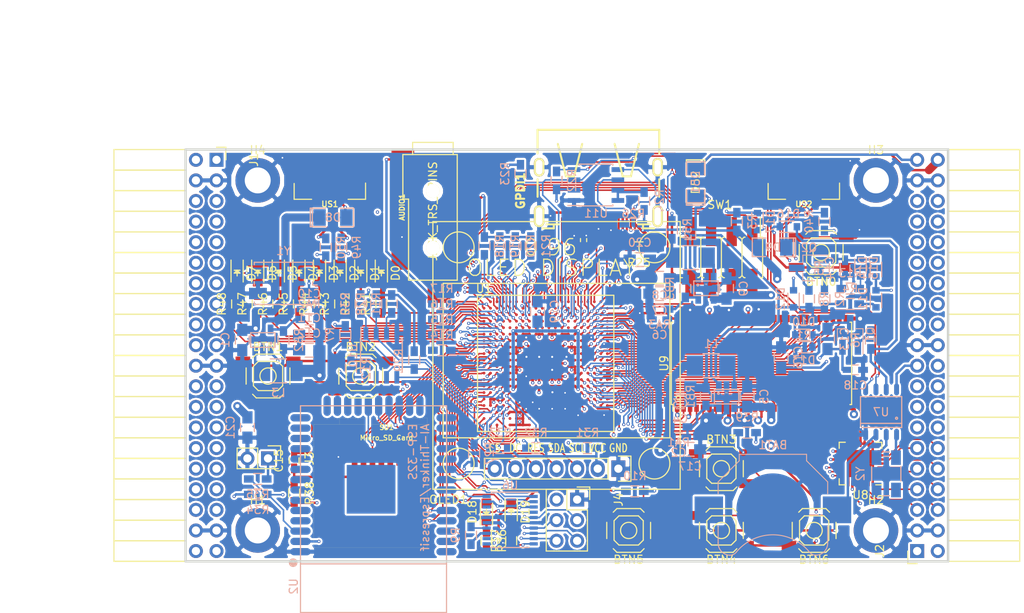
<source format=kicad_pcb>
(kicad_pcb (version 4) (host pcbnew 4.0.6+dfsg1-1)
  (layers (0 F.Cu signal) (1 In1.Cu signal) (2 In2.Cu signal) (31 B.Cu signal) (34 B.Paste user) (35 F.Paste user) (36 B.SilkS user) (37 F.SilkS user) (38 B.Mask user) (39 F.Mask user) (44 Edge.Cuts user))
  (net 0 "")
  (net 1 GND)
  (net 2 +5V)
  (net 3 /gpio/IN5V)
  (net 4 /gpio/OUT5V)
  (net 5 +3V3)
  (net 6 "Net-(L1-Pad1)")
  (net 7 "Net-(L2-Pad1)")
  (net 8 +1V2)
  (net 9 BTN_D)
  (net 10 BTN_F1)
  (net 11 BTN_F2)
  (net 12 BTN_L)
  (net 13 BTN_R)
  (net 14 BTN_U)
  (net 15 /power/FB1)
  (net 16 +2V5)
  (net 17 "Net-(L3-Pad1)")
  (net 18 /power/PWREN)
  (net 19 /power/FB3)
  (net 20 /power/FB2)
  (net 21 "Net-(D9-Pad1)")
  (net 22 /power/VBAT)
  (net 23 JTAG_TDI)
  (net 24 JTAG_TCK)
  (net 25 JTAG_TMS)
  (net 26 JTAG_TDO)
  (net 27 /power/WAKEUPn)
  (net 28 /power/WKUP)
  (net 29 /power/SHUT)
  (net 30 /power/WAKE)
  (net 31 /power/HOLD)
  (net 32 /power/WKn)
  (net 33 /power/OSCI_32k)
  (net 34 /power/OSCO_32k)
  (net 35 "Net-(Q2-Pad3)")
  (net 36 SHUTDOWN)
  (net 37 /analog/AUDIO_L)
  (net 38 /analog/AUDIO_R)
  (net 39 GPDI_5V_SCL)
  (net 40 GPDI_5V_SDA)
  (net 41 GPDI_SDA)
  (net 42 GPDI_SCL)
  (net 43 /gpdi/VREF2)
  (net 44 SD_CMD)
  (net 45 SD_CLK)
  (net 46 SD_D0)
  (net 47 SD_D1)
  (net 48 USB5V)
  (net 49 "Net-(BTN0-Pad1)")
  (net 50 GPDI_CEC)
  (net 51 nRESET)
  (net 52 FTDI_nDTR)
  (net 53 SDRAM_CKE)
  (net 54 SDRAM_A7)
  (net 55 SDRAM_D15)
  (net 56 SDRAM_BA1)
  (net 57 SDRAM_D7)
  (net 58 SDRAM_A6)
  (net 59 SDRAM_CLK)
  (net 60 SDRAM_D13)
  (net 61 SDRAM_BA0)
  (net 62 SDRAM_D6)
  (net 63 SDRAM_A5)
  (net 64 SDRAM_D14)
  (net 65 SDRAM_A11)
  (net 66 SDRAM_D12)
  (net 67 SDRAM_D5)
  (net 68 SDRAM_A4)
  (net 69 SDRAM_A10)
  (net 70 SDRAM_D11)
  (net 71 SDRAM_A3)
  (net 72 SDRAM_D4)
  (net 73 SDRAM_D10)
  (net 74 SDRAM_D9)
  (net 75 SDRAM_A9)
  (net 76 SDRAM_D3)
  (net 77 SDRAM_D8)
  (net 78 SDRAM_A8)
  (net 79 SDRAM_A2)
  (net 80 SDRAM_A1)
  (net 81 SDRAM_A0)
  (net 82 SDRAM_D2)
  (net 83 SDRAM_D1)
  (net 84 SDRAM_D0)
  (net 85 SDRAM_DQM0)
  (net 86 SDRAM_nCS)
  (net 87 SDRAM_nRAS)
  (net 88 SDRAM_DQM1)
  (net 89 SDRAM_nCAS)
  (net 90 SDRAM_nWE)
  (net 91 /flash/FLASH_nWP)
  (net 92 /flash/FLASH_nHOLD)
  (net 93 /flash/FLASH_MOSI)
  (net 94 /flash/FLASH_MISO)
  (net 95 /flash/FLASH_SCK)
  (net 96 /flash/FLASH_nCS)
  (net 97 /flash/FPGA_PROGRAMN)
  (net 98 /flash/FPGA_DONE)
  (net 99 /flash/FPGA_INITN)
  (net 100 OLED_RES)
  (net 101 OLED_DC)
  (net 102 OLED_CS)
  (net 103 WIFI_EN)
  (net 104 FTDI_nRTS)
  (net 105 FTDI_TXD)
  (net 106 FTDI_RXD)
  (net 107 WIFI_RXD)
  (net 108 WIFI_GPIO0)
  (net 109 WIFI_TXD)
  (net 110 GPDI_ETH-)
  (net 111 GPDI_ETH+)
  (net 112 GPDI_D2+)
  (net 113 GPDI_D2-)
  (net 114 GPDI_D1+)
  (net 115 GPDI_D1-)
  (net 116 GPDI_D0+)
  (net 117 GPDI_D0-)
  (net 118 GPDI_CLK+)
  (net 119 GPDI_CLK-)
  (net 120 USB_FTDI_D+)
  (net 121 USB_FTDI_D-)
  (net 122 J1_17-)
  (net 123 J1_17+)
  (net 124 J1_23-)
  (net 125 J1_23+)
  (net 126 J1_25-)
  (net 127 J1_25+)
  (net 128 J1_27-)
  (net 129 J1_27+)
  (net 130 J1_29-)
  (net 131 J1_29+)
  (net 132 J1_31-)
  (net 133 J1_31+)
  (net 134 J1_33-)
  (net 135 J1_33+)
  (net 136 J1_35-)
  (net 137 J1_35+)
  (net 138 J2_5-)
  (net 139 J2_5+)
  (net 140 J2_7-)
  (net 141 J2_7+)
  (net 142 J2_9-)
  (net 143 J2_9+)
  (net 144 J2_13-)
  (net 145 J2_13+)
  (net 146 J2_17-)
  (net 147 J2_17+)
  (net 148 J2_11-)
  (net 149 J2_11+)
  (net 150 J2_23-)
  (net 151 J2_23+)
  (net 152 J1_5-)
  (net 153 J1_5+)
  (net 154 J1_7-)
  (net 155 J1_7+)
  (net 156 J1_9-)
  (net 157 J1_9+)
  (net 158 J1_11-)
  (net 159 J1_11+)
  (net 160 J1_13-)
  (net 161 J1_13+)
  (net 162 J1_15-)
  (net 163 J1_15+)
  (net 164 J2_15-)
  (net 165 J2_15+)
  (net 166 J2_25-)
  (net 167 J2_25+)
  (net 168 J2_27-)
  (net 169 J2_27+)
  (net 170 J2_29-)
  (net 171 J2_29+)
  (net 172 J2_31-)
  (net 173 J2_31+)
  (net 174 J2_33-)
  (net 175 J2_33+)
  (net 176 J2_35-)
  (net 177 J2_35+)
  (net 178 SD_D3)
  (net 179 AUDIO_L3)
  (net 180 AUDIO_L2)
  (net 181 AUDIO_L1)
  (net 182 AUDIO_L0)
  (net 183 AUDIO_R3)
  (net 184 AUDIO_R2)
  (net 185 AUDIO_R1)
  (net 186 AUDIO_R0)
  (net 187 OLED_CLK)
  (net 188 OLED_MOSI)
  (net 189 LED0)
  (net 190 LED1)
  (net 191 LED2)
  (net 192 LED3)
  (net 193 LED4)
  (net 194 LED5)
  (net 195 LED6)
  (net 196 LED7)
  (net 197 BTN_PWRn)
  (net 198 "Net-(J3-Pad1)")
  (net 199 FTDI_nTXLED)
  (net 200 FTDI_nSLEEP)
  (net 201 /blinkey/LED_PWREN)
  (net 202 /blinkey/LED_TXLED)
  (net 203 FT3V3)
  (net 204 /sdcard/SD3V3)
  (net 205 SD_D2)
  (net 206 CLK_25MHz)
  (net 207 /blinkey/BTNPUL)
  (net 208 /blinkey/BTNPUR)
  (net 209 USB_FPGA_D+)
  (net 210 /power/FTDI_nSUSPEND)
  (net 211 /blinkey/ALED0)
  (net 212 /blinkey/ALED1)
  (net 213 /blinkey/ALED2)
  (net 214 /blinkey/ALED3)
  (net 215 /blinkey/ALED4)
  (net 216 /blinkey/ALED5)
  (net 217 /blinkey/ALED6)
  (net 218 /blinkey/ALED7)
  (net 219 /usb/FTD-)
  (net 220 /usb/FTD+)
  (net 221 ADC_MISO)
  (net 222 ADC_MOSI)
  (net 223 ADC_CSn)
  (net 224 ADC_SCLK)
  (net 225 "Net-(R51-Pad2)")
  (net 226 SW3)
  (net 227 SW2)
  (net 228 SW1)
  (net 229 SW0)
  (net 230 USB_FPGA_D-)
  (module Resistors_SMD:R_0603_HandSoldering (layer B.Cu) (at 154.044 71.326 90)
    (fp_text reference R51 (at 0 1.9 90) (layer B.SilkS) (effects (justify mirror)))
    (fp_text value 220)
    (pad 1 smd rect (at -1.1 0 90) (size 1.2 0.9) (layers B.Cu B.Paste B.Mask) (net 5 +3V3))
    (pad 2 smd rect (at 1.1 0 90) (size 1.2 0.9) (layers B.Cu B.Paste B.Mask) (net 225 "Net-(R51-Pad2)"))
  )
  (module Pin_Headers:Pin_Header_Straight_SMT_02x04 (layer F.Cu) (at 160.14 74.73 180)
    (fp_text reference SW1 (at 0.2 6.5 180) (layer F.SilkS))
    (fp_text value DIPSW)
    (pad 1 smd rect (at -3.81 3.2 180) (size 1.27 3.6) (layers F.Cu F.Paste F.Mask) (net 226 SW3))
    (pad 2 smd rect (at -1.27 3.2 180) (size 1.27 3.6) (layers F.Cu F.Paste F.Mask) (net 227 SW2))
    (pad 3 smd rect (at 1.27 3.2 180) (size 1.27 3.6) (layers F.Cu F.Paste F.Mask) (net 228 SW1))
    (pad 4 smd rect (at 3.81 3.2 180) (size 1.27 3.6) (layers F.Cu F.Paste F.Mask) (net 229 SW0))
    (pad 5 smd rect (at 3.81 -3.2 180) (size 1.27 3.6) (layers F.Cu F.Paste F.Mask) (net 225 "Net-(R51-Pad2)"))
    (pad 6 smd rect (at 1.27 -3.2 180) (size 1.27 3.6) (layers F.Cu F.Paste F.Mask) (net 225 "Net-(R51-Pad2)"))
    (pad 7 smd rect (at -1.27 -3.2 180) (size 1.27 3.6) (layers F.Cu F.Paste F.Mask) (net 225 "Net-(R51-Pad2)"))
    (pad 8 smd rect (at -3.81 -3.2 180) (size 1.27 3.6) (layers F.Cu F.Paste F.Mask) (net 225 "Net-(R51-Pad2)"))
  )
  (module lfe5bg381:BGA-381_pitch0.8mm_dia0.4mm (layer F.Cu) (at 138.48 87.8)
    (fp_text reference U1 (at -7.6 -9.2) (layer F.SilkS))
    (fp_text value LFE5U-25F-6BG381C)
    (pad A2 smd circle (at -6.8 -7.6) (size 0.35 0.35) (layers F.Cu F.Paste F.Mask) (net 129 J1_27+))
    (pad A3 smd circle (at -6 -7.6) (size 0.35 0.35) (layers F.Cu F.Paste F.Mask) (net 183 AUDIO_R3))
    (pad A4 smd circle (at -5.2 -7.6) (size 0.35 0.35) (layers F.Cu F.Paste F.Mask) (net 127 J1_25+))
    (pad A5 smd circle (at -4.4 -7.6) (size 0.35 0.35) (layers F.Cu F.Paste F.Mask) (net 126 J1_25-))
    (pad A6 smd circle (at -3.6 -7.6) (size 0.35 0.35) (layers F.Cu F.Paste F.Mask) (net 125 J1_23+))
    (pad A7 smd circle (at -2.8 -7.6) (size 0.35 0.35) (layers F.Cu F.Paste F.Mask) (net 161 J1_13+))
    (pad A8 smd circle (at -2 -7.6) (size 0.35 0.35) (layers F.Cu F.Paste F.Mask) (net 160 J1_13-))
    (pad A9 smd circle (at -1.2 -7.6) (size 0.35 0.35) (layers F.Cu F.Paste F.Mask) (net 156 J1_9-))
    (pad A10 smd circle (at -0.4 -7.6) (size 0.35 0.35) (layers F.Cu F.Paste F.Mask) (net 155 J1_7+))
    (pad A11 smd circle (at 0.4 -7.6) (size 0.35 0.35) (layers F.Cu F.Paste F.Mask) (net 154 J1_7-))
    (pad A12 smd circle (at 1.2 -7.6) (size 0.35 0.35) (layers F.Cu F.Paste F.Mask) (net 111 GPDI_ETH+))
    (pad A13 smd circle (at 2 -7.6) (size 0.35 0.35) (layers F.Cu F.Paste F.Mask) (net 110 GPDI_ETH-))
    (pad A14 smd circle (at 2.8 -7.6) (size 0.35 0.35) (layers F.Cu F.Paste F.Mask) (net 112 GPDI_D2+))
    (pad A15 smd circle (at 3.6 -7.6) (size 0.35 0.35) (layers F.Cu F.Paste F.Mask))
    (pad A16 smd circle (at 4.4 -7.6) (size 0.35 0.35) (layers F.Cu F.Paste F.Mask) (net 114 GPDI_D1+))
    (pad A17 smd circle (at 5.2 -7.6) (size 0.35 0.35) (layers F.Cu F.Paste F.Mask) (net 116 GPDI_D0+))
    (pad A18 smd circle (at 6 -7.6) (size 0.35 0.35) (layers F.Cu F.Paste F.Mask) (net 118 GPDI_CLK+))
    (pad A19 smd circle (at 6.8 -7.6) (size 0.35 0.35) (layers F.Cu F.Paste F.Mask) (net 50 GPDI_CEC))
    (pad B1 smd circle (at -7.6 -6.8) (size 0.35 0.35) (layers F.Cu F.Paste F.Mask) (net 128 J1_27-))
    (pad B2 smd circle (at -6.8 -6.8) (size 0.35 0.35) (layers F.Cu F.Paste F.Mask) (net 189 LED0))
    (pad B3 smd circle (at -6 -6.8) (size 0.35 0.35) (layers F.Cu F.Paste F.Mask) (net 182 AUDIO_L0))
    (pad B4 smd circle (at -5.2 -6.8) (size 0.35 0.35) (layers F.Cu F.Paste F.Mask) (net 130 J1_29-))
    (pad B5 smd circle (at -4.4 -6.8) (size 0.35 0.35) (layers F.Cu F.Paste F.Mask) (net 184 AUDIO_R2))
    (pad B6 smd circle (at -3.6 -6.8) (size 0.35 0.35) (layers F.Cu F.Paste F.Mask) (net 124 J1_23-))
    (pad B7 smd circle (at -2.8 -6.8) (size 0.35 0.35) (layers F.Cu F.Paste F.Mask) (net 1 GND))
    (pad B8 smd circle (at -2 -6.8) (size 0.35 0.35) (layers F.Cu F.Paste F.Mask) (net 162 J1_15-))
    (pad B9 smd circle (at -1.2 -6.8) (size 0.35 0.35) (layers F.Cu F.Paste F.Mask) (net 159 J1_11+))
    (pad B10 smd circle (at -0.4 -6.8) (size 0.35 0.35) (layers F.Cu F.Paste F.Mask) (net 157 J1_9+))
    (pad B11 smd circle (at 0.4 -6.8) (size 0.35 0.35) (layers F.Cu F.Paste F.Mask) (net 153 J1_5+))
    (pad B12 smd circle (at 1.2 -6.8) (size 0.35 0.35) (layers F.Cu F.Paste F.Mask))
    (pad B13 smd circle (at 2 -6.8) (size 0.35 0.35) (layers F.Cu F.Paste F.Mask) (net 175 J2_33+))
    (pad B14 smd circle (at 2.8 -6.8) (size 0.35 0.35) (layers F.Cu F.Paste F.Mask) (net 1 GND))
    (pad B15 smd circle (at 3.6 -6.8) (size 0.35 0.35) (layers F.Cu F.Paste F.Mask) (net 173 J2_31+))
    (pad B16 smd circle (at 4.4 -6.8) (size 0.35 0.35) (layers F.Cu F.Paste F.Mask) (net 115 GPDI_D1-))
    (pad B17 smd circle (at 5.2 -6.8) (size 0.35 0.35) (layers F.Cu F.Paste F.Mask) (net 169 J2_27+))
    (pad B18 smd circle (at 6 -6.8) (size 0.35 0.35) (layers F.Cu F.Paste F.Mask) (net 117 GPDI_D0-))
    (pad B19 smd circle (at 6.8 -6.8) (size 0.35 0.35) (layers F.Cu F.Paste F.Mask) (net 119 GPDI_CLK-))
    (pad B20 smd circle (at 7.6 -6.8) (size 0.35 0.35) (layers F.Cu F.Paste F.Mask) (net 41 GPDI_SDA))
    (pad C1 smd circle (at -7.6 -6) (size 0.35 0.35) (layers F.Cu F.Paste F.Mask) (net 191 LED2))
    (pad C2 smd circle (at -6.8 -6) (size 0.35 0.35) (layers F.Cu F.Paste F.Mask) (net 190 LED1))
    (pad C3 smd circle (at -6 -6) (size 0.35 0.35) (layers F.Cu F.Paste F.Mask) (net 181 AUDIO_L1))
    (pad C4 smd circle (at -5.2 -6) (size 0.35 0.35) (layers F.Cu F.Paste F.Mask) (net 131 J1_29+))
    (pad C5 smd circle (at -4.4 -6) (size 0.35 0.35) (layers F.Cu F.Paste F.Mask) (net 186 AUDIO_R0))
    (pad C6 smd circle (at -3.6 -6) (size 0.35 0.35) (layers F.Cu F.Paste F.Mask) (net 123 J1_17+))
    (pad C7 smd circle (at -2.8 -6) (size 0.35 0.35) (layers F.Cu F.Paste F.Mask) (net 122 J1_17-))
    (pad C8 smd circle (at -2 -6) (size 0.35 0.35) (layers F.Cu F.Paste F.Mask) (net 163 J1_15+))
    (pad C9 smd circle (at -1.2 -6) (size 0.35 0.35) (layers F.Cu F.Paste F.Mask))
    (pad C10 smd circle (at -0.4 -6) (size 0.35 0.35) (layers F.Cu F.Paste F.Mask) (net 158 J1_11-))
    (pad C11 smd circle (at 0.4 -6) (size 0.35 0.35) (layers F.Cu F.Paste F.Mask) (net 152 J1_5-))
    (pad C12 smd circle (at 1.2 -6) (size 0.35 0.35) (layers F.Cu F.Paste F.Mask) (net 42 GPDI_SCL))
    (pad C13 smd circle (at 2 -6) (size 0.35 0.35) (layers F.Cu F.Paste F.Mask) (net 174 J2_33-))
    (pad C14 smd circle (at 2.8 -6) (size 0.35 0.35) (layers F.Cu F.Paste F.Mask) (net 113 GPDI_D2-))
    (pad C15 smd circle (at 3.6 -6) (size 0.35 0.35) (layers F.Cu F.Paste F.Mask) (net 172 J2_31-))
    (pad C16 smd circle (at 4.4 -6) (size 0.35 0.35) (layers F.Cu F.Paste F.Mask) (net 171 J2_29+))
    (pad C17 smd circle (at 5.2 -6) (size 0.35 0.35) (layers F.Cu F.Paste F.Mask) (net 168 J2_27-))
    (pad C18 smd circle (at 6 -6) (size 0.35 0.35) (layers F.Cu F.Paste F.Mask) (net 151 J2_23+))
    (pad C19 smd circle (at 6.8 -6) (size 0.35 0.35) (layers F.Cu F.Paste F.Mask) (net 1 GND))
    (pad C20 smd circle (at 7.6 -6) (size 0.35 0.35) (layers F.Cu F.Paste F.Mask) (net 64 SDRAM_D14))
    (pad D1 smd circle (at -7.6 -5.2) (size 0.35 0.35) (layers F.Cu F.Paste F.Mask) (net 193 LED4))
    (pad D2 smd circle (at -6.8 -5.2) (size 0.35 0.35) (layers F.Cu F.Paste F.Mask) (net 192 LED3))
    (pad D3 smd circle (at -6 -5.2) (size 0.35 0.35) (layers F.Cu F.Paste F.Mask) (net 180 AUDIO_L2))
    (pad D4 smd circle (at -5.2 -5.2) (size 0.35 0.35) (layers F.Cu F.Paste F.Mask) (net 1 GND))
    (pad D5 smd circle (at -4.4 -5.2) (size 0.35 0.35) (layers F.Cu F.Paste F.Mask) (net 185 AUDIO_R1))
    (pad D6 smd circle (at -3.6 -5.2) (size 0.35 0.35) (layers F.Cu F.Paste F.Mask) (net 197 BTN_PWRn))
    (pad D7 smd circle (at -2.8 -5.2) (size 0.35 0.35) (layers F.Cu F.Paste F.Mask) (net 228 SW1))
    (pad D8 smd circle (at -2 -5.2) (size 0.35 0.35) (layers F.Cu F.Paste F.Mask) (net 229 SW0))
    (pad D9 smd circle (at -1.2 -5.2) (size 0.35 0.35) (layers F.Cu F.Paste F.Mask))
    (pad D10 smd circle (at -0.4 -5.2) (size 0.35 0.35) (layers F.Cu F.Paste F.Mask))
    (pad D11 smd circle (at 0.4 -5.2) (size 0.35 0.35) (layers F.Cu F.Paste F.Mask))
    (pad D12 smd circle (at 1.2 -5.2) (size 0.35 0.35) (layers F.Cu F.Paste F.Mask))
    (pad D13 smd circle (at 2 -5.2) (size 0.35 0.35) (layers F.Cu F.Paste F.Mask) (net 177 J2_35+))
    (pad D14 smd circle (at 2.8 -5.2) (size 0.35 0.35) (layers F.Cu F.Paste F.Mask))
    (pad D15 smd circle (at 3.6 -5.2) (size 0.35 0.35) (layers F.Cu F.Paste F.Mask) (net 167 J2_25+))
    (pad D16 smd circle (at 4.4 -5.2) (size 0.35 0.35) (layers F.Cu F.Paste F.Mask) (net 170 J2_29-))
    (pad D17 smd circle (at 5.2 -5.2) (size 0.35 0.35) (layers F.Cu F.Paste F.Mask) (net 150 J2_23-))
    (pad D18 smd circle (at 6 -5.2) (size 0.35 0.35) (layers F.Cu F.Paste F.Mask) (net 147 J2_17+))
    (pad D19 smd circle (at 6.8 -5.2) (size 0.35 0.35) (layers F.Cu F.Paste F.Mask) (net 55 SDRAM_D15))
    (pad D20 smd circle (at 7.6 -5.2) (size 0.35 0.35) (layers F.Cu F.Paste F.Mask) (net 60 SDRAM_D13))
    (pad E1 smd circle (at -7.6 -4.4) (size 0.35 0.35) (layers F.Cu F.Paste F.Mask) (net 195 LED6))
    (pad E2 smd circle (at -6.8 -4.4) (size 0.35 0.35) (layers F.Cu F.Paste F.Mask) (net 194 LED5))
    (pad E3 smd circle (at -6 -4.4) (size 0.35 0.35) (layers F.Cu F.Paste F.Mask) (net 132 J1_31-))
    (pad E4 smd circle (at -5.2 -4.4) (size 0.35 0.35) (layers F.Cu F.Paste F.Mask) (net 179 AUDIO_L3))
    (pad E5 smd circle (at -4.4 -4.4) (size 0.35 0.35) (layers F.Cu F.Paste F.Mask))
    (pad E6 smd circle (at -3.6 -4.4) (size 0.35 0.35) (layers F.Cu F.Paste F.Mask))
    (pad E7 smd circle (at -2.8 -4.4) (size 0.35 0.35) (layers F.Cu F.Paste F.Mask) (net 226 SW3))
    (pad E8 smd circle (at -2 -4.4) (size 0.35 0.35) (layers F.Cu F.Paste F.Mask) (net 227 SW2))
    (pad E9 smd circle (at -1.2 -4.4) (size 0.35 0.35) (layers F.Cu F.Paste F.Mask))
    (pad E10 smd circle (at -0.4 -4.4) (size 0.35 0.35) (layers F.Cu F.Paste F.Mask))
    (pad E11 smd circle (at 0.4 -4.4) (size 0.35 0.35) (layers F.Cu F.Paste F.Mask))
    (pad E12 smd circle (at 1.2 -4.4) (size 0.35 0.35) (layers F.Cu F.Paste F.Mask))
    (pad E13 smd circle (at 2 -4.4) (size 0.35 0.35) (layers F.Cu F.Paste F.Mask) (net 176 J2_35-))
    (pad E14 smd circle (at 2.8 -4.4) (size 0.35 0.35) (layers F.Cu F.Paste F.Mask))
    (pad E15 smd circle (at 3.6 -4.4) (size 0.35 0.35) (layers F.Cu F.Paste F.Mask) (net 166 J2_25-))
    (pad E16 smd circle (at 4.4 -4.4) (size 0.35 0.35) (layers F.Cu F.Paste F.Mask) (net 209 USB_FPGA_D+))
    (pad E17 smd circle (at 5.2 -4.4) (size 0.35 0.35) (layers F.Cu F.Paste F.Mask) (net 146 J2_17-))
    (pad E18 smd circle (at 6 -4.4) (size 0.35 0.35) (layers F.Cu F.Paste F.Mask) (net 72 SDRAM_D4))
    (pad E19 smd circle (at 6.8 -4.4) (size 0.35 0.35) (layers F.Cu F.Paste F.Mask) (net 66 SDRAM_D12))
    (pad E20 smd circle (at 7.6 -4.4) (size 0.35 0.35) (layers F.Cu F.Paste F.Mask) (net 70 SDRAM_D11))
    (pad F1 smd circle (at -7.6 -3.6) (size 0.35 0.35) (layers F.Cu F.Paste F.Mask) (net 103 WIFI_EN))
    (pad F2 smd circle (at -6.8 -3.6) (size 0.35 0.35) (layers F.Cu F.Paste F.Mask))
    (pad F3 smd circle (at -6 -3.6) (size 0.35 0.35) (layers F.Cu F.Paste F.Mask) (net 134 J1_33-))
    (pad F4 smd circle (at -5.2 -3.6) (size 0.35 0.35) (layers F.Cu F.Paste F.Mask) (net 133 J1_31+))
    (pad F5 smd circle (at -4.4 -3.6) (size 0.35 0.35) (layers F.Cu F.Paste F.Mask))
    (pad F6 smd circle (at -3.6 -3.6) (size 0.35 0.35) (layers F.Cu F.Paste F.Mask) (net 16 +2V5))
    (pad F7 smd circle (at -2.8 -3.6) (size 0.35 0.35) (layers F.Cu F.Paste F.Mask) (net 1 GND))
    (pad F8 smd circle (at -2 -3.6) (size 0.35 0.35) (layers F.Cu F.Paste F.Mask) (net 1 GND))
    (pad F9 smd circle (at -1.2 -3.6) (size 0.35 0.35) (layers F.Cu F.Paste F.Mask) (net 5 +3V3))
    (pad F10 smd circle (at -0.4 -3.6) (size 0.35 0.35) (layers F.Cu F.Paste F.Mask) (net 5 +3V3))
    (pad F11 smd circle (at 0.4 -3.6) (size 0.35 0.35) (layers F.Cu F.Paste F.Mask) (net 5 +3V3))
    (pad F12 smd circle (at 1.2 -3.6) (size 0.35 0.35) (layers F.Cu F.Paste F.Mask) (net 5 +3V3))
    (pad F13 smd circle (at 2 -3.6) (size 0.35 0.35) (layers F.Cu F.Paste F.Mask) (net 1 GND))
    (pad F14 smd circle (at 2.8 -3.6) (size 0.35 0.35) (layers F.Cu F.Paste F.Mask) (net 1 GND))
    (pad F15 smd circle (at 3.6 -3.6) (size 0.35 0.35) (layers F.Cu F.Paste F.Mask) (net 16 +2V5))
    (pad F16 smd circle (at 4.4 -3.6) (size 0.35 0.35) (layers F.Cu F.Paste F.Mask) (net 230 USB_FPGA_D-))
    (pad F17 smd circle (at 5.2 -3.6) (size 0.35 0.35) (layers F.Cu F.Paste F.Mask) (net 165 J2_15+))
    (pad F18 smd circle (at 6 -3.6) (size 0.35 0.35) (layers F.Cu F.Paste F.Mask) (net 67 SDRAM_D5))
    (pad F19 smd circle (at 6.8 -3.6) (size 0.35 0.35) (layers F.Cu F.Paste F.Mask) (net 73 SDRAM_D10))
    (pad F20 smd circle (at 7.6 -3.6) (size 0.35 0.35) (layers F.Cu F.Paste F.Mask) (net 74 SDRAM_D9))
    (pad G1 smd circle (at -7.6 -2.8) (size 0.35 0.35) (layers F.Cu F.Paste F.Mask))
    (pad G2 smd circle (at -6.8 -2.8) (size 0.35 0.35) (layers F.Cu F.Paste F.Mask) (net 206 CLK_25MHz))
    (pad G3 smd circle (at -6 -2.8) (size 0.35 0.35) (layers F.Cu F.Paste F.Mask) (net 135 J1_33+))
    (pad G4 smd circle (at -5.2 -2.8) (size 0.35 0.35) (layers F.Cu F.Paste F.Mask) (net 1 GND))
    (pad G5 smd circle (at -4.4 -2.8) (size 0.35 0.35) (layers F.Cu F.Paste F.Mask) (net 136 J1_35-))
    (pad G6 smd circle (at -3.6 -2.8) (size 0.35 0.35) (layers F.Cu F.Paste F.Mask) (net 1 GND))
    (pad G7 smd circle (at -2.8 -2.8) (size 0.35 0.35) (layers F.Cu F.Paste F.Mask) (net 1 GND))
    (pad G8 smd circle (at -2 -2.8) (size 0.35 0.35) (layers F.Cu F.Paste F.Mask) (net 1 GND))
    (pad G9 smd circle (at -1.2 -2.8) (size 0.35 0.35) (layers F.Cu F.Paste F.Mask) (net 1 GND))
    (pad G10 smd circle (at -0.4 -2.8) (size 0.35 0.35) (layers F.Cu F.Paste F.Mask) (net 1 GND))
    (pad G11 smd circle (at 0.4 -2.8) (size 0.35 0.35) (layers F.Cu F.Paste F.Mask) (net 1 GND))
    (pad G12 smd circle (at 1.2 -2.8) (size 0.35 0.35) (layers F.Cu F.Paste F.Mask) (net 1 GND))
    (pad G13 smd circle (at 2 -2.8) (size 0.35 0.35) (layers F.Cu F.Paste F.Mask) (net 1 GND))
    (pad G14 smd circle (at 2.8 -2.8) (size 0.35 0.35) (layers F.Cu F.Paste F.Mask) (net 1 GND))
    (pad G15 smd circle (at 3.6 -2.8) (size 0.35 0.35) (layers F.Cu F.Paste F.Mask) (net 1 GND))
    (pad G16 smd circle (at 4.4 -2.8) (size 0.35 0.35) (layers F.Cu F.Paste F.Mask))
    (pad G17 smd circle (at 5.2 -2.8) (size 0.35 0.35) (layers F.Cu F.Paste F.Mask) (net 1 GND))
    (pad G18 smd circle (at 6 -2.8) (size 0.35 0.35) (layers F.Cu F.Paste F.Mask) (net 164 J2_15-))
    (pad G19 smd circle (at 6.8 -2.8) (size 0.35 0.35) (layers F.Cu F.Paste F.Mask) (net 77 SDRAM_D8))
    (pad G20 smd circle (at 7.6 -2.8) (size 0.35 0.35) (layers F.Cu F.Paste F.Mask) (net 88 SDRAM_DQM1))
    (pad H1 smd circle (at -7.6 -2) (size 0.35 0.35) (layers F.Cu F.Paste F.Mask) (net 178 SD_D3))
    (pad H2 smd circle (at -6.8 -2) (size 0.35 0.35) (layers F.Cu F.Paste F.Mask) (net 205 SD_D2))
    (pad H3 smd circle (at -6 -2) (size 0.35 0.35) (layers F.Cu F.Paste F.Mask) (net 196 LED7))
    (pad H4 smd circle (at -5.2 -2) (size 0.35 0.35) (layers F.Cu F.Paste F.Mask) (net 137 J1_35+))
    (pad H5 smd circle (at -4.4 -2) (size 0.35 0.35) (layers F.Cu F.Paste F.Mask))
    (pad H6 smd circle (at -3.6 -2) (size 0.35 0.35) (layers F.Cu F.Paste F.Mask) (net 5 +3V3))
    (pad H7 smd circle (at -2.8 -2) (size 0.35 0.35) (layers F.Cu F.Paste F.Mask) (net 5 +3V3))
    (pad H8 smd circle (at -2 -2) (size 0.35 0.35) (layers F.Cu F.Paste F.Mask) (net 8 +1V2))
    (pad H9 smd circle (at -1.2 -2) (size 0.35 0.35) (layers F.Cu F.Paste F.Mask) (net 8 +1V2))
    (pad H10 smd circle (at -0.4 -2) (size 0.35 0.35) (layers F.Cu F.Paste F.Mask) (net 8 +1V2))
    (pad H11 smd circle (at 0.4 -2) (size 0.35 0.35) (layers F.Cu F.Paste F.Mask) (net 8 +1V2))
    (pad H12 smd circle (at 1.2 -2) (size 0.35 0.35) (layers F.Cu F.Paste F.Mask) (net 8 +1V2))
    (pad H13 smd circle (at 2 -2) (size 0.35 0.35) (layers F.Cu F.Paste F.Mask) (net 8 +1V2))
    (pad H14 smd circle (at 2.8 -2) (size 0.35 0.35) (layers F.Cu F.Paste F.Mask) (net 5 +3V3))
    (pad H15 smd circle (at 3.6 -2) (size 0.35 0.35) (layers F.Cu F.Paste F.Mask) (net 5 +3V3))
    (pad H16 smd circle (at 4.4 -2) (size 0.35 0.35) (layers F.Cu F.Paste F.Mask))
    (pad H17 smd circle (at 5.2 -2) (size 0.35 0.35) (layers F.Cu F.Paste F.Mask) (net 144 J2_13-))
    (pad H18 smd circle (at 6 -2) (size 0.35 0.35) (layers F.Cu F.Paste F.Mask) (net 145 J2_13+))
    (pad H19 smd circle (at 6.8 -2) (size 0.35 0.35) (layers F.Cu F.Paste F.Mask) (net 1 GND))
    (pad H20 smd circle (at 7.6 -2) (size 0.35 0.35) (layers F.Cu F.Paste F.Mask) (net 59 SDRAM_CLK))
    (pad J1 smd circle (at -7.6 -1.2) (size 0.35 0.35) (layers F.Cu F.Paste F.Mask) (net 45 SD_CLK))
    (pad J2 smd circle (at -6.8 -1.2) (size 0.35 0.35) (layers F.Cu F.Paste F.Mask) (net 1 GND))
    (pad J3 smd circle (at -6 -1.2) (size 0.35 0.35) (layers F.Cu F.Paste F.Mask) (net 44 SD_CMD))
    (pad J4 smd circle (at -5.2 -1.2) (size 0.35 0.35) (layers F.Cu F.Paste F.Mask))
    (pad J5 smd circle (at -4.4 -1.2) (size 0.35 0.35) (layers F.Cu F.Paste F.Mask))
    (pad J6 smd circle (at -3.6 -1.2) (size 0.35 0.35) (layers F.Cu F.Paste F.Mask) (net 5 +3V3))
    (pad J7 smd circle (at -2.8 -1.2) (size 0.35 0.35) (layers F.Cu F.Paste F.Mask) (net 1 GND))
    (pad J8 smd circle (at -2 -1.2) (size 0.35 0.35) (layers F.Cu F.Paste F.Mask) (net 8 +1V2))
    (pad J9 smd circle (at -1.2 -1.2) (size 0.35 0.35) (layers F.Cu F.Paste F.Mask) (net 1 GND))
    (pad J10 smd circle (at -0.4 -1.2) (size 0.35 0.35) (layers F.Cu F.Paste F.Mask) (net 1 GND))
    (pad J11 smd circle (at 0.4 -1.2) (size 0.35 0.35) (layers F.Cu F.Paste F.Mask) (net 1 GND))
    (pad J12 smd circle (at 1.2 -1.2) (size 0.35 0.35) (layers F.Cu F.Paste F.Mask) (net 1 GND))
    (pad J13 smd circle (at 2 -1.2) (size 0.35 0.35) (layers F.Cu F.Paste F.Mask) (net 8 +1V2))
    (pad J14 smd circle (at 2.8 -1.2) (size 0.35 0.35) (layers F.Cu F.Paste F.Mask) (net 1 GND))
    (pad J15 smd circle (at 3.6 -1.2) (size 0.35 0.35) (layers F.Cu F.Paste F.Mask) (net 5 +3V3))
    (pad J16 smd circle (at 4.4 -1.2) (size 0.35 0.35) (layers F.Cu F.Paste F.Mask))
    (pad J17 smd circle (at 5.2 -1.2) (size 0.35 0.35) (layers F.Cu F.Paste F.Mask))
    (pad J18 smd circle (at 6 -1.2) (size 0.35 0.35) (layers F.Cu F.Paste F.Mask) (net 76 SDRAM_D3))
    (pad J19 smd circle (at 6.8 -1.2) (size 0.35 0.35) (layers F.Cu F.Paste F.Mask) (net 53 SDRAM_CKE))
    (pad J20 smd circle (at 7.6 -1.2) (size 0.35 0.35) (layers F.Cu F.Paste F.Mask) (net 65 SDRAM_A11))
    (pad K1 smd circle (at -7.6 -0.4) (size 0.35 0.35) (layers F.Cu F.Paste F.Mask) (net 47 SD_D1))
    (pad K2 smd circle (at -6.8 -0.4) (size 0.35 0.35) (layers F.Cu F.Paste F.Mask) (net 46 SD_D0))
    (pad K3 smd circle (at -6 -0.4) (size 0.35 0.35) (layers F.Cu F.Paste F.Mask) (net 107 WIFI_RXD))
    (pad K4 smd circle (at -5.2 -0.4) (size 0.35 0.35) (layers F.Cu F.Paste F.Mask) (net 109 WIFI_TXD))
    (pad K5 smd circle (at -4.4 -0.4) (size 0.35 0.35) (layers F.Cu F.Paste F.Mask))
    (pad K6 smd circle (at -3.6 -0.4) (size 0.35 0.35) (layers F.Cu F.Paste F.Mask) (net 1 GND))
    (pad K7 smd circle (at -2.8 -0.4) (size 0.35 0.35) (layers F.Cu F.Paste F.Mask) (net 1 GND))
    (pad K8 smd circle (at -2 -0.4) (size 0.35 0.35) (layers F.Cu F.Paste F.Mask) (net 8 +1V2))
    (pad K9 smd circle (at -1.2 -0.4) (size 0.35 0.35) (layers F.Cu F.Paste F.Mask) (net 1 GND))
    (pad K10 smd circle (at -0.4 -0.4) (size 0.35 0.35) (layers F.Cu F.Paste F.Mask) (net 1 GND))
    (pad K11 smd circle (at 0.4 -0.4) (size 0.35 0.35) (layers F.Cu F.Paste F.Mask) (net 1 GND))
    (pad K12 smd circle (at 1.2 -0.4) (size 0.35 0.35) (layers F.Cu F.Paste F.Mask) (net 1 GND))
    (pad K13 smd circle (at 2 -0.4) (size 0.35 0.35) (layers F.Cu F.Paste F.Mask) (net 8 +1V2))
    (pad K14 smd circle (at 2.8 -0.4) (size 0.35 0.35) (layers F.Cu F.Paste F.Mask) (net 1 GND))
    (pad K15 smd circle (at 3.6 -0.4) (size 0.35 0.35) (layers F.Cu F.Paste F.Mask) (net 1 GND))
    (pad K16 smd circle (at 4.4 -0.4) (size 0.35 0.35) (layers F.Cu F.Paste F.Mask))
    (pad K17 smd circle (at 5.2 -0.4) (size 0.35 0.35) (layers F.Cu F.Paste F.Mask))
    (pad K18 smd circle (at 6 -0.4) (size 0.35 0.35) (layers F.Cu F.Paste F.Mask) (net 82 SDRAM_D2))
    (pad K19 smd circle (at 6.8 -0.4) (size 0.35 0.35) (layers F.Cu F.Paste F.Mask) (net 75 SDRAM_A9))
    (pad K20 smd circle (at 7.6 -0.4) (size 0.35 0.35) (layers F.Cu F.Paste F.Mask) (net 78 SDRAM_A8))
    (pad L1 smd circle (at -7.6 0.4) (size 0.35 0.35) (layers F.Cu F.Paste F.Mask))
    (pad L2 smd circle (at -6.8 0.4) (size 0.35 0.35) (layers F.Cu F.Paste F.Mask) (net 108 WIFI_GPIO0))
    (pad L3 smd circle (at -6 0.4) (size 0.35 0.35) (layers F.Cu F.Paste F.Mask))
    (pad L4 smd circle (at -5.2 0.4) (size 0.35 0.35) (layers F.Cu F.Paste F.Mask) (net 106 FTDI_RXD))
    (pad L5 smd circle (at -4.4 0.4) (size 0.35 0.35) (layers F.Cu F.Paste F.Mask))
    (pad L6 smd circle (at -3.6 0.4) (size 0.35 0.35) (layers F.Cu F.Paste F.Mask) (net 5 +3V3))
    (pad L7 smd circle (at -2.8 0.4) (size 0.35 0.35) (layers F.Cu F.Paste F.Mask) (net 5 +3V3))
    (pad L8 smd circle (at -2 0.4) (size 0.35 0.35) (layers F.Cu F.Paste F.Mask) (net 8 +1V2))
    (pad L9 smd circle (at -1.2 0.4) (size 0.35 0.35) (layers F.Cu F.Paste F.Mask) (net 1 GND))
    (pad L10 smd circle (at -0.4 0.4) (size 0.35 0.35) (layers F.Cu F.Paste F.Mask) (net 1 GND))
    (pad L11 smd circle (at 0.4 0.4) (size 0.35 0.35) (layers F.Cu F.Paste F.Mask) (net 1 GND))
    (pad L12 smd circle (at 1.2 0.4) (size 0.35 0.35) (layers F.Cu F.Paste F.Mask) (net 1 GND))
    (pad L13 smd circle (at 2 0.4) (size 0.35 0.35) (layers F.Cu F.Paste F.Mask) (net 8 +1V2))
    (pad L14 smd circle (at 2.8 0.4) (size 0.35 0.35) (layers F.Cu F.Paste F.Mask) (net 5 +3V3))
    (pad L15 smd circle (at 3.6 0.4) (size 0.35 0.35) (layers F.Cu F.Paste F.Mask) (net 5 +3V3))
    (pad L16 smd circle (at 4.4 0.4) (size 0.35 0.35) (layers F.Cu F.Paste F.Mask) (net 149 J2_11+))
    (pad L17 smd circle (at 5.2 0.4) (size 0.35 0.35) (layers F.Cu F.Paste F.Mask) (net 148 J2_11-))
    (pad L18 smd circle (at 6 0.4) (size 0.35 0.35) (layers F.Cu F.Paste F.Mask) (net 83 SDRAM_D1))
    (pad L19 smd circle (at 6.8 0.4) (size 0.35 0.35) (layers F.Cu F.Paste F.Mask) (net 54 SDRAM_A7))
    (pad L20 smd circle (at 7.6 0.4) (size 0.35 0.35) (layers F.Cu F.Paste F.Mask) (net 58 SDRAM_A6))
    (pad M1 smd circle (at -7.6 1.2) (size 0.35 0.35) (layers F.Cu F.Paste F.Mask) (net 105 FTDI_TXD))
    (pad M2 smd circle (at -6.8 1.2) (size 0.35 0.35) (layers F.Cu F.Paste F.Mask) (net 1 GND))
    (pad M3 smd circle (at -6 1.2) (size 0.35 0.35) (layers F.Cu F.Paste F.Mask) (net 104 FTDI_nRTS))
    (pad M4 smd circle (at -5.2 1.2) (size 0.35 0.35) (layers F.Cu F.Paste F.Mask))
    (pad M5 smd circle (at -4.4 1.2) (size 0.35 0.35) (layers F.Cu F.Paste F.Mask))
    (pad M6 smd circle (at -3.6 1.2) (size 0.35 0.35) (layers F.Cu F.Paste F.Mask) (net 5 +3V3))
    (pad M7 smd circle (at -2.8 1.2) (size 0.35 0.35) (layers F.Cu F.Paste F.Mask) (net 1 GND))
    (pad M8 smd circle (at -2 1.2) (size 0.35 0.35) (layers F.Cu F.Paste F.Mask) (net 8 +1V2))
    (pad M9 smd circle (at -1.2 1.2) (size 0.35 0.35) (layers F.Cu F.Paste F.Mask) (net 1 GND))
    (pad M10 smd circle (at -0.4 1.2) (size 0.35 0.35) (layers F.Cu F.Paste F.Mask) (net 1 GND))
    (pad M11 smd circle (at 0.4 1.2) (size 0.35 0.35) (layers F.Cu F.Paste F.Mask) (net 1 GND))
    (pad M12 smd circle (at 1.2 1.2) (size 0.35 0.35) (layers F.Cu F.Paste F.Mask) (net 1 GND))
    (pad M13 smd circle (at 2 1.2) (size 0.35 0.35) (layers F.Cu F.Paste F.Mask) (net 8 +1V2))
    (pad M14 smd circle (at 2.8 1.2) (size 0.35 0.35) (layers F.Cu F.Paste F.Mask) (net 1 GND))
    (pad M15 smd circle (at 3.6 1.2) (size 0.35 0.35) (layers F.Cu F.Paste F.Mask) (net 5 +3V3))
    (pad M16 smd circle (at 4.4 1.2) (size 0.35 0.35) (layers F.Cu F.Paste F.Mask) (net 1 GND))
    (pad M17 smd circle (at 5.2 1.2) (size 0.35 0.35) (layers F.Cu F.Paste F.Mask) (net 142 J2_9-))
    (pad M18 smd circle (at 6 1.2) (size 0.35 0.35) (layers F.Cu F.Paste F.Mask) (net 84 SDRAM_D0))
    (pad M19 smd circle (at 6.8 1.2) (size 0.35 0.35) (layers F.Cu F.Paste F.Mask) (net 63 SDRAM_A5))
    (pad M20 smd circle (at 7.6 1.2) (size 0.35 0.35) (layers F.Cu F.Paste F.Mask) (net 68 SDRAM_A4))
    (pad N1 smd circle (at -7.6 2) (size 0.35 0.35) (layers F.Cu F.Paste F.Mask) (net 52 FTDI_nDTR))
    (pad N2 smd circle (at -6.8 2) (size 0.35 0.35) (layers F.Cu F.Paste F.Mask) (net 102 OLED_CS))
    (pad N3 smd circle (at -6 2) (size 0.35 0.35) (layers F.Cu F.Paste F.Mask))
    (pad N4 smd circle (at -5.2 2) (size 0.35 0.35) (layers F.Cu F.Paste F.Mask))
    (pad N5 smd circle (at -4.4 2) (size 0.35 0.35) (layers F.Cu F.Paste F.Mask))
    (pad N6 smd circle (at -3.6 2) (size 0.35 0.35) (layers F.Cu F.Paste F.Mask) (net 1 GND))
    (pad N7 smd circle (at -2.8 2) (size 0.35 0.35) (layers F.Cu F.Paste F.Mask) (net 1 GND))
    (pad N8 smd circle (at -2 2) (size 0.35 0.35) (layers F.Cu F.Paste F.Mask) (net 8 +1V2))
    (pad N9 smd circle (at -1.2 2) (size 0.35 0.35) (layers F.Cu F.Paste F.Mask) (net 8 +1V2))
    (pad N10 smd circle (at -0.4 2) (size 0.35 0.35) (layers F.Cu F.Paste F.Mask) (net 8 +1V2))
    (pad N11 smd circle (at 0.4 2) (size 0.35 0.35) (layers F.Cu F.Paste F.Mask) (net 8 +1V2))
    (pad N12 smd circle (at 1.2 2) (size 0.35 0.35) (layers F.Cu F.Paste F.Mask) (net 8 +1V2))
    (pad N13 smd circle (at 2 2) (size 0.35 0.35) (layers F.Cu F.Paste F.Mask) (net 8 +1V2))
    (pad N14 smd circle (at 2.8 2) (size 0.35 0.35) (layers F.Cu F.Paste F.Mask) (net 1 GND))
    (pad N15 smd circle (at 3.6 2) (size 0.35 0.35) (layers F.Cu F.Paste F.Mask) (net 1 GND))
    (pad N16 smd circle (at 4.4 2) (size 0.35 0.35) (layers F.Cu F.Paste F.Mask) (net 143 J2_9+))
    (pad N17 smd circle (at 5.2 2) (size 0.35 0.35) (layers F.Cu F.Paste F.Mask) (net 141 J2_7+))
    (pad N18 smd circle (at 6 2) (size 0.35 0.35) (layers F.Cu F.Paste F.Mask) (net 62 SDRAM_D6))
    (pad N19 smd circle (at 6.8 2) (size 0.35 0.35) (layers F.Cu F.Paste F.Mask) (net 71 SDRAM_A3))
    (pad N20 smd circle (at 7.6 2) (size 0.35 0.35) (layers F.Cu F.Paste F.Mask) (net 79 SDRAM_A2))
    (pad P1 smd circle (at -7.6 2.8) (size 0.35 0.35) (layers F.Cu F.Paste F.Mask) (net 101 OLED_DC))
    (pad P2 smd circle (at -6.8 2.8) (size 0.35 0.35) (layers F.Cu F.Paste F.Mask) (net 100 OLED_RES))
    (pad P3 smd circle (at -6 2.8) (size 0.35 0.35) (layers F.Cu F.Paste F.Mask) (net 188 OLED_MOSI))
    (pad P4 smd circle (at -5.2 2.8) (size 0.35 0.35) (layers F.Cu F.Paste F.Mask) (net 187 OLED_CLK))
    (pad P5 smd circle (at -4.4 2.8) (size 0.35 0.35) (layers F.Cu F.Paste F.Mask))
    (pad P6 smd circle (at -3.6 2.8) (size 0.35 0.35) (layers F.Cu F.Paste F.Mask) (net 16 +2V5))
    (pad P7 smd circle (at -2.8 2.8) (size 0.35 0.35) (layers F.Cu F.Paste F.Mask) (net 1 GND))
    (pad P8 smd circle (at -2 2.8) (size 0.35 0.35) (layers F.Cu F.Paste F.Mask) (net 1 GND))
    (pad P9 smd circle (at -1.2 2.8) (size 0.35 0.35) (layers F.Cu F.Paste F.Mask) (net 5 +3V3))
    (pad P10 smd circle (at -0.4 2.8) (size 0.35 0.35) (layers F.Cu F.Paste F.Mask) (net 5 +3V3))
    (pad P11 smd circle (at 0.4 2.8) (size 0.35 0.35) (layers F.Cu F.Paste F.Mask) (net 1 GND))
    (pad P12 smd circle (at 1.2 2.8) (size 0.35 0.35) (layers F.Cu F.Paste F.Mask) (net 1 GND))
    (pad P13 smd circle (at 2 2.8) (size 0.35 0.35) (layers F.Cu F.Paste F.Mask) (net 1 GND))
    (pad P14 smd circle (at 2.8 2.8) (size 0.35 0.35) (layers F.Cu F.Paste F.Mask) (net 1 GND))
    (pad P15 smd circle (at 3.6 2.8) (size 0.35 0.35) (layers F.Cu F.Paste F.Mask) (net 16 +2V5))
    (pad P16 smd circle (at 4.4 2.8) (size 0.35 0.35) (layers F.Cu F.Paste F.Mask) (net 140 J2_7-))
    (pad P17 smd circle (at 5.2 2.8) (size 0.35 0.35) (layers F.Cu F.Paste F.Mask) (net 224 ADC_SCLK))
    (pad P18 smd circle (at 6 2.8) (size 0.35 0.35) (layers F.Cu F.Paste F.Mask) (net 57 SDRAM_D7))
    (pad P19 smd circle (at 6.8 2.8) (size 0.35 0.35) (layers F.Cu F.Paste F.Mask) (net 80 SDRAM_A1))
    (pad P20 smd circle (at 7.6 2.8) (size 0.35 0.35) (layers F.Cu F.Paste F.Mask) (net 81 SDRAM_A0))
    (pad R1 smd circle (at -7.6 3.6) (size 0.35 0.35) (layers F.Cu F.Paste F.Mask) (net 10 BTN_F1))
    (pad R2 smd circle (at -6.8 3.6) (size 0.35 0.35) (layers F.Cu F.Paste F.Mask) (net 96 /flash/FLASH_nCS))
    (pad R3 smd circle (at -6 3.6) (size 0.35 0.35) (layers F.Cu F.Paste F.Mask))
    (pad R4 smd circle (at -5.2 3.6) (size 0.35 0.35) (layers F.Cu F.Paste F.Mask) (net 1 GND))
    (pad R5 smd circle (at -4.4 3.6) (size 0.35 0.35) (layers F.Cu F.Paste F.Mask) (net 23 JTAG_TDI))
    (pad R16 smd circle (at 4.4 3.6) (size 0.35 0.35) (layers F.Cu F.Paste F.Mask) (net 222 ADC_MOSI))
    (pad R17 smd circle (at 5.2 3.6) (size 0.35 0.35) (layers F.Cu F.Paste F.Mask) (net 223 ADC_CSn))
    (pad R18 smd circle (at 6 3.6) (size 0.35 0.35) (layers F.Cu F.Paste F.Mask) (net 85 SDRAM_DQM0))
    (pad R19 smd circle (at 6.8 3.6) (size 0.35 0.35) (layers F.Cu F.Paste F.Mask) (net 1 GND))
    (pad R20 smd circle (at 7.6 3.6) (size 0.35 0.35) (layers F.Cu F.Paste F.Mask) (net 69 SDRAM_A10))
    (pad T1 smd circle (at -7.6 4.4) (size 0.35 0.35) (layers F.Cu F.Paste F.Mask) (net 11 BTN_F2))
    (pad T2 smd circle (at -6.8 4.4) (size 0.35 0.35) (layers F.Cu F.Paste F.Mask) (net 5 +3V3))
    (pad T3 smd circle (at -6 4.4) (size 0.35 0.35) (layers F.Cu F.Paste F.Mask) (net 5 +3V3))
    (pad T4 smd circle (at -5.2 4.4) (size 0.35 0.35) (layers F.Cu F.Paste F.Mask) (net 5 +3V3))
    (pad T5 smd circle (at -4.4 4.4) (size 0.35 0.35) (layers F.Cu F.Paste F.Mask) (net 24 JTAG_TCK))
    (pad T6 smd circle (at -3.6 4.4) (size 0.35 0.35) (layers F.Cu F.Paste F.Mask) (net 1 GND))
    (pad T7 smd circle (at -2.8 4.4) (size 0.35 0.35) (layers F.Cu F.Paste F.Mask) (net 1 GND))
    (pad T8 smd circle (at -2 4.4) (size 0.35 0.35) (layers F.Cu F.Paste F.Mask) (net 1 GND))
    (pad T9 smd circle (at -1.2 4.4) (size 0.35 0.35) (layers F.Cu F.Paste F.Mask) (net 1 GND))
    (pad T10 smd circle (at -0.4 4.4) (size 0.35 0.35) (layers F.Cu F.Paste F.Mask) (net 1 GND))
    (pad T11 smd circle (at 0.4 4.4) (size 0.35 0.35) (layers F.Cu F.Paste F.Mask))
    (pad T12 smd circle (at 1.2 4.4) (size 0.35 0.35) (layers F.Cu F.Paste F.Mask))
    (pad T13 smd circle (at 2 4.4) (size 0.35 0.35) (layers F.Cu F.Paste F.Mask))
    (pad T14 smd circle (at 2.8 4.4) (size 0.35 0.35) (layers F.Cu F.Paste F.Mask))
    (pad T15 smd circle (at 3.6 4.4) (size 0.35 0.35) (layers F.Cu F.Paste F.Mask))
    (pad T16 smd circle (at 4.4 4.4) (size 0.35 0.35) (layers F.Cu F.Paste F.Mask))
    (pad T17 smd circle (at 5.2 4.4) (size 0.35 0.35) (layers F.Cu F.Paste F.Mask) (net 89 SDRAM_nCAS))
    (pad T18 smd circle (at 6 4.4) (size 0.35 0.35) (layers F.Cu F.Paste F.Mask) (net 90 SDRAM_nWE))
    (pad T19 smd circle (at 6.8 4.4) (size 0.35 0.35) (layers F.Cu F.Paste F.Mask) (net 56 SDRAM_BA1))
    (pad T20 smd circle (at 7.6 4.4) (size 0.35 0.35) (layers F.Cu F.Paste F.Mask) (net 61 SDRAM_BA0))
    (pad U1 smd circle (at -7.6 5.2) (size 0.35 0.35) (layers F.Cu F.Paste F.Mask) (net 12 BTN_L))
    (pad U2 smd circle (at -6.8 5.2) (size 0.35 0.35) (layers F.Cu F.Paste F.Mask) (net 5 +3V3))
    (pad U3 smd circle (at -6 5.2) (size 0.35 0.35) (layers F.Cu F.Paste F.Mask) (net 95 /flash/FLASH_SCK))
    (pad U4 smd circle (at -5.2 5.2) (size 0.35 0.35) (layers F.Cu F.Paste F.Mask) (net 1 GND))
    (pad U5 smd circle (at -4.4 5.2) (size 0.35 0.35) (layers F.Cu F.Paste F.Mask) (net 25 JTAG_TMS))
    (pad U6 smd circle (at -3.6 5.2) (size 0.35 0.35) (layers F.Cu F.Paste F.Mask) (net 1 GND))
    (pad U7 smd circle (at -2.8 5.2) (size 0.35 0.35) (layers F.Cu F.Paste F.Mask) (net 1 GND))
    (pad U8 smd circle (at -2 5.2) (size 0.35 0.35) (layers F.Cu F.Paste F.Mask) (net 1 GND))
    (pad U9 smd circle (at -1.2 5.2) (size 0.35 0.35) (layers F.Cu F.Paste F.Mask) (net 1 GND))
    (pad U10 smd circle (at -0.4 5.2) (size 0.35 0.35) (layers F.Cu F.Paste F.Mask) (net 1 GND))
    (pad U11 smd circle (at 0.4 5.2) (size 0.35 0.35) (layers F.Cu F.Paste F.Mask) (net 1 GND))
    (pad U12 smd circle (at 1.2 5.2) (size 0.35 0.35) (layers F.Cu F.Paste F.Mask) (net 1 GND))
    (pad U13 smd circle (at 2 5.2) (size 0.35 0.35) (layers F.Cu F.Paste F.Mask) (net 1 GND))
    (pad U14 smd circle (at 2.8 5.2) (size 0.35 0.35) (layers F.Cu F.Paste F.Mask) (net 1 GND))
    (pad U15 smd circle (at 3.6 5.2) (size 0.35 0.35) (layers F.Cu F.Paste F.Mask))
    (pad U16 smd circle (at 4.4 5.2) (size 0.35 0.35) (layers F.Cu F.Paste F.Mask) (net 221 ADC_MISO))
    (pad U17 smd circle (at 5.2 5.2) (size 0.35 0.35) (layers F.Cu F.Paste F.Mask) (net 138 J2_5-))
    (pad U18 smd circle (at 6 5.2) (size 0.35 0.35) (layers F.Cu F.Paste F.Mask) (net 139 J2_5+))
    (pad U19 smd circle (at 6.8 5.2) (size 0.35 0.35) (layers F.Cu F.Paste F.Mask) (net 86 SDRAM_nCS))
    (pad U20 smd circle (at 7.6 5.2) (size 0.35 0.35) (layers F.Cu F.Paste F.Mask) (net 87 SDRAM_nRAS))
    (pad V1 smd circle (at -7.6 6) (size 0.35 0.35) (layers F.Cu F.Paste F.Mask) (net 9 BTN_D))
    (pad V2 smd circle (at -6.8 6) (size 0.35 0.35) (layers F.Cu F.Paste F.Mask) (net 94 /flash/FLASH_MISO))
    (pad V3 smd circle (at -6 6) (size 0.35 0.35) (layers F.Cu F.Paste F.Mask) (net 99 /flash/FPGA_INITN))
    (pad V4 smd circle (at -5.2 6) (size 0.35 0.35) (layers F.Cu F.Paste F.Mask) (net 26 JTAG_TDO))
    (pad V5 smd circle (at -4.4 6) (size 0.35 0.35) (layers F.Cu F.Paste F.Mask) (net 1 GND))
    (pad V6 smd circle (at -3.6 6) (size 0.35 0.35) (layers F.Cu F.Paste F.Mask) (net 1 GND))
    (pad V7 smd circle (at -2.8 6) (size 0.35 0.35) (layers F.Cu F.Paste F.Mask) (net 1 GND))
    (pad V8 smd circle (at -2 6) (size 0.35 0.35) (layers F.Cu F.Paste F.Mask) (net 1 GND))
    (pad V9 smd circle (at -1.2 6) (size 0.35 0.35) (layers F.Cu F.Paste F.Mask) (net 1 GND))
    (pad V10 smd circle (at -0.4 6) (size 0.35 0.35) (layers F.Cu F.Paste F.Mask) (net 1 GND))
    (pad V11 smd circle (at 0.4 6) (size 0.35 0.35) (layers F.Cu F.Paste F.Mask) (net 1 GND))
    (pad V12 smd circle (at 1.2 6) (size 0.35 0.35) (layers F.Cu F.Paste F.Mask) (net 1 GND))
    (pad V13 smd circle (at 2 6) (size 0.35 0.35) (layers F.Cu F.Paste F.Mask) (net 1 GND))
    (pad V14 smd circle (at 2.8 6) (size 0.35 0.35) (layers F.Cu F.Paste F.Mask) (net 1 GND))
    (pad V15 smd circle (at 3.6 6) (size 0.35 0.35) (layers F.Cu F.Paste F.Mask) (net 1 GND))
    (pad V16 smd circle (at 4.4 6) (size 0.35 0.35) (layers F.Cu F.Paste F.Mask) (net 1 GND))
    (pad V17 smd circle (at 5.2 6) (size 0.35 0.35) (layers F.Cu F.Paste F.Mask))
    (pad V18 smd circle (at 6 6) (size 0.35 0.35) (layers F.Cu F.Paste F.Mask))
    (pad V19 smd circle (at 6.8 6) (size 0.35 0.35) (layers F.Cu F.Paste F.Mask) (net 1 GND))
    (pad V20 smd circle (at 7.6 6) (size 0.35 0.35) (layers F.Cu F.Paste F.Mask) (net 1 GND))
    (pad W1 smd circle (at -7.6 6.8) (size 0.35 0.35) (layers F.Cu F.Paste F.Mask) (net 14 BTN_U))
    (pad W2 smd circle (at -6.8 6.8) (size 0.35 0.35) (layers F.Cu F.Paste F.Mask) (net 93 /flash/FLASH_MOSI))
    (pad W3 smd circle (at -6 6.8) (size 0.35 0.35) (layers F.Cu F.Paste F.Mask) (net 97 /flash/FPGA_PROGRAMN))
    (pad W4 smd circle (at -5.2 6.8) (size 0.35 0.35) (layers F.Cu F.Paste F.Mask))
    (pad W5 smd circle (at -4.4 6.8) (size 0.35 0.35) (layers F.Cu F.Paste F.Mask))
    (pad W6 smd circle (at -3.6 6.8) (size 0.35 0.35) (layers F.Cu F.Paste F.Mask) (net 1 GND))
    (pad W7 smd circle (at -2.8 6.8) (size 0.35 0.35) (layers F.Cu F.Paste F.Mask) (net 1 GND))
    (pad W8 smd circle (at -2 6.8) (size 0.35 0.35) (layers F.Cu F.Paste F.Mask))
    (pad W9 smd circle (at -1.2 6.8) (size 0.35 0.35) (layers F.Cu F.Paste F.Mask))
    (pad W10 smd circle (at -0.4 6.8) (size 0.35 0.35) (layers F.Cu F.Paste F.Mask))
    (pad W11 smd circle (at 0.4 6.8) (size 0.35 0.35) (layers F.Cu F.Paste F.Mask))
    (pad W12 smd circle (at 1.2 6.8) (size 0.35 0.35) (layers F.Cu F.Paste F.Mask) (net 1 GND))
    (pad W13 smd circle (at 2 6.8) (size 0.35 0.35) (layers F.Cu F.Paste F.Mask))
    (pad W14 smd circle (at 2.8 6.8) (size 0.35 0.35) (layers F.Cu F.Paste F.Mask))
    (pad W15 smd circle (at 3.6 6.8) (size 0.35 0.35) (layers F.Cu F.Paste F.Mask) (net 1 GND))
    (pad W16 smd circle (at 4.4 6.8) (size 0.35 0.35) (layers F.Cu F.Paste F.Mask) (net 1 GND))
    (pad W17 smd circle (at 5.2 6.8) (size 0.35 0.35) (layers F.Cu F.Paste F.Mask))
    (pad W18 smd circle (at 6 6.8) (size 0.35 0.35) (layers F.Cu F.Paste F.Mask))
    (pad W19 smd circle (at 6.8 6.8) (size 0.35 0.35) (layers F.Cu F.Paste F.Mask) (net 1 GND))
    (pad W20 smd circle (at 7.6 6.8) (size 0.35 0.35) (layers F.Cu F.Paste F.Mask))
    (pad Y2 smd circle (at -6.8 7.6) (size 0.35 0.35) (layers F.Cu F.Paste F.Mask) (net 13 BTN_R))
    (pad Y3 smd circle (at -6 7.6) (size 0.35 0.35) (layers F.Cu F.Paste F.Mask) (net 98 /flash/FPGA_DONE))
    (pad Y5 smd circle (at -4.4 7.6) (size 0.35 0.35) (layers F.Cu F.Paste F.Mask) (net 1 GND))
    (pad Y6 smd circle (at -3.6 7.6) (size 0.35 0.35) (layers F.Cu F.Paste F.Mask) (net 1 GND))
    (pad Y7 smd circle (at -2.8 7.6) (size 0.35 0.35) (layers F.Cu F.Paste F.Mask) (net 1 GND))
    (pad Y8 smd circle (at -2 7.6) (size 0.35 0.35) (layers F.Cu F.Paste F.Mask) (net 1 GND))
    (pad Y11 smd circle (at 0.4 7.6) (size 0.35 0.35) (layers F.Cu F.Paste F.Mask) (net 1 GND))
    (pad Y12 smd circle (at 1.2 7.6) (size 0.35 0.35) (layers F.Cu F.Paste F.Mask) (net 1 GND))
    (pad Y14 smd circle (at 2.8 7.6) (size 0.35 0.35) (layers F.Cu F.Paste F.Mask))
    (pad Y15 smd circle (at 3.6 7.6) (size 0.35 0.35) (layers F.Cu F.Paste F.Mask))
    (pad Y16 smd circle (at 4.4 7.6) (size 0.35 0.35) (layers F.Cu F.Paste F.Mask))
    (pad Y17 smd circle (at 5.2 7.6) (size 0.35 0.35) (layers F.Cu F.Paste F.Mask))
    (pad Y19 smd circle (at 6.8 7.6) (size 0.35 0.35) (layers F.Cu F.Paste F.Mask))
  )
  (module Keystone_3000_1x12mm-CoinCell:Keystone_3000_1x12mm-CoinCell (layer B.Cu) (at 166.49 105.87 180)
    (fp_text reference BAT1 (at 0 8 180) (layer B.SilkS) (effects (justify mirror)))
    (fp_text value CR1225)
    (pad 1 smd rect (at -7.9 0 180) (size 3.5 3.3) (layers B.Cu B.Paste B.Mask) (net 22 /power/VBAT))
    (pad 1 smd rect (at 7.9 0 180) (size 3.5 3.3) (layers B.Cu B.Paste B.Mask) (net 22 /power/VBAT))
    (pad 2 smd circle (at 0 0 180) (size 9 9) (layers B.Cu B.Mask) (net 1 GND))
  )
  (module SMD_Packages:SMD-1206_Pol (layer F.Cu) (at 156.965 65.484 270)
    (fp_text reference D52 (at 0 0 270) (layer F.SilkS))
    (fp_text value 2A)
    (pad 1 smd rect (at -1.651 0 270) (size 1.524 2.032) (layers F.Cu F.Paste F.Mask) (net 4 /gpio/OUT5V))
    (pad 2 smd rect (at 1.651 0 270) (size 1.524 2.032) (layers F.Cu F.Paste F.Mask) (net 2 +5V))
  )
  (module SMD_Packages:SMD-1206_Pol (layer B.Cu) (at 156.965 65.484 90)
    (fp_text reference D51 (at 0 0 90) (layer B.SilkS) (effects (justify mirror)))
    (fp_text value 2A)
    (pad 1 smd rect (at -1.651 0 90) (size 1.524 2.032) (layers B.Cu B.Paste B.Mask) (net 2 +5V))
    (pad 2 smd rect (at 1.651 0 90) (size 1.524 2.032) (layers B.Cu B.Paste B.Mask) (net 3 /gpio/IN5V))
  )
  (module micro-sd:MicroSD_TF02D (layer F.Cu) (at 116.87 110.52 180)
    (fp_text reference SD1 (at -1.995 14.81 180) (layer F.SilkS) (effects (font (size 0.59944 0.59944) (thickness 0.12446))))
    (fp_text value Micro_SD_Card (at -1.995 13.54 180) (layer F.SilkS) (effects (font (size 0.59944 0.59944) (thickness 0.12446))))
    (pad 1 smd rect (at 1.94 11 180) (size 0.7 1.8) (layers F.Cu F.Paste F.Mask) (net 205 SD_D2))
    (pad 2 smd rect (at 0.84 11 180) (size 0.7 1.8) (layers F.Cu F.Paste F.Mask) (net 178 SD_D3))
    (pad 3 smd rect (at -0.26 11 180) (size 0.7 1.8) (layers F.Cu F.Paste F.Mask) (net 44 SD_CMD))
    (pad 4 smd rect (at -1.36 11 180) (size 0.7 1.8) (layers F.Cu F.Paste F.Mask) (net 204 /sdcard/SD3V3))
    (pad 5 smd rect (at -2.46 11 180) (size 0.7 1.8) (layers F.Cu F.Paste F.Mask) (net 45 SD_CLK))
    (pad 6 smd rect (at -3.56 11 180) (size 0.7 1.8) (layers F.Cu F.Paste F.Mask) (net 1 GND))
    (pad 7 smd rect (at -4.66 11 180) (size 0.7 1.8) (layers F.Cu F.Paste F.Mask) (net 46 SD_D0))
    (pad 8 smd rect (at -5.76 11 180) (size 0.7 1.8) (layers F.Cu F.Paste F.Mask) (net 47 SD_D1))
    (pad S smd rect (at -5.05 0.4 180) (size 1.6 1.4) (layers F.Cu F.Paste F.Mask))
    (pad S smd rect (at 0.75 0.4 180) (size 1.8 1.4) (layers F.Cu F.Paste F.Mask))
    (pad G smd rect (at -7.45 13.55 180) (size 1.4 1.9) (layers F.Cu F.Paste F.Mask))
    (pad G smd rect (at 6.6 14.55 180) (size 1.4 1.9) (layers F.Cu F.Paste F.Mask))
  )
  (module Resistors_SMD:R_1210_HandSoldering (layer B.Cu) (at 158.87 88.09 180)
    (fp_text reference L1 (at 0 2.7 180) (layer B.SilkS) (effects (justify mirror)))
    (fp_text value 2.2uH)
    (pad 1 smd rect (at -2 0 180) (size 2 2.5) (layers B.Cu B.Paste B.Mask) (net 6 "Net-(L1-Pad1)"))
    (pad 2 smd rect (at 2 0 180) (size 2 2.5) (layers B.Cu B.Paste B.Mask) (net 8 +1V2))
  )
  (module TSOT-25:TSOT-25 (layer B.Cu) (at 160.775 91.9)
    (fp_text reference U3 (at 0 -0.5) (layer B.SilkS) (effects (font (size 0.15 0.15) (thickness 0.0375)) (justify mirror)))
    (fp_text value AP3429A)
    (pad 1 smd rect (at -0.95 -1.3) (size 0.7 1.2) (layers B.Cu B.Paste B.Mask) (net 18 /power/PWREN))
    (pad 2 smd rect (at 0 -1.3) (size 0.7 1.2) (layers B.Cu B.Paste B.Mask) (net 1 GND))
    (pad 3 smd rect (at 0.95 -1.3) (size 0.7 1.2) (layers B.Cu B.Paste B.Mask) (net 6 "Net-(L1-Pad1)"))
    (pad 4 smd rect (at 0.95 1.3) (size 0.7 1.2) (layers B.Cu B.Paste B.Mask) (net 2 +5V))
    (pad 5 smd rect (at -0.95 1.3) (size 0.7 1.2) (layers B.Cu B.Paste B.Mask) (net 15 /power/FB1))
  )
  (module Resistors_SMD:R_1210_HandSoldering (layer B.Cu) (at 156.33 74.755 180)
    (fp_text reference L2 (at 0 2.7 180) (layer B.SilkS) (effects (justify mirror)))
    (fp_text value 2.2uH)
    (pad 1 smd rect (at -2 0 180) (size 2 2.5) (layers B.Cu B.Paste B.Mask) (net 7 "Net-(L2-Pad1)"))
    (pad 2 smd rect (at 2 0 180) (size 2 2.5) (layers B.Cu B.Paste B.Mask) (net 5 +3V3))
  )
  (module TSOT-25:TSOT-25 (layer B.Cu) (at 158.235 78.535)
    (fp_text reference U4 (at 0 -0.5) (layer B.SilkS) (effects (font (size 0.15 0.15) (thickness 0.0375)) (justify mirror)))
    (fp_text value AP3429A)
    (pad 1 smd rect (at -0.95 -1.3) (size 0.7 1.2) (layers B.Cu B.Paste B.Mask) (net 18 /power/PWREN))
    (pad 2 smd rect (at 0 -1.3) (size 0.7 1.2) (layers B.Cu B.Paste B.Mask) (net 1 GND))
    (pad 3 smd rect (at 0.95 -1.3) (size 0.7 1.2) (layers B.Cu B.Paste B.Mask) (net 7 "Net-(L2-Pad1)"))
    (pad 4 smd rect (at 0.95 1.3) (size 0.7 1.2) (layers B.Cu B.Paste B.Mask) (net 2 +5V))
    (pad 5 smd rect (at -0.95 1.3) (size 0.7 1.2) (layers B.Cu B.Paste B.Mask) (net 19 /power/FB3))
  )
  (module Buttons_Switches_SMD:SW_SPST_SKQG (layer F.Cu) (at 104.26 89.36)
    (fp_text reference BTN1 (at 0 -3.6) (layer F.SilkS))
    (fp_text value FIRE1)
    (pad 1 smd rect (at -3.1 -1.85) (size 1.8 1.1) (layers F.Cu F.Paste F.Mask) (net 207 /blinkey/BTNPUL))
    (pad 1 smd rect (at 3.1 -1.85) (size 1.8 1.1) (layers F.Cu F.Paste F.Mask) (net 207 /blinkey/BTNPUL))
    (pad 2 smd rect (at -3.1 1.85) (size 1.8 1.1) (layers F.Cu F.Paste F.Mask) (net 10 BTN_F1))
    (pad 2 smd rect (at 3.1 1.85) (size 1.8 1.1) (layers F.Cu F.Paste F.Mask) (net 10 BTN_F1))
  )
  (module Buttons_Switches_SMD:SW_SPST_SKQG (layer F.Cu) (at 115.69 89.36)
    (fp_text reference BTN2 (at 0 -3.6) (layer F.SilkS))
    (fp_text value FIRE2)
    (pad 1 smd rect (at -3.1 -1.85) (size 1.8 1.1) (layers F.Cu F.Paste F.Mask) (net 207 /blinkey/BTNPUL))
    (pad 1 smd rect (at 3.1 -1.85) (size 1.8 1.1) (layers F.Cu F.Paste F.Mask) (net 207 /blinkey/BTNPUL))
    (pad 2 smd rect (at -3.1 1.85) (size 1.8 1.1) (layers F.Cu F.Paste F.Mask) (net 11 BTN_F2))
    (pad 2 smd rect (at 3.1 1.85) (size 1.8 1.1) (layers F.Cu F.Paste F.Mask) (net 11 BTN_F2))
  )
  (module Buttons_Switches_SMD:SW_SPST_SKQG (layer F.Cu) (at 160.14 100.79)
    (fp_text reference BTN3 (at 0 -3.6) (layer F.SilkS))
    (fp_text value UP)
    (pad 1 smd rect (at -3.1 -1.85) (size 1.8 1.1) (layers F.Cu F.Paste F.Mask) (net 208 /blinkey/BTNPUR))
    (pad 1 smd rect (at 3.1 -1.85) (size 1.8 1.1) (layers F.Cu F.Paste F.Mask) (net 208 /blinkey/BTNPUR))
    (pad 2 smd rect (at -3.1 1.85) (size 1.8 1.1) (layers F.Cu F.Paste F.Mask) (net 14 BTN_U))
    (pad 2 smd rect (at 3.1 1.85) (size 1.8 1.1) (layers F.Cu F.Paste F.Mask) (net 14 BTN_U))
  )
  (module Buttons_Switches_SMD:SW_SPST_SKQG (layer F.Cu) (at 160.14 108.41 180)
    (fp_text reference BTN4 (at 0 -3.6 180) (layer F.SilkS))
    (fp_text value DOWN)
    (pad 1 smd rect (at -3.1 -1.85 180) (size 1.8 1.1) (layers F.Cu F.Paste F.Mask) (net 208 /blinkey/BTNPUR))
    (pad 1 smd rect (at 3.1 -1.85 180) (size 1.8 1.1) (layers F.Cu F.Paste F.Mask) (net 208 /blinkey/BTNPUR))
    (pad 2 smd rect (at -3.1 1.85 180) (size 1.8 1.1) (layers F.Cu F.Paste F.Mask) (net 9 BTN_D))
    (pad 2 smd rect (at 3.1 1.85 180) (size 1.8 1.1) (layers F.Cu F.Paste F.Mask) (net 9 BTN_D))
  )
  (module Buttons_Switches_SMD:SW_SPST_SKQG (layer F.Cu) (at 148.71 108.41 180)
    (fp_text reference BTN5 (at 0 -3.6 180) (layer F.SilkS))
    (fp_text value LEFT)
    (pad 1 smd rect (at -3.1 -1.85 180) (size 1.8 1.1) (layers F.Cu F.Paste F.Mask) (net 208 /blinkey/BTNPUR))
    (pad 1 smd rect (at 3.1 -1.85 180) (size 1.8 1.1) (layers F.Cu F.Paste F.Mask) (net 208 /blinkey/BTNPUR))
    (pad 2 smd rect (at -3.1 1.85 180) (size 1.8 1.1) (layers F.Cu F.Paste F.Mask) (net 12 BTN_L))
    (pad 2 smd rect (at 3.1 1.85 180) (size 1.8 1.1) (layers F.Cu F.Paste F.Mask) (net 12 BTN_L))
  )
  (module Buttons_Switches_SMD:SW_SPST_SKQG (layer F.Cu) (at 171.57 108.41 180)
    (fp_text reference BTN6 (at 0 -3.6 180) (layer F.SilkS))
    (fp_text value RIGHT)
    (pad 1 smd rect (at -3.1 -1.85 180) (size 1.8 1.1) (layers F.Cu F.Paste F.Mask) (net 208 /blinkey/BTNPUR))
    (pad 1 smd rect (at 3.1 -1.85 180) (size 1.8 1.1) (layers F.Cu F.Paste F.Mask) (net 208 /blinkey/BTNPUR))
    (pad 2 smd rect (at -3.1 1.85 180) (size 1.8 1.1) (layers F.Cu F.Paste F.Mask) (net 13 BTN_R))
    (pad 2 smd rect (at 3.1 1.85 180) (size 1.8 1.1) (layers F.Cu F.Paste F.Mask) (net 13 BTN_R))
  )
  (module LEDs:LED_0805 (layer F.Cu) (at 118.23 76.66 270)
    (fp_text reference D0 (at 0 -1.75 270) (layer F.SilkS))
    (fp_text value LED)
    (pad 2 smd rect (at 1.04902 0 90) (size 1.19888 1.19888) (layers F.Cu F.Paste F.Mask) (net 211 /blinkey/ALED0))
    (pad 1 smd rect (at -1.04902 0 90) (size 1.19888 1.19888) (layers F.Cu F.Paste F.Mask) (net 1 GND))
  )
  (module LEDs:LED_0805 (layer F.Cu) (at 115.69 76.66 270)
    (fp_text reference D1 (at 0 -1.75 270) (layer F.SilkS))
    (fp_text value LED)
    (pad 2 smd rect (at 1.04902 0 90) (size 1.19888 1.19888) (layers F.Cu F.Paste F.Mask) (net 212 /blinkey/ALED1))
    (pad 1 smd rect (at -1.04902 0 90) (size 1.19888 1.19888) (layers F.Cu F.Paste F.Mask) (net 1 GND))
  )
  (module LEDs:LED_0805 (layer F.Cu) (at 113.15 76.66 270)
    (fp_text reference D2 (at 0 -1.75 270) (layer F.SilkS))
    (fp_text value LED)
    (pad 2 smd rect (at 1.04902 0 90) (size 1.19888 1.19888) (layers F.Cu F.Paste F.Mask) (net 213 /blinkey/ALED2))
    (pad 1 smd rect (at -1.04902 0 90) (size 1.19888 1.19888) (layers F.Cu F.Paste F.Mask) (net 1 GND))
  )
  (module LEDs:LED_0805 (layer F.Cu) (at 110.61 76.66 270)
    (fp_text reference D3 (at 0 -1.75 270) (layer F.SilkS))
    (fp_text value LED)
    (pad 2 smd rect (at 1.04902 0 90) (size 1.19888 1.19888) (layers F.Cu F.Paste F.Mask) (net 214 /blinkey/ALED3))
    (pad 1 smd rect (at -1.04902 0 90) (size 1.19888 1.19888) (layers F.Cu F.Paste F.Mask) (net 1 GND))
  )
  (module LEDs:LED_0805 (layer F.Cu) (at 108.07 76.66 270)
    (fp_text reference D4 (at 0 -1.75 270) (layer F.SilkS))
    (fp_text value LED)
    (pad 2 smd rect (at 1.04902 0 90) (size 1.19888 1.19888) (layers F.Cu F.Paste F.Mask) (net 215 /blinkey/ALED4))
    (pad 1 smd rect (at -1.04902 0 90) (size 1.19888 1.19888) (layers F.Cu F.Paste F.Mask) (net 1 GND))
  )
  (module LEDs:LED_0805 (layer F.Cu) (at 105.53 76.66 270)
    (fp_text reference D5 (at 0 -1.75 270) (layer F.SilkS))
    (fp_text value LED)
    (pad 2 smd rect (at 1.04902 0 90) (size 1.19888 1.19888) (layers F.Cu F.Paste F.Mask) (net 216 /blinkey/ALED5))
    (pad 1 smd rect (at -1.04902 0 90) (size 1.19888 1.19888) (layers F.Cu F.Paste F.Mask) (net 1 GND))
  )
  (module LEDs:LED_0805 (layer F.Cu) (at 102.99 76.66 270)
    (fp_text reference D6 (at 0 -1.75 270) (layer F.SilkS))
    (fp_text value LED)
    (pad 2 smd rect (at 1.04902 0 90) (size 1.19888 1.19888) (layers F.Cu F.Paste F.Mask) (net 217 /blinkey/ALED6))
    (pad 1 smd rect (at -1.04902 0 90) (size 1.19888 1.19888) (layers F.Cu F.Paste F.Mask) (net 1 GND))
  )
  (module LEDs:LED_0805 (layer F.Cu) (at 100.45 76.66 270)
    (fp_text reference D7 (at 0 -1.75 270) (layer F.SilkS))
    (fp_text value LED)
    (pad 2 smd rect (at 1.04902 0 90) (size 1.19888 1.19888) (layers F.Cu F.Paste F.Mask) (net 218 /blinkey/ALED7))
    (pad 1 smd rect (at -1.04902 0 90) (size 1.19888 1.19888) (layers F.Cu F.Paste F.Mask) (net 1 GND))
  )
  (module Resistors_SMD:R_1210_HandSoldering (layer B.Cu) (at 105.53 88.725)
    (fp_text reference L3 (at 0 2.7) (layer B.SilkS) (effects (justify mirror)))
    (fp_text value 2.2uH)
    (pad 1 smd rect (at -2 0) (size 2 2.5) (layers B.Cu B.Paste B.Mask) (net 17 "Net-(L3-Pad1)"))
    (pad 2 smd rect (at 2 0) (size 2 2.5) (layers B.Cu B.Paste B.Mask) (net 16 +2V5))
  )
  (module TSOT-25:TSOT-25 (layer B.Cu) (at 103.625 84.915 180)
    (fp_text reference U5 (at 0 -0.5 180) (layer B.SilkS) (effects (font (size 0.15 0.15) (thickness 0.0375)) (justify mirror)))
    (fp_text value AP3429A)
    (pad 1 smd rect (at -0.95 -1.3 180) (size 0.7 1.2) (layers B.Cu B.Paste B.Mask) (net 18 /power/PWREN))
    (pad 2 smd rect (at 0 -1.3 180) (size 0.7 1.2) (layers B.Cu B.Paste B.Mask) (net 1 GND))
    (pad 3 smd rect (at 0.95 -1.3 180) (size 0.7 1.2) (layers B.Cu B.Paste B.Mask) (net 17 "Net-(L3-Pad1)"))
    (pad 4 smd rect (at 0.95 1.3 180) (size 0.7 1.2) (layers B.Cu B.Paste B.Mask) (net 2 +5V))
    (pad 5 smd rect (at -0.95 1.3 180) (size 0.7 1.2) (layers B.Cu B.Paste B.Mask) (net 20 /power/FB2))
  )
  (module Capacitors_SMD:C_0805_HandSoldering (layer B.Cu) (at 101.085 84.915 270)
    (fp_text reference C1 (at 0 2.1 270) (layer B.SilkS) (effects (justify mirror)))
    (fp_text value 22uF)
    (pad 1 smd rect (at -1.25 0 270) (size 1.5 1.25) (layers B.Cu B.Paste B.Mask) (net 2 +5V))
    (pad 2 smd rect (at 1.25 0 270) (size 1.5 1.25) (layers B.Cu B.Paste B.Mask) (net 1 GND))
  )
  (module Capacitors_SMD:C_0805_HandSoldering (layer B.Cu) (at 155.06 90.63)
    (fp_text reference C3 (at 0 2.1) (layer B.SilkS) (effects (justify mirror)))
    (fp_text value 22uF)
    (pad 1 smd rect (at -1.25 0) (size 1.5 1.25) (layers B.Cu B.Paste B.Mask) (net 8 +1V2))
    (pad 2 smd rect (at 1.25 0) (size 1.5 1.25) (layers B.Cu B.Paste B.Mask) (net 1 GND))
  )
  (module Capacitors_SMD:C_0805_HandSoldering (layer B.Cu) (at 155.06 92.535)
    (fp_text reference C4 (at 0 2.1) (layer B.SilkS) (effects (justify mirror)))
    (fp_text value 22uF)
    (pad 1 smd rect (at -1.25 0) (size 1.5 1.25) (layers B.Cu B.Paste B.Mask) (net 8 +1V2))
    (pad 2 smd rect (at 1.25 0) (size 1.5 1.25) (layers B.Cu B.Paste B.Mask) (net 1 GND))
  )
  (module Capacitors_SMD:C_0805_HandSoldering (layer B.Cu) (at 163.315 91.9 90)
    (fp_text reference C5 (at 0 2.1 90) (layer B.SilkS) (effects (justify mirror)))
    (fp_text value 22uF)
    (pad 1 smd rect (at -1.25 0 90) (size 1.5 1.25) (layers B.Cu B.Paste B.Mask) (net 2 +5V))
    (pad 2 smd rect (at 1.25 0 90) (size 1.5 1.25) (layers B.Cu B.Paste B.Mask) (net 1 GND))
  )
  (module Capacitors_SMD:C_0805_HandSoldering (layer B.Cu) (at 152.52 79.2)
    (fp_text reference C7 (at 0 2.1) (layer B.SilkS) (effects (justify mirror)))
    (fp_text value 22uF)
    (pad 1 smd rect (at -1.25 0) (size 1.5 1.25) (layers B.Cu B.Paste B.Mask) (net 5 +3V3))
    (pad 2 smd rect (at 1.25 0) (size 1.5 1.25) (layers B.Cu B.Paste B.Mask) (net 1 GND))
  )
  (module Capacitors_SMD:C_0805_HandSoldering (layer B.Cu) (at 152.52 77.295)
    (fp_text reference C8 (at 0 2.1) (layer B.SilkS) (effects (justify mirror)))
    (fp_text value 22uF)
    (pad 1 smd rect (at -1.25 0) (size 1.5 1.25) (layers B.Cu B.Paste B.Mask) (net 5 +3V3))
    (pad 2 smd rect (at 1.25 0) (size 1.5 1.25) (layers B.Cu B.Paste B.Mask) (net 1 GND))
  )
  (module Capacitors_SMD:C_0805_HandSoldering (layer B.Cu) (at 160.775 78.565 90)
    (fp_text reference C9 (at 0 2.1 90) (layer B.SilkS) (effects (justify mirror)))
    (fp_text value 22uF)
    (pad 1 smd rect (at -1.25 0 90) (size 1.5 1.25) (layers B.Cu B.Paste B.Mask) (net 2 +5V))
    (pad 2 smd rect (at 1.25 0 90) (size 1.5 1.25) (layers B.Cu B.Paste B.Mask) (net 1 GND))
  )
  (module Capacitors_SMD:C_0805_HandSoldering (layer B.Cu) (at 109.34 84.28 180)
    (fp_text reference C11 (at 0 2.1 180) (layer B.SilkS) (effects (justify mirror)))
    (fp_text value 22uF)
    (pad 1 smd rect (at -1.25 0 180) (size 1.5 1.25) (layers B.Cu B.Paste B.Mask) (net 16 +2V5))
    (pad 2 smd rect (at 1.25 0 180) (size 1.5 1.25) (layers B.Cu B.Paste B.Mask) (net 1 GND))
  )
  (module Capacitors_SMD:C_0805_HandSoldering (layer B.Cu) (at 109.34 86.185 180)
    (fp_text reference C12 (at 0 2.1 180) (layer B.SilkS) (effects (justify mirror)))
    (fp_text value 22uF)
    (pad 1 smd rect (at -1.25 0 180) (size 1.5 1.25) (layers B.Cu B.Paste B.Mask) (net 16 +2V5))
    (pad 2 smd rect (at 1.25 0 180) (size 1.5 1.25) (layers B.Cu B.Paste B.Mask) (net 1 GND))
  )
  (module SMD_Packages:SMD-1206_Pol (layer B.Cu) (at 112.261 69.802)
    (fp_text reference D8 (at 0 0) (layer B.SilkS) (effects (justify mirror)))
    (fp_text value 2A)
    (pad 1 smd rect (at -1.651 0) (size 1.524 2.032) (layers B.Cu B.Paste B.Mask) (net 2 +5V))
    (pad 2 smd rect (at 1.651 0) (size 1.524 2.032) (layers B.Cu B.Paste B.Mask) (net 48 USB5V))
  )
  (module SMD_Packages:SMD-1206_Pol (layer B.Cu) (at 166.49 73.485 180)
    (fp_text reference D9 (at 0 0 180) (layer B.SilkS) (effects (justify mirror)))
    (fp_text value 2A)
    (pad 1 smd rect (at -1.651 0 180) (size 1.524 2.032) (layers B.Cu B.Paste B.Mask) (net 21 "Net-(D9-Pad1)"))
    (pad 2 smd rect (at 1.651 0 180) (size 1.524 2.032) (layers B.Cu B.Paste B.Mask) (net 2 +5V))
  )
  (module Power_Integrations:SO-8 (layer B.Cu) (at 179.825 93.805 180)
    (fp_text reference U7 (at 0 0 180) (layer B.SilkS) (effects (justify mirror)))
    (fp_text value PCF8523)
    (pad 1 smd oval (at -1.905 -2.794 180) (size 0.6096 1.4732) (layers B.Cu B.Paste B.Mask) (net 33 /power/OSCI_32k))
    (pad 2 smd oval (at -0.635 -2.794 180) (size 0.6096 1.4732) (layers B.Cu B.Paste B.Mask) (net 34 /power/OSCO_32k))
    (pad 3 smd oval (at 0.635 -2.794 180) (size 0.6096 1.4732) (layers B.Cu B.Paste B.Mask) (net 22 /power/VBAT))
    (pad 4 smd oval (at 1.905 -2.794 180) (size 0.6096 1.4732) (layers B.Cu B.Paste B.Mask) (net 1 GND))
    (pad 5 smd oval (at 1.905 2.794 180) (size 0.6096 1.4732) (layers B.Cu B.Paste B.Mask) (net 41 GPDI_SDA))
    (pad 6 smd oval (at 0.635 2.794 180) (size 0.6096 1.4732) (layers B.Cu B.Paste B.Mask) (net 42 GPDI_SCL))
    (pad 7 smd oval (at -0.635 2.794 180) (size 0.6096 1.4732) (layers B.Cu B.Paste B.Mask) (net 27 /power/WAKEUPn))
    (pad 8 smd oval (at -1.905 2.794 180) (size 0.6096 1.4732) (layers B.Cu B.Paste B.Mask) (net 5 +3V3))
  )
  (module Capacitors_SMD:C_0805_HandSoldering (layer B.Cu) (at 173.221 84.788 90)
    (fp_text reference C13 (at 0 2.1 90) (layer B.SilkS) (effects (justify mirror)))
    (fp_text value 2.2uF)
    (pad 1 smd rect (at -1.25 0 90) (size 1.5 1.25) (layers B.Cu B.Paste B.Mask) (net 2 +5V))
    (pad 2 smd rect (at 1.25 0 90) (size 1.5 1.25) (layers B.Cu B.Paste B.Mask) (net 28 /power/WKUP))
  )
  (module Diodes_SMD:D_0805 (layer B.Cu) (at 170.3 84.28)
    (fp_text reference D10 (at 0 -1.6) (layer B.SilkS) (effects (justify mirror)))
    (fp_text value 1N4148)
    (pad 1 smd rect (at -1.05 0) (size 0.8 0.9) (layers B.Cu B.Paste B.Mask) (net 30 /power/WAKE))
    (pad 2 smd rect (at 1.05 0) (size 0.8 0.9) (layers B.Cu B.Paste B.Mask) (net 28 /power/WKUP))
  )
  (module Diodes_SMD:D_0805 (layer B.Cu) (at 179.19 79.835 90)
    (fp_text reference D11 (at 0 -1.6 90) (layer B.SilkS) (effects (justify mirror)))
    (fp_text value 1N4148)
    (pad 1 smd rect (at -1.05 0 90) (size 0.8 0.9) (layers B.Cu B.Paste B.Mask) (net 31 /power/HOLD))
    (pad 2 smd rect (at 1.05 0 90) (size 0.8 0.9) (layers B.Cu B.Paste B.Mask) (net 5 +3V3))
  )
  (module Diodes_SMD:D_0805 (layer B.Cu) (at 177.285 76.025 270)
    (fp_text reference D15 (at 0 -1.6 270) (layer B.SilkS) (effects (justify mirror)))
    (fp_text value BAT42)
    (pad 1 smd rect (at -1.05 0 270) (size 0.8 0.9) (layers B.Cu B.Paste B.Mask) (net 29 /power/SHUT))
    (pad 2 smd rect (at 1.05 0 270) (size 0.8 0.9) (layers B.Cu B.Paste B.Mask) (net 36 SHUTDOWN))
  )
  (module Diodes_SMD:D_0805 (layer B.Cu) (at 169.03 79.835 90)
    (fp_text reference D12 (at 0 -1.6 90) (layer B.SilkS) (effects (justify mirror)))
    (fp_text value 1N4148)
    (pad 1 smd rect (at -1.05 0 90) (size 0.8 0.9) (layers B.Cu B.Paste B.Mask) (net 18 /power/PWREN))
    (pad 2 smd rect (at 1.05 0 90) (size 0.8 0.9) (layers B.Cu B.Paste B.Mask) (net 210 /power/FTDI_nSUSPEND))
  )
  (module audio-jack:CUI_SJ-43516-SMT (layer F.Cu) (at 124.58 69.04 270)
    (fp_text reference AUDIO1 (at -0.5 3.8 270) (layer F.SilkS) (effects (font (size 0.6096 0.6096) (thickness 0.1524))))
    (fp_text value JACK_TRS_6PINS (at 0 0 270) (layer F.SilkS))
    (pad 1 smd rect (at -6.4 3.7 270) (size 2.2 2.8) (layers F.Cu F.Paste F.Mask) (net 37 /analog/AUDIO_L))
    (pad 4 smd rect (at -3.6 3.7 270) (size 2.2 2.8) (layers F.Cu F.Paste F.Mask))
    (pad 2 smd rect (at 5.8 3.7 270) (size 2.8 2.8) (layers F.Cu F.Paste F.Mask) (net 1 GND))
    (pad 5 smd rect (at 9.9 -0.75 270) (size 2.8 2.8) (layers F.Cu F.Paste F.Mask))
    (pad 3 smd rect (at -1.7 -3.7 270) (size 2 2.8) (layers F.Cu F.Paste F.Mask) (net 38 /analog/AUDIO_R))
    (pad 6 smd rect (at -4.5 -3.7 270) (size 2 2.8) (layers F.Cu F.Paste F.Mask))
    (pad "" np_thru_hole circle (at -2.5 0 270) (size 1.7 1.7) (drill 1.7) (layers *.Cu *.Mask F.SilkS) (clearance 0.4))
    (pad "" np_thru_hole circle (at 4.5 0 270) (size 1.7 1.7) (drill 1.7) (layers *.Cu *.Mask F.SilkS) (clearance 0.4))
  )
  (module TSOP54:TSOP54 (layer F.Cu) (at 165.08 87.8 90)
    (fp_text reference U9 (at 0 -12 90) (layer F.SilkS))
    (fp_text value MT48LC16M16A2TG)
    (pad 28 smd rect (at 5.53 10.4 90) (size 0.9 0.56) (layers F.Cu F.Paste F.Mask) (net 1 GND))
    (pad 1 smd rect (at -5.53 -10.4 90) (size 0.9 0.56) (layers F.Cu F.Paste F.Mask) (net 5 +3V3))
    (pad 2 smd rect (at -5.53 -9.6 90) (size 0.9 0.56) (layers F.Cu F.Paste F.Mask) (net 84 SDRAM_D0))
    (pad 3 smd rect (at -5.53 -8.8 90) (size 0.9 0.56) (layers F.Cu F.Paste F.Mask) (net 5 +3V3))
    (pad 4 smd rect (at -5.53 -8 90) (size 0.9 0.56) (layers F.Cu F.Paste F.Mask) (net 83 SDRAM_D1))
    (pad 5 smd rect (at -5.53 -7.2 90) (size 0.9 0.56) (layers F.Cu F.Paste F.Mask) (net 82 SDRAM_D2))
    (pad 6 smd rect (at -5.53 -6.4 90) (size 0.9 0.56) (layers F.Cu F.Paste F.Mask) (net 1 GND))
    (pad 7 smd rect (at -5.53 -5.6 90) (size 0.9 0.56) (layers F.Cu F.Paste F.Mask) (net 76 SDRAM_D3))
    (pad 8 smd rect (at -5.53 -4.8 90) (size 0.9 0.56) (layers F.Cu F.Paste F.Mask) (net 72 SDRAM_D4))
    (pad 9 smd rect (at -5.53 -4 90) (size 0.9 0.56) (layers F.Cu F.Paste F.Mask) (net 5 +3V3))
    (pad 10 smd rect (at -5.53 -3.2 90) (size 0.9 0.56) (layers F.Cu F.Paste F.Mask) (net 67 SDRAM_D5))
    (pad 11 smd rect (at -5.53 -2.4 90) (size 0.9 0.56) (layers F.Cu F.Paste F.Mask) (net 62 SDRAM_D6))
    (pad 12 smd rect (at -5.53 -1.6 90) (size 0.9 0.56) (layers F.Cu F.Paste F.Mask) (net 1 GND))
    (pad 13 smd rect (at -5.53 -0.8 90) (size 0.9 0.56) (layers F.Cu F.Paste F.Mask) (net 57 SDRAM_D7))
    (pad 14 smd rect (at -5.53 0 90) (size 0.9 0.56) (layers F.Cu F.Paste F.Mask) (net 5 +3V3))
    (pad 15 smd rect (at -5.53 0.8 90) (size 0.9 0.56) (layers F.Cu F.Paste F.Mask) (net 85 SDRAM_DQM0))
    (pad 16 smd rect (at -5.53 1.6 90) (size 0.9 0.56) (layers F.Cu F.Paste F.Mask) (net 90 SDRAM_nWE))
    (pad 17 smd rect (at -5.53 2.4 90) (size 0.9 0.56) (layers F.Cu F.Paste F.Mask) (net 89 SDRAM_nCAS))
    (pad 18 smd rect (at -5.53 3.2 90) (size 0.9 0.56) (layers F.Cu F.Paste F.Mask) (net 87 SDRAM_nRAS))
    (pad 19 smd rect (at -5.53 4 90) (size 0.9 0.56) (layers F.Cu F.Paste F.Mask) (net 86 SDRAM_nCS))
    (pad 20 smd rect (at -5.53 4.8 90) (size 0.9 0.56) (layers F.Cu F.Paste F.Mask) (net 61 SDRAM_BA0))
    (pad 21 smd rect (at -5.53 5.6 90) (size 0.9 0.56) (layers F.Cu F.Paste F.Mask) (net 56 SDRAM_BA1))
    (pad 22 smd rect (at -5.53 6.4 90) (size 0.9 0.56) (layers F.Cu F.Paste F.Mask) (net 69 SDRAM_A10))
    (pad 23 smd rect (at -5.53 7.2 90) (size 0.9 0.56) (layers F.Cu F.Paste F.Mask) (net 81 SDRAM_A0))
    (pad 24 smd rect (at -5.53 8 90) (size 0.9 0.56) (layers F.Cu F.Paste F.Mask) (net 80 SDRAM_A1))
    (pad 25 smd rect (at -5.53 8.8 90) (size 0.9 0.56) (layers F.Cu F.Paste F.Mask) (net 79 SDRAM_A2))
    (pad 26 smd rect (at -5.53 9.6 90) (size 0.9 0.56) (layers F.Cu F.Paste F.Mask) (net 71 SDRAM_A3))
    (pad 27 smd rect (at -5.53 10.4 90) (size 0.9 0.56) (layers F.Cu F.Paste F.Mask) (net 5 +3V3))
    (pad 29 smd rect (at 5.53 9.6 90) (size 0.9 0.56) (layers F.Cu F.Paste F.Mask) (net 68 SDRAM_A4))
    (pad 30 smd rect (at 5.53 8.8 90) (size 0.9 0.56) (layers F.Cu F.Paste F.Mask) (net 63 SDRAM_A5))
    (pad 31 smd rect (at 5.53 8 90) (size 0.9 0.56) (layers F.Cu F.Paste F.Mask) (net 58 SDRAM_A6))
    (pad 32 smd rect (at 5.53 7.2 90) (size 0.9 0.56) (layers F.Cu F.Paste F.Mask) (net 54 SDRAM_A7))
    (pad 33 smd rect (at 5.53 6.4 90) (size 0.9 0.56) (layers F.Cu F.Paste F.Mask) (net 78 SDRAM_A8))
    (pad 34 smd rect (at 5.53 5.6 90) (size 0.9 0.56) (layers F.Cu F.Paste F.Mask) (net 75 SDRAM_A9))
    (pad 35 smd rect (at 5.53 4.8 90) (size 0.9 0.56) (layers F.Cu F.Paste F.Mask) (net 65 SDRAM_A11))
    (pad 36 smd rect (at 5.53 4 90) (size 0.9 0.56) (layers F.Cu F.Paste F.Mask))
    (pad 37 smd rect (at 5.53 3.2 90) (size 0.9 0.56) (layers F.Cu F.Paste F.Mask) (net 53 SDRAM_CKE))
    (pad 38 smd rect (at 5.53 2.4 90) (size 0.9 0.56) (layers F.Cu F.Paste F.Mask) (net 59 SDRAM_CLK))
    (pad 39 smd rect (at 5.53 1.6 90) (size 0.9 0.56) (layers F.Cu F.Paste F.Mask) (net 88 SDRAM_DQM1))
    (pad 40 smd rect (at 5.53 0.8 90) (size 0.9 0.56) (layers F.Cu F.Paste F.Mask))
    (pad 41 smd rect (at 5.53 0 90) (size 0.9 0.56) (layers F.Cu F.Paste F.Mask) (net 1 GND))
    (pad 42 smd rect (at 5.53 -0.8 90) (size 0.9 0.56) (layers F.Cu F.Paste F.Mask) (net 77 SDRAM_D8))
    (pad 43 smd rect (at 5.53 -1.6 90) (size 0.9 0.56) (layers F.Cu F.Paste F.Mask) (net 5 +3V3))
    (pad 44 smd rect (at 5.53 -2.4 90) (size 0.9 0.56) (layers F.Cu F.Paste F.Mask) (net 74 SDRAM_D9))
    (pad 45 smd rect (at 5.53 -3.2 90) (size 0.9 0.56) (layers F.Cu F.Paste F.Mask) (net 73 SDRAM_D10))
    (pad 46 smd rect (at 5.53 -4 90) (size 0.9 0.56) (layers F.Cu F.Paste F.Mask) (net 1 GND))
    (pad 47 smd rect (at 5.53 -4.8 90) (size 0.9 0.56) (layers F.Cu F.Paste F.Mask) (net 70 SDRAM_D11))
    (pad 48 smd rect (at 5.53 -5.6 90) (size 0.9 0.56) (layers F.Cu F.Paste F.Mask) (net 66 SDRAM_D12))
    (pad 49 smd rect (at 5.53 -6.4 90) (size 0.9 0.56) (layers F.Cu F.Paste F.Mask) (net 5 +3V3))
    (pad 50 smd rect (at 5.53 -7.2 90) (size 0.9 0.56) (layers F.Cu F.Paste F.Mask) (net 60 SDRAM_D13))
    (pad 51 smd rect (at 5.53 -8 90) (size 0.9 0.56) (layers F.Cu F.Paste F.Mask) (net 64 SDRAM_D14))
    (pad 52 smd rect (at 5.53 -8.8 90) (size 0.9 0.56) (layers F.Cu F.Paste F.Mask) (net 1 GND))
    (pad 53 smd rect (at 5.53 -9.6 90) (size 0.9 0.56) (layers F.Cu F.Paste F.Mask) (net 55 SDRAM_D15))
    (pad 54 smd rect (at 5.53 -10.4 90) (size 0.9 0.56) (layers F.Cu F.Paste F.Mask) (net 1 GND))
  )
  (module TO_SOT_Packages_SMD:SOT-23_Handsoldering (layer B.Cu) (at 176.015 84.28 90)
    (fp_text reference Q1 (at 0 2.5 90) (layer B.SilkS) (effects (justify mirror)))
    (fp_text value BC857)
    (pad 1 smd rect (at -1.5 0.95 90) (size 1.9 0.8) (layers B.Cu B.Paste B.Mask) (net 32 /power/WKn))
    (pad 2 smd rect (at -1.5 -0.95 90) (size 1.9 0.8) (layers B.Cu B.Paste B.Mask) (net 2 +5V))
    (pad 3 smd rect (at 1.5 0 90) (size 1.9 0.8) (layers B.Cu B.Paste B.Mask) (net 28 /power/WKUP))
  )
  (module TO_SOT_Packages_SMD:SOT-23_Handsoldering (layer B.Cu) (at 170.935 76.025 180)
    (fp_text reference Q2 (at 0 2.5 180) (layer B.SilkS) (effects (justify mirror)))
    (fp_text value 2N7002)
    (pad 1 smd rect (at -1.5 0.95 180) (size 1.9 0.8) (layers B.Cu B.Paste B.Mask) (net 29 /power/SHUT))
    (pad 2 smd rect (at -1.5 -0.95 180) (size 1.9 0.8) (layers B.Cu B.Paste B.Mask) (net 1 GND))
    (pad 3 smd rect (at 1.5 0 180) (size 1.9 0.8) (layers B.Cu B.Paste B.Mask) (net 35 "Net-(Q2-Pad3)"))
  )
  (module Capacitors_SMD:C_0603_HandSoldering (layer B.Cu) (at 154.86 96.91)
    (fp_text reference C2 (at 0 1.9) (layer B.SilkS) (effects (justify mirror)))
    (fp_text value 470pF)
    (pad 1 smd rect (at -0.95 0) (size 1.2 0.75) (layers B.Cu B.Paste B.Mask) (net 8 +1V2))
    (pad 2 smd rect (at 0.95 0) (size 1.2 0.75) (layers B.Cu B.Paste B.Mask) (net 15 /power/FB1))
  )
  (module Capacitors_SMD:C_0603_HandSoldering (layer B.Cu) (at 152.52 82.375)
    (fp_text reference C6 (at 0 1.9) (layer B.SilkS) (effects (justify mirror)))
    (fp_text value 470pF)
    (pad 1 smd rect (at -0.95 0) (size 1.2 0.75) (layers B.Cu B.Paste B.Mask) (net 5 +3V3))
    (pad 2 smd rect (at 0.95 0) (size 1.2 0.75) (layers B.Cu B.Paste B.Mask) (net 19 /power/FB3))
  )
  (module Capacitors_SMD:C_0603_HandSoldering (layer B.Cu) (at 109.34 81.105 180)
    (fp_text reference C10 (at 0 1.9 180) (layer B.SilkS) (effects (justify mirror)))
    (fp_text value 470pF)
    (pad 1 smd rect (at -0.95 0 180) (size 1.2 0.75) (layers B.Cu B.Paste B.Mask) (net 16 +2V5))
    (pad 2 smd rect (at 0.95 0 180) (size 1.2 0.75) (layers B.Cu B.Paste B.Mask) (net 20 /power/FB2))
  )
  (module Capacitors_SMD:C_0603_HandSoldering (layer B.Cu) (at 175.38 76.025 270)
    (fp_text reference C14 (at 0 1.9 270) (layer B.SilkS) (effects (justify mirror)))
    (fp_text value 100nF)
    (pad 1 smd rect (at -0.95 0 270) (size 1.2 0.75) (layers B.Cu B.Paste B.Mask) (net 29 /power/SHUT))
    (pad 2 smd rect (at 0.95 0 270) (size 1.2 0.75) (layers B.Cu B.Paste B.Mask) (net 1 GND))
  )
  (module Resistors_SMD:R_0603_HandSoldering (layer B.Cu) (at 170.3 82.375)
    (fp_text reference R1 (at 0 1.9) (layer B.SilkS) (effects (justify mirror)))
    (fp_text value 15k)
    (pad 1 smd rect (at -1.1 0) (size 1.2 0.9) (layers B.Cu B.Paste B.Mask) (net 30 /power/WAKE))
    (pad 2 smd rect (at 1.1 0) (size 1.2 0.9) (layers B.Cu B.Paste B.Mask) (net 18 /power/PWREN))
  )
  (module Resistors_SMD:R_0603_HandSoldering (layer B.Cu) (at 172.84 79.835 90)
    (fp_text reference R2 (at 0 1.9 90) (layer B.SilkS) (effects (justify mirror)))
    (fp_text value 47k)
    (pad 1 smd rect (at -1.1 0 90) (size 1.2 0.9) (layers B.Cu B.Paste B.Mask) (net 18 /power/PWREN))
    (pad 2 smd rect (at 1.1 0 90) (size 1.2 0.9) (layers B.Cu B.Paste B.Mask) (net 1 GND))
  )
  (module Resistors_SMD:R_0603_HandSoldering (layer B.Cu) (at 176.015 80.47 180)
    (fp_text reference R4 (at 0 1.9 180) (layer B.SilkS) (effects (justify mirror)))
    (fp_text value 15k)
    (pad 1 smd rect (at -1.1 0 180) (size 1.2 0.9) (layers B.Cu B.Paste B.Mask) (net 31 /power/HOLD))
    (pad 2 smd rect (at 1.1 0 180) (size 1.2 0.9) (layers B.Cu B.Paste B.Mask) (net 18 /power/PWREN))
  )
  (module Resistors_SMD:R_0603_HandSoldering (layer B.Cu) (at 174.11 76.025 270)
    (fp_text reference R5 (at 0 1.9 270) (layer B.SilkS) (effects (justify mirror)))
    (fp_text value 4.7M)
    (pad 1 smd rect (at -1.1 0 270) (size 1.2 0.9) (layers B.Cu B.Paste B.Mask) (net 29 /power/SHUT))
    (pad 2 smd rect (at 1.1 0 270) (size 1.2 0.9) (layers B.Cu B.Paste B.Mask) (net 1 GND))
  )
  (module Resistors_SMD:R_0603_HandSoldering (layer B.Cu) (at 178.555 84.915 270)
    (fp_text reference R6 (at 0 1.9 270) (layer B.SilkS) (effects (justify mirror)))
    (fp_text value 1k)
    (pad 1 smd rect (at -1.1 0 270) (size 1.2 0.9) (layers B.Cu B.Paste B.Mask) (net 32 /power/WKn))
    (pad 2 smd rect (at 1.1 0 270) (size 1.2 0.9) (layers B.Cu B.Paste B.Mask) (net 27 /power/WAKEUPn))
  )
  (module Resistors_SMD:R_0603_HandSoldering (layer B.Cu) (at 113.785 84.28 270)
    (fp_text reference R7 (at 0 1.9 270) (layer B.SilkS) (effects (justify mirror)))
    (fp_text value 220)
    (pad 1 smd rect (at -1.1 0 270) (size 1.2 0.9) (layers B.Cu B.Paste B.Mask) (net 5 +3V3))
    (pad 2 smd rect (at 1.1 0 270) (size 1.2 0.9) (layers B.Cu B.Paste B.Mask) (net 207 /blinkey/BTNPUL))
  )
  (module Resistors_SMD:R_0603_HandSoldering (layer B.Cu) (at 170.935 79.835 90)
    (fp_text reference R8 (at 0 1.9 90) (layer B.SilkS) (effects (justify mirror)))
    (fp_text value 1k)
    (pad 1 smd rect (at -1.1 0 90) (size 1.2 0.9) (layers B.Cu B.Paste B.Mask) (net 18 /power/PWREN))
    (pad 2 smd rect (at 1.1 0 90) (size 1.2 0.9) (layers B.Cu B.Paste B.Mask) (net 35 "Net-(Q2-Pad3)"))
  )
  (module Resistors_SMD:R_0603_HandSoldering (layer B.Cu) (at 129.28 109 270)
    (fp_text reference R9 (at 0 1.9 270) (layer B.SilkS) (effects (justify mirror)))
    (fp_text value 15k)
    (pad 1 smd rect (at -1.1 0 270) (size 1.2 0.9) (layers B.Cu B.Paste B.Mask) (net 51 nRESET))
    (pad 2 smd rect (at 1.1 0 270) (size 1.2 0.9) (layers B.Cu B.Paste B.Mask) (net 203 FT3V3))
  )
  (module Resistors_SMD:R_0603_HandSoldering (layer B.Cu) (at 149.472 103.584 180)
    (fp_text reference R10 (at 0 1.9 180) (layer B.SilkS) (effects (justify mirror)))
    (fp_text value 220)
    (pad 1 smd rect (at -1.1 0 180) (size 1.2 0.9) (layers B.Cu B.Paste B.Mask) (net 210 /power/FTDI_nSUSPEND))
    (pad 2 smd rect (at 1.1 0 180) (size 1.2 0.9) (layers B.Cu B.Paste B.Mask) (net 200 FTDI_nSLEEP))
  )
  (module Resistors_SMD:R_0603_HandSoldering (layer B.Cu) (at 176.015 78.565 180)
    (fp_text reference R13 (at 0 1.9 180) (layer B.SilkS) (effects (justify mirror)))
    (fp_text value 15k)
    (pad 1 smd rect (at -1.1 0 180) (size 1.2 0.9) (layers B.Cu B.Paste B.Mask) (net 36 SHUTDOWN))
    (pad 2 smd rect (at 1.1 0 180) (size 1.2 0.9) (layers B.Cu B.Paste B.Mask) (net 1 GND))
  )
  (module Resistors_SMD:R_0603_HandSoldering (layer B.Cu) (at 154.86 95.64)
    (fp_text reference RA1 (at 0 1.9) (layer B.SilkS) (effects (justify mirror)))
    (fp_text value 15k)
    (pad 1 smd rect (at -1.1 0) (size 1.2 0.9) (layers B.Cu B.Paste B.Mask) (net 8 +1V2))
    (pad 2 smd rect (at 1.1 0) (size 1.2 0.9) (layers B.Cu B.Paste B.Mask) (net 15 /power/FB1))
  )
  (module Resistors_SMD:R_0603_HandSoldering (layer B.Cu) (at 109.34 82.375 180)
    (fp_text reference RA2 (at 0 1.9 180) (layer B.SilkS) (effects (justify mirror)))
    (fp_text value 15k)
    (pad 1 smd rect (at -1.1 0 180) (size 1.2 0.9) (layers B.Cu B.Paste B.Mask) (net 16 +2V5))
    (pad 2 smd rect (at 1.1 0 180) (size 1.2 0.9) (layers B.Cu B.Paste B.Mask) (net 20 /power/FB2))
  )
  (module Resistors_SMD:R_0603_HandSoldering (layer B.Cu) (at 152.52 81.105)
    (fp_text reference RA3 (at 0 1.9) (layer B.SilkS) (effects (justify mirror)))
    (fp_text value 15k)
    (pad 1 smd rect (at -1.1 0) (size 1.2 0.9) (layers B.Cu B.Paste B.Mask) (net 5 +3V3))
    (pad 2 smd rect (at 1.1 0) (size 1.2 0.9) (layers B.Cu B.Paste B.Mask) (net 19 /power/FB3))
  )
  (module Resistors_SMD:R_0603_HandSoldering (layer B.Cu) (at 158.235 91.9 270)
    (fp_text reference RB1 (at 0 1.9 270) (layer B.SilkS) (effects (justify mirror)))
    (fp_text value 15k)
    (pad 1 smd rect (at -1.1 0 270) (size 1.2 0.9) (layers B.Cu B.Paste B.Mask) (net 1 GND))
    (pad 2 smd rect (at 1.1 0 270) (size 1.2 0.9) (layers B.Cu B.Paste B.Mask) (net 15 /power/FB1))
  )
  (module Resistors_SMD:R_0603_HandSoldering (layer B.Cu) (at 106.165 84.915 90)
    (fp_text reference RB2 (at 0 1.9 90) (layer B.SilkS) (effects (justify mirror)))
    (fp_text value 4.7k)
    (pad 1 smd rect (at -1.1 0 90) (size 1.2 0.9) (layers B.Cu B.Paste B.Mask) (net 1 GND))
    (pad 2 smd rect (at 1.1 0 90) (size 1.2 0.9) (layers B.Cu B.Paste B.Mask) (net 20 /power/FB2))
  )
  (module Resistors_SMD:R_0603_HandSoldering (layer B.Cu) (at 155.695 78.565 270)
    (fp_text reference RB3 (at 0 1.9 270) (layer B.SilkS) (effects (justify mirror)))
    (fp_text value 3.3k)
    (pad 1 smd rect (at -1.1 0 270) (size 1.2 0.9) (layers B.Cu B.Paste B.Mask) (net 1 GND))
    (pad 2 smd rect (at 1.1 0 270) (size 1.2 0.9) (layers B.Cu B.Paste B.Mask) (net 19 /power/FB3))
  )
  (module Resistors_SMD:R_0603_HandSoldering (layer B.Cu) (at 125.682 86.185 180)
    (fp_text reference R14 (at 0 1.9 180) (layer B.SilkS) (effects (justify mirror)))
    (fp_text value 800)
    (pad 1 smd rect (at -1.1 0 180) (size 1.2 0.9) (layers B.Cu B.Paste B.Mask) (net 179 AUDIO_L3))
    (pad 2 smd rect (at 1.1 0 180) (size 1.2 0.9) (layers B.Cu B.Paste B.Mask) (net 37 /analog/AUDIO_L))
  )
  (module Resistors_SMD:R_0603_HandSoldering (layer B.Cu) (at 125.682 84.279 180)
    (fp_text reference R15 (at 0 1.9 180) (layer B.SilkS) (effects (justify mirror)))
    (fp_text value 400)
    (pad 1 smd rect (at -1.1 0 180) (size 1.2 0.9) (layers B.Cu B.Paste B.Mask) (net 180 AUDIO_L2))
    (pad 2 smd rect (at 1.1 0 180) (size 1.2 0.9) (layers B.Cu B.Paste B.Mask) (net 37 /analog/AUDIO_L))
  )
  (module Resistors_SMD:R_0603_HandSoldering (layer B.Cu) (at 125.682 82.375 180)
    (fp_text reference R16 (at 0 1.9 180) (layer B.SilkS) (effects (justify mirror)))
    (fp_text value 200)
    (pad 1 smd rect (at -1.1 0 180) (size 1.2 0.9) (layers B.Cu B.Paste B.Mask) (net 181 AUDIO_L1))
    (pad 2 smd rect (at 1.1 0 180) (size 1.2 0.9) (layers B.Cu B.Paste B.Mask) (net 37 /analog/AUDIO_L))
  )
  (module Resistors_SMD:R_0603_HandSoldering (layer B.Cu) (at 125.682 80.47 180)
    (fp_text reference R17 (at 0 1.9 180) (layer B.SilkS) (effects (justify mirror)))
    (fp_text value 100)
    (pad 1 smd rect (at -1.1 0 180) (size 1.2 0.9) (layers B.Cu B.Paste B.Mask) (net 182 AUDIO_L0))
    (pad 2 smd rect (at 1.1 0 180) (size 1.2 0.9) (layers B.Cu B.Paste B.Mask) (net 37 /analog/AUDIO_L))
  )
  (module Resistors_SMD:R_0603_HandSoldering (layer B.Cu) (at 130.93 73.317 90)
    (fp_text reference R18 (at 0 1.9 90) (layer B.SilkS) (effects (justify mirror)))
    (fp_text value 800)
    (pad 1 smd rect (at -1.1 0 90) (size 1.2 0.9) (layers B.Cu B.Paste B.Mask) (net 183 AUDIO_R3))
    (pad 2 smd rect (at 1.1 0 90) (size 1.2 0.9) (layers B.Cu B.Paste B.Mask) (net 38 /analog/AUDIO_R))
  )
  (module Resistors_SMD:R_0603_HandSoldering (layer B.Cu) (at 132.835 73.317 90)
    (fp_text reference R19 (at 0 1.9 90) (layer B.SilkS) (effects (justify mirror)))
    (fp_text value 400)
    (pad 1 smd rect (at -1.1 0 90) (size 1.2 0.9) (layers B.Cu B.Paste B.Mask) (net 184 AUDIO_R2))
    (pad 2 smd rect (at 1.1 0 90) (size 1.2 0.9) (layers B.Cu B.Paste B.Mask) (net 38 /analog/AUDIO_R))
  )
  (module Resistors_SMD:R_0603_HandSoldering (layer B.Cu) (at 134.74 73.317 90)
    (fp_text reference R20 (at 0 1.9 90) (layer B.SilkS) (effects (justify mirror)))
    (fp_text value 200)
    (pad 1 smd rect (at -1.1 0 90) (size 1.2 0.9) (layers B.Cu B.Paste B.Mask) (net 185 AUDIO_R1))
    (pad 2 smd rect (at 1.1 0 90) (size 1.2 0.9) (layers B.Cu B.Paste B.Mask) (net 38 /analog/AUDIO_R))
  )
  (module Resistors_SMD:R_0603_HandSoldering (layer B.Cu) (at 136.645 73.317 90)
    (fp_text reference R21 (at 0 1.9 90) (layer B.SilkS) (effects (justify mirror)))
    (fp_text value 100)
    (pad 1 smd rect (at -1.1 0 90) (size 1.2 0.9) (layers B.Cu B.Paste B.Mask) (net 186 AUDIO_R0))
    (pad 2 smd rect (at 1.1 0 90) (size 1.2 0.9) (layers B.Cu B.Paste B.Mask) (net 38 /analog/AUDIO_R))
  )
  (module hdmi-swm-19:hdmi-swm-19 (layer F.Cu) (at 144.98 65.05)
    (fp_text reference GPDI1 (at -9.605 1.45 90) (layer F.SilkS) (effects (font (size 1.016 1.016) (thickness 0.254))))
    (fp_text value MICRO-GPDI-D)
    (pad 0 thru_hole oval (at 7.3 4.6) (size 1.3 2.7) (drill oval 0.8 2.2) (layers *.Cu *.Mask F.SilkS) (net 1 GND))
    (pad 0 thru_hole oval (at -7.3 4.6) (size 1.3 2.7) (drill oval 0.8 2.2) (layers *.Cu *.Mask F.SilkS) (net 1 GND))
    (pad 0 thru_hole oval (at -7.3 -1.45) (size 1.3 2.3) (drill oval 0.8 1.8) (layers *.Cu *.Mask F.SilkS) (net 1 GND))
    (pad 1 smd rect (at -4.5 5.55 90) (size 1.6 0.25) (layers F.Cu F.Paste F.Mask) (net 110 GPDI_ETH-))
    (pad 2 smd rect (at -4 5.55 90) (size 1.6 0.25) (layers F.Cu F.Paste F.Mask) (net 111 GPDI_ETH+))
    (pad 3 smd rect (at -3.5 5.55 90) (size 1.6 0.25) (layers F.Cu F.Paste F.Mask) (net 112 GPDI_D2+))
    (pad 4 smd rect (at -3 5.55 90) (size 1.6 0.25) (layers F.Cu F.Paste F.Mask) (net 1 GND))
    (pad 5 smd rect (at -2.5 5.55 90) (size 1.6 0.25) (layers F.Cu F.Paste F.Mask) (net 113 GPDI_D2-))
    (pad 6 smd rect (at -2 5.55 90) (size 1.6 0.25) (layers F.Cu F.Paste F.Mask) (net 114 GPDI_D1+))
    (pad 7 smd rect (at -1.5 5.55 90) (size 1.6 0.25) (layers F.Cu F.Paste F.Mask) (net 1 GND))
    (pad 8 smd rect (at -1 5.55 90) (size 1.6 0.25) (layers F.Cu F.Paste F.Mask) (net 115 GPDI_D1-))
    (pad 9 smd rect (at -0.5 5.55 90) (size 1.6 0.25) (layers F.Cu F.Paste F.Mask) (net 116 GPDI_D0+))
    (pad 10 smd rect (at 0 5.55 90) (size 1.6 0.25) (layers F.Cu F.Paste F.Mask) (net 1 GND))
    (pad 11 smd rect (at 0.5 5.55 90) (size 1.6 0.25) (layers F.Cu F.Paste F.Mask) (net 117 GPDI_D0-))
    (pad 12 smd rect (at 1 5.55 90) (size 1.6 0.25) (layers F.Cu F.Paste F.Mask) (net 118 GPDI_CLK+))
    (pad 13 smd rect (at 1.5 5.55 90) (size 1.6 0.25) (layers F.Cu F.Paste F.Mask) (net 1 GND))
    (pad 14 smd rect (at 2 5.55 90) (size 1.6 0.25) (layers F.Cu F.Paste F.Mask) (net 119 GPDI_CLK-))
    (pad 15 smd rect (at 2.5 5.55 90) (size 1.6 0.25) (layers F.Cu F.Paste F.Mask) (net 50 GPDI_CEC))
    (pad 16 smd rect (at 3 5.55 90) (size 1.6 0.25) (layers F.Cu F.Paste F.Mask) (net 1 GND))
    (pad 17 smd rect (at 3.5 5.55 90) (size 1.6 0.25) (layers F.Cu F.Paste F.Mask) (net 39 GPDI_5V_SCL))
    (pad 18 smd rect (at 4 5.55 90) (size 1.6 0.25) (layers F.Cu F.Paste F.Mask) (net 40 GPDI_5V_SDA))
    (pad 19 smd rect (at 4.5 5.55 90) (size 1.6 0.25) (layers F.Cu F.Paste F.Mask) (net 2 +5V))
    (pad 0 thru_hole oval (at 7.3 -1.45) (size 1.3 2.3) (drill oval 0.8 1.8) (layers *.Cu *.Mask F.SilkS) (net 1 GND))
  )
  (module Housings_SOIC:SOIC-8_3.9x4.9mm_Pitch1.27mm (layer B.Cu) (at 118.23 86.82 270)
    (fp_text reference U10 (at 0 3.5 270) (layer B.SilkS) (effects (justify mirror)))
    (fp_text value S25FL164K0XMFI011)
    (pad 1 smd rect (at -2.7 1.905 270) (size 1.55 0.6) (layers B.Cu B.Paste B.Mask) (net 96 /flash/FLASH_nCS))
    (pad 2 smd rect (at -2.7 0.635 270) (size 1.55 0.6) (layers B.Cu B.Paste B.Mask) (net 94 /flash/FLASH_MISO))
    (pad 3 smd rect (at -2.7 -0.635 270) (size 1.55 0.6) (layers B.Cu B.Paste B.Mask) (net 91 /flash/FLASH_nWP))
    (pad 4 smd rect (at -2.7 -1.905 270) (size 1.55 0.6) (layers B.Cu B.Paste B.Mask) (net 1 GND))
    (pad 5 smd rect (at 2.7 -1.905 270) (size 1.55 0.6) (layers B.Cu B.Paste B.Mask) (net 93 /flash/FLASH_MOSI))
    (pad 6 smd rect (at 2.7 -0.635 270) (size 1.55 0.6) (layers B.Cu B.Paste B.Mask) (net 95 /flash/FLASH_SCK))
    (pad 7 smd rect (at 2.7 0.635 270) (size 1.55 0.6) (layers B.Cu B.Paste B.Mask) (net 92 /flash/FLASH_nHOLD))
    (pad 8 smd rect (at 2.7 1.905 270) (size 1.55 0.6) (layers B.Cu B.Paste B.Mask) (net 5 +3V3))
  )
  (module Capacitors_SMD:C_0603_HandSoldering (layer B.Cu) (at 176.65 88.598)
    (fp_text reference C18 (at 0 1.9) (layer B.SilkS) (effects (justify mirror)))
    (fp_text value 100nF)
    (pad 1 smd rect (at -0.95 0) (size 1.2 0.75) (layers B.Cu B.Paste B.Mask) (net 2 +5V))
    (pad 2 smd rect (at 0.95 0) (size 1.2 0.75) (layers B.Cu B.Paste B.Mask) (net 1 GND))
  )
  (module Housings_SOIC:SOIC-8_3.9x4.9mm_Pitch1.27mm (layer B.Cu) (at 144.68 65.8)
    (fp_text reference U11 (at 0 3.5) (layer B.SilkS) (effects (justify mirror)))
    (fp_text value PCA9306DCTR)
    (pad 1 smd rect (at -2.7 1.905) (size 1.55 0.6) (layers B.Cu B.Paste B.Mask) (net 1 GND))
    (pad 2 smd rect (at -2.7 0.635) (size 1.55 0.6) (layers B.Cu B.Paste B.Mask) (net 5 +3V3))
    (pad 3 smd rect (at -2.7 -0.635) (size 1.55 0.6) (layers B.Cu B.Paste B.Mask) (net 42 GPDI_SCL))
    (pad 4 smd rect (at -2.7 -1.905) (size 1.55 0.6) (layers B.Cu B.Paste B.Mask) (net 41 GPDI_SDA))
    (pad 5 smd rect (at 2.7 -1.905) (size 1.55 0.6) (layers B.Cu B.Paste B.Mask) (net 40 GPDI_5V_SDA))
    (pad 6 smd rect (at 2.7 -0.635) (size 1.55 0.6) (layers B.Cu B.Paste B.Mask) (net 39 GPDI_5V_SCL))
    (pad 7 smd rect (at 2.7 0.635) (size 1.55 0.6) (layers B.Cu B.Paste B.Mask) (net 43 /gpdi/VREF2))
    (pad 8 smd rect (at 2.7 1.905) (size 1.55 0.6) (layers B.Cu B.Paste B.Mask) (net 43 /gpdi/VREF2))
  )
  (module Diodes_SMD:D_0805 (layer B.Cu) (at 170.3 85.804 180)
    (fp_text reference D13 (at 0 -1.6 180) (layer B.SilkS) (effects (justify mirror)))
    (fp_text value 1N4148)
    (pad 1 smd rect (at -1.05 0 180) (size 0.8 0.9) (layers B.Cu B.Paste B.Mask) (net 28 /power/WKUP))
    (pad 2 smd rect (at 1.05 0 180) (size 0.8 0.9) (layers B.Cu B.Paste B.Mask) (net 1 GND))
  )
  (module Diodes_SMD:D_0805 (layer B.Cu) (at 179.19 76.025 90)
    (fp_text reference D14 (at 0 -1.6 90) (layer B.SilkS) (effects (justify mirror)))
    (fp_text value 1N4148)
    (pad 1 smd rect (at -1.05 0 90) (size 0.8 0.9) (layers B.Cu B.Paste B.Mask) (net 5 +3V3))
    (pad 2 smd rect (at 1.05 0 90) (size 0.8 0.9) (layers B.Cu B.Paste B.Mask) (net 29 /power/SHUT))
  )
  (module ESP32-footprints-Lib:ESP-32S (layer B.Cu) (at 117.313 101.513)
    (fp_text reference U2 (at -9.9 13.8 90) (layer B.SilkS) (effects (justify mirror)))
    (fp_text value ESP-32S)
    (fp_text user AI-Thinker/Espressif (at 6.3 1.6 270) (layer B.SilkS) (effects (justify mirror)))
    (fp_text user ESP-32S (at 4.8 -2.8 270) (layer B.SilkS) (effects (justify mirror)))
    (pad 38 smd oval (at 8.947434 9.517338 180) (size 2.5 0.9) (layers B.Cu B.Paste B.Mask))
    (pad 37 smd oval (at 8.947434 8.247338 180) (size 2.5 0.9) (layers B.Cu B.Paste B.Mask))
    (pad 36 smd oval (at 8.947434 6.977338 180) (size 2.5 0.9) (layers B.Cu B.Paste B.Mask))
    (pad 35 smd oval (at 8.947434 5.707338 180) (size 2.5 0.9) (layers B.Cu B.Paste B.Mask) (net 109 WIFI_TXD))
    (pad 34 smd oval (at 8.947434 4.437338 180) (size 2.5 0.9) (layers B.Cu B.Paste B.Mask) (net 107 WIFI_RXD))
    (pad 33 smd oval (at 8.947434 3.167338 180) (size 2.5 0.9) (layers B.Cu B.Paste B.Mask) (net 25 JTAG_TMS))
    (pad 32 smd oval (at 8.947434 1.897338 180) (size 2.5 0.9) (layers B.Cu B.Paste B.Mask) (net 26 JTAG_TDO))
    (pad 31 smd oval (at 8.947434 0.627338 180) (size 2.5 0.9) (layers B.Cu B.Paste B.Mask) (net 23 JTAG_TDI))
    (pad 30 smd oval (at 8.947434 -0.642662 180) (size 2.5 0.9) (layers B.Cu B.Paste B.Mask) (net 24 JTAG_TCK))
    (pad 29 smd oval (at 8.947434 -1.912662 180) (size 2.5 0.9) (layers B.Cu B.Paste B.Mask))
    (pad 28 smd oval (at 8.947434 -3.182662 180) (size 2.5 0.9) (layers B.Cu B.Paste B.Mask))
    (pad 27 smd oval (at 8.947434 -4.452662 180) (size 2.5 0.9) (layers B.Cu B.Paste B.Mask))
    (pad 26 smd oval (at 8.947434 -5.722662 180) (size 2.5 0.9) (layers B.Cu B.Paste B.Mask))
    (pad 25 smd oval (at 8.947434 -6.992662 180) (size 2.5 0.9) (layers B.Cu B.Paste B.Mask) (net 108 WIFI_GPIO0))
    (pad 24 smd oval (at 5.662434 -8.482662 180) (size 0.9 2.5) (layers B.Cu B.Paste B.Mask))
    (pad 23 smd oval (at 4.392434 -8.482662 180) (size 0.9 2.5) (layers B.Cu B.Paste B.Mask))
    (pad 22 smd oval (at 3.122434 -8.482662 180) (size 0.9 2.5) (layers B.Cu B.Paste B.Mask) (net 47 SD_D1))
    (pad 21 smd oval (at 1.852434 -8.482662 180) (size 0.9 2.5) (layers B.Cu B.Paste B.Mask) (net 46 SD_D0))
    (pad 20 smd oval (at 0.582434 -8.482662 180) (size 0.9 2.5) (layers B.Cu B.Paste B.Mask) (net 45 SD_CLK))
    (pad 19 smd oval (at -0.687566 -8.482662 180) (size 0.9 2.5) (layers B.Cu B.Paste B.Mask) (net 44 SD_CMD))
    (pad 18 smd oval (at -1.957566 -8.482662 180) (size 0.9 2.5) (layers B.Cu B.Paste B.Mask))
    (pad 17 smd oval (at -3.227566 -8.482662 180) (size 0.9 2.5) (layers B.Cu B.Paste B.Mask))
    (pad 16 smd oval (at -4.497566 -8.482662 180) (size 0.9 2.5) (layers B.Cu B.Paste B.Mask))
    (pad 15 smd oval (at -5.767566 -8.482662 180) (size 0.9 2.5) (layers B.Cu B.Paste B.Mask))
    (pad 14 smd oval (at -9.052566 -6.992662 180) (size 2.5 0.9) (layers B.Cu B.Paste B.Mask))
    (pad 13 smd oval (at -9.052566 -5.722662 180) (size 2.5 0.9) (layers B.Cu B.Paste B.Mask))
    (pad 12 smd oval (at -9.052566 -4.452662 180) (size 2.5 0.9) (layers B.Cu B.Paste B.Mask))
    (pad 11 smd oval (at -9.052566 -3.182662 180) (size 2.5 0.9) (layers B.Cu B.Paste B.Mask))
    (pad 10 smd oval (at -9.052566 -1.912662 180) (size 2.5 0.9) (layers B.Cu B.Paste B.Mask))
    (pad 9 smd oval (at -9.052566 -0.642662 180) (size 2.5 0.9) (layers B.Cu B.Paste B.Mask))
    (pad 8 smd oval (at -9.052566 0.627338 180) (size 2.5 0.9) (layers B.Cu B.Paste B.Mask))
    (pad 7 smd oval (at -9.052566 1.897338 180) (size 2.5 0.9) (layers B.Cu B.Paste B.Mask))
    (pad 6 smd oval (at -9.052566 3.167338 180) (size 2.5 0.9) (layers B.Cu B.Paste B.Mask))
    (pad 5 smd oval (at -9.052566 4.437338 180) (size 2.5 0.9) (layers B.Cu B.Paste B.Mask))
    (pad 4 smd oval (at -9.052566 5.707338 180) (size 2.5 0.9) (layers B.Cu B.Paste B.Mask))
    (pad 3 smd oval (at -9.052566 6.977338 180) (size 2.5 0.9) (layers B.Cu B.Paste B.Mask) (net 103 WIFI_EN))
    (pad 2 smd oval (at -9.052566 8.247338 180) (size 2.5 0.9) (layers B.Cu B.Paste B.Mask) (net 5 +3V3))
    (pad 1 smd oval (at -9.052566 9.517338 180) (size 2.5 0.9) (layers B.Cu B.Paste B.Mask) (net 1 GND))
    (pad 39 smd rect (at -0.352566 1.817338 180) (size 6 6) (layers B.Cu B.Paste B.Mask))
  )
  (module Socket_Strips:Socket_Strip_Angled_2x20 (layer F.Cu) (at 97.91 62.69 270)
    (fp_text reference J1 (at 0 -4.6 270) (layer F.SilkS))
    (fp_text value CONN_02X20)
    (pad 1 thru_hole rect (at 0 0 270) (size 1.7272 1.7272) (drill 1.016) (layers *.Cu *.Mask) (net 5 +3V3))
    (pad 2 thru_hole oval (at 0 2.54 270) (size 1.7272 1.7272) (drill 1.016) (layers *.Cu *.Mask) (net 5 +3V3))
    (pad 3 thru_hole oval (at 2.54 0 270) (size 1.7272 1.7272) (drill 1.016) (layers *.Cu *.Mask) (net 1 GND))
    (pad 4 thru_hole oval (at 2.54 2.54 270) (size 1.7272 1.7272) (drill 1.016) (layers *.Cu *.Mask) (net 1 GND))
    (pad 5 thru_hole oval (at 5.08 0 270) (size 1.7272 1.7272) (drill 1.016) (layers *.Cu *.Mask) (net 152 J1_5-))
    (pad 6 thru_hole oval (at 5.08 2.54 270) (size 1.7272 1.7272) (drill 1.016) (layers *.Cu *.Mask) (net 153 J1_5+))
    (pad 7 thru_hole oval (at 7.62 0 270) (size 1.7272 1.7272) (drill 1.016) (layers *.Cu *.Mask) (net 154 J1_7-))
    (pad 8 thru_hole oval (at 7.62 2.54 270) (size 1.7272 1.7272) (drill 1.016) (layers *.Cu *.Mask) (net 155 J1_7+))
    (pad 9 thru_hole oval (at 10.16 0 270) (size 1.7272 1.7272) (drill 1.016) (layers *.Cu *.Mask) (net 156 J1_9-))
    (pad 10 thru_hole oval (at 10.16 2.54 270) (size 1.7272 1.7272) (drill 1.016) (layers *.Cu *.Mask) (net 157 J1_9+))
    (pad 11 thru_hole oval (at 12.7 0 270) (size 1.7272 1.7272) (drill 1.016) (layers *.Cu *.Mask) (net 158 J1_11-))
    (pad 12 thru_hole oval (at 12.7 2.54 270) (size 1.7272 1.7272) (drill 1.016) (layers *.Cu *.Mask) (net 159 J1_11+))
    (pad 13 thru_hole oval (at 15.24 0 270) (size 1.7272 1.7272) (drill 1.016) (layers *.Cu *.Mask) (net 160 J1_13-))
    (pad 14 thru_hole oval (at 15.24 2.54 270) (size 1.7272 1.7272) (drill 1.016) (layers *.Cu *.Mask) (net 161 J1_13+))
    (pad 15 thru_hole oval (at 17.78 0 270) (size 1.7272 1.7272) (drill 1.016) (layers *.Cu *.Mask) (net 162 J1_15-))
    (pad 16 thru_hole oval (at 17.78 2.54 270) (size 1.7272 1.7272) (drill 1.016) (layers *.Cu *.Mask) (net 163 J1_15+))
    (pad 17 thru_hole oval (at 20.32 0 270) (size 1.7272 1.7272) (drill 1.016) (layers *.Cu *.Mask) (net 122 J1_17-))
    (pad 18 thru_hole oval (at 20.32 2.54 270) (size 1.7272 1.7272) (drill 1.016) (layers *.Cu *.Mask) (net 123 J1_17+))
    (pad 19 thru_hole oval (at 22.86 0 270) (size 1.7272 1.7272) (drill 1.016) (layers *.Cu *.Mask) (net 5 +3V3))
    (pad 20 thru_hole oval (at 22.86 2.54 270) (size 1.7272 1.7272) (drill 1.016) (layers *.Cu *.Mask) (net 5 +3V3))
    (pad 21 thru_hole oval (at 25.4 0 270) (size 1.7272 1.7272) (drill 1.016) (layers *.Cu *.Mask) (net 1 GND))
    (pad 22 thru_hole oval (at 25.4 2.54 270) (size 1.7272 1.7272) (drill 1.016) (layers *.Cu *.Mask) (net 1 GND))
    (pad 23 thru_hole oval (at 27.94 0 270) (size 1.7272 1.7272) (drill 1.016) (layers *.Cu *.Mask) (net 124 J1_23-))
    (pad 24 thru_hole oval (at 27.94 2.54 270) (size 1.7272 1.7272) (drill 1.016) (layers *.Cu *.Mask) (net 125 J1_23+))
    (pad 25 thru_hole oval (at 30.48 0 270) (size 1.7272 1.7272) (drill 1.016) (layers *.Cu *.Mask) (net 126 J1_25-))
    (pad 26 thru_hole oval (at 30.48 2.54 270) (size 1.7272 1.7272) (drill 1.016) (layers *.Cu *.Mask) (net 127 J1_25+))
    (pad 27 thru_hole oval (at 33.02 0 270) (size 1.7272 1.7272) (drill 1.016) (layers *.Cu *.Mask) (net 128 J1_27-))
    (pad 28 thru_hole oval (at 33.02 2.54 270) (size 1.7272 1.7272) (drill 1.016) (layers *.Cu *.Mask) (net 129 J1_27+))
    (pad 29 thru_hole oval (at 35.56 0 270) (size 1.7272 1.7272) (drill 1.016) (layers *.Cu *.Mask) (net 130 J1_29-))
    (pad 30 thru_hole oval (at 35.56 2.54 270) (size 1.7272 1.7272) (drill 1.016) (layers *.Cu *.Mask) (net 131 J1_29+))
    (pad 31 thru_hole oval (at 38.1 0 270) (size 1.7272 1.7272) (drill 1.016) (layers *.Cu *.Mask) (net 132 J1_31-))
    (pad 32 thru_hole oval (at 38.1 2.54 270) (size 1.7272 1.7272) (drill 1.016) (layers *.Cu *.Mask) (net 133 J1_31+))
    (pad 33 thru_hole oval (at 40.64 0 270) (size 1.7272 1.7272) (drill 1.016) (layers *.Cu *.Mask) (net 134 J1_33-))
    (pad 34 thru_hole oval (at 40.64 2.54 270) (size 1.7272 1.7272) (drill 1.016) (layers *.Cu *.Mask) (net 135 J1_33+))
    (pad 35 thru_hole oval (at 43.18 0 270) (size 1.7272 1.7272) (drill 1.016) (layers *.Cu *.Mask) (net 136 J1_35-))
    (pad 36 thru_hole oval (at 43.18 2.54 270) (size 1.7272 1.7272) (drill 1.016) (layers *.Cu *.Mask) (net 137 J1_35+))
    (pad 37 thru_hole oval (at 45.72 0 270) (size 1.7272 1.7272) (drill 1.016) (layers *.Cu *.Mask) (net 1 GND))
    (pad 38 thru_hole oval (at 45.72 2.54 270) (size 1.7272 1.7272) (drill 1.016) (layers *.Cu *.Mask) (net 1 GND))
    (pad 39 thru_hole oval (at 48.26 0 270) (size 1.7272 1.7272) (drill 1.016) (layers *.Cu *.Mask) (net 5 +3V3))
    (pad 40 thru_hole oval (at 48.26 2.54 270) (size 1.7272 1.7272) (drill 1.016) (layers *.Cu *.Mask) (net 5 +3V3))
  )
  (module Socket_Strips:Socket_Strip_Angled_2x20 (layer F.Cu) (at 184.27 110.95 90)
    (fp_text reference J2 (at 0 -4.6 90) (layer F.SilkS))
    (fp_text value CONN_02X20)
    (pad 1 thru_hole rect (at 0 0 90) (size 1.7272 1.7272) (drill 1.016) (layers *.Cu *.Mask) (net 5 +3V3))
    (pad 2 thru_hole oval (at 0 2.54 90) (size 1.7272 1.7272) (drill 1.016) (layers *.Cu *.Mask) (net 5 +3V3))
    (pad 3 thru_hole oval (at 2.54 0 90) (size 1.7272 1.7272) (drill 1.016) (layers *.Cu *.Mask) (net 1 GND))
    (pad 4 thru_hole oval (at 2.54 2.54 90) (size 1.7272 1.7272) (drill 1.016) (layers *.Cu *.Mask) (net 1 GND))
    (pad 5 thru_hole oval (at 5.08 0 90) (size 1.7272 1.7272) (drill 1.016) (layers *.Cu *.Mask) (net 138 J2_5-))
    (pad 6 thru_hole oval (at 5.08 2.54 90) (size 1.7272 1.7272) (drill 1.016) (layers *.Cu *.Mask) (net 139 J2_5+))
    (pad 7 thru_hole oval (at 7.62 0 90) (size 1.7272 1.7272) (drill 1.016) (layers *.Cu *.Mask) (net 140 J2_7-))
    (pad 8 thru_hole oval (at 7.62 2.54 90) (size 1.7272 1.7272) (drill 1.016) (layers *.Cu *.Mask) (net 141 J2_7+))
    (pad 9 thru_hole oval (at 10.16 0 90) (size 1.7272 1.7272) (drill 1.016) (layers *.Cu *.Mask) (net 142 J2_9-))
    (pad 10 thru_hole oval (at 10.16 2.54 90) (size 1.7272 1.7272) (drill 1.016) (layers *.Cu *.Mask) (net 143 J2_9+))
    (pad 11 thru_hole oval (at 12.7 0 90) (size 1.7272 1.7272) (drill 1.016) (layers *.Cu *.Mask) (net 148 J2_11-))
    (pad 12 thru_hole oval (at 12.7 2.54 90) (size 1.7272 1.7272) (drill 1.016) (layers *.Cu *.Mask) (net 149 J2_11+))
    (pad 13 thru_hole oval (at 15.24 0 90) (size 1.7272 1.7272) (drill 1.016) (layers *.Cu *.Mask) (net 144 J2_13-))
    (pad 14 thru_hole oval (at 15.24 2.54 90) (size 1.7272 1.7272) (drill 1.016) (layers *.Cu *.Mask) (net 145 J2_13+))
    (pad 15 thru_hole oval (at 17.78 0 90) (size 1.7272 1.7272) (drill 1.016) (layers *.Cu *.Mask) (net 164 J2_15-))
    (pad 16 thru_hole oval (at 17.78 2.54 90) (size 1.7272 1.7272) (drill 1.016) (layers *.Cu *.Mask) (net 165 J2_15+))
    (pad 17 thru_hole oval (at 20.32 0 90) (size 1.7272 1.7272) (drill 1.016) (layers *.Cu *.Mask) (net 146 J2_17-))
    (pad 18 thru_hole oval (at 20.32 2.54 90) (size 1.7272 1.7272) (drill 1.016) (layers *.Cu *.Mask) (net 147 J2_17+))
    (pad 19 thru_hole oval (at 22.86 0 90) (size 1.7272 1.7272) (drill 1.016) (layers *.Cu *.Mask) (net 5 +3V3))
    (pad 20 thru_hole oval (at 22.86 2.54 90) (size 1.7272 1.7272) (drill 1.016) (layers *.Cu *.Mask) (net 5 +3V3))
    (pad 21 thru_hole oval (at 25.4 0 90) (size 1.7272 1.7272) (drill 1.016) (layers *.Cu *.Mask) (net 1 GND))
    (pad 22 thru_hole oval (at 25.4 2.54 90) (size 1.7272 1.7272) (drill 1.016) (layers *.Cu *.Mask) (net 1 GND))
    (pad 23 thru_hole oval (at 27.94 0 90) (size 1.7272 1.7272) (drill 1.016) (layers *.Cu *.Mask) (net 150 J2_23-))
    (pad 24 thru_hole oval (at 27.94 2.54 90) (size 1.7272 1.7272) (drill 1.016) (layers *.Cu *.Mask) (net 151 J2_23+))
    (pad 25 thru_hole oval (at 30.48 0 90) (size 1.7272 1.7272) (drill 1.016) (layers *.Cu *.Mask) (net 166 J2_25-))
    (pad 26 thru_hole oval (at 30.48 2.54 90) (size 1.7272 1.7272) (drill 1.016) (layers *.Cu *.Mask) (net 167 J2_25+))
    (pad 27 thru_hole oval (at 33.02 0 90) (size 1.7272 1.7272) (drill 1.016) (layers *.Cu *.Mask) (net 168 J2_27-))
    (pad 28 thru_hole oval (at 33.02 2.54 90) (size 1.7272 1.7272) (drill 1.016) (layers *.Cu *.Mask) (net 169 J2_27+))
    (pad 29 thru_hole oval (at 35.56 0 90) (size 1.7272 1.7272) (drill 1.016) (layers *.Cu *.Mask) (net 170 J2_29-))
    (pad 30 thru_hole oval (at 35.56 2.54 90) (size 1.7272 1.7272) (drill 1.016) (layers *.Cu *.Mask) (net 171 J2_29+))
    (pad 31 thru_hole oval (at 38.1 0 90) (size 1.7272 1.7272) (drill 1.016) (layers *.Cu *.Mask) (net 172 J2_31-))
    (pad 32 thru_hole oval (at 38.1 2.54 90) (size 1.7272 1.7272) (drill 1.016) (layers *.Cu *.Mask) (net 173 J2_31+))
    (pad 33 thru_hole oval (at 40.64 0 90) (size 1.7272 1.7272) (drill 1.016) (layers *.Cu *.Mask) (net 174 J2_33-))
    (pad 34 thru_hole oval (at 40.64 2.54 90) (size 1.7272 1.7272) (drill 1.016) (layers *.Cu *.Mask) (net 175 J2_33+))
    (pad 35 thru_hole oval (at 43.18 0 90) (size 1.7272 1.7272) (drill 1.016) (layers *.Cu *.Mask) (net 176 J2_35-))
    (pad 36 thru_hole oval (at 43.18 2.54 90) (size 1.7272 1.7272) (drill 1.016) (layers *.Cu *.Mask) (net 177 J2_35+))
    (pad 37 thru_hole oval (at 45.72 0 90) (size 1.7272 1.7272) (drill 1.016) (layers *.Cu *.Mask) (net 1 GND))
    (pad 38 thru_hole oval (at 45.72 2.54 90) (size 1.7272 1.7272) (drill 1.016) (layers *.Cu *.Mask) (net 1 GND))
    (pad 39 thru_hole oval (at 48.26 0 90) (size 1.7272 1.7272) (drill 1.016) (layers *.Cu *.Mask) (net 3 /gpio/IN5V))
    (pad 40 thru_hole oval (at 48.26 2.54 90) (size 1.7272 1.7272) (drill 1.016) (layers *.Cu *.Mask) (net 4 /gpio/OUT5V))
  )
  (module Mounting_Holes:MountingHole_3.2mm_M3_ISO14580_Pad (layer F.Cu) (at 102.99 108.41)
    (fp_text reference H1 (at 0 -3.75) (layer F.SilkS))
    (fp_text value HOLE)
    (pad 1 thru_hole circle (at 0 0) (size 5.5 5.5) (drill 3.2) (layers *.Cu *.Mask) (net 1 GND))
  )
  (module Mounting_Holes:MountingHole_3.2mm_M3_ISO14580_Pad (layer F.Cu) (at 179.19 108.41)
    (fp_text reference H2 (at 0 -3.75) (layer F.SilkS))
    (fp_text value HOLE)
    (pad 1 thru_hole circle (at 0 0) (size 5.5 5.5) (drill 3.2) (layers *.Cu *.Mask) (net 1 GND))
  )
  (module Mounting_Holes:MountingHole_3.2mm_M3_ISO14580_Pad (layer F.Cu) (at 179.19 65.23)
    (fp_text reference H3 (at 0 -3.75) (layer F.SilkS))
    (fp_text value HOLE)
    (pad 1 thru_hole circle (at 0 0) (size 5.5 5.5) (drill 3.2) (layers *.Cu *.Mask) (net 1 GND))
  )
  (module Mounting_Holes:MountingHole_3.2mm_M3_ISO14580_Pad (layer F.Cu) (at 102.99 65.23)
    (fp_text reference H4 (at 0 -3.75) (layer F.SilkS))
    (fp_text value HOLE)
    (pad 1 thru_hole circle (at 0 0) (size 5.5 5.5) (drill 3.2) (layers *.Cu *.Mask) (net 1 GND))
  )
  (module Buttons_Switches_SMD:SW_SPST_SKQG (layer F.Cu) (at 172.435 74.12 180)
    (fp_text reference BTN0 (at 0 -3.6 180) (layer F.SilkS))
    (fp_text value POWER)
    (pad 1 smd rect (at -3.1 -1.85 180) (size 1.8 1.1) (layers F.Cu F.Paste F.Mask) (net 49 "Net-(BTN0-Pad1)"))
    (pad 1 smd rect (at 3.1 -1.85 180) (size 1.8 1.1) (layers F.Cu F.Paste F.Mask) (net 49 "Net-(BTN0-Pad1)"))
    (pad 2 smd rect (at -3.1 1.85 180) (size 1.8 1.1) (layers F.Cu F.Paste F.Mask) (net 1 GND))
    (pad 2 smd rect (at 3.1 1.85 180) (size 1.8 1.1) (layers F.Cu F.Paste F.Mask) (net 1 GND))
  )
  (module Diodes_SMD:D_0805 (layer B.Cu) (at 168.395 70.945)
    (fp_text reference D16 (at 0 -1.6) (layer B.SilkS) (effects (justify mirror)))
    (fp_text value 1N4148)
    (pad 1 smd rect (at -1.05 0) (size 0.8 0.9) (layers B.Cu B.Paste B.Mask) (net 49 "Net-(BTN0-Pad1)"))
    (pad 2 smd rect (at 1.05 0) (size 0.8 0.9) (layers B.Cu B.Paste B.Mask) (net 27 /power/WAKEUPn))
  )
  (module Diodes_SMD:D_0805 (layer B.Cu) (at 164.585 70.31 270)
    (fp_text reference D17 (at 0 -1.6 270) (layer B.SilkS) (effects (justify mirror)))
    (fp_text value 1N4148)
    (pad 1 smd rect (at -1.05 0 270) (size 0.8 0.9) (layers B.Cu B.Paste B.Mask) (net 49 "Net-(BTN0-Pad1)"))
    (pad 2 smd rect (at 1.05 0 270) (size 0.8 0.9) (layers B.Cu B.Paste B.Mask) (net 197 BTN_PWRn))
  )
  (module Resistors_SMD:R_0603_HandSoldering (layer B.Cu) (at 162.045 70.31 90)
    (fp_text reference R3 (at 0 1.9 90) (layer B.SilkS) (effects (justify mirror)))
    (fp_text value 4.7k)
    (pad 1 smd rect (at -1.1 0 90) (size 1.2 0.9) (layers B.Cu B.Paste B.Mask) (net 2 +5V))
    (pad 2 smd rect (at 1.1 0 90) (size 1.2 0.9) (layers B.Cu B.Paste B.Mask) (net 49 "Net-(BTN0-Pad1)"))
  )
  (module Resistors_SMD:R_0603_HandSoldering (layer B.Cu) (at 139.82 65.23 90)
    (fp_text reference R22 (at 0 1.9 90) (layer B.SilkS) (effects (justify mirror)))
    (fp_text value 2.2k)
    (pad 1 smd rect (at -1.1 0 90) (size 1.2 0.9) (layers B.Cu B.Paste B.Mask) (net 5 +3V3))
    (pad 2 smd rect (at 1.1 0 90) (size 1.2 0.9) (layers B.Cu B.Paste B.Mask) (net 41 GPDI_SDA))
  )
  (module Resistors_SMD:R_0603_HandSoldering (layer B.Cu) (at 135.375 64.4 270)
    (fp_text reference R23 (at 0 1.9 270) (layer B.SilkS) (effects (justify mirror)))
    (fp_text value 2.2k)
    (pad 1 smd rect (at -1.1 0 270) (size 1.2 0.9) (layers B.Cu B.Paste B.Mask) (net 5 +3V3))
    (pad 2 smd rect (at 1.1 0 270) (size 1.2 0.9) (layers B.Cu B.Paste B.Mask) (net 42 GPDI_SCL))
  )
  (module Resistors_SMD:R_0603_HandSoldering (layer B.Cu) (at 150.615 67.77 90)
    (fp_text reference R24 (at 0 1.9 90) (layer B.SilkS) (effects (justify mirror)))
    (fp_text value 100k)
    (pad 1 smd rect (at -1.1 0 90) (size 1.2 0.9) (layers B.Cu B.Paste B.Mask) (net 2 +5V))
    (pad 2 smd rect (at 1.1 0 90) (size 1.2 0.9) (layers B.Cu B.Paste B.Mask) (net 43 /gpdi/VREF2))
  )
  (module Resistors_SMD:R_0603_HandSoldering (layer F.Cu) (at 149.98 73.485 180)
    (fp_text reference R25 (at 0 -1.9 180) (layer F.SilkS))
    (fp_text value 470)
    (pad 1 smd rect (at -1.1 0 180) (size 1.2 0.9) (layers F.Cu F.Paste F.Mask) (net 2 +5V))
    (pad 2 smd rect (at 1.1 0 180) (size 1.2 0.9) (layers F.Cu F.Paste F.Mask) (net 39 GPDI_5V_SCL))
  )
  (module Resistors_SMD:R_0603_HandSoldering (layer B.Cu) (at 149.28 70.6 180)
    (fp_text reference R26 (at 0 1.27 180) (layer B.SilkS) (effects (justify mirror)))
    (fp_text value 470)
    (pad 1 smd rect (at -1.1 0 180) (size 1.2 0.9) (layers B.Cu B.Paste B.Mask) (net 2 +5V))
    (pad 2 smd rect (at 1.1 0 180) (size 1.2 0.9) (layers B.Cu B.Paste B.Mask) (net 40 GPDI_5V_SDA))
  )
  (module Housings_SSOP:SSOP-20_4.4x6.5mm_Pitch0.65mm (layer B.Cu) (at 134.105 107.14 180)
    (fp_text reference U6 (at 0 4.3 180) (layer B.SilkS) (effects (justify mirror)))
    (fp_text value FT231XS)
    (pad 1 smd rect (at -2.9 2.925 180) (size 1 0.4) (layers B.Cu B.Paste B.Mask) (net 52 FTDI_nDTR))
    (pad 2 smd rect (at -2.9 2.275 180) (size 1 0.4) (layers B.Cu B.Paste B.Mask) (net 104 FTDI_nRTS))
    (pad 3 smd rect (at -2.9 1.625 180) (size 1 0.4) (layers B.Cu B.Paste B.Mask) (net 203 FT3V3))
    (pad 4 smd rect (at -2.9 0.975 180) (size 1 0.4) (layers B.Cu B.Paste B.Mask) (net 106 FTDI_RXD))
    (pad 5 smd rect (at -2.9 0.325 180) (size 1 0.4) (layers B.Cu B.Paste B.Mask) (net 23 JTAG_TDI))
    (pad 6 smd rect (at -2.9 -0.325 180) (size 1 0.4) (layers B.Cu B.Paste B.Mask) (net 1 GND))
    (pad 7 smd rect (at -2.9 -0.975 180) (size 1 0.4) (layers B.Cu B.Paste B.Mask) (net 24 JTAG_TCK))
    (pad 8 smd rect (at -2.9 -1.625 180) (size 1 0.4) (layers B.Cu B.Paste B.Mask) (net 25 JTAG_TMS))
    (pad 9 smd rect (at -2.9 -2.275 180) (size 1 0.4) (layers B.Cu B.Paste B.Mask) (net 26 JTAG_TDO))
    (pad 10 smd rect (at -2.9 -2.925 180) (size 1 0.4) (layers B.Cu B.Paste B.Mask) (net 199 FTDI_nTXLED))
    (pad 11 smd rect (at 2.9 -2.925 180) (size 1 0.4) (layers B.Cu B.Paste B.Mask) (net 120 USB_FTDI_D+))
    (pad 12 smd rect (at 2.9 -2.275 180) (size 1 0.4) (layers B.Cu B.Paste B.Mask) (net 121 USB_FTDI_D-))
    (pad 13 smd rect (at 2.9 -1.625 180) (size 1 0.4) (layers B.Cu B.Paste B.Mask) (net 203 FT3V3))
    (pad 14 smd rect (at 2.9 -0.975 180) (size 1 0.4) (layers B.Cu B.Paste B.Mask) (net 51 nRESET))
    (pad 15 smd rect (at 2.9 -0.325 180) (size 1 0.4) (layers B.Cu B.Paste B.Mask) (net 2 +5V))
    (pad 16 smd rect (at 2.9 0.325 180) (size 1 0.4) (layers B.Cu B.Paste B.Mask) (net 1 GND))
    (pad 17 smd rect (at 2.9 0.975 180) (size 1 0.4) (layers B.Cu B.Paste B.Mask))
    (pad 18 smd rect (at 2.9 1.625 180) (size 1 0.4) (layers B.Cu B.Paste B.Mask))
    (pad 19 smd rect (at 2.9 2.275 180) (size 1 0.4) (layers B.Cu B.Paste B.Mask) (net 200 FTDI_nSLEEP))
    (pad 20 smd rect (at 2.9 2.925 180) (size 1 0.4) (layers B.Cu B.Paste B.Mask) (net 105 FTDI_TXD))
  )
  (module Resistors_SMD:R_0603_HandSoldering (layer B.Cu) (at 119.5 80.47 270)
    (fp_text reference R11 (at 0 1.9 270) (layer B.SilkS) (effects (justify mirror)))
    (fp_text value 10k)
    (pad 1 smd rect (at -1.1 0 270) (size 1.2 0.9) (layers B.Cu B.Paste B.Mask) (net 5 +3V3))
    (pad 2 smd rect (at 1.1 0 270) (size 1.2 0.9) (layers B.Cu B.Paste B.Mask) (net 91 /flash/FLASH_nWP))
  )
  (module Resistors_SMD:R_0603_HandSoldering (layer B.Cu) (at 114.48 88.4 90)
    (fp_text reference R12 (at 0 1.9 90) (layer B.SilkS) (effects (justify mirror)))
    (fp_text value 10k)
    (pad 1 smd rect (at -1.1 0 90) (size 1.2 0.9) (layers B.Cu B.Paste B.Mask) (net 5 +3V3))
    (pad 2 smd rect (at 1.1 0 90) (size 1.2 0.9) (layers B.Cu B.Paste B.Mask) (net 92 /flash/FLASH_nHOLD))
  )
  (module Resistors_SMD:R_0603_HandSoldering (layer B.Cu) (at 129.66 98.885 90)
    (fp_text reference R27 (at 0 1.9 90) (layer B.SilkS) (effects (justify mirror)))
    (fp_text value 10k)
    (pad 1 smd rect (at -1.1 0 90) (size 1.2 0.9) (layers B.Cu B.Paste B.Mask) (net 5 +3V3))
    (pad 2 smd rect (at 1.1 0 90) (size 1.2 0.9) (layers B.Cu B.Paste B.Mask) (net 93 /flash/FLASH_MOSI))
  )
  (module Resistors_SMD:R_0603_HandSoldering (layer B.Cu) (at 117.595 80.47 270)
    (fp_text reference R28 (at 0 1.9 270) (layer B.SilkS) (effects (justify mirror)))
    (fp_text value 10k)
    (pad 1 smd rect (at -1.1 0 270) (size 1.2 0.9) (layers B.Cu B.Paste B.Mask) (net 5 +3V3))
    (pad 2 smd rect (at 1.1 0 270) (size 1.2 0.9) (layers B.Cu B.Paste B.Mask) (net 94 /flash/FLASH_MISO))
  )
  (module Resistors_SMD:R_0603_HandSoldering (layer B.Cu) (at 122.28 87.4 270)
    (fp_text reference R29 (at 0 1.9 270) (layer B.SilkS) (effects (justify mirror)))
    (fp_text value 1k)
    (pad 1 smd rect (at -1.1 0 270) (size 1.2 0.9) (layers B.Cu B.Paste B.Mask) (net 5 +3V3))
    (pad 2 smd rect (at 1.1 0 270) (size 1.2 0.9) (layers B.Cu B.Paste B.Mask) (net 95 /flash/FLASH_SCK))
  )
  (module Resistors_SMD:R_0603_HandSoldering (layer B.Cu) (at 115.69 80.47 270)
    (fp_text reference R30 (at 0 1.9 270) (layer B.SilkS) (effects (justify mirror)))
    (fp_text value 4.7k)
    (pad 1 smd rect (at -1.1 0 270) (size 1.2 0.9) (layers B.Cu B.Paste B.Mask) (net 5 +3V3))
    (pad 2 smd rect (at 1.1 0 270) (size 1.2 0.9) (layers B.Cu B.Paste B.Mask) (net 96 /flash/FLASH_nCS))
  )
  (module Resistors_SMD:R_0603_HandSoldering (layer B.Cu) (at 143.63 98.25 180)
    (fp_text reference R31 (at 0 1.9 180) (layer B.SilkS) (effects (justify mirror)))
    (fp_text value 10k)
    (pad 1 smd rect (at -1.1 0 180) (size 1.2 0.9) (layers B.Cu B.Paste B.Mask) (net 5 +3V3))
    (pad 2 smd rect (at 1.1 0 180) (size 1.2 0.9) (layers B.Cu B.Paste B.Mask) (net 97 /flash/FPGA_PROGRAMN))
  )
  (module Resistors_SMD:R_0603_HandSoldering (layer B.Cu) (at 137.28 98.25 180)
    (fp_text reference R32 (at 0 1.9 180) (layer B.SilkS) (effects (justify mirror)))
    (fp_text value 10k)
    (pad 1 smd rect (at -1.1 0 180) (size 1.2 0.9) (layers B.Cu B.Paste B.Mask) (net 5 +3V3))
    (pad 2 smd rect (at 1.1 0 180) (size 1.2 0.9) (layers B.Cu B.Paste B.Mask) (net 98 /flash/FPGA_DONE))
  )
  (module Resistors_SMD:R_0603_HandSoldering (layer B.Cu) (at 132.835 98.25 180)
    (fp_text reference R33 (at 0 1.9 180) (layer B.SilkS) (effects (justify mirror)))
    (fp_text value 10k)
    (pad 1 smd rect (at -1.1 0 180) (size 1.2 0.9) (layers B.Cu B.Paste B.Mask) (net 5 +3V3))
    (pad 2 smd rect (at 1.1 0 180) (size 1.2 0.9) (layers B.Cu B.Paste B.Mask) (net 99 /flash/FPGA_INITN))
  )
  (module Resistors_SMD:R_0603_HandSoldering (layer B.Cu) (at 102.99 103.965)
    (fp_text reference R34 (at 0 1.9) (layer B.SilkS) (effects (justify mirror)))
    (fp_text value 15k)
    (pad 1 smd rect (at -1.1 0) (size 1.2 0.9) (layers B.Cu B.Paste B.Mask) (net 5 +3V3))
    (pad 2 smd rect (at 1.1 0) (size 1.2 0.9) (layers B.Cu B.Paste B.Mask) (net 103 WIFI_EN))
  )
  (module abs25:Crystal_SMD_ABS25 (layer B.Cu) (at 180.46 101.425 270)
    (fp_text reference Y2 (at 0 3.2 270) (layer B.SilkS) (effects (justify mirror)))
    (fp_text value 32768Hz)
    (pad 4 smd rect (at -2 1.2 270) (size 1.8 1.2) (layers B.Cu B.Paste B.Mask) (net 34 /power/OSCO_32k))
    (pad 3 smd rect (at 2 1.2 270) (size 1.8 1.2) (layers B.Cu B.Paste B.Mask))
    (pad 2 smd rect (at 2 -1.2 270) (size 1.8 1.2) (layers B.Cu B.Paste B.Mask))
    (pad 1 smd rect (at -2 -1.2 270) (size 1.8 1.2) (layers B.Cu B.Paste B.Mask) (net 33 /power/OSCI_32k))
  )
  (module oscxo:Crystal_SMD_7050_4Pads (layer B.Cu) (at 106.165 77.93 180)
    (fp_text reference Y1 (at 0 4 180) (layer B.SilkS) (effects (justify mirror)))
    (fp_text value FNETHE025)
    (pad 1 smd rect (at -3.15 -1.25 180) (size 2.2 1.4) (layers B.Cu B.Paste B.Mask) (net 5 +3V3))
    (pad 2 smd rect (at 3.15 -1.25 180) (size 2.2 1.4) (layers B.Cu B.Paste B.Mask) (net 1 GND))
    (pad 3 smd rect (at 3.15 1.25 180) (size 2.2 1.4) (layers B.Cu B.Paste B.Mask) (net 206 CLK_25MHz))
    (pad 4 smd rect (at -3.15 1.25 180) (size 2.2 1.4) (layers B.Cu B.Paste B.Mask) (net 5 +3V3))
  )
  (module Socket_Strips:Socket_Strip_Straight_2x01 (layer F.Cu) (at 104.26 99.52 270)
    (fp_text reference J3 (at 0 -5.1 270) (layer F.SilkS))
    (fp_text value WIFI_OFF)
    (pad 1 thru_hole rect (at 0 0 270) (size 1.7272 1.7272) (drill 1.016) (layers *.Cu *.Mask) (net 198 "Net-(J3-Pad1)"))
    (pad 2 thru_hole oval (at 0 2.54 270) (size 1.7272 1.7272) (drill 1.016) (layers *.Cu *.Mask) (net 1 GND))
  )
  (module oled:oled_13xx (layer F.Cu) (at 139.82 100.79 180)
    (fp_text reference OLED1 (at 13.335 -3.81 180) (layer F.SilkS))
    (fp_text value SSD_1331)
    (fp_text user CS (at 7.62 2.54 180) (layer F.SilkS) (effects (font (size 1 0.75))))
    (fp_text user DC (at 5.08 2.54 180) (layer F.SilkS) (effects (font (size 1 0.75))))
    (fp_text user RES (at 2.54 2.54 180) (layer F.SilkS) (effects (font (size 1 0.75))))
    (fp_text user SDA (at 0 2.54 180) (layer F.SilkS) (effects (font (size 1 0.75))))
    (fp_text user SCL (at -2.54 2.54 180) (layer F.SilkS) (effects (font (size 1 0.75))))
    (fp_text user VCC (at -5.08 2.54 180) (layer F.SilkS) (effects (font (size 1 0.75))))
    (fp_text user GND (at -7.62 2.54 180) (layer F.SilkS) (effects (font (size 1 0.75))))
    (fp_text user 0.96" (at 0 27.305 180) (layer F.SilkS) (effects (font (size 2 2))))
    (fp_text user "OLED DISPLAY" (at 0.635 24.765 180) (layer F.SilkS) (effects (font (size 2 2))))
    (pad 1 thru_hole rect (at -7.62 0 180) (size 1.7272 2.032) (drill 1.016) (layers *.Cu *.Mask) (net 1 GND))
    (pad 2 thru_hole oval (at -5.08 0 180) (size 1.7272 2.032) (drill 1.016) (layers *.Cu *.Mask) (net 5 +3V3))
    (pad 3 thru_hole oval (at -2.54 0 180) (size 1.7272 2.032) (drill 1.016) (layers *.Cu *.Mask) (net 187 OLED_CLK))
    (pad 4 thru_hole oval (at 0 0 180) (size 1.7272 2.032) (drill 1.016) (layers *.Cu *.Mask) (net 188 OLED_MOSI))
    (pad 5 thru_hole oval (at 2.54 0 180) (size 1.7272 2.032) (drill 1.016) (layers *.Cu *.Mask) (net 100 OLED_RES))
    (pad 6 thru_hole oval (at 5.08 0 180) (size 1.7272 2.032) (drill 1.016) (layers *.Cu *.Mask) (net 101 OLED_DC))
    (pad 7 thru_hole oval (at 7.62 0 180) (size 1.7272 2.032) (drill 1.016) (layers *.Cu *.Mask) (net 102 OLED_CS))
  )
  (module Resistors_SMD:R_0603_HandSoldering (layer B.Cu) (at 102.99 102.06)
    (fp_text reference R35 (at 0 1.9) (layer B.SilkS) (effects (justify mirror)))
    (fp_text value 470)
    (pad 1 smd rect (at -1.1 0) (size 1.2 0.9) (layers B.Cu B.Paste B.Mask) (net 103 WIFI_EN))
    (pad 2 smd rect (at 1.1 0) (size 1.2 0.9) (layers B.Cu B.Paste B.Mask) (net 198 "Net-(J3-Pad1)"))
  )
  (module LEDs:LED_0805 (layer F.Cu) (at 131.184 106.124 90)
    (fp_text reference D18 (at 0 -1.75 90) (layer F.SilkS))
    (fp_text value LED)
    (pad 2 smd rect (at 1.04902 0 270) (size 1.19888 1.19888) (layers F.Cu F.Paste F.Mask) (net 200 FTDI_nSLEEP))
    (pad 1 smd rect (at -1.04902 0 270) (size 1.19888 1.19888) (layers F.Cu F.Paste F.Mask) (net 201 /blinkey/LED_PWREN))
  )
  (module LEDs:LED_0805 (layer F.Cu) (at 134.232 106.124 270)
    (fp_text reference D19 (at 0 -1.75 270) (layer F.SilkS))
    (fp_text value LED)
    (pad 2 smd rect (at 1.04902 0 90) (size 1.19888 1.19888) (layers F.Cu F.Paste F.Mask) (net 202 /blinkey/LED_TXLED))
    (pad 1 smd rect (at -1.04902 0 90) (size 1.19888 1.19888) (layers F.Cu F.Paste F.Mask) (net 203 FT3V3))
  )
  (module Resistors_SMD:R_0603_HandSoldering (layer F.Cu) (at 131.184 109.68 270)
    (fp_text reference R36 (at 0 -1.9 270) (layer F.SilkS))
    (fp_text value 330)
    (pad 1 smd rect (at -1.1 0 270) (size 1.2 0.9) (layers F.Cu F.Paste F.Mask) (net 201 /blinkey/LED_PWREN))
    (pad 2 smd rect (at 1.1 0 270) (size 1.2 0.9) (layers F.Cu F.Paste F.Mask) (net 1 GND))
  )
  (module Resistors_SMD:R_0603_HandSoldering (layer F.Cu) (at 134.232 109.68 90)
    (fp_text reference R37 (at 0 -1.9 90) (layer F.SilkS))
    (fp_text value 330)
    (pad 1 smd rect (at -1.1 0 90) (size 1.2 0.9) (layers F.Cu F.Paste F.Mask) (net 199 FTDI_nTXLED))
    (pad 2 smd rect (at 1.1 0 90) (size 1.2 0.9) (layers F.Cu F.Paste F.Mask) (net 202 /blinkey/LED_TXLED))
  )
  (module Capacitors_SMD:C_0603_HandSoldering (layer F.Cu) (at 107.48 99.8 90)
    (fp_text reference C15 (at 0 -1.9 90) (layer F.SilkS))
    (fp_text value 22uF)
    (pad 1 smd rect (at -0.95 0 90) (size 1.2 0.75) (layers F.Cu F.Paste F.Mask) (net 204 /sdcard/SD3V3))
    (pad 2 smd rect (at 0.95 0 90) (size 1.2 0.75) (layers F.Cu F.Paste F.Mask) (net 1 GND))
  )
  (module Resistors_SMD:R_0603_HandSoldering (layer F.Cu) (at 107.48 103.8 270)
    (fp_text reference R38 (at 0 -1.9 270) (layer F.SilkS))
    (fp_text value 1R0)
    (pad 1 smd rect (at -1.1 0 270) (size 1.2 0.9) (layers F.Cu F.Paste F.Mask) (net 204 /sdcard/SD3V3))
    (pad 2 smd rect (at 1.1 0 270) (size 1.2 0.9) (layers F.Cu F.Paste F.Mask) (net 5 +3V3))
  )
  (module usb_otg:USB-MICRO-B-FCI-10118192-0001LF (layer F.Cu) (at 111.88 63.96 180)
    (fp_text reference US1 (at 0 -4.2 180) (layer F.SilkS) (effects (font (size 0.7 0.7))))
    (fp_text value USB_FTDI hide)
    (pad 6 smd rect (at -3.1 -2.55 180) (size 2.1 1.6) (layers F.Cu F.Paste F.Mask) (net 1 GND))
    (pad 6 smd rect (at 3.1 -2.55 180) (size 2.1 1.6) (layers F.Cu F.Paste F.Mask) (net 1 GND))
    (pad 6 smd rect (at -1.2 0 180) (size 1.9 1.9) (layers F.Cu F.Paste F.Mask) (net 1 GND))
    (pad 6 smd rect (at 1.2 0 180) (size 1.9 1.9) (layers F.Cu F.Paste F.Mask) (net 1 GND))
    (pad 1 smd rect (at -1.3 -2.675 180) (size 0.4 1.35) (layers F.Cu F.Paste F.Mask) (net 48 USB5V))
    (pad 2 smd rect (at -0.65 -2.675 180) (size 0.4 1.35) (layers F.Cu F.Paste F.Mask) (net 219 /usb/FTD-))
    (pad 3 smd rect (at 0 -2.675 180) (size 0.4 1.35) (layers F.Cu F.Paste F.Mask) (net 220 /usb/FTD+))
    (pad 4 smd rect (at 0.65 -2.675 180) (size 0.4 1.35) (layers F.Cu F.Paste F.Mask))
    (pad 5 smd rect (at 1.3 -2.675 180) (size 0.4 1.35) (layers F.Cu F.Paste F.Mask) (net 1 GND))
    (pad 6 smd rect (at -3.8 0 180) (size 1.8 1.9) (layers F.Cu F.Paste F.Mask) (net 1 GND))
    (pad 6 smd rect (at 3.8 0 180) (size 1.8 1.9) (layers F.Cu F.Paste F.Mask) (net 1 GND))
  )
  (module usb_otg:USB-MICRO-B-FCI-10118192-0001LF (layer F.Cu) (at 170.3 63.96 180)
    (fp_text reference US2 (at 0 -4.2 180) (layer F.SilkS) (effects (font (size 0.7 0.7))))
    (fp_text value USB_FPGA hide)
    (pad 6 smd rect (at -3.1 -2.55 180) (size 2.1 1.6) (layers F.Cu F.Paste F.Mask) (net 1 GND))
    (pad 6 smd rect (at 3.1 -2.55 180) (size 2.1 1.6) (layers F.Cu F.Paste F.Mask) (net 1 GND))
    (pad 6 smd rect (at -1.2 0 180) (size 1.9 1.9) (layers F.Cu F.Paste F.Mask) (net 1 GND))
    (pad 6 smd rect (at 1.2 0 180) (size 1.9 1.9) (layers F.Cu F.Paste F.Mask) (net 1 GND))
    (pad 1 smd rect (at -1.3 -2.675 180) (size 0.4 1.35) (layers F.Cu F.Paste F.Mask) (net 21 "Net-(D9-Pad1)"))
    (pad 2 smd rect (at -0.65 -2.675 180) (size 0.4 1.35) (layers F.Cu F.Paste F.Mask) (net 230 USB_FPGA_D-))
    (pad 3 smd rect (at 0 -2.675 180) (size 0.4 1.35) (layers F.Cu F.Paste F.Mask) (net 209 USB_FPGA_D+))
    (pad 4 smd rect (at 0.65 -2.675 180) (size 0.4 1.35) (layers F.Cu F.Paste F.Mask))
    (pad 5 smd rect (at 1.3 -2.675 180) (size 0.4 1.35) (layers F.Cu F.Paste F.Mask) (net 1 GND))
    (pad 6 smd rect (at -3.8 0 180) (size 1.8 1.9) (layers F.Cu F.Paste F.Mask) (net 1 GND))
    (pad 6 smd rect (at 3.8 0 180) (size 1.8 1.9) (layers F.Cu F.Paste F.Mask) (net 1 GND))
  )
  (module Capacitors_SMD:C_0805_HandSoldering (layer B.Cu) (at 167.506 87.074 90)
    (fp_text reference C16 (at 0 2.1 90) (layer B.SilkS) (effects (justify mirror)))
    (fp_text value 2.2uF)
    (pad 1 smd rect (at -1.25 0 90) (size 1.5 1.25) (layers B.Cu B.Paste B.Mask) (net 5 +3V3))
    (pad 2 smd rect (at 1.25 0 90) (size 1.5 1.25) (layers B.Cu B.Paste B.Mask) (net 1 GND))
  )
  (module Resistors_SMD:R_0603_HandSoldering (layer B.Cu) (at 163.315 96.345 180)
    (fp_text reference R39 (at 0 1.9 180) (layer B.SilkS) (effects (justify mirror)))
    (fp_text value 220)
    (pad 1 smd rect (at -1.1 0 180) (size 1.2 0.9) (layers B.Cu B.Paste B.Mask) (net 5 +3V3))
    (pad 2 smd rect (at 1.1 0 180) (size 1.2 0.9) (layers B.Cu B.Paste B.Mask) (net 208 /blinkey/BTNPUR))
  )
  (module Resistors_SMD:R_0603_HandSoldering (layer B.Cu) (at 172.84 70.31 270)
    (fp_text reference R40 (at 0 1.9 270) (layer B.SilkS) (effects (justify mirror)))
    (fp_text value 1.5k)
    (pad 1 smd rect (at -1.1 0 270) (size 1.2 0.9) (layers B.Cu B.Paste B.Mask) (net 209 USB_FPGA_D+))
    (pad 2 smd rect (at 1.1 0 270) (size 1.2 0.9) (layers B.Cu B.Paste B.Mask) (net 5 +3V3))
  )
  (module Socket_Strips:Socket_Strip_Straight_2x03 (layer F.Cu) (at 142.36 104.6 270)
    (fp_text reference J4 (at 0 -5.1 270) (layer F.SilkS))
    (fp_text value CONN_02X03)
    (pad 1 thru_hole rect (at 0 0 270) (size 1.7272 1.7272) (drill 1.016) (layers *.Cu *.Mask) (net 1 GND))
    (pad 2 thru_hole oval (at 0 2.54 270) (size 1.7272 1.7272) (drill 1.016) (layers *.Cu *.Mask) (net 5 +3V3))
    (pad 3 thru_hole oval (at 2.54 0 270) (size 1.7272 1.7272) (drill 1.016) (layers *.Cu *.Mask) (net 23 JTAG_TDI))
    (pad 4 thru_hole oval (at 2.54 2.54 270) (size 1.7272 1.7272) (drill 1.016) (layers *.Cu *.Mask) (net 24 JTAG_TCK))
    (pad 5 thru_hole oval (at 5.08 0 270) (size 1.7272 1.7272) (drill 1.016) (layers *.Cu *.Mask) (net 25 JTAG_TMS))
    (pad 6 thru_hole oval (at 5.08 2.54 270) (size 1.7272 1.7272) (drill 1.016) (layers *.Cu *.Mask) (net 26 JTAG_TDO))
  )
  (module Resistors_SMD:R_0603_HandSoldering (layer F.Cu) (at 118.23 80.47 90)
    (fp_text reference R41 (at 0 -1.9 90) (layer F.SilkS))
    (fp_text value 330)
    (pad 1 smd rect (at -1.1 0 90) (size 1.2 0.9) (layers F.Cu F.Paste F.Mask) (net 189 LED0))
    (pad 2 smd rect (at 1.1 0 90) (size 1.2 0.9) (layers F.Cu F.Paste F.Mask) (net 211 /blinkey/ALED0))
  )
  (module Resistors_SMD:R_0603_HandSoldering (layer F.Cu) (at 115.69 80.47 90)
    (fp_text reference R42 (at 0 -1.9 90) (layer F.SilkS))
    (fp_text value 330)
    (pad 1 smd rect (at -1.1 0 90) (size 1.2 0.9) (layers F.Cu F.Paste F.Mask) (net 190 LED1))
    (pad 2 smd rect (at 1.1 0 90) (size 1.2 0.9) (layers F.Cu F.Paste F.Mask) (net 212 /blinkey/ALED1))
  )
  (module Resistors_SMD:R_0603_HandSoldering (layer F.Cu) (at 113.15 80.47 90)
    (fp_text reference R43 (at 0 -1.9 90) (layer F.SilkS))
    (fp_text value 330)
    (pad 1 smd rect (at -1.1 0 90) (size 1.2 0.9) (layers F.Cu F.Paste F.Mask) (net 191 LED2))
    (pad 2 smd rect (at 1.1 0 90) (size 1.2 0.9) (layers F.Cu F.Paste F.Mask) (net 213 /blinkey/ALED2))
  )
  (module Resistors_SMD:R_0603_HandSoldering (layer F.Cu) (at 110.61 80.47 90)
    (fp_text reference R44 (at 0 -1.9 90) (layer F.SilkS))
    (fp_text value 330)
    (pad 1 smd rect (at -1.1 0 90) (size 1.2 0.9) (layers F.Cu F.Paste F.Mask) (net 192 LED3))
    (pad 2 smd rect (at 1.1 0 90) (size 1.2 0.9) (layers F.Cu F.Paste F.Mask) (net 214 /blinkey/ALED3))
  )
  (module Resistors_SMD:R_0603_HandSoldering (layer F.Cu) (at 108.07 80.47 90)
    (fp_text reference R45 (at 0 -1.9 90) (layer F.SilkS))
    (fp_text value 330)
    (pad 1 smd rect (at -1.1 0 90) (size 1.2 0.9) (layers F.Cu F.Paste F.Mask) (net 193 LED4))
    (pad 2 smd rect (at 1.1 0 90) (size 1.2 0.9) (layers F.Cu F.Paste F.Mask) (net 215 /blinkey/ALED4))
  )
  (module Resistors_SMD:R_0603_HandSoldering (layer F.Cu) (at 105.53 80.47 90)
    (fp_text reference R46 (at 0 -1.9 90) (layer F.SilkS))
    (fp_text value 330)
    (pad 1 smd rect (at -1.1 0 90) (size 1.2 0.9) (layers F.Cu F.Paste F.Mask) (net 194 LED5))
    (pad 2 smd rect (at 1.1 0 90) (size 1.2 0.9) (layers F.Cu F.Paste F.Mask) (net 216 /blinkey/ALED5))
  )
  (module Resistors_SMD:R_0603_HandSoldering (layer F.Cu) (at 102.99 80.47 90)
    (fp_text reference R47 (at 0 -1.9 90) (layer F.SilkS))
    (fp_text value 330)
    (pad 1 smd rect (at -1.1 0 90) (size 1.2 0.9) (layers F.Cu F.Paste F.Mask) (net 195 LED6))
    (pad 2 smd rect (at 1.1 0 90) (size 1.2 0.9) (layers F.Cu F.Paste F.Mask) (net 217 /blinkey/ALED6))
  )
  (module Resistors_SMD:R_0603_HandSoldering (layer F.Cu) (at 100.45 80.47 90)
    (fp_text reference R48 (at 0 -1.9 90) (layer F.SilkS))
    (fp_text value 330)
    (pad 1 smd rect (at -1.1 0 90) (size 1.2 0.9) (layers F.Cu F.Paste F.Mask) (net 196 LED7))
    (pad 2 smd rect (at 1.1 0 90) (size 1.2 0.9) (layers F.Cu F.Paste F.Mask) (net 218 /blinkey/ALED7))
  )
  (module Capacitors_SMD:C_0805_HandSoldering (layer B.Cu) (at 156.28 98.4)
    (fp_text reference C17 (at 0 2.1) (layer B.SilkS) (effects (justify mirror)))
    (fp_text value 2.2uF)
    (pad 1 smd rect (at -1.25 0) (size 1.5 1.25) (layers B.Cu B.Paste B.Mask) (net 8 +1V2))
    (pad 2 smd rect (at 1.25 0) (size 1.5 1.25) (layers B.Cu B.Paste B.Mask) (net 1 GND))
  )
  (module Capacitors_SMD:C_0805_HandSoldering (layer B.Cu) (at 137.48 81.4 90)
    (fp_text reference C19 (at 0 2.1 90) (layer B.SilkS) (effects (justify mirror)))
    (fp_text value 2.2uF)
    (pad 1 smd rect (at -1.25 0 90) (size 1.5 1.25) (layers B.Cu B.Paste B.Mask) (net 16 +2V5))
    (pad 2 smd rect (at 1.25 0 90) (size 1.5 1.25) (layers B.Cu B.Paste B.Mask) (net 1 GND))
  )
  (module Capacitors_SMD:C_0805_HandSoldering (layer B.Cu) (at 150.08 75 180)
    (fp_text reference C20 (at 0 2.1 180) (layer B.SilkS) (effects (justify mirror)))
    (fp_text value 2.2uF)
    (pad 1 smd rect (at -1.25 0 180) (size 1.5 1.25) (layers B.Cu B.Paste B.Mask) (net 5 +3V3))
    (pad 2 smd rect (at 1.25 0 180) (size 1.5 1.25) (layers B.Cu B.Paste B.Mask) (net 1 GND))
  )
  (module Capacitors_SMD:C_0805_HandSoldering (layer B.Cu) (at 101.72 95.71 270)
    (fp_text reference C21 (at 0 2.1 270) (layer B.SilkS) (effects (justify mirror)))
    (fp_text value 22uF)
    (pad 1 smd rect (at -1.25 0 270) (size 1.5 1.25) (layers B.Cu B.Paste B.Mask) (net 5 +3V3))
    (pad 2 smd rect (at 1.25 0 270) (size 1.5 1.25) (layers B.Cu B.Paste B.Mask) (net 1 GND))
  )
  (module Resistors_SMD:R_0603_HandSoldering (layer B.Cu) (at 113.277 73.485 90)
    (fp_text reference R49 (at 0 1.9 90) (layer B.SilkS) (effects (justify mirror)))
    (fp_text value 27)
    (pad 1 smd rect (at -1.1 0 90) (size 1.2 0.9) (layers B.Cu B.Paste B.Mask) (net 121 USB_FTDI_D-))
    (pad 2 smd rect (at 1.1 0 90) (size 1.2 0.9) (layers B.Cu B.Paste B.Mask) (net 219 /usb/FTD-))
  )
  (module Resistors_SMD:R_0603_HandSoldering (layer B.Cu) (at 111.372 73.485 90)
    (fp_text reference R50 (at 0 1.9 90) (layer B.SilkS) (effects (justify mirror)))
    (fp_text value 27)
    (pad 1 smd rect (at -1.1 0 90) (size 1.2 0.9) (layers B.Cu B.Paste B.Mask) (net 120 USB_FTDI_D+))
    (pad 2 smd rect (at 1.1 0 90) (size 1.2 0.9) (layers B.Cu B.Paste B.Mask) (net 220 /usb/FTD+))
  )
  (module Housings_DFN_QFN:QFN-28-1EP_5x5mm_Pitch0.5mm (layer F.Cu) (at 177.285 100.155 180)
    (fp_text reference U8 (at 0 -3.875 180) (layer F.SilkS))
    (fp_text value MAX11123)
    (pad 1 smd oval (at -2.45 -1.5 180) (size 0.85 0.3) (layers F.Cu F.Paste F.Mask) (net 141 J2_7+))
    (pad 2 smd oval (at -2.45 -1 180) (size 0.85 0.3) (layers F.Cu F.Paste F.Mask) (net 142 J2_9-))
    (pad 3 smd oval (at -2.45 -0.5 180) (size 0.85 0.3) (layers F.Cu F.Paste F.Mask) (net 143 J2_9+))
    (pad 4 smd oval (at -2.45 0 180) (size 0.85 0.3) (layers F.Cu F.Paste F.Mask) (net 148 J2_11-))
    (pad 5 smd oval (at -2.45 0.5 180) (size 0.85 0.3) (layers F.Cu F.Paste F.Mask) (net 149 J2_11+))
    (pad 6 smd oval (at -2.45 1 180) (size 0.85 0.3) (layers F.Cu F.Paste F.Mask) (net 1 GND))
    (pad 7 smd oval (at -2.45 1.5 180) (size 0.85 0.3) (layers F.Cu F.Paste F.Mask) (net 1 GND))
    (pad 8 smd oval (at -1.5 2.45 270) (size 0.85 0.3) (layers F.Cu F.Paste F.Mask) (net 1 GND))
    (pad 9 smd oval (at -1 2.45 270) (size 0.85 0.3) (layers F.Cu F.Paste F.Mask) (net 1 GND))
    (pad 10 smd oval (at -0.5 2.45 270) (size 0.85 0.3) (layers F.Cu F.Paste F.Mask) (net 1 GND))
    (pad 11 smd oval (at 0 2.45 270) (size 0.85 0.3) (layers F.Cu F.Paste F.Mask) (net 1 GND))
    (pad 12 smd oval (at 0.5 2.45 270) (size 0.85 0.3) (layers F.Cu F.Paste F.Mask))
    (pad 13 smd oval (at 1 2.45 270) (size 0.85 0.3) (layers F.Cu F.Paste F.Mask) (net 1 GND))
    (pad 14 smd oval (at 1.5 2.45 270) (size 0.85 0.3) (layers F.Cu F.Paste F.Mask) (net 1 GND))
    (pad 15 smd oval (at 2.45 1.5 180) (size 0.85 0.3) (layers F.Cu F.Paste F.Mask) (net 5 +3V3))
    (pad 16 smd oval (at 2.45 1 180) (size 0.85 0.3) (layers F.Cu F.Paste F.Mask) (net 1 GND))
    (pad 17 smd oval (at 2.45 0.5 180) (size 0.85 0.3) (layers F.Cu F.Paste F.Mask) (net 5 +3V3))
    (pad 18 smd oval (at 2.45 0 180) (size 0.85 0.3) (layers F.Cu F.Paste F.Mask) (net 5 +3V3))
    (pad 19 smd oval (at 2.45 -0.5 180) (size 0.85 0.3) (layers F.Cu F.Paste F.Mask) (net 224 ADC_SCLK))
    (pad 20 smd oval (at 2.45 -1 180) (size 0.85 0.3) (layers F.Cu F.Paste F.Mask) (net 223 ADC_CSn))
    (pad 21 smd oval (at 2.45 -1.5 180) (size 0.85 0.3) (layers F.Cu F.Paste F.Mask) (net 222 ADC_MOSI))
    (pad 22 smd oval (at 1.5 -2.45 270) (size 0.85 0.3) (layers F.Cu F.Paste F.Mask) (net 1 GND))
    (pad 23 smd oval (at 1 -2.45 270) (size 0.85 0.3) (layers F.Cu F.Paste F.Mask) (net 5 +3V3))
    (pad 24 smd oval (at 0.5 -2.45 270) (size 0.85 0.3) (layers F.Cu F.Paste F.Mask) (net 221 ADC_MISO))
    (pad 25 smd oval (at 0 -2.45 270) (size 0.85 0.3) (layers F.Cu F.Paste F.Mask))
    (pad 26 smd oval (at -0.5 -2.45 270) (size 0.85 0.3) (layers F.Cu F.Paste F.Mask) (net 138 J2_5-))
    (pad 27 smd oval (at -1 -2.45 270) (size 0.85 0.3) (layers F.Cu F.Paste F.Mask) (net 139 J2_5+))
    (pad 28 smd oval (at -1.5 -2.45 270) (size 0.85 0.3) (layers F.Cu F.Paste F.Mask) (net 140 J2_7-))
    (pad 29 smd rect (at 0.8375 0.8375 180) (size 1.675 1.675) (layers F.Cu F.Paste F.Mask) (net 1 GND))
    (pad 29 smd rect (at 0.8375 -0.8375 180) (size 1.675 1.675) (layers F.Cu F.Paste F.Mask) (net 1 GND))
    (pad 29 smd rect (at -0.8375 0.8375 180) (size 1.675 1.675) (layers F.Cu F.Paste F.Mask) (net 1 GND))
    (pad 29 smd rect (at -0.8375 -0.8375 180) (size 1.675 1.675) (layers F.Cu F.Paste F.Mask) (net 1 GND))
  )
  (gr_line (start 94.1 61.42) (end 94.1 112.22) (layer Edge.Cuts) (width 0.3))
  (gr_line (start 188.08 61.42) (end 94.1 61.42) (layer Edge.Cuts) (width 0.3))
  (gr_line (start 188.08 112.22) (end 188.08 61.42) (layer Edge.Cuts) (width 0.3))
  (gr_line (start 94.1 112.22) (end 188.08 112.22) (layer Edge.Cuts) (width 0.3))
  (segment (start 132.742351 109.415) (end 132.748035 109.420684) (width 0.19) (layer B.Cu) (net 0))
  (segment (start 176.015 63.245) (end 176.015 62.817) (width 0.3) (layer F.Cu) (net 1))
  (via (at 176.015 62.817) (size 0.4) (drill 0.2) (layers F.Cu B.Cu) (net 1))
  (segment (start 174.1 63.96) (end 175.3 63.96) (width 0.3) (layer F.Cu) (net 1))
  (segment (start 175.3 63.96) (end 176.015 63.245) (width 0.3) (layer F.Cu) (net 1))
  (segment (start 106.038 63.118) (end 106.038 62.436) (width 0.3) (layer F.Cu) (net 1))
  (via (at 106.038 62.436) (size 0.4) (drill 0.2) (layers F.Cu B.Cu) (net 1))
  (segment (start 108.08 63.96) (end 106.88 63.96) (width 0.3) (layer F.Cu) (net 1))
  (segment (start 106.88 63.96) (end 106.038 63.118) (width 0.3) (layer F.Cu) (net 1))
  (segment (start 108.78 66.51) (end 110.455 66.51) (width 0.3) (layer F.Cu) (net 1))
  (segment (start 110.455 66.51) (end 110.58 66.635) (width 0.3) (layer F.Cu) (net 1))
  (segment (start 108.08 63.96) (end 108.08 65.81) (width 0.3) (layer F.Cu) (net 1))
  (segment (start 108.08 65.81) (end 108.78 66.51) (width 0.3) (layer F.Cu) (net 1))
  (segment (start 115.68 63.96) (end 115.68 65.81) (width 0.3) (layer F.Cu) (net 1))
  (segment (start 115.68 65.81) (end 114.98 66.51) (width 0.3) (layer F.Cu) (net 1))
  (segment (start 113.08 63.96) (end 115.68 63.96) (width 0.3) (layer F.Cu) (net 1))
  (segment (start 110.68 63.96) (end 113.08 63.96) (width 0.3) (layer F.Cu) (net 1))
  (segment (start 108.08 63.96) (end 110.68 63.96) (width 0.3) (layer F.Cu) (net 1))
  (segment (start 167.2 66.51) (end 168.875 66.51) (width 0.3) (layer F.Cu) (net 1))
  (segment (start 168.875 66.51) (end 169 66.635) (width 0.3) (layer F.Cu) (net 1))
  (segment (start 174.1 63.96) (end 174.1 65.81) (width 0.3) (layer F.Cu) (net 1))
  (segment (start 174.1 65.81) (end 173.4 66.51) (width 0.3) (layer F.Cu) (net 1))
  (segment (start 166.5 63.96) (end 166.5 65.81) (width 0.3) (layer F.Cu) (net 1))
  (segment (start 166.5 65.81) (end 167.2 66.51) (width 0.3) (layer F.Cu) (net 1))
  (segment (start 171.5 63.96) (end 174.1 63.96) (width 0.3) (layer F.Cu) (net 1))
  (segment (start 169.1 63.96) (end 171.5 63.96) (width 0.3) (layer F.Cu) (net 1))
  (segment (start 166.5 63.96) (end 169.1 63.96) (width 0.3) (layer F.Cu) (net 1))
  (segment (start 177.158 71.847) (end 177.158 71.326) (width 0.3) (layer F.Cu) (net 1))
  (via (at 177.158 71.326) (size 0.4) (drill 0.2) (layers F.Cu B.Cu) (net 1))
  (segment (start 175.535 72.27) (end 176.735 72.27) (width 0.3) (layer F.Cu) (net 1))
  (segment (start 176.735 72.27) (end 177.158 71.847) (width 0.3) (layer F.Cu) (net 1))
  (segment (start 169.335 72.27) (end 170.535 72.27) (width 0.3) (layer F.Cu) (net 1))
  (segment (start 170.535 72.27) (end 175.535 72.27) (width 0.3) (layer F.Cu) (net 1))
  (via (at 146.526413 71.377791) (size 0.4) (drill 0.2) (layers F.Cu B.Cu) (net 1))
  (segment (start 147.987361 71.094949) (end 147.987361 71.377791) (width 0.3) (layer F.Cu) (net 1))
  (segment (start 146.526413 70.646413) (end 146.526413 71.094949) (width 0.3) (layer F.Cu) (net 1))
  (segment (start 147.987361 70.607361) (end 147.987361 71.094949) (width 0.3) (layer F.Cu) (net 1))
  (via (at 147.987361 71.377791) (size 0.4) (drill 0.2) (layers F.Cu B.Cu) (net 1))
  (segment (start 146.48 70.6) (end 146.526413 70.646413) (width 0.3) (layer F.Cu) (net 1))
  (segment (start 147.98 70.6) (end 147.987361 70.607361) (width 0.3) (layer F.Cu) (net 1))
  (segment (start 146.526413 71.094949) (end 146.526413 71.377791) (width 0.3) (layer F.Cu) (net 1))
  (segment (start 143.68 85) (end 144.08 84.6) (width 0.3) (layer F.Cu) (net 1))
  (via (at 144.10201 84.6) (size 0.4) (drill 0.2) (layers F.Cu B.Cu) (net 1))
  (segment (start 144.08 84.6) (end 144.10201 84.6) (width 0.3) (layer F.Cu) (net 1))
  (segment (start 151.33 63.6) (end 152.28 63.6) (width 0.3) (layer B.Cu) (net 1))
  (segment (start 148.725433 62.4) (end 149.074445 62.050988) (width 0.3) (layer B.Cu) (net 1))
  (segment (start 138.63 63.6) (end 139.83 62.4) (width 0.3) (layer B.Cu) (net 1))
  (segment (start 139.83 62.4) (end 148.725433 62.4) (width 0.3) (layer B.Cu) (net 1))
  (segment (start 137.68 63.6) (end 138.63 63.6) (width 0.3) (layer B.Cu) (net 1))
  (segment (start 149.074445 62.050988) (end 149.780988 62.050988) (width 0.3) (layer B.Cu) (net 1))
  (segment (start 149.780988 62.050988) (end 151.33 63.6) (width 0.3) (layer B.Cu) (net 1))
  (segment (start 144.995724 70.615724) (end 144.995724 70.925675) (width 0.3) (layer F.Cu) (net 1))
  (via (at 144.995724 71.208517) (size 0.4) (drill 0.2) (layers F.Cu B.Cu) (net 1))
  (segment (start 144.98 70.6) (end 144.995724 70.615724) (width 0.3) (layer F.Cu) (net 1))
  (segment (start 144.995724 70.925675) (end 144.995724 71.208517) (width 0.3) (layer F.Cu) (net 1))
  (via (at 132.880424 84.561218) (size 0.4) (drill 0.2) (layers F.Cu B.Cu) (net 1))
  (segment (start 132.880424 84.600424) (end 132.880424 84.561218) (width 0.3) (layer F.Cu) (net 1))
  (segment (start 133.28 85) (end 132.880424 84.600424) (width 0.3) (layer F.Cu) (net 1))
  (segment (start 135.68 80.752513) (end 135.629789 80.702302) (width 0.3) (layer F.Cu) (net 1))
  (segment (start 135.629789 80.702302) (end 135.567436 80.702302) (width 0.3) (layer F.Cu) (net 1))
  (segment (start 135.68 81) (end 135.68 80.752513) (width 0.3) (layer F.Cu) (net 1))
  (via (at 135.567436 80.702302) (size 0.4) (drill 0.2) (layers F.Cu B.Cu) (net 1))
  (segment (start 132.85799 82.17799) (end 132.810347 82.17799) (width 0.3) (layer F.Cu) (net 1))
  (via (at 132.810347 82.17799) (size 0.4) (drill 0.2) (layers F.Cu B.Cu) (net 1))
  (segment (start 133.28 82.6) (end 132.85799 82.17799) (width 0.3) (layer F.Cu) (net 1))
  (segment (start 145.65799 91.02201) (end 145.713035 91.02201) (width 0.3) (layer F.Cu) (net 1))
  (segment (start 145.28 91.4) (end 145.65799 91.02201) (width 0.3) (layer F.Cu) (net 1))
  (via (at 145.713035 91.02201) (size 0.4) (drill 0.2) (layers F.Cu B.Cu) (net 1))
  (segment (start 145.68 93.8) (end 145.68 94.17799) (width 0.3) (layer F.Cu) (net 1))
  (via (at 145.68 94.17799) (size 0.4) (drill 0.2) (layers F.Cu B.Cu) (net 1))
  (segment (start 178.785 97.705) (end 178.785 98.655) (width 0.3) (layer F.Cu) (net 1))
  (segment (start 178.785 98.655) (end 178.1225 99.3175) (width 0.3) (layer F.Cu) (net 1))
  (segment (start 176.285 97.705) (end 175.785 97.705) (width 0.3) (layer F.Cu) (net 1))
  (segment (start 175.785 102.605) (end 175.785 101.655) (width 0.3) (layer F.Cu) (net 1))
  (segment (start 175.785 101.655) (end 176.4475 100.9925) (width 0.3) (layer F.Cu) (net 1))
  (segment (start 178.1225 99.3175) (end 178.1225 100.9925) (width 0.3) (layer F.Cu) (net 1))
  (segment (start 176.4475 99.3175) (end 178.1225 99.3175) (width 0.3) (layer F.Cu) (net 1))
  (segment (start 176.4475 100.9925) (end 178.1225 100.9925) (width 0.3) (layer F.Cu) (net 1))
  (segment (start 177.285 95.71) (end 177.285 95.964) (width 0.3) (layer B.Cu) (net 1))
  (segment (start 177.285 95.964) (end 177.92 96.599) (width 0.3) (layer B.Cu) (net 1))
  (segment (start 177.285 97.705) (end 177.285 95.71) (width 0.3) (layer F.Cu) (net 1))
  (via (at 177.285 95.71) (size 0.4) (drill 0.2) (layers F.Cu B.Cu) (net 1))
  (segment (start 178.1225 99.3175) (end 178.285 99.155) (width 0.3) (layer F.Cu) (net 1))
  (segment (start 178.285 99.155) (end 179.735 99.155) (width 0.3) (layer F.Cu) (net 1))
  (segment (start 179.735 98.655) (end 179.735 99.155) (width 0.3) (layer F.Cu) (net 1))
  (segment (start 177.785 97.705) (end 177.92 97.705) (width 0.3) (layer F.Cu) (net 1))
  (segment (start 177.92 97.705) (end 178.285 97.705) (width 0.3) (layer F.Cu) (net 1))
  (segment (start 178.285 97.705) (end 178.785 97.705) (width 0.3) (layer F.Cu) (net 1))
  (segment (start 177.285 97.705) (end 177.785 97.705) (width 0.3) (layer F.Cu) (net 1))
  (segment (start 175.785 97.705) (end 175.785 98.655) (width 0.3) (layer F.Cu) (net 1))
  (segment (start 175.785 98.655) (end 176.4475 99.3175) (width 0.3) (layer F.Cu) (net 1))
  (segment (start 174.835 99.155) (end 176.285 99.155) (width 0.3) (layer F.Cu) (net 1))
  (segment (start 176.285 99.155) (end 176.4475 99.3175) (width 0.3) (layer F.Cu) (net 1))
  (segment (start 177.24126 82.27) (end 177.229911 82.281349) (width 0.3) (layer F.Cu) (net 1))
  (via (at 177.229911 82.281349) (size 1) (drill 0.5) (layers F.Cu B.Cu) (net 1))
  (segment (start 167.506 85.824) (end 169.23 85.824) (width 0.3) (layer B.Cu) (net 1))
  (segment (start 169.23 85.824) (end 169.25 85.804) (width 0.3) (layer B.Cu) (net 1))
  (segment (start 169.25 85.804) (end 170.046 85.804) (width 0.3) (layer B.Cu) (net 1))
  (via (at 170.046 85.804) (size 0.4) (drill 0.2) (layers F.Cu B.Cu) (net 1))
  (segment (start 164.941831 81.330571) (end 164.741832 81.130572) (width 0.3) (layer F.Cu) (net 1))
  (segment (start 165.08 81.46874) (end 164.941831 81.330571) (width 0.3) (layer F.Cu) (net 1))
  (segment (start 165.08 82.27) (end 165.08 81.46874) (width 0.3) (layer F.Cu) (net 1))
  (via (at 164.741832 81.130572) (size 0.6) (drill 0.3) (layers F.Cu B.Cu) (net 1))
  (segment (start 120.77 73.03) (end 120.77 72.215) (width 0.3) (layer F.Cu) (net 1))
  (via (at 120.77 72.215) (size 0.4) (drill 0.2) (layers F.Cu B.Cu) (net 1))
  (segment (start 120.88 74.84) (end 120.88 73.14) (width 0.3) (layer F.Cu) (net 1))
  (segment (start 120.88 73.14) (end 120.77 73.03) (width 0.3) (layer F.Cu) (net 1))
  (segment (start 118.23 75.61098) (end 120.10902 75.61098) (width 0.3) (layer F.Cu) (net 1))
  (segment (start 120.10902 75.61098) (end 120.88 74.84) (width 0.3) (layer F.Cu) (net 1))
  (segment (start 131.184 110.78) (end 132.36846 110.78) (width 0.3) (layer F.Cu) (net 1))
  (segment (start 132.36846 110.78) (end 133.21446 109.934) (width 0.3) (layer F.Cu) (net 1))
  (segment (start 133.21446 109.934) (end 133.216 109.934) (width 0.3) (layer F.Cu) (net 1))
  (via (at 133.216 109.934) (size 0.4) (drill 0.2) (layers F.Cu B.Cu) (net 1))
  (segment (start 142.28 69.2) (end 141.88 69.2) (width 0.3) (layer F.Cu) (net 1))
  (segment (start 141.98 69.3) (end 141.88 69.2) (width 0.3) (layer F.Cu) (net 1))
  (segment (start 141.88 69.2) (end 139.48 69.2) (width 0.3) (layer F.Cu) (net 1))
  (segment (start 141.98 70.6) (end 141.98 69.3) (width 0.3) (layer F.Cu) (net 1))
  (segment (start 161.08 81.228126) (end 161.067993 81.216119) (width 0.3) (layer F.Cu) (net 1))
  (segment (start 161.08 82.27) (end 161.08 81.228126) (width 0.3) (layer F.Cu) (net 1))
  (via (at 161.067993 81.216119) (size 0.6) (drill 0.3) (layers F.Cu B.Cu) (net 1))
  (segment (start 175.48 82.27) (end 177.24126 82.27) (width 0.5) (layer F.Cu) (net 1))
  (segment (start 158.68 94.406303) (end 158.433686 94.652617) (width 0.3) (layer F.Cu) (net 1))
  (segment (start 158.433686 94.652617) (end 158.233687 94.852616) (width 0.3) (layer F.Cu) (net 1))
  (segment (start 158.68 93.33) (end 158.68 94.406303) (width 0.3) (layer F.Cu) (net 1))
  (via (at 158.233687 94.852616) (size 1) (drill 0.5) (layers F.Cu B.Cu) (net 1))
  (segment (start 163.192747 94.620186) (end 162.992748 94.820185) (width 0.3) (layer F.Cu) (net 1))
  (segment (start 163.48 94.332933) (end 163.192747 94.620186) (width 0.3) (layer F.Cu) (net 1))
  (segment (start 163.48 93.33) (end 163.48 94.332933) (width 0.3) (layer F.Cu) (net 1))
  (via (at 162.992748 94.820185) (size 1) (drill 0.5) (layers F.Cu B.Cu) (net 1))
  (segment (start 143.48 72.024382) (end 143.485784 72.030166) (width 0.3) (layer F.Cu) (net 1))
  (segment (start 143.48 70.6) (end 143.48 72.024382) (width 0.3) (layer F.Cu) (net 1))
  (via (at 143.485784 72.030166) (size 0.4) (drill 0.2) (layers F.Cu B.Cu) (net 1))
  (segment (start 141.98 72.043145) (end 141.993027 72.056172) (width 0.3) (layer F.Cu) (net 1))
  (segment (start 141.98 70.6) (end 141.98 72.043145) (width 0.3) (layer F.Cu) (net 1))
  (via (at 141.993027 72.056172) (size 0.4) (drill 0.2) (layers F.Cu B.Cu) (net 1))
  (segment (start 156.28 82.27) (end 156.28 81.210838) (width 0.3) (layer F.Cu) (net 1))
  (via (at 156.28 81.210838) (size 0.6) (drill 0.3) (layers F.Cu B.Cu) (net 1))
  (via (at 112.935911 99.344089) (size 0.4) (drill 0.2) (layers F.Cu B.Cu) (net 1))
  (segment (start 112.735912 99.14409) (end 112.935911 99.344089) (width 0.3) (layer F.Cu) (net 1))
  (segment (start 107.48 98.85) (end 112.441822 98.85) (width 0.3) (layer F.Cu) (net 1))
  (segment (start 112.441822 98.85) (end 112.735912 99.14409) (width 0.3) (layer F.Cu) (net 1))
  (segment (start 131.331357 86.251357) (end 131.254529 86.251357) (width 0.3) (layer F.Cu) (net 1))
  (segment (start 131.68 86.6) (end 131.331357 86.251357) (width 0.3) (layer F.Cu) (net 1))
  (via (at 131.254529 86.251357) (size 0.4) (drill 0.2) (layers F.Cu B.Cu) (net 1))
  (segment (start 141.28 81) (end 140.88 81.4) (width 0.3) (layer F.Cu) (net 1))
  (via (at 140.88 81.4) (size 0.4) (drill 0.2) (layers F.Cu B.Cu) (net 1))
  (segment (start 135.685174 89.394826) (end 135.802332 89.394826) (width 0.3) (layer F.Cu) (net 1))
  (segment (start 135.68 89.4) (end 135.685174 89.394826) (width 0.3) (layer F.Cu) (net 1))
  (via (at 136.085174 89.394826) (size 0.4) (drill 0.2) (layers F.Cu B.Cu) (net 1))
  (segment (start 135.802332 89.394826) (end 136.085174 89.394826) (width 0.3) (layer F.Cu) (net 1))
  (segment (start 135.054999 84.825001) (end 137.08 84.825001) (width 0.3) (layer F.Cu) (net 1))
  (segment (start 137.28 85) (end 137.105001 84.825001) (width 0.3) (layer F.Cu) (net 1))
  (segment (start 137.105001 84.825001) (end 137.08 84.825001) (width 0.3) (layer F.Cu) (net 1))
  (segment (start 138.28 85.088351) (end 137.368351 85.088351) (width 0.3) (layer F.Cu) (net 1))
  (segment (start 137.368351 85.088351) (end 137.28 85) (width 0.3) (layer F.Cu) (net 1))
  (segment (start 139.68 86.6) (end 139.28 87) (width 0.3) (layer F.Cu) (net 1))
  (segment (start 139.68 88.2) (end 139.68 89) (width 0.3) (layer F.Cu) (net 1))
  (segment (start 139.68 87.4) (end 139.68 88.2) (width 0.3) (layer F.Cu) (net 1))
  (segment (start 139.68 86.6) (end 139.68 87.4) (width 0.3) (layer F.Cu) (net 1))
  (segment (start 137.28 88.2) (end 137.28 89) (width 0.3) (layer F.Cu) (net 1))
  (segment (start 137.28 87.4) (end 137.28 88.2) (width 0.3) (layer F.Cu) (net 1))
  (segment (start 137.28 86.6) (end 137.28 87.4) (width 0.3) (layer F.Cu) (net 1))
  (segment (start 138.88 87.4) (end 138.88 88.2) (width 0.3) (layer F.Cu) (net 1))
  (segment (start 138.88 86.6) (end 138.88 87.4) (width 0.3) (layer F.Cu) (net 1))
  (segment (start 138.08 87.4) (end 138.08 86.6) (width 0.3) (layer F.Cu) (net 1))
  (segment (start 138.08 88.2) (end 138.08 87.4) (width 0.3) (layer F.Cu) (net 1))
  (segment (start 138.08 89) (end 138.08 88.2) (width 0.3) (layer F.Cu) (net 1))
  (segment (start 138.08 88.2) (end 138.88 88.2) (width 0.3) (layer F.Cu) (net 1))
  (segment (start 138.08 87.4) (end 138.88 87.4) (width 0.3) (layer F.Cu) (net 1))
  (segment (start 137.28 87.4) (end 138.08 87.4) (width 0.3) (layer F.Cu) (net 1))
  (segment (start 145.454999 81.625001) (end 145.68 81.4) (width 0.3) (layer F.Cu) (net 1))
  (via (at 145.68 81.4) (size 0.4) (drill 0.2) (layers F.Cu B.Cu) (net 1))
  (segment (start 145.28 81.8) (end 145.454999 81.625001) (width 0.3) (layer F.Cu) (net 1))
  (segment (start 139.08 69.6) (end 137.73 69.6) (width 0.3) (layer B.Cu) (net 1))
  (segment (start 137.73 69.6) (end 137.68 69.65) (width 0.3) (layer B.Cu) (net 1))
  (segment (start 139.48 69.2) (end 139.08 69.6) (width 0.3) (layer F.Cu) (net 1))
  (via (at 139.08 69.6) (size 0.4) (drill 0.2) (layers F.Cu B.Cu) (net 1))
  (segment (start 137.68 63.6) (end 137.68 63) (width 0.3) (layer B.Cu) (net 1))
  (via (at 120.43 97.05) (size 0.4) (drill 0.2) (layers F.Cu B.Cu) (net 1))
  (segment (start 120.43 99.52) (end 120.43 97.05) (width 0.3) (layer F.Cu) (net 1))
  (segment (start 153.43 81.6) (end 150.08 81.6) (width 0.3) (layer F.Cu) (net 1))
  (via (at 150.08 81.6) (size 0.4) (drill 0.2) (layers F.Cu B.Cu) (net 1))
  (segment (start 154.68 82.27) (end 154.1 82.27) (width 0.3) (layer F.Cu) (net 1))
  (segment (start 154.1 82.27) (end 153.43 81.6) (width 0.3) (layer F.Cu) (net 1))
  (segment (start 134.345 107.465) (end 133.695 106.815) (width 0.3) (layer B.Cu) (net 1))
  (segment (start 133.695 106.815) (end 131.205 106.815) (width 0.3) (layer B.Cu) (net 1))
  (segment (start 137.005 107.465) (end 134.345 107.465) (width 0.3) (layer B.Cu) (net 1))
  (segment (start 141.48 89.8) (end 141.48 89.2) (width 0.3) (layer F.Cu) (net 1))
  (segment (start 141.48 89.2) (end 141.28 89) (width 0.3) (layer F.Cu) (net 1))
  (segment (start 141.28 89.8) (end 141.48 89.8) (width 0.3) (layer F.Cu) (net 1))
  (segment (start 141.48 89.8) (end 142.08 89.8) (width 0.3) (layer F.Cu) (net 1))
  (segment (start 141.454999 90.425001) (end 141.454999 89.825001) (width 0.3) (layer F.Cu) (net 1))
  (segment (start 141.454999 89.825001) (end 141.48 89.8) (width 0.3) (layer F.Cu) (net 1))
  (via (at 131.28 89.4) (size 0.4) (drill 0.2) (layers F.Cu B.Cu) (net 1))
  (segment (start 131.68 89) (end 131.28 89.4) (width 0.3) (layer F.Cu) (net 1))
  (segment (start 133.699841 94.180159) (end 133.690245 94.180159) (width 0.3) (layer F.Cu) (net 1))
  (segment (start 134.08 93.8) (end 133.699841 94.180159) (width 0.3) (layer F.Cu) (net 1))
  (via (at 133.690245 94.180159) (size 0.4) (drill 0.2) (layers F.Cu B.Cu) (net 1))
  (segment (start 102.21 84.915) (end 103.625 84.915) (width 0.3) (layer B.Cu) (net 1))
  (segment (start 103.625 84.915) (end 105.215 84.915) (width 0.3) (layer B.Cu) (net 1))
  (segment (start 103.625 86.215) (end 103.625 84.915) (width 0.3) (layer B.Cu) (net 1))
  (segment (start 105.215 84.915) (end 106.165 85.865) (width 0.3) (layer B.Cu) (net 1))
  (segment (start 106.165 85.865) (end 106.165 86.015) (width 0.3) (layer B.Cu) (net 1))
  (segment (start 101.085 86.165) (end 101.085 86.04) (width 0.3) (layer B.Cu) (net 1))
  (segment (start 101.085 86.04) (end 102.21 84.915) (width 0.3) (layer B.Cu) (net 1))
  (segment (start 106.165 86.015) (end 107.92 86.015) (width 0.3) (layer B.Cu) (net 1))
  (segment (start 107.92 86.015) (end 108.09 86.185) (width 0.3) (layer B.Cu) (net 1))
  (segment (start 139.085645 91.132701) (end 139.312644 91.3597) (width 0.3) (layer F.Cu) (net 1))
  (segment (start 138.88 90.927056) (end 139.085645 91.132701) (width 0.3) (layer F.Cu) (net 1))
  (segment (start 138.88 90.6) (end 138.88 90.927056) (width 0.3) (layer F.Cu) (net 1))
  (segment (start 139.085645 91.132701) (end 139.312644 91.3597) (width 0.3) (layer B.Cu) (net 1))
  (segment (start 138.48 89.4) (end 138.48 90.527056) (width 0.3) (layer B.Cu) (net 1))
  (segment (start 139.28 88.6) (end 138.48 89.4) (width 0.3) (layer B.Cu) (net 1))
  (segment (start 138.48 90.527056) (end 139.085645 91.132701) (width 0.3) (layer B.Cu) (net 1))
  (via (at 139.312644 91.3597) (size 0.454) (drill 0.254) (layers F.Cu B.Cu) (net 1))
  (segment (start 140.874194 90.605806) (end 140.874194 91.150511) (width 0.3) (layer F.Cu) (net 1))
  (segment (start 140.88 90.6) (end 140.874194 90.605806) (width 0.3) (layer F.Cu) (net 1))
  (segment (start 140.874194 91.150511) (end 140.874194 91.433353) (width 0.3) (layer F.Cu) (net 1))
  (via (at 140.874194 91.433353) (size 0.4) (drill 0.2) (layers F.Cu B.Cu) (net 1))
  (segment (start 140.48 90.6) (end 140.88 90.6) (width 0.3) (layer F.Cu) (net 1))
  (segment (start 140.88 90.6) (end 141.28 90.6) (width 0.3) (layer F.Cu) (net 1))
  (segment (start 139.68 90.6) (end 140.48 90.6) (width 0.3) (layer F.Cu) (net 1))
  (segment (start 138.88 90.6) (end 139.68 90.6) (width 0.3) (layer F.Cu) (net 1))
  (segment (start 153.77 77.295) (end 155.525 77.295) (width 1) (layer B.Cu) (net 1))
  (segment (start 155.525 77.295) (end 155.695 77.465) (width 0.3) (layer B.Cu) (net 1))
  (segment (start 153.77 79.2) (end 153.77 77.295) (width 1) (layer B.Cu) (net 1))
  (segment (start 174.11 77.125) (end 174.745 77.125) (width 0.3) (layer B.Cu) (net 1))
  (segment (start 174.745 77.125) (end 175.23 77.125) (width 0.3) (layer B.Cu) (net 1))
  (segment (start 174.915 78.565) (end 174.915 77.295) (width 0.3) (layer B.Cu) (net 1))
  (segment (start 174.915 77.295) (end 174.745 77.125) (width 0.3) (layer B.Cu) (net 1))
  (segment (start 172.84 78.735) (end 172.84 77.38) (width 0.3) (layer B.Cu) (net 1))
  (segment (start 172.84 77.38) (end 172.435 76.975) (width 0.3) (layer B.Cu) (net 1))
  (segment (start 175.23 77.125) (end 175.38 76.975) (width 0.3) (layer B.Cu) (net 1))
  (segment (start 172.435 76.975) (end 173.96 76.975) (width 0.3) (layer B.Cu) (net 1))
  (segment (start 173.96 76.975) (end 174.11 77.125) (width 0.3) (layer B.Cu) (net 1))
  (segment (start 145.28 85.8) (end 145.65799 85.42201) (width 0.3) (layer F.Cu) (net 1))
  (via (at 145.68 85.42201) (size 0.4) (drill 0.2) (layers F.Cu B.Cu) (net 1))
  (segment (start 145.65799 85.42201) (end 145.68 85.42201) (width 0.3) (layer F.Cu) (net 1))
  (segment (start 141.28 85) (end 141.28 84.8) (width 0.3) (layer F.Cu) (net 1))
  (segment (start 141.28 84.2) (end 141.28 85) (width 0.3) (layer F.Cu) (net 1))
  (segment (start 140.48 84.2) (end 141.28 84.2) (width 0.3) (layer F.Cu) (net 1))
  (segment (start 141.28 84.8) (end 141.28 84.2) (width 0.3) (layer F.Cu) (net 1))
  (segment (start 141.905001 84.825001) (end 141.305001 84.825001) (width 0.3) (layer F.Cu) (net 1))
  (segment (start 141.305001 84.825001) (end 141.28 84.8) (width 0.3) (layer F.Cu) (net 1))
  (segment (start 140.48 85) (end 140.48 84.2) (width 0.3) (layer F.Cu) (net 1))
  (segment (start 139.68 85) (end 139.68 84.898347) (width 0.3) (layer F.Cu) (net 1))
  (segment (start 139.68 84.898347) (end 139.753346 84.825001) (width 0.3) (layer F.Cu) (net 1))
  (segment (start 138.28 85.088351) (end 138.68 85.088351) (width 0.3) (layer F.Cu) (net 1))
  (segment (start 138.28 85.088351) (end 139.489996 85.088351) (width 0.3) (layer F.Cu) (net 1))
  (segment (start 138.08 85) (end 138.191649 85) (width 0.3) (layer F.Cu) (net 1))
  (segment (start 138.191649 85) (end 138.28 85.088351) (width 0.3) (layer F.Cu) (net 1))
  (segment (start 138.88 85) (end 138.768351 85) (width 0.3) (layer F.Cu) (net 1))
  (segment (start 138.768351 85) (end 138.68 85.088351) (width 0.3) (layer F.Cu) (net 1))
  (segment (start 135.68 84.2) (end 135.68 84.8) (width 0.3) (layer F.Cu) (net 1))
  (segment (start 135.68 84.8) (end 135.68 85) (width 0.3) (layer F.Cu) (net 1))
  (segment (start 135.054999 84.825001) (end 135.654999 84.825001) (width 0.3) (layer F.Cu) (net 1))
  (segment (start 135.654999 84.825001) (end 135.68 84.8) (width 0.3) (layer F.Cu) (net 1))
  (segment (start 136.48 85) (end 136.48 84.2) (width 0.3) (layer F.Cu) (net 1))
  (segment (start 134.88 85) (end 135.054999 84.825001) (width 0.3) (layer F.Cu) (net 1))
  (segment (start 138.88 87.4) (end 139.68 87.4) (width 0.3) (layer F.Cu) (net 1))
  (segment (start 138.88 88.2) (end 138.88 89) (width 0.3) (layer F.Cu) (net 1))
  (segment (start 138.88 88.2) (end 139.68 88.2) (width 0.3) (layer F.Cu) (net 1))
  (segment (start 137.28 88.2) (end 138.08 88.2) (width 0.3) (layer F.Cu) (net 1))
  (segment (start 141.28 90.6) (end 141.454999 90.425001) (width 0.3) (layer F.Cu) (net 1))
  (segment (start 142.28 69.2) (end 143.48 69.2) (width 0.3) (layer F.Cu) (net 1))
  (segment (start 143.48 69.2) (end 144.98 69.2) (width 0.3) (layer F.Cu) (net 1))
  (segment (start 143.48 70.6) (end 143.48 69.2) (width 0.3) (layer F.Cu) (net 1))
  (segment (start 144.98 69.2) (end 146.48 69.2) (width 0.3) (layer F.Cu) (net 1))
  (segment (start 144.98 70.6) (end 144.98 69.2) (width 0.3) (layer F.Cu) (net 1))
  (segment (start 146.48 69.2) (end 147.78 69.2) (width 0.3) (layer F.Cu) (net 1))
  (segment (start 146.48 70.6) (end 146.48 69.2) (width 0.3) (layer F.Cu) (net 1))
  (segment (start 147.98 69.4) (end 147.98 70.6) (width 0.3) (layer F.Cu) (net 1))
  (segment (start 147.78 69.2) (end 147.98 69.4) (width 0.3) (layer F.Cu) (net 1))
  (segment (start 115.69 75.61098) (end 118.23 75.61098) (width 0.5) (layer F.Cu) (net 1))
  (segment (start 113.15 75.61098) (end 115.69 75.61098) (width 0.5) (layer F.Cu) (net 1))
  (segment (start 110.61 75.61098) (end 113.15 75.61098) (width 0.5) (layer F.Cu) (net 1))
  (segment (start 108.07 75.61098) (end 110.61 75.61098) (width 0.5) (layer F.Cu) (net 1))
  (segment (start 105.53 75.61098) (end 108.07 75.61098) (width 0.5) (layer F.Cu) (net 1))
  (segment (start 102.99 75.61098) (end 105.53 75.61098) (width 0.5) (layer F.Cu) (net 1))
  (segment (start 100.45 75.61098) (end 102.99 75.61098) (width 0.5) (layer F.Cu) (net 1))
  (segment (start 142.08 89.8) (end 142.88 89) (width 0.3) (layer F.Cu) (net 1))
  (segment (start 145.68 93.8) (end 145.28 93.8) (width 0.3) (layer F.Cu) (net 1))
  (segment (start 146.08 93.8) (end 145.68 93.8) (width 0.3) (layer F.Cu) (net 1))
  (segment (start 135.68 89.4) (end 135.68 89.8) (width 0.3) (layer F.Cu) (net 1))
  (segment (start 135.68 89) (end 135.68 89.4) (width 0.3) (layer F.Cu) (net 1))
  (via (at 135.28 95) (size 0.4) (drill 0.2) (layers F.Cu B.Cu) (net 1))
  (segment (start 135.28 95.4) (end 135.68 95.4) (width 0.3) (layer F.Cu) (net 1))
  (segment (start 134.88 95.4) (end 135.28 95.4) (width 0.3) (layer F.Cu) (net 1))
  (segment (start 135.28 95.4) (end 135.28 95) (width 0.3) (layer F.Cu) (net 1))
  (via (at 135.28 94.2) (size 0.4) (drill 0.2) (layers F.Cu B.Cu) (net 1))
  (segment (start 135.28 93.8) (end 135.68 93.8) (width 0.3) (layer F.Cu) (net 1))
  (segment (start 134.88 93.8) (end 135.28 93.8) (width 0.3) (layer F.Cu) (net 1))
  (segment (start 135.28 93.8) (end 135.28 94.2) (width 0.3) (layer F.Cu) (net 1))
  (via (at 142.48 94.2) (size 0.4) (drill 0.2) (layers F.Cu B.Cu) (net 1))
  (segment (start 142.48 93.8) (end 142.08 93.8) (width 0.3) (layer F.Cu) (net 1))
  (segment (start 142.88 93.8) (end 142.48 93.8) (width 0.3) (layer F.Cu) (net 1))
  (segment (start 142.48 93.8) (end 142.48 94.2) (width 0.3) (layer F.Cu) (net 1))
  (via (at 140.88 93.4) (size 0.4) (drill 0.2) (layers F.Cu B.Cu) (net 1))
  (segment (start 140.88 93) (end 141.28 93) (width 0.3) (layer F.Cu) (net 1))
  (segment (start 140.48 93) (end 140.88 93) (width 0.3) (layer F.Cu) (net 1))
  (segment (start 140.88 93) (end 140.88 93.4) (width 0.3) (layer F.Cu) (net 1))
  (via (at 139.28 93.4) (size 0.4) (drill 0.2) (layers F.Cu B.Cu) (net 1))
  (segment (start 139.28 93) (end 138.88 93) (width 0.3) (layer F.Cu) (net 1))
  (segment (start 139.68 93) (end 139.28 93) (width 0.3) (layer F.Cu) (net 1))
  (segment (start 139.28 93) (end 139.28 93.4) (width 0.3) (layer F.Cu) (net 1))
  (via (at 137.68 93.4) (size 0.4) (drill 0.2) (layers F.Cu B.Cu) (net 1))
  (segment (start 137.68 93) (end 137.28 93) (width 0.3) (layer F.Cu) (net 1))
  (segment (start 137.68 93) (end 137.68 93.4) (width 0.3) (layer F.Cu) (net 1))
  (segment (start 138.08 93) (end 137.68 93) (width 0.3) (layer F.Cu) (net 1))
  (via (at 136.08 93.4) (size 0.4) (drill 0.2) (layers F.Cu B.Cu) (net 1))
  (segment (start 136.08 93) (end 135.68 93) (width 0.3) (layer F.Cu) (net 1))
  (segment (start 136.48 93) (end 136.08 93) (width 0.3) (layer F.Cu) (net 1))
  (segment (start 136.08 93) (end 136.08 93.4) (width 0.3) (layer F.Cu) (net 1))
  (via (at 136.88 92.6) (size 0.4) (drill 0.2) (layers F.Cu B.Cu) (net 1))
  (segment (start 136.88 93) (end 136.48 93) (width 0.3) (layer F.Cu) (net 1))
  (segment (start 137.28 93) (end 136.88 93) (width 0.3) (layer F.Cu) (net 1))
  (segment (start 136.88 93) (end 136.88 92.6) (width 0.3) (layer F.Cu) (net 1))
  (via (at 135.28 92.6) (size 0.4) (drill 0.2) (layers F.Cu B.Cu) (net 1))
  (segment (start 135.28 93) (end 135.68 93) (width 0.3) (layer F.Cu) (net 1))
  (segment (start 134.88 93) (end 135.28 93) (width 0.3) (layer F.Cu) (net 1))
  (segment (start 135.28 93) (end 135.28 92.6) (width 0.3) (layer F.Cu) (net 1))
  (segment (start 133.28 91.4) (end 132.88 91.8) (width 0.3) (layer F.Cu) (net 1))
  (via (at 132.88 91.8) (size 0.4) (drill 0.2) (layers F.Cu B.Cu) (net 1))
  (via (at 132.88 93.4) (size 0.4) (drill 0.2) (layers F.Cu B.Cu) (net 1))
  (segment (start 133.28 93) (end 132.88 93.4) (width 0.3) (layer F.Cu) (net 1))
  (segment (start 139.753346 84.825001) (end 141.905001 84.825001) (width 0.3) (layer F.Cu) (net 1))
  (segment (start 139.489996 85.088351) (end 139.753346 84.825001) (width 0.3) (layer F.Cu) (net 1))
  (segment (start 141.905001 84.825001) (end 142.08 85) (width 0.3) (layer F.Cu) (net 1))
  (segment (start 137.68 86.2) (end 137.68 86.6) (width 0.3) (layer B.Cu) (net 1))
  (segment (start 136.08 84.6) (end 137.68 86.2) (width 0.3) (layer B.Cu) (net 1))
  (segment (start 159.85 78.365) (end 158.235 78.365) (width 0.3) (layer B.Cu) (net 1))
  (segment (start 158.235 78.365) (end 156.445 78.365) (width 0.3) (layer B.Cu) (net 1))
  (segment (start 158.235 77.235) (end 158.235 78.365) (width 0.3) (layer B.Cu) (net 1))
  (segment (start 160.775 77.315) (end 160.775 77.44) (width 0.3) (layer B.Cu) (net 1))
  (segment (start 160.775 77.44) (end 159.85 78.365) (width 0.3) (layer B.Cu) (net 1))
  (segment (start 156.445 78.365) (end 155.695 77.615) (width 0.3) (layer B.Cu) (net 1))
  (segment (start 155.695 77.615) (end 155.695 77.465) (width 0.3) (layer B.Cu) (net 1))
  (segment (start 156.31 90.63) (end 156.31 92.535) (width 1) (layer B.Cu) (net 1))
  (segment (start 158.235 90.8) (end 156.48 90.8) (width 1) (layer B.Cu) (net 1))
  (segment (start 156.48 90.8) (end 156.31 90.63) (width 0.3) (layer B.Cu) (net 1))
  (segment (start 163.315 90.65) (end 163.315 90.834602) (width 0.3) (layer B.Cu) (net 1))
  (segment (start 163.315 90.834602) (end 162.249602 91.9) (width 0.3) (layer B.Cu) (net 1))
  (segment (start 162.249602 91.9) (end 160.775 91.9) (width 0.3) (layer B.Cu) (net 1))
  (segment (start 101.085 86.165) (end 101.085 85.929893) (width 0.3) (layer B.Cu) (net 1))
  (segment (start 106.165 85.944374) (end 106.165 86.015) (width 0.3) (layer B.Cu) (net 1))
  (segment (start 159.185 91.9) (end 160.775 91.9) (width 0.3) (layer B.Cu) (net 1))
  (segment (start 160.775 90.6) (end 160.775 91.9) (width 0.3) (layer B.Cu) (net 1))
  (segment (start 158.235 90.8) (end 158.235 90.95) (width 0.3) (layer B.Cu) (net 1))
  (segment (start 158.235 90.95) (end 159.185 91.9) (width 0.3) (layer B.Cu) (net 1))
  (segment (start 108.09 84.28) (end 108.09 86.185) (width 0.3) (layer B.Cu) (net 1))
  (segment (start 107.625 84.745) (end 108.09 84.28) (width 0.3) (layer B.Cu) (net 1))
  (segment (start 108.07 84.26) (end 108.09 84.28) (width 0.3) (layer B.Cu) (net 1))
  (segment (start 141.037856 87) (end 141.042859 86.994997) (width 0.3) (layer B.Cu) (net 1))
  (segment (start 139.28 87) (end 141.037856 87) (width 0.3) (layer B.Cu) (net 1))
  (segment (start 141.042859 86.837141) (end 141.042859 86.994997) (width 0.3) (layer F.Cu) (net 1))
  (segment (start 141.28 86.6) (end 141.042859 86.837141) (width 0.3) (layer F.Cu) (net 1))
  (via (at 141.042859 86.994997) (size 0.454) (drill 0.254) (layers F.Cu B.Cu) (net 1))
  (via (at 139.28 87) (size 0.454) (drill 0.254) (layers F.Cu B.Cu) (net 1))
  (segment (start 135.684597 86.995403) (end 135.789964 86.995403) (width 0.3) (layer F.Cu) (net 1))
  (segment (start 135.68 87) (end 135.684597 86.995403) (width 0.3) (layer F.Cu) (net 1))
  (segment (start 136.432016 86.995403) (end 136.11099 86.995403) (width 0.3) (layer B.Cu) (net 1))
  (segment (start 137.284597 86.995403) (end 136.432016 86.995403) (width 0.3) (layer B.Cu) (net 1))
  (segment (start 137.68 86.6) (end 137.284597 86.995403) (width 0.3) (layer B.Cu) (net 1))
  (via (at 136.11099 86.995403) (size 0.454) (drill 0.254) (layers F.Cu B.Cu) (net 1))
  (segment (start 135.789964 86.995403) (end 136.11099 86.995403) (width 0.3) (layer F.Cu) (net 1))
  (segment (start 137.68 86.6) (end 137.68 87) (width 0.3) (layer B.Cu) (net 1))
  (segment (start 135.68 87) (end 135.68 86.6) (width 0.3) (layer F.Cu) (net 1))
  (segment (start 135.68 87.4) (end 135.68 87) (width 0.3) (layer F.Cu) (net 1))
  (segment (start 138.88 90.6) (end 138.88 91.09188) (width 0.3) (layer F.Cu) (net 1))
  (segment (start 138.88 91.09188) (end 138.08 91.89188) (width 0.3) (layer F.Cu) (net 1))
  (segment (start 138.08 91.89188) (end 138.08 92.2) (width 0.3) (layer F.Cu) (net 1))
  (segment (start 136.48 90.6) (end 136.48 92.2) (width 0.3) (layer F.Cu) (net 1))
  (segment (start 139.68 89) (end 139.28 88.6) (width 0.3) (layer F.Cu) (net 1))
  (via (at 139.28 88.6) (size 0.454) (drill 0.254) (layers F.Cu B.Cu) (net 1))
  (via (at 137.68 87) (size 0.454) (drill 0.254) (layers F.Cu B.Cu) (net 1))
  (segment (start 137.28 86.6) (end 137.68 87) (width 0.3) (layer F.Cu) (net 1))
  (segment (start 136.48 84.2) (end 136.08 84.6) (width 0.3) (layer F.Cu) (net 1))
  (via (at 136.08 84.6) (size 0.454) (drill 0.254) (layers F.Cu B.Cu) (net 1))
  (segment (start 141.28 86.6) (end 141.28 87.4) (width 0.3) (layer F.Cu) (net 1))
  (segment (start 142.08 87.4) (end 141.28 87.4) (width 0.3) (layer F.Cu) (net 1))
  (segment (start 135.68 84.2) (end 136.48 84.2) (width 0.3) (layer F.Cu) (net 1))
  (segment (start 134.88 87.4) (end 135.68 87.4) (width 0.3) (layer F.Cu) (net 1))
  (segment (start 138.88 86.6) (end 139.68 86.6) (width 0.3) (layer F.Cu) (net 1))
  (segment (start 138.08 86.6) (end 138.88 86.6) (width 0.3) (layer F.Cu) (net 1))
  (segment (start 137.28 86.6) (end 138.08 86.6) (width 0.3) (layer F.Cu) (net 1))
  (segment (start 138.88 89) (end 139.68 89) (width 0.3) (layer F.Cu) (net 1))
  (segment (start 138.08 89) (end 138.88 89) (width 0.3) (layer F.Cu) (net 1))
  (segment (start 137.28 89) (end 138.08 89) (width 0.3) (layer F.Cu) (net 1))
  (segment (start 135.68 89.8) (end 134.88 89.8) (width 0.3) (layer F.Cu) (net 1))
  (segment (start 135.68 90.6) (end 135.68 89.8) (width 0.3) (layer F.Cu) (net 1))
  (segment (start 135.68 90.6) (end 136.48 90.6) (width 0.3) (layer F.Cu) (net 1))
  (segment (start 140.48 93) (end 139.68 93) (width 0.3) (layer F.Cu) (net 1))
  (segment (start 139.68 93.8) (end 140.48 93.8) (width 0.3) (layer F.Cu) (net 1))
  (segment (start 139.68 93.8) (end 139.68 94.6) (width 0.3) (layer F.Cu) (net 1))
  (segment (start 139.68 95.4) (end 139.68 94.6) (width 0.3) (layer F.Cu) (net 1))
  (segment (start 138.88 95.4) (end 139.68 95.4) (width 0.3) (layer F.Cu) (net 1))
  (segment (start 135.68 95.4) (end 136.48 95.4) (width 0.3) (layer F.Cu) (net 1))
  (segment (start 135.68 95.4) (end 135.68 94.6) (width 0.3) (layer F.Cu) (net 1))
  (segment (start 134.88 95.4) (end 134.08 95.4) (width 0.3) (layer F.Cu) (net 1))
  (segment (start 134.88 94.6) (end 134.88 95.4) (width 0.3) (layer F.Cu) (net 1))
  (segment (start 134.08 93.8) (end 134.88 93.8) (width 0.3) (layer F.Cu) (net 1))
  (segment (start 134.88 94.6) (end 134.88 93.8) (width 0.3) (layer F.Cu) (net 1))
  (segment (start 135.68 94.6) (end 134.88 94.6) (width 0.3) (layer F.Cu) (net 1))
  (segment (start 135.68 93.8) (end 135.68 94.6) (width 0.3) (layer F.Cu) (net 1))
  (segment (start 134.88 93) (end 134.88 93.8) (width 0.3) (layer F.Cu) (net 1))
  (segment (start 134.88 92.2) (end 134.88 93) (width 0.3) (layer F.Cu) (net 1))
  (segment (start 135.68 92.2) (end 134.88 92.2) (width 0.3) (layer F.Cu) (net 1))
  (segment (start 135.68 93.8) (end 136.48 93.8) (width 0.3) (layer F.Cu) (net 1))
  (segment (start 135.68 93) (end 135.68 93.8) (width 0.3) (layer F.Cu) (net 1))
  (segment (start 135.68 92.2) (end 135.68 93) (width 0.3) (layer F.Cu) (net 1))
  (segment (start 135.68 92.2) (end 136.48 92.2) (width 0.3) (layer F.Cu) (net 1))
  (segment (start 136.48 92.2) (end 137.28 92.2) (width 0.3) (layer F.Cu) (net 1))
  (segment (start 137.28 93.8) (end 137.28 93) (width 0.3) (layer F.Cu) (net 1))
  (segment (start 136.48 93.8) (end 137.28 93.8) (width 0.3) (layer F.Cu) (net 1))
  (segment (start 136.48 93) (end 136.48 93.8) (width 0.3) (layer F.Cu) (net 1))
  (segment (start 136.48 92.2) (end 136.48 93) (width 0.3) (layer F.Cu) (net 1))
  (segment (start 137.28 92.2) (end 138.08 92.2) (width 0.3) (layer F.Cu) (net 1))
  (segment (start 137.28 93.8) (end 138.08 93.8) (width 0.3) (layer F.Cu) (net 1))
  (segment (start 137.28 92.2) (end 137.28 93) (width 0.3) (layer F.Cu) (net 1))
  (segment (start 138.08 92.2) (end 138.08 93) (width 0.3) (layer F.Cu) (net 1))
  (segment (start 138.08 93) (end 138.88 93) (width 0.3) (layer F.Cu) (net 1))
  (segment (start 138.08 93.8) (end 138.08 93) (width 0.3) (layer F.Cu) (net 1))
  (segment (start 138.88 93.8) (end 138.08 93.8) (width 0.3) (layer F.Cu) (net 1))
  (segment (start 138.88 93) (end 138.88 93.8) (width 0.3) (layer F.Cu) (net 1))
  (segment (start 139.68 93.8) (end 139.68 93) (width 0.3) (layer F.Cu) (net 1))
  (segment (start 138.88 93.8) (end 139.68 93.8) (width 0.3) (layer F.Cu) (net 1))
  (segment (start 140.48 93) (end 140.48 93.8) (width 0.3) (layer F.Cu) (net 1))
  (segment (start 141.28 93) (end 141.28 93.8) (width 0.3) (layer F.Cu) (net 1))
  (segment (start 141.28 93.8) (end 142.08 93.8) (width 0.3) (layer F.Cu) (net 1))
  (segment (start 140.48 93.8) (end 141.28 93.8) (width 0.3) (layer F.Cu) (net 1))
  (segment (start 142.08 94.6) (end 142.88 94.6) (width 0.3) (layer F.Cu) (net 1))
  (segment (start 142.08 93.8) (end 142.08 94.6) (width 0.3) (layer F.Cu) (net 1))
  (segment (start 142.88 94.6) (end 142.88 93.8) (width 0.3) (layer F.Cu) (net 1))
  (segment (start 145.28 93.8) (end 145.28 94.6) (width 0.3) (layer F.Cu) (net 1))
  (segment (start 162.045 71.56) (end 167.019936 76.534936) (width 1) (layer B.Cu) (net 2))
  (segment (start 162.045 71.41) (end 162.045 71.56) (width 1) (layer B.Cu) (net 2))
  (segment (start 167.019936 76.682692) (end 167.019936 77.389798) (width 1) (layer B.Cu) (net 2))
  (segment (start 167.019936 76.534936) (end 167.019936 76.682692) (width 1) (layer B.Cu) (net 2))
  (via (at 167.019936 77.389798) (size 1) (drill 0.5) (layers F.Cu B.Cu) (net 2))
  (segment (start 109.975 69.802) (end 106.546 69.802) (width 1) (layer B.Cu) (net 2))
  (segment (start 106.546 69.802) (end 106.419 69.929) (width 1) (layer B.Cu) (net 2))
  (segment (start 156.965 68.583972) (end 157.545296 68.583972) (width 0.3) (layer B.Cu) (net 2))
  (segment (start 157.545296 68.583972) (end 158.633281 67.495987) (width 0.3) (layer B.Cu) (net 2))
  (segment (start 156.965 71.315988) (end 156.965 68.583972) (width 0.3) (layer B.Cu) (net 2))
  (segment (start 158.633281 67.487281) (end 158.633281 67.495987) (width 0.3) (layer F.Cu) (net 2))
  (segment (start 158.281 67.135) (end 158.633281 67.487281) (width 0.3) (layer F.Cu) (net 2))
  (segment (start 156.965 67.135) (end 158.281 67.135) (width 0.3) (layer F.Cu) (net 2))
  (segment (start 158.633281 67.487281) (end 158.633281 67.495987) (width 0.3) (layer B.Cu) (net 2))
  (segment (start 156.965 67.135) (end 158.281 67.135) (width 0.3) (layer B.Cu) (net 2))
  (segment (start 158.281 67.135) (end 158.633281 67.487281) (width 0.3) (layer B.Cu) (net 2))
  (via (at 158.633281 67.495987) (size 0.4) (drill 0.2) (layers F.Cu B.Cu) (net 2))
  (segment (start 151.08 71.4) (end 151.164012 71.315988) (width 0.3) (layer B.Cu) (net 2))
  (segment (start 151.164012 71.315988) (end 154.700552 71.315988) (width 0.3) (layer B.Cu) (net 2))
  (segment (start 154.700552 71.315988) (end 154.74103 71.27551) (width 0.3) (layer B.Cu) (net 2))
  (segment (start 156.924522 71.27551) (end 156.965 71.315988) (width 0.3) (layer B.Cu) (net 2))
  (segment (start 154.74103 71.27551) (end 156.924522 71.27551) (width 0.3) (layer B.Cu) (net 2))
  (segment (start 164.839 73.485) (end 163.777 73.485) (width 0.3) (layer B.Cu) (net 2))
  (segment (start 163.777 73.485) (end 162.045 71.753) (width 0.3) (layer B.Cu) (net 2))
  (segment (start 162.045 71.753) (end 162.045 71.41) (width 0.3) (layer B.Cu) (net 2))
  (segment (start 156.965 71.315988) (end 158.407951 71.315988) (width 0.3) (layer B.Cu) (net 2))
  (segment (start 158.407951 71.315988) (end 158.501963 71.41) (width 0.3) (layer B.Cu) (net 2))
  (segment (start 158.501963 71.41) (end 162.045 71.41) (width 0.3) (layer B.Cu) (net 2))
  (via (at 150.457224 71.377791) (size 0.4) (drill 0.2) (layers F.Cu B.Cu) (net 2))
  (segment (start 151.057791 71.377791) (end 150.740066 71.377791) (width 0.3) (layer B.Cu) (net 2))
  (segment (start 151.08 72.000567) (end 150.657223 71.57779) (width 0.3) (layer F.Cu) (net 2))
  (segment (start 150.740066 71.377791) (end 150.457224 71.377791) (width 0.3) (layer B.Cu) (net 2))
  (segment (start 151.08 71.4) (end 151.057791 71.377791) (width 0.3) (layer B.Cu) (net 2))
  (segment (start 151.08 72.735) (end 151.08 72.000567) (width 0.3) (layer F.Cu) (net 2))
  (segment (start 150.657223 71.57779) (end 150.457224 71.377791) (width 0.3) (layer F.Cu) (net 2))
  (via (at 166.233987 97.964769) (size 1) (drill 0.5) (layers F.Cu B.Cu) (net 2))
  (segment (start 172.289562 87.094438) (end 172.289562 87.124051) (width 0.3) (layer B.Cu) (net 2))
  (segment (start 173.221 86.163) (end 172.289562 87.094438) (width 0.3) (layer B.Cu) (net 2))
  (segment (start 173.221 86.038) (end 173.221 86.163) (width 0.3) (layer B.Cu) (net 2))
  (via (at 172.289562 87.124051) (size 0.4) (drill 0.2) (layers F.Cu B.Cu) (net 2))
  (segment (start 175.065 88.598) (end 175.065 85.78) (width 0.3) (layer B.Cu) (net 2))
  (segment (start 175.7 88.598) (end 175.065 88.598) (width 0.3) (layer B.Cu) (net 2))
  (segment (start 160.79 79.8) (end 161.201106 79.388894) (width 1) (layer B.Cu) (net 2))
  (segment (start 165.543904 79.388894) (end 166.25101 79.388894) (width 1) (layer B.Cu) (net 2))
  (segment (start 161.201106 79.388894) (end 165.543904 79.388894) (width 1) (layer B.Cu) (net 2))
  (via (at 166.25101 79.388894) (size 1) (drill 0.5) (layers F.Cu B.Cu) (net 2))
  (segment (start 106.419 69.929) (end 106.407114 69.940886) (width 1) (layer B.Cu) (net 2))
  (segment (start 102.769569 81.37578) (end 102.769569 83.448514) (width 1) (layer B.Cu) (net 2))
  (segment (start 102.769569 83.448514) (end 102.731849 83.486234) (width 1) (layer B.Cu) (net 2))
  (segment (start 106.407114 69.940886) (end 106.407114 79.810969) (width 1) (layer B.Cu) (net 2))
  (segment (start 106.407114 79.810969) (end 104.842303 81.37578) (width 1) (layer B.Cu) (net 2))
  (segment (start 104.842303 81.37578) (end 102.769569 81.37578) (width 1) (layer B.Cu) (net 2))
  (segment (start 132.957011 107.639891) (end 133.15701 107.83989) (width 0.4) (layer B.Cu) (net 2))
  (segment (start 131.205 107.465) (end 132.78212 107.465) (width 0.4) (layer B.Cu) (net 2))
  (segment (start 132.78212 107.465) (end 132.957011 107.639891) (width 0.4) (layer B.Cu) (net 2))
  (via (at 133.15701 107.83989) (size 0.4) (drill 0.2) (layers F.Cu B.Cu) (net 2))
  (segment (start 102.553083 83.665) (end 102.731849 83.486234) (width 0.3) (layer B.Cu) (net 2))
  (segment (start 101.085 83.665) (end 102.553083 83.665) (width 0.3) (layer B.Cu) (net 2))
  (via (at 102.731849 83.486234) (size 1) (drill 0.5) (layers F.Cu B.Cu) (net 2))
  (segment (start 151.08 73.485) (end 151.08 72.735) (width 0.3) (layer F.Cu) (net 2))
  (segment (start 151.08 72.2) (end 151.08 72.735) (width 0.3) (layer F.Cu) (net 2))
  (segment (start 149.48 70.6) (end 151.08 72.2) (width 0.3) (layer F.Cu) (net 2))
  (segment (start 106.419 69.675) (end 106.419 69.929) (width 0.3) (layer B.Cu) (net 2))
  (segment (start 100.572432 83.665) (end 100.424079 83.813353) (width 0.3) (layer B.Cu) (net 2))
  (segment (start 101.085 83.665) (end 100.572432 83.665) (width 0.3) (layer B.Cu) (net 2))
  (segment (start 160.79 79.8) (end 160.775 79.815) (width 0.3) (layer B.Cu) (net 2))
  (via (at 166.28 94.8) (size 1) (drill 0.5) (layers F.Cu B.Cu) (net 2))
  (segment (start 163.315 93.15) (end 166.28 93.15) (width 1) (layer B.Cu) (net 2))
  (segment (start 166.28 93.15) (end 166.28 94.8) (width 1) (layer B.Cu) (net 2))
  (segment (start 160.775 79.94) (end 160.775 79.815) (width 0.3) (layer B.Cu) (net 2))
  (segment (start 164.925 93.15) (end 164.24 93.15) (width 0.3) (layer B.Cu) (net 2))
  (segment (start 164.24 93.15) (end 163.315 93.15) (width 0.3) (layer B.Cu) (net 2))
  (segment (start 101.085 83.665) (end 101.085 83.79) (width 0.3) (layer B.Cu) (net 2))
  (segment (start 151.08 71.4) (end 151.08 70.83812) (width 0.3) (layer B.Cu) (net 2))
  (segment (start 151.08 70.83812) (end 150.615 70.37312) (width 0.3) (layer B.Cu) (net 2))
  (segment (start 150.615 70.37312) (end 150.615 69.99599) (width 0.3) (layer B.Cu) (net 2))
  (segment (start 150.615 69.99599) (end 150.615 68.87) (width 0.3) (layer B.Cu) (net 2))
  (segment (start 159.185 79.835) (end 160.755 79.835) (width 1) (layer B.Cu) (net 2))
  (segment (start 160.755 79.835) (end 160.775 79.815) (width 0.3) (layer B.Cu) (net 2))
  (segment (start 161.725 93.2) (end 163.265 93.2) (width 0.3) (layer B.Cu) (net 2))
  (segment (start 163.265 93.2) (end 163.315 93.15) (width 0.3) (layer B.Cu) (net 2))
  (segment (start 173.221 86.038) (end 174.807 86.038) (width 0.3) (layer B.Cu) (net 2))
  (segment (start 174.807 86.038) (end 175.065 85.78) (width 0.3) (layer B.Cu) (net 2))
  (segment (start 101.085 83.665) (end 102.625 83.665) (width 1) (layer B.Cu) (net 2))
  (segment (start 102.625 83.665) (end 102.675 83.615) (width 0.3) (layer B.Cu) (net 2))
  (segment (start 156.965 63.96) (end 158.87 62.055) (width 0.3) (layer B.Cu) (net 3))
  (segment (start 158.87 62.055) (end 181.73 62.055) (width 0.3) (layer B.Cu) (net 3))
  (segment (start 181.73 62.055) (end 182.365 62.69) (width 0.3) (layer B.Cu) (net 3))
  (segment (start 182.365 62.69) (end 184.27 62.69) (width 0.3) (layer B.Cu) (net 3))
  (segment (start 156.965 63.96) (end 158.87 62.055) (width 0.3) (layer F.Cu) (net 4))
  (segment (start 158.87 62.055) (end 181.095 62.055) (width 0.3) (layer F.Cu) (net 4))
  (segment (start 181.095 62.055) (end 183.005038 63.965038) (width 0.3) (layer F.Cu) (net 4))
  (segment (start 183.005038 63.965038) (end 185.722827 63.965038) (width 0.3) (layer F.Cu) (net 4))
  (segment (start 186.81 62.877865) (end 186.81 62.69) (width 0.3) (layer F.Cu) (net 4))
  (segment (start 185.722827 63.965038) (end 186.81 62.877865) (width 1) (layer F.Cu) (net 4))
  (via (at 174.011038 71.413867) (size 0.4) (drill 0.2) (layers F.Cu B.Cu) (net 5))
  (segment (start 172.84 71.41) (end 174.007171 71.41) (width 0.3) (layer B.Cu) (net 5))
  (segment (start 174.007171 71.41) (end 174.011038 71.413867) (width 0.3) (layer B.Cu) (net 5))
  (segment (start 154.044 72.426) (end 154.044 74.469) (width 0.3) (layer B.Cu) (net 5))
  (segment (start 154.044 74.469) (end 154.33 74.755) (width 0.3) (layer B.Cu) (net 5))
  (via (at 148.639876 77.154704) (size 0.4) (drill 0.2) (layers F.Cu B.Cu) (net 5))
  (segment (start 149.993577 77.289735) (end 149.916609 77.289735) (width 1) (layer B.Cu) (net 5))
  (segment (start 149.916609 77.289735) (end 149.75164 77.454704) (width 1) (layer B.Cu) (net 5))
  (via (at 149.75164 77.454704) (size 1) (drill 0.5) (layers F.Cu B.Cu) (net 5))
  (segment (start 116.654336 79.155664) (end 116.654336 79.060832) (width 0.3) (layer B.Cu) (net 5))
  (via (at 116.654336 78.77799) (size 0.4) (drill 0.2) (layers F.Cu B.Cu) (net 5))
  (segment (start 115.69 79.37) (end 116.44 79.37) (width 0.3) (layer B.Cu) (net 5))
  (segment (start 116.44 79.37) (end 116.654336 79.155664) (width 0.3) (layer B.Cu) (net 5))
  (segment (start 116.654336 79.060832) (end 116.654336 78.77799) (width 0.3) (layer B.Cu) (net 5))
  (segment (start 173.623469 99.655) (end 173.620534 99.657935) (width 0.3) (layer F.Cu) (net 5))
  (segment (start 174.835 99.655) (end 173.623469 99.655) (width 0.3) (layer F.Cu) (net 5))
  (via (at 173.620534 99.657935) (size 0.4) (drill 0.2) (layers F.Cu B.Cu) (net 5))
  (segment (start 173.931856 98.655) (end 173.902378 98.625522) (width 0.3) (layer F.Cu) (net 5))
  (segment (start 174.835 98.655) (end 173.931856 98.655) (width 0.3) (layer F.Cu) (net 5))
  (via (at 173.902378 98.625522) (size 0.4) (drill 0.2) (layers F.Cu B.Cu) (net 5))
  (segment (start 176.28 103.335) (end 176.285 103.33) (width 0.3) (layer F.Cu) (net 5))
  (via (at 176.285 103.33) (size 0.4) (drill 0.2) (layers F.Cu B.Cu) (net 5))
  (segment (start 176.285 102.605) (end 176.285 103.33) (width 0.3) (layer F.Cu) (net 5))
  (segment (start 174.835 99.655) (end 174.835 100.155) (width 0.3) (layer F.Cu) (net 5))
  (segment (start 176.26 93.33) (end 176.474303 93.544303) (width 0.5) (layer F.Cu) (net 5))
  (segment (start 176.474303 93.544303) (end 176.474303 94.069095) (width 0.5) (layer F.Cu) (net 5))
  (segment (start 175.48 93.33) (end 176.26 93.33) (width 0.5) (layer F.Cu) (net 5))
  (via (at 176.474303 94.069095) (size 1) (drill 0.5) (layers F.Cu B.Cu) (net 5))
  (segment (start 181.73 89.106) (end 182.746 88.09) (width 0.3) (layer B.Cu) (net 5))
  (segment (start 182.746 88.09) (end 184.27 88.09) (width 0.3) (layer B.Cu) (net 5))
  (segment (start 181.73 91.011) (end 181.73 89.106) (width 0.3) (layer B.Cu) (net 5))
  (segment (start 172.352 88.324) (end 173.094 87.582) (width 0.3) (layer B.Cu) (net 5))
  (via (at 173.094 87.582) (size 0.4) (drill 0.2) (layers F.Cu B.Cu) (net 5))
  (segment (start 167.506 88.324) (end 172.352 88.324) (width 0.3) (layer B.Cu) (net 5))
  (segment (start 164.415 96.345) (end 164.415 97.478945) (width 0.3) (layer B.Cu) (net 5))
  (segment (start 164.415 97.478945) (end 164.387711 97.506234) (width 0.3) (layer B.Cu) (net 5))
  (via (at 164.387711 97.506234) (size 0.4) (drill 0.2) (layers F.Cu B.Cu) (net 5))
  (segment (start 100.479904 93.094904) (end 100.479904 93.063904) (width 0.3) (layer B.Cu) (net 5))
  (segment (start 101.72 94.335) (end 100.479904 93.094904) (width 1) (layer B.Cu) (net 5))
  (segment (start 101.72 94.46) (end 101.72 94.335) (width 0.3) (layer B.Cu) (net 5))
  (via (at 100.479904 93.063904) (size 1) (drill 0.5) (layers F.Cu B.Cu) (net 5))
  (segment (start 151.33 75) (end 151.33 77.235) (width 0.3) (layer B.Cu) (net 5))
  (segment (start 151.33 77.235) (end 151.27 77.295) (width 0.3) (layer B.Cu) (net 5))
  (segment (start 109.315 77.93) (end 109.315 79.18) (width 0.3) (layer B.Cu) (net 5))
  (segment (start 109.315 76.68) (end 109.315 77.93) (width 0.3) (layer B.Cu) (net 5))
  (via (at 109.315 77.93) (size 0.4) (drill 0.2) (layers F.Cu B.Cu) (net 5))
  (segment (start 138.38 98.25) (end 138.38 98.686358) (width 0.3) (layer B.Cu) (net 5))
  (segment (start 138.38 98.686358) (end 138.55 98.856358) (width 0.3) (layer B.Cu) (net 5))
  (segment (start 138.55 98.856358) (end 138.55 99.266) (width 0.3) (layer B.Cu) (net 5))
  (segment (start 135.101 99.266) (end 138.55 99.266) (width 0.3) (layer B.Cu) (net 5))
  (segment (start 138.55 99.266) (end 144.73 99.266) (width 0.3) (layer B.Cu) (net 5))
  (segment (start 144.73 98.25) (end 144.73 99.266) (width 0.3) (layer B.Cu) (net 5))
  (segment (start 144.73 99.266) (end 144.73 99.4) (width 0.3) (layer B.Cu) (net 5))
  (segment (start 133.935 98.25) (end 134.085 98.25) (width 0.3) (layer B.Cu) (net 5))
  (segment (start 134.085 98.25) (end 135.101 99.266) (width 0.3) (layer B.Cu) (net 5))
  (segment (start 163.48 81.178635) (end 163.42203 81.120665) (width 0.3) (layer F.Cu) (net 5))
  (segment (start 163.48 82.27) (end 163.48 81.178635) (width 0.3) (layer F.Cu) (net 5))
  (via (at 163.42203 81.120665) (size 0.6) (drill 0.3) (layers F.Cu B.Cu) (net 5))
  (segment (start 154.68 93.33) (end 154.68 94.125071) (width 0.3) (layer F.Cu) (net 5))
  (via (at 154.726292 94.171363) (size 0.6) (drill 0.3) (layers F.Cu B.Cu) (net 5))
  (segment (start 154.68 94.125071) (end 154.726292 94.171363) (width 0.3) (layer F.Cu) (net 5))
  (segment (start 156.28 94.177886) (end 156.077107 94.380779) (width 0.3) (layer F.Cu) (net 5))
  (segment (start 156.28 93.33) (end 156.28 94.177886) (width 0.3) (layer F.Cu) (net 5))
  (via (at 156.077107 94.380779) (size 0.6) (drill 0.3) (layers F.Cu B.Cu) (net 5))
  (segment (start 161.08 94.678931) (end 160.908408 94.850523) (width 0.5) (layer F.Cu) (net 5))
  (segment (start 161.08 93.33) (end 161.08 94.678931) (width 0.5) (layer F.Cu) (net 5))
  (via (at 160.908408 94.850523) (size 1) (drill 0.5) (layers F.Cu B.Cu) (net 5))
  (via (at 158.68 81.210838) (size 0.6) (drill 0.3) (layers F.Cu B.Cu) (net 5))
  (segment (start 158.68 82.27) (end 158.68 81.210838) (width 0.3) (layer F.Cu) (net 5))
  (segment (start 144.73 99.4) (end 144.73 100.62) (width 0.3) (layer B.Cu) (net 5))
  (segment (start 113.785 83.18) (end 112.685 83.18) (width 0.3) (layer B.Cu) (net 5))
  (segment (start 112.685 83.18) (end 112.515 83.01) (width 0.3) (layer B.Cu) (net 5))
  (via (at 112.515 83.01) (size 0.4) (drill 0.2) (layers F.Cu B.Cu) (net 5))
  (segment (start 133.98 63.3) (end 133.88 63.4) (width 0.3) (layer B.Cu) (net 5))
  (via (at 133.88 63.4) (size 0.4) (drill 0.2) (layers F.Cu B.Cu) (net 5))
  (segment (start 135.375 63.3) (end 133.98 63.3) (width 0.3) (layer B.Cu) (net 5))
  (segment (start 122.28 86.3) (end 122.28 81.4) (width 0.3) (layer B.Cu) (net 5))
  (segment (start 122.28 81.4) (end 120.25 79.37) (width 0.3) (layer B.Cu) (net 5))
  (segment (start 120.25 79.37) (end 119.5 79.37) (width 0.3) (layer B.Cu) (net 5))
  (segment (start 134.88 86.6) (end 135.28 86.2) (width 0.3) (layer F.Cu) (net 5))
  (segment (start 135.28 85.8) (end 135.28 86.2) (width 0.3) (layer F.Cu) (net 5))
  (via (at 181.065 78.785) (size 0.4) (drill 0.2) (layers F.Cu B.Cu) (net 5))
  (segment (start 179.19 78.785) (end 181.065 78.785) (width 0.3) (layer B.Cu) (net 5))
  (segment (start 128.44133 100.513039) (end 128.44133 100.795881) (width 0.3) (layer B.Cu) (net 5))
  (segment (start 128.44133 100.45367) (end 128.44133 100.513039) (width 0.3) (layer B.Cu) (net 5))
  (segment (start 129.66 99.985) (end 128.91 99.985) (width 0.3) (layer B.Cu) (net 5))
  (segment (start 128.91 99.985) (end 128.44133 100.45367) (width 0.3) (layer B.Cu) (net 5))
  (via (at 128.44133 100.795881) (size 0.4) (drill 0.2) (layers F.Cu B.Cu) (net 5))
  (segment (start 134.88 85.8) (end 134.88 86.6) (width 0.3) (layer F.Cu) (net 5))
  (via (at 110.529662 109.760338) (size 0.4) (drill 0.2) (layers F.Cu B.Cu) (net 5))
  (segment (start 108.260434 109.760338) (end 110.529662 109.760338) (width 0.3) (layer B.Cu) (net 5))
  (segment (start 179.19 77.075) (end 179.19 78.785) (width 0.3) (layer B.Cu) (net 5))
  (segment (start 108.33 105) (end 110.28 105) (width 0.3) (layer F.Cu) (net 5))
  (via (at 110.28 105) (size 0.4) (drill 0.2) (layers F.Cu B.Cu) (net 5))
  (segment (start 107.48 104.9) (end 108.23 104.9) (width 0.3) (layer F.Cu) (net 5))
  (segment (start 108.23 104.9) (end 108.33 105) (width 0.3) (layer F.Cu) (net 5))
  (segment (start 100.315 103.965) (end 100.08 104.2) (width 0.3) (layer B.Cu) (net 5))
  (segment (start 101.89 103.965) (end 100.315 103.965) (width 0.3) (layer B.Cu) (net 5))
  (via (at 100.08 104.2) (size 0.4) (drill 0.2) (layers F.Cu B.Cu) (net 5))
  (segment (start 117.595 79.37) (end 119.5 79.37) (width 0.3) (layer B.Cu) (net 5))
  (segment (start 115.69 79.37) (end 117.595 79.37) (width 0.3) (layer B.Cu) (net 5))
  (segment (start 114.48 89.5) (end 113.78 89.5) (width 0.3) (layer B.Cu) (net 5))
  (segment (start 113.78 89.5) (end 113.08 88.8) (width 0.3) (layer B.Cu) (net 5))
  (via (at 113.08 88.8) (size 0.4) (drill 0.2) (layers F.Cu B.Cu) (net 5))
  (segment (start 114.48 89.5) (end 116.305 89.5) (width 0.3) (layer B.Cu) (net 5))
  (segment (start 116.305 89.5) (end 116.325 89.52) (width 0.3) (layer B.Cu) (net 5))
  (segment (start 144.9 98.25) (end 144.73 98.25) (width 0.3) (layer B.Cu) (net 5))
  (segment (start 138.38 98.25) (end 138.53 98.25) (width 0.3) (layer B.Cu) (net 5))
  (segment (start 144.73 100.62) (end 144.9 100.79) (width 0.3) (layer B.Cu) (net 5))
  (segment (start 135.325 63.35) (end 135.375 63.3) (width 0.3) (layer B.Cu) (net 5))
  (segment (start 139.82 66.33) (end 141.875 66.33) (width 0.3) (layer B.Cu) (net 5))
  (segment (start 141.875 66.33) (end 141.98 66.435) (width 0.3) (layer B.Cu) (net 5))
  (via (at 139.82 67.77) (size 0.4) (drill 0.2) (layers F.Cu B.Cu) (net 5))
  (segment (start 139.82 66.33) (end 139.82 67.77) (width 0.3) (layer B.Cu) (net 5))
  (segment (start 164.853769 94.625548) (end 164.65377 94.825547) (width 0.3) (layer F.Cu) (net 5))
  (segment (start 165.08 94.399317) (end 164.853769 94.625548) (width 0.3) (layer F.Cu) (net 5))
  (segment (start 165.08 93.33) (end 165.08 94.399317) (width 0.3) (layer F.Cu) (net 5))
  (via (at 164.65377 94.825547) (size 1) (drill 0.5) (layers F.Cu B.Cu) (net 5))
  (segment (start 151.27 77.295) (end 151.264735 77.289735) (width 1) (layer B.Cu) (net 5))
  (segment (start 151.264735 77.289735) (end 149.993577 77.289735) (width 2) (layer B.Cu) (net 5))
  (segment (start 151.27 77.295) (end 151.27 76.37) (width 1) (layer B.Cu) (net 5))
  (segment (start 152.885 74.755) (end 153.03 74.755) (width 0.3) (layer B.Cu) (net 5))
  (segment (start 151.27 76.37) (end 152.885 74.755) (width 1) (layer B.Cu) (net 5))
  (segment (start 153.03 74.755) (end 154.33 74.755) (width 1) (layer B.Cu) (net 5))
  (segment (start 137.665894 91.119604) (end 137.665894 91.402446) (width 0.3) (layer F.Cu) (net 5))
  (segment (start 137.665894 90.814106) (end 137.665894 91.119604) (width 0.3) (layer F.Cu) (net 5))
  (segment (start 137.68 90.8) (end 137.665894 90.814106) (width 0.3) (layer F.Cu) (net 5))
  (via (at 137.665894 91.402446) (size 0.4) (drill 0.2) (layers F.Cu B.Cu) (net 5))
  (segment (start 137.68 90.8) (end 137.88 90.8) (width 0.3) (layer F.Cu) (net 5))
  (segment (start 137.48 90.8) (end 137.68 90.8) (width 0.3) (layer F.Cu) (net 5))
  (segment (start 137.88 90.8) (end 138.08 90.6) (width 0.3) (layer F.Cu) (net 5))
  (segment (start 137.28 90.6) (end 137.48 90.8) (width 0.3) (layer F.Cu) (net 5))
  (segment (start 132.88 92.6) (end 133.28 92.2) (width 0.3) (layer F.Cu) (net 5))
  (segment (start 132.48 92.2) (end 132.88 92.6) (width 0.3) (layer F.Cu) (net 5))
  (segment (start 134.990464 88.618602) (end 135.273306 88.618602) (width 0.3) (layer F.Cu) (net 5))
  (segment (start 134.898602 88.618602) (end 134.990464 88.618602) (width 0.3) (layer F.Cu) (net 5))
  (segment (start 134.88 88.6) (end 134.898602 88.618602) (width 0.3) (layer F.Cu) (net 5))
  (via (at 135.273306 88.618602) (size 0.4) (drill 0.2) (layers F.Cu B.Cu) (net 5))
  (segment (start 139.272517 84.328507) (end 139.272517 84.611349) (width 0.3) (layer F.Cu) (net 5))
  (segment (start 139.272517 84.207483) (end 139.272517 84.328507) (width 0.3) (layer F.Cu) (net 5))
  (via (at 139.272517 84.611349) (size 0.4) (drill 0.2) (layers F.Cu B.Cu) (net 5))
  (segment (start 139.28 84.2) (end 139.272517 84.207483) (width 0.3) (layer F.Cu) (net 5))
  (segment (start 137.680556 84.200556) (end 137.680556 84.251243) (width 0.3) (layer F.Cu) (net 5))
  (segment (start 137.68 84.2) (end 137.680556 84.200556) (width 0.3) (layer F.Cu) (net 5))
  (via (at 137.680556 84.534085) (size 0.4) (drill 0.2) (layers F.Cu B.Cu) (net 5))
  (segment (start 137.680556 84.251243) (end 137.680556 84.534085) (width 0.3) (layer F.Cu) (net 5))
  (segment (start 142.08 88.6) (end 142.08 89) (width 0.3) (layer F.Cu) (net 5))
  (segment (start 142.08 88.2) (end 142.08 88.6) (width 0.3) (layer F.Cu) (net 5))
  (via (at 141.68 86.2) (size 0.4) (drill 0.2) (layers F.Cu B.Cu) (net 5))
  (segment (start 141.68 85.8) (end 141.68 86.2) (width 0.3) (layer F.Cu) (net 5))
  (via (at 135.28 86.2) (size 0.4) (drill 0.2) (layers F.Cu B.Cu) (net 5))
  (segment (start 135.28 85.8) (end 135.68 85.8) (width 0.3) (layer F.Cu) (net 5))
  (segment (start 134.88 85.8) (end 135.28 85.8) (width 0.3) (layer F.Cu) (net 5))
  (via (at 132.88 92.6) (size 0.4) (drill 0.2) (layers F.Cu B.Cu) (net 5))
  (via (at 132.08 92.6) (size 0.4) (drill 0.2) (layers F.Cu B.Cu) (net 5))
  (segment (start 132.08 92.2) (end 132.48 92.2) (width 0.3) (layer F.Cu) (net 5))
  (segment (start 131.68 92.2) (end 132.08 92.2) (width 0.3) (layer F.Cu) (net 5))
  (segment (start 132.08 92.2) (end 132.08 92.6) (width 0.3) (layer F.Cu) (net 5))
  (segment (start 131.68 93) (end 131.68 92.2) (width 0.3) (layer F.Cu) (net 5))
  (segment (start 134.88 88.6) (end 134.88 89) (width 0.3) (layer F.Cu) (net 5))
  (segment (start 134.88 88.2) (end 134.88 88.6) (width 0.3) (layer F.Cu) (net 5))
  (via (at 141.68 88.6) (size 0.4) (drill 0.2) (layers F.Cu B.Cu) (net 5))
  (segment (start 141.68 88.2) (end 142.08 88.2) (width 0.3) (layer F.Cu) (net 5))
  (segment (start 141.28 88.2) (end 141.68 88.2) (width 0.3) (layer F.Cu) (net 5))
  (segment (start 141.68 88.2) (end 141.68 88.6) (width 0.3) (layer F.Cu) (net 5))
  (via (at 141.68 85.4) (size 0.4) (drill 0.2) (layers F.Cu B.Cu) (net 5))
  (segment (start 141.68 85.8) (end 142.08 85.8) (width 0.3) (layer F.Cu) (net 5))
  (segment (start 141.28 85.8) (end 141.68 85.8) (width 0.3) (layer F.Cu) (net 5))
  (segment (start 141.68 85.8) (end 141.68 85.4) (width 0.3) (layer F.Cu) (net 5))
  (segment (start 139.28 84.2) (end 139.68 84.2) (width 0.3) (layer F.Cu) (net 5))
  (segment (start 138.88 84.2) (end 139.28 84.2) (width 0.3) (layer F.Cu) (net 5))
  (segment (start 137.68 84.2) (end 138.08 84.2) (width 0.3) (layer F.Cu) (net 5))
  (segment (start 137.28 84.2) (end 137.68 84.2) (width 0.3) (layer F.Cu) (net 5))
  (segment (start 151.42 81.105) (end 151.42 82.225) (width 1) (layer B.Cu) (net 5))
  (segment (start 151.42 82.225) (end 151.57 82.375) (width 0.3) (layer B.Cu) (net 5))
  (segment (start 151.27 79.2) (end 151.27 80.955) (width 1) (layer B.Cu) (net 5))
  (segment (start 151.27 80.955) (end 151.42 81.105) (width 0.3) (layer B.Cu) (net 5))
  (segment (start 151.27 77.295) (end 151.27 79.2) (width 1) (layer B.Cu) (net 5))
  (segment (start 151.79 76.775) (end 151.27 77.295) (width 0.3) (layer B.Cu) (net 5))
  (segment (start 142.08 85.8) (end 142.08 86.6) (width 0.3) (layer F.Cu) (net 5))
  (segment (start 134.88 88.2) (end 135.68 88.2) (width 0.3) (layer F.Cu) (net 5))
  (segment (start 160.87 88.09) (end 161.725 88.945) (width 0.3) (layer B.Cu) (net 6))
  (segment (start 161.725 88.945) (end 161.725 90.6) (width 0.3) (layer B.Cu) (net 6))
  (segment (start 159.185 77.235) (end 159.185 75.61) (width 0.3) (layer B.Cu) (net 7))
  (segment (start 159.185 75.61) (end 158.33 74.755) (width 0.3) (layer B.Cu) (net 7))
  (segment (start 155.03 98.4) (end 154.905 98.4) (width 0.3) (layer B.Cu) (net 8))
  (segment (start 154.905 98.4) (end 153.733519 97.228519) (width 0.3) (layer B.Cu) (net 8))
  (segment (start 153.733519 97.228519) (end 153.733519 96.686345) (width 0.3) (layer B.Cu) (net 8))
  (segment (start 153.701005 95.301005) (end 153.81 95.41) (width 1) (layer B.Cu) (net 8))
  (segment (start 153.701005 92.643995) (end 153.701005 95.301005) (width 1) (layer B.Cu) (net 8))
  (segment (start 153.81 92.535) (end 153.701005 92.643995) (width 1) (layer B.Cu) (net 8))
  (segment (start 153.81 95.41) (end 154.11 95.71) (width 0.3) (layer B.Cu) (net 8))
  (segment (start 154.11 95.71) (end 154.11 96.385) (width 0.3) (layer B.Cu) (net 8))
  (segment (start 136.654999 86.8) (end 136.654999 87.2) (width 0.3) (layer F.Cu) (net 8))
  (segment (start 136.654999 86.6) (end 136.654999 86.8) (width 0.3) (layer F.Cu) (net 8))
  (segment (start 136.654999 86.8) (end 136.654999 86.774999) (width 0.3) (layer F.Cu) (net 8))
  (segment (start 136.654999 86.774999) (end 136.48 86.6) (width 0.3) (layer F.Cu) (net 8))
  (segment (start 136.654999 87.2) (end 136.654999 88.2) (width 0.3) (layer F.Cu) (net 8))
  (segment (start 136.48 87.4) (end 136.654999 87.225001) (width 0.3) (layer F.Cu) (net 8))
  (segment (start 136.654999 87.225001) (end 136.654999 87.2) (width 0.3) (layer F.Cu) (net 8))
  (segment (start 153.121046 98.01997) (end 152.621047 98.519969) (width 1.5) (layer B.Cu) (net 8))
  (segment (start 153.733519 97.407497) (end 153.121046 98.01997) (width 1.5) (layer B.Cu) (net 8))
  (segment (start 153.733519 96.686345) (end 153.733519 97.407497) (width 1.5) (layer B.Cu) (net 8))
  (via (at 152.621047 98.519969) (size 1) (drill 0.5) (layers F.Cu B.Cu) (net 8))
  (segment (start 136.885174 89.911984) (end 136.885174 90.194826) (width 0.3) (layer F.Cu) (net 8))
  (segment (start 136.88 89.8) (end 136.885174 89.805174) (width 0.3) (layer F.Cu) (net 8))
  (via (at 136.885174 90.194826) (size 0.4) (drill 0.2) (layers F.Cu B.Cu) (net 8))
  (segment (start 136.885174 89.805174) (end 136.885174 89.911984) (width 0.3) (layer F.Cu) (net 8))
  (segment (start 138.08 89.625001) (end 138.88 89.625001) (width 0.3) (layer F.Cu) (net 8))
  (segment (start 138.88 89.625001) (end 139.28 89.625001) (width 0.3) (layer F.Cu) (net 8))
  (segment (start 138.88 89.8) (end 138.88 89.625001) (width 0.3) (layer F.Cu) (net 8))
  (segment (start 138.08 89.8) (end 138.08 89.625001) (width 0.3) (layer F.Cu) (net 8))
  (segment (start 137.054999 89.625001) (end 137.28 89.625001) (width 0.3) (layer F.Cu) (net 8))
  (segment (start 137.28 89.625001) (end 137.68 89.625001) (width 0.3) (layer F.Cu) (net 8))
  (segment (start 137.28 89.8) (end 137.28 89.625001) (width 0.3) (layer F.Cu) (net 8))
  (segment (start 137.68 89.625001) (end 138.08 89.625001) (width 0.3) (layer F.Cu) (net 8))
  (segment (start 136.48 89) (end 136.654999 89) (width 0.3) (layer F.Cu) (net 8))
  (segment (start 136.654999 88.2) (end 136.654999 89) (width 0.3) (layer F.Cu) (net 8))
  (segment (start 136.48 88.2) (end 136.654999 88.2) (width 0.3) (layer F.Cu) (net 8))
  (segment (start 140.09489 89.840148) (end 140.09489 90.12299) (width 0.3) (layer F.Cu) (net 8))
  (segment (start 140.09489 89.639891) (end 140.09489 89.840148) (width 0.3) (layer F.Cu) (net 8))
  (segment (start 140.08 89.625001) (end 140.09489 89.639891) (width 0.3) (layer F.Cu) (net 8))
  (via (at 140.09489 90.12299) (size 0.4) (drill 0.2) (layers F.Cu B.Cu) (net 8))
  (segment (start 139.28 89.625001) (end 139.28 90.12299) (width 0.3) (layer F.Cu) (net 8))
  (via (at 139.28 90.12299) (size 0.4) (drill 0.2) (layers F.Cu B.Cu) (net 8))
  (segment (start 139.28 89.625001) (end 139.68 89.625001) (width 0.3) (layer F.Cu) (net 8))
  (segment (start 139.68 89.625001) (end 140.08 89.625001) (width 0.3) (layer F.Cu) (net 8))
  (segment (start 140.08 89.625001) (end 140.305001 89.625001) (width 0.3) (layer F.Cu) (net 8))
  (segment (start 156.87 88.09) (end 155.57 88.09) (width 1) (layer B.Cu) (net 8))
  (segment (start 155.57 88.09) (end 153.81 89.85) (width 1) (layer B.Cu) (net 8))
  (segment (start 153.81 89.85) (end 153.81 90.63) (width 1) (layer B.Cu) (net 8))
  (segment (start 139.68 89.8) (end 139.68 89.625001) (width 0.3) (layer F.Cu) (net 8))
  (segment (start 140.305001 89.4) (end 140.305001 89) (width 0.3) (layer F.Cu) (net 8))
  (segment (start 140.305001 89) (end 140.305001 88.2) (width 0.3) (layer F.Cu) (net 8))
  (segment (start 140.48 89) (end 140.305001 89) (width 0.3) (layer F.Cu) (net 8))
  (segment (start 140.305001 88.2) (end 140.305001 87.8) (width 0.3) (layer F.Cu) (net 8))
  (segment (start 140.48 88.2) (end 140.305001 88.2) (width 0.3) (layer F.Cu) (net 8))
  (segment (start 140.305001 87.8) (end 140.305001 87.4) (width 0.3) (layer F.Cu) (net 8))
  (segment (start 140.305001 87.4) (end 140.305001 86.6) (width 0.3) (layer F.Cu) (net 8))
  (segment (start 140.48 87.4) (end 140.305001 87.4) (width 0.3) (layer F.Cu) (net 8))
  (segment (start 140.305001 86.6) (end 140.305001 85.974999) (width 0.3) (layer F.Cu) (net 8))
  (segment (start 140.48 86.6) (end 140.305001 86.6) (width 0.3) (layer F.Cu) (net 8))
  (segment (start 140.48 85.8) (end 139.48 85.8) (width 0.3) (layer F.Cu) (net 8))
  (segment (start 139.48 85.8) (end 138.68 85.8) (width 0.3) (layer F.Cu) (net 8))
  (segment (start 139.68 85.8) (end 139.48 85.8) (width 0.3) (layer F.Cu) (net 8))
  (segment (start 138.68 85.8) (end 137.88 85.8) (width 0.3) (layer F.Cu) (net 8))
  (segment (start 138.88 85.8) (end 138.68 85.8) (width 0.3) (layer F.Cu) (net 8))
  (segment (start 137.88 85.8) (end 137.08 85.8) (width 0.3) (layer F.Cu) (net 8))
  (segment (start 138.08 85.8) (end 137.88 85.8) (width 0.3) (layer F.Cu) (net 8))
  (segment (start 137.08 85.8) (end 136.48 85.8) (width 0.3) (layer F.Cu) (net 8))
  (segment (start 137.28 85.8) (end 137.08 85.8) (width 0.3) (layer F.Cu) (net 8))
  (segment (start 136.654999 85.974999) (end 136.654999 86.6) (width 0.3) (layer F.Cu) (net 8))
  (segment (start 136.654999 89) (end 136.654999 89.625001) (width 0.3) (layer F.Cu) (net 8))
  (via (at 140.88 89.4) (size 0.4) (drill 0.2) (layers F.Cu B.Cu) (net 8))
  (segment (start 140.305001 89.4) (end 140.88 89.4) (width 0.3) (layer F.Cu) (net 8))
  (via (at 137.68 90.17299) (size 0.4) (drill 0.2) (layers F.Cu B.Cu) (net 8))
  (segment (start 137.68 89.625001) (end 137.68 90.17299) (width 0.3) (layer F.Cu) (net 8))
  (segment (start 136.88 89.8) (end 137.054999 89.625001) (width 0.3) (layer F.Cu) (net 8))
  (segment (start 140.305001 89.625001) (end 140.48 89.8) (width 0.3) (layer F.Cu) (net 8))
  (segment (start 140.305001 87.8) (end 140.88 87.8) (width 0.3) (layer F.Cu) (net 8))
  (via (at 140.88 87.8) (size 0.4) (drill 0.2) (layers F.Cu B.Cu) (net 8))
  (segment (start 140.305001 89.625001) (end 140.305001 89.4) (width 0.3) (layer F.Cu) (net 8))
  (segment (start 140.48 85.8) (end 140.88 85.4) (width 0.3) (layer F.Cu) (net 8))
  (via (at 140.88 85.4) (size 0.4) (drill 0.2) (layers F.Cu B.Cu) (net 8))
  (segment (start 136.48 89.8) (end 136.88 89.8) (width 0.3) (layer F.Cu) (net 8))
  (via (at 136.08 85.4) (size 0.454) (drill 0.254) (layers F.Cu B.Cu) (net 8))
  (segment (start 136.48 85.8) (end 136.08 85.4) (width 0.3) (layer F.Cu) (net 8))
  (segment (start 153.81 92.535) (end 153.81 90.63) (width 1) (layer B.Cu) (net 8))
  (segment (start 153.695 90.515) (end 153.81 90.63) (width 0.3) (layer B.Cu) (net 8))
  (segment (start 140.305001 85.974999) (end 140.48 85.8) (width 0.3) (layer F.Cu) (net 8))
  (segment (start 136.48 85.8) (end 136.654999 85.974999) (width 0.3) (layer F.Cu) (net 8))
  (segment (start 136.654999 89.625001) (end 136.48 89.8) (width 0.3) (layer F.Cu) (net 8))
  (segment (start 148.488968 98.358968) (end 147.062304 98.358968) (width 0.19) (layer F.Cu) (net 9))
  (segment (start 134.101837 97.439899) (end 132.070901 97.439899) (width 0.19) (layer F.Cu) (net 9))
  (segment (start 147.062304 98.358968) (end 145.302445 96.599106) (width 0.19) (layer F.Cu) (net 9))
  (segment (start 157.04 106.56) (end 156.69 106.56) (width 0.19) (layer F.Cu) (net 9))
  (segment (start 156.69 106.56) (end 148.488968 98.358968) (width 0.19) (layer F.Cu) (net 9))
  (segment (start 145.302445 96.599106) (end 134.94263 96.599106) (width 0.19) (layer F.Cu) (net 9))
  (segment (start 134.94263 96.599106) (end 134.101837 97.439899) (width 0.19) (layer F.Cu) (net 9))
  (segment (start 131.207825 96.576823) (end 130.706357 96.576823) (width 0.19) (layer F.Cu) (net 9))
  (segment (start 132.070901 97.439899) (end 131.207825 96.576823) (width 0.19) (layer F.Cu) (net 9))
  (segment (start 130.706357 96.576823) (end 130.04155 95.912016) (width 0.19) (layer F.Cu) (net 9))
  (segment (start 130.04155 95.912016) (end 130.04155 94.63845) (width 0.19) (layer F.Cu) (net 9))
  (segment (start 130.04155 94.63845) (end 130.88 93.8) (width 0.19) (layer F.Cu) (net 9))
  (segment (start 163.24 106.56) (end 157.04 106.56) (width 0.19) (layer F.Cu) (net 9))
  (via (at 129.842442 91.487871) (size 0.4) (drill 0.2) (layers F.Cu B.Cu) (net 10))
  (segment (start 130.88 91.4) (end 129.930313 91.4) (width 0.19) (layer F.Cu) (net 10))
  (segment (start 129.930313 91.4) (end 129.842442 91.487871) (width 0.19) (layer F.Cu) (net 10))
  (segment (start 101.16 91.21) (end 101.9 91.95) (width 0.19) (layer F.Cu) (net 10))
  (segment (start 101.9 91.95) (end 106.27 91.95) (width 0.19) (layer F.Cu) (net 10))
  (segment (start 106.27 91.95) (end 107.01 91.21) (width 0.19) (layer F.Cu) (net 10))
  (segment (start 107.01 91.21) (end 107.36 91.21) (width 0.19) (layer F.Cu) (net 10))
  (segment (start 107.36 91.21) (end 108.45 91.21) (width 0.19) (layer F.Cu) (net 10))
  (segment (start 108.45 91.21) (end 109.57023 90.08977) (width 0.19) (layer F.Cu) (net 10))
  (segment (start 109.57023 90.08977) (end 120.865937 90.08977) (width 0.19) (layer F.Cu) (net 10))
  (segment (start 120.865937 90.08977) (end 121.208625 90.432458) (width 0.19) (layer F.Cu) (net 10))
  (segment (start 121.208625 90.432458) (end 121.408624 90.632457) (width 0.19) (layer F.Cu) (net 10))
  (via (at 121.408624 90.632457) (size 0.4) (drill 0.2) (layers F.Cu B.Cu) (net 10))
  (segment (start 130.88 92.2) (end 130.540228 92.539772) (width 0.19) (layer F.Cu) (net 11))
  (segment (start 130.12126 92.539772) (end 129.838418 92.539772) (width 0.19) (layer F.Cu) (net 11))
  (segment (start 130.540228 92.539772) (end 130.12126 92.539772) (width 0.19) (layer F.Cu) (net 11))
  (via (at 129.838418 92.539772) (size 0.4) (drill 0.2) (layers F.Cu B.Cu) (net 11))
  (segment (start 118.79 91.21) (end 120.67 91.21) (width 0.19) (layer F.Cu) (net 11))
  (segment (start 120.67 91.21) (end 120.88 91) (width 0.19) (layer F.Cu) (net 11))
  (via (at 120.88 91) (size 0.4) (drill 0.2) (layers F.Cu B.Cu) (net 11))
  (segment (start 112.59 91.21) (end 118.79 91.21) (width 0.19) (layer F.Cu) (net 11))
  (segment (start 130.88 93) (end 130.632513 93) (width 0.19) (layer F.Cu) (net 12))
  (segment (start 145.61 106.56) (end 150.615 106.56) (width 0.19) (layer F.Cu) (net 12))
  (segment (start 150.615 106.56) (end 151.81 106.56) (width 0.19) (layer F.Cu) (net 12))
  (segment (start 129.702002 96.020789) (end 130.575047 96.893834) (width 0.19) (layer F.Cu) (net 12))
  (segment (start 129.702002 93.226237) (end 129.702002 96.020789) (width 0.19) (layer F.Cu) (net 12))
  (segment (start 148.357659 98.675979) (end 150.54 100.85832) (width 0.19) (layer F.Cu) (net 12))
  (segment (start 145.171135 96.916117) (end 145.453236 97.198218) (width 0.19) (layer F.Cu) (net 12))
  (segment (start 130.632513 93) (end 130.577883 92.94537) (width 0.19) (layer F.Cu) (net 12))
  (segment (start 150.54 100.85832) (end 150.54 106.485) (width 0.19) (layer F.Cu) (net 12))
  (segment (start 130.577883 92.94537) (end 129.982869 92.94537) (width 0.19) (layer F.Cu) (net 12))
  (segment (start 145.453236 97.198218) (end 146.930994 98.675979) (width 0.19) (layer F.Cu) (net 12))
  (segment (start 131.939591 97.75691) (end 134.233147 97.75691) (width 0.19) (layer F.Cu) (net 12))
  (segment (start 129.982869 92.94537) (end 129.702002 93.226237) (width 0.19) (layer F.Cu) (net 12))
  (segment (start 130.575047 96.893834) (end 131.076515 96.893834) (width 0.19) (layer F.Cu) (net 12))
  (segment (start 131.076515 96.893834) (end 131.939591 97.75691) (width 0.19) (layer F.Cu) (net 12))
  (segment (start 134.233147 97.75691) (end 135.07394 96.916117) (width 0.19) (layer F.Cu) (net 12))
  (segment (start 135.07394 96.916117) (end 145.171135 96.916117) (width 0.19) (layer F.Cu) (net 12))
  (segment (start 146.930994 98.675979) (end 148.357659 98.675979) (width 0.19) (layer F.Cu) (net 12))
  (segment (start 150.54 106.485) (end 150.615 106.56) (width 0.19) (layer F.Cu) (net 12))
  (segment (start 131.68 95.4) (end 131.68 96.142798) (width 0.19) (layer F.Cu) (net 13))
  (segment (start 132.343079 96.805877) (end 133.839217 96.805877) (width 0.19) (layer F.Cu) (net 13))
  (segment (start 131.68 96.142798) (end 132.343079 96.805877) (width 0.19) (layer F.Cu) (net 13))
  (segment (start 168.47 105.348656) (end 168.47 106.56) (width 0.19) (layer F.Cu) (net 13))
  (segment (start 133.839217 96.805877) (end 134.68001 95.965084) (width 0.19) (layer F.Cu) (net 13))
  (segment (start 134.68001 95.965084) (end 145.565065 95.965084) (width 0.19) (layer F.Cu) (net 13))
  (segment (start 145.565065 95.965084) (end 147.324924 97.724946) (width 0.19) (layer F.Cu) (net 13))
  (segment (start 147.324924 97.724946) (end 148.824076 97.724946) (width 0.19) (layer F.Cu) (net 13))
  (segment (start 148.824076 97.724946) (end 151.898308 100.799179) (width 0.19) (layer F.Cu) (net 13))
  (segment (start 163.920523 100.799179) (end 168.47 105.348656) (width 0.19) (layer F.Cu) (net 13))
  (segment (start 151.898308 100.799179) (end 163.920523 100.799179) (width 0.19) (layer F.Cu) (net 13))
  (segment (start 174.67 106.56) (end 168.47 106.56) (width 0.19) (layer F.Cu) (net 13))
  (segment (start 157.04 102.64) (end 153.290809 102.64) (width 0.19) (layer F.Cu) (net 14))
  (segment (start 163.24 102.64) (end 157.04 102.64) (width 0.19) (layer F.Cu) (net 14))
  (segment (start 147.193614 98.041957) (end 147.007913 97.856256) (width 0.19) (layer F.Cu) (net 14))
  (segment (start 134.81132 96.282095) (end 133.970527 97.122888) (width 0.19) (layer F.Cu) (net 14))
  (segment (start 130.800127 96.222272) (end 130.358561 95.780706) (width 0.19) (layer F.Cu) (net 14))
  (segment (start 130.358561 95.121439) (end 130.705001 94.774999) (width 0.19) (layer F.Cu) (net 14))
  (segment (start 132.202211 97.122888) (end 131.301595 96.222272) (width 0.19) (layer F.Cu) (net 14))
  (segment (start 130.358561 95.780706) (end 130.358561 95.121439) (width 0.19) (layer F.Cu) (net 14))
  (segment (start 145.433755 96.282095) (end 134.81132 96.282095) (width 0.19) (layer F.Cu) (net 14))
  (segment (start 148.692766 98.041957) (end 147.193614 98.041957) (width 0.19) (layer F.Cu) (net 14))
  (segment (start 147.007913 97.856256) (end 145.433755 96.282095) (width 0.19) (layer F.Cu) (net 14))
  (segment (start 130.705001 94.774999) (end 130.88 94.6) (width 0.19) (layer F.Cu) (net 14))
  (segment (start 133.970527 97.122888) (end 132.202211 97.122888) (width 0.19) (layer F.Cu) (net 14))
  (segment (start 153.290809 102.64) (end 148.692766 98.041957) (width 0.19) (layer F.Cu) (net 14))
  (segment (start 131.301595 96.222272) (end 130.800127 96.222272) (width 0.19) (layer F.Cu) (net 14))
  (segment (start 156.01 95.71) (end 156.524914 95.71) (width 0.3) (layer B.Cu) (net 15))
  (segment (start 156.524914 95.71) (end 157.145126 95.089788) (width 0.3) (layer B.Cu) (net 15))
  (segment (start 157.145126 95.089788) (end 157.145126 94.239874) (width 0.3) (layer B.Cu) (net 15))
  (segment (start 157.145126 94.239874) (end 158.235 93.15) (width 0.3) (layer B.Cu) (net 15))
  (segment (start 158.235 93.15) (end 158.235 93) (width 0.3) (layer B.Cu) (net 15))
  (segment (start 155.96 95.64) (end 155.96 96.76) (width 0.3) (layer B.Cu) (net 15))
  (segment (start 155.96 96.76) (end 155.81 96.91) (width 0.3) (layer B.Cu) (net 15))
  (segment (start 158.235 93) (end 159.625 93) (width 0.3) (layer B.Cu) (net 15))
  (segment (start 159.625 93) (end 159.825 93.2) (width 0.3) (layer B.Cu) (net 15))
  (segment (start 134.48 83.8) (end 137.48 83.8) (width 0.4) (layer B.Cu) (net 16))
  (segment (start 137.48 82.65) (end 137.48 83.8) (width 0.3) (layer B.Cu) (net 16))
  (segment (start 137.48 83.8) (end 142.48 83.8) (width 0.4) (layer B.Cu) (net 16))
  (segment (start 110.055172 88.725) (end 107.53 88.725) (width 1.5) (layer B.Cu) (net 16))
  (segment (start 110.617371 89.287199) (end 110.055172 88.725) (width 1.5) (layer B.Cu) (net 16))
  (segment (start 110.59 89.259828) (end 110.617371 89.287199) (width 0.3) (layer B.Cu) (net 16))
  (segment (start 110.59 86.185) (end 110.59 89.259828) (width 1.5) (layer B.Cu) (net 16))
  (via (at 110.617371 89.287199) (size 1) (drill 0.5) (layers F.Cu B.Cu) (net 16))
  (segment (start 142.48 83.8) (end 142.48 91) (width 0.4) (layer B.Cu) (net 16))
  (segment (start 134.48 91) (end 134.48 83.8) (width 0.4) (layer B.Cu) (net 16))
  (via (at 142.48 91) (size 0.4) (drill 0.2) (layers F.Cu B.Cu) (net 16))
  (segment (start 142.08 90.6) (end 142.48 91) (width 0.3) (layer F.Cu) (net 16))
  (segment (start 142.254999 84.025001) (end 142.48 83.8) (width 0.3) (layer F.Cu) (net 16))
  (via (at 142.48 83.8) (size 0.4) (drill 0.2) (layers F.Cu B.Cu) (net 16))
  (segment (start 142.08 84.2) (end 142.254999 84.025001) (width 0.3) (layer F.Cu) (net 16))
  (via (at 134.48 83.8) (size 0.4) (drill 0.2) (layers F.Cu B.Cu) (net 16))
  (segment (start 134.88 84.2) (end 134.48 83.8) (width 0.3) (layer F.Cu) (net 16))
  (via (at 134.48 91) (size 0.4) (drill 0.2) (layers F.Cu B.Cu) (net 16))
  (segment (start 134.88 90.6) (end 134.48 91) (width 0.3) (layer F.Cu) (net 16))
  (segment (start 110.44 82.375) (end 110.44 81.255) (width 1) (layer B.Cu) (net 16))
  (segment (start 110.44 81.255) (end 110.29 81.105) (width 0.3) (layer B.Cu) (net 16))
  (segment (start 110.59 84.28) (end 110.59 82.525) (width 1) (layer B.Cu) (net 16))
  (segment (start 110.59 82.525) (end 110.44 82.375) (width 0.3) (layer B.Cu) (net 16))
  (segment (start 110.59 86.185) (end 110.59 84.28) (width 1) (layer B.Cu) (net 16))
  (segment (start 110.07 86.705) (end 110.59 86.185) (width 0.3) (layer B.Cu) (net 16))
  (segment (start 102.675 86.215) (end 102.675 87.87) (width 0.3) (layer B.Cu) (net 17))
  (segment (start 102.675 87.87) (end 103.53 88.725) (width 0.3) (layer B.Cu) (net 17))
  (segment (start 155.432202 71.771729) (end 155.14936 71.771729) (width 0.3) (layer B.Cu) (net 18))
  (segment (start 156.051729 71.771729) (end 155.432202 71.771729) (width 0.3) (layer B.Cu) (net 18))
  (segment (start 156.28 72) (end 156.051729 71.771729) (width 0.3) (layer B.Cu) (net 18))
  (via (at 155.14936 71.771729) (size 0.4) (drill 0.2) (layers F.Cu B.Cu) (net 18))
  (segment (start 167.18355 79.089235) (end 167.18355 81.105) (width 0.3) (layer B.Cu) (net 18))
  (segment (start 156.28 72) (end 160.094315 72) (width 0.3) (layer B.Cu) (net 18))
  (segment (start 160.094315 72) (end 167.18355 79.089235) (width 0.3) (layer B.Cu) (net 18))
  (via (at 117.749531 69.139021) (size 0.4) (drill 0.2) (layers F.Cu B.Cu) (net 18))
  (segment (start 105.462439 87.352439) (end 105.462439 87.482966) (width 0.3) (layer B.Cu) (net 18))
  (segment (start 104.575 86.465) (end 105.462439 87.352439) (width 0.3) (layer B.Cu) (net 18))
  (segment (start 104.575 86.215) (end 104.575 86.465) (width 0.3) (layer B.Cu) (net 18))
  (via (at 105.462439 87.482966) (size 0.4) (drill 0.2) (layers F.Cu B.Cu) (net 18))
  (segment (start 167.18355 81.105) (end 167.18355 82.51855) (width 0.3) (layer B.Cu) (net 18))
  (segment (start 169.03 80.885) (end 167.40355 80.885) (width 0.3) (layer B.Cu) (net 18))
  (segment (start 167.40355 80.885) (end 167.18355 81.105) (width 0.3) (layer B.Cu) (net 18))
  (segment (start 166.265 83.6) (end 167.265 82.6) (width 0.3) (layer B.Cu) (net 18))
  (segment (start 167.18355 82.51855) (end 167.265 82.6) (width 0.3) (layer B.Cu) (net 18))
  (segment (start 156.28 75.98) (end 156.28 72) (width 0.3) (layer B.Cu) (net 18))
  (segment (start 157.285 77.235) (end 157.285 76.985) (width 0.3) (layer B.Cu) (net 18))
  (segment (start 157.285 76.985) (end 156.28 75.98) (width 0.3) (layer B.Cu) (net 18))
  (segment (start 159.825 90.6) (end 159.825 90.345) (width 0.3) (layer B.Cu) (net 18))
  (segment (start 159.825 90.345) (end 158.88 89.4) (width 0.3) (layer B.Cu) (net 18))
  (segment (start 158.88 89.4) (end 158.88 85.8) (width 0.3) (layer B.Cu) (net 18))
  (segment (start 158.88 85.8) (end 161.08 83.6) (width 0.3) (layer B.Cu) (net 18))
  (segment (start 161.08 83.6) (end 166.265 83.6) (width 0.3) (layer B.Cu) (net 18))
  (segment (start 168.98 80.885) (end 169.03 80.885) (width 0.3) (layer B.Cu) (net 18))
  (segment (start 169.03 80.885) (end 170.885 80.885) (width 0.3) (layer B.Cu) (net 18))
  (segment (start 170.885 80.885) (end 170.935 80.935) (width 0.3) (layer B.Cu) (net 18))
  (segment (start 170.935 80.935) (end 171.57 80.935) (width 0.3) (layer B.Cu) (net 18))
  (segment (start 171.57 80.935) (end 172.84 80.935) (width 0.3) (layer B.Cu) (net 18))
  (segment (start 171.4 82.375) (end 171.4 81.105) (width 0.3) (layer B.Cu) (net 18))
  (segment (start 171.4 81.105) (end 171.57 80.935) (width 0.3) (layer B.Cu) (net 18))
  (segment (start 174.915 80.47) (end 173.305 80.47) (width 0.3) (layer B.Cu) (net 18))
  (segment (start 173.305 80.47) (end 172.84 80.935) (width 0.3) (layer B.Cu) (net 18))
  (segment (start 153.62 81.105) (end 154.432087 81.105) (width 0.3) (layer B.Cu) (net 19))
  (segment (start 154.432087 81.105) (end 155.695 79.842087) (width 0.3) (layer B.Cu) (net 19))
  (segment (start 155.695 79.842087) (end 155.695 79.665) (width 0.3) (layer B.Cu) (net 19))
  (segment (start 153.62 81.105) (end 153.62 82.225) (width 0.3) (layer B.Cu) (net 19))
  (segment (start 153.62 82.225) (end 153.47 82.375) (width 0.3) (layer B.Cu) (net 19))
  (segment (start 155.695 79.665) (end 157.115 79.665) (width 0.3) (layer B.Cu) (net 19))
  (segment (start 157.115 79.665) (end 157.285 79.835) (width 0.3) (layer B.Cu) (net 19))
  (segment (start 155.525 79.835) (end 155.695 79.665) (width 0.3) (layer B.Cu) (net 19))
  (segment (start 108.24 82.375) (end 107.605 82.375) (width 0.3) (layer B.Cu) (net 20))
  (segment (start 107.605 82.375) (end 106.165 83.815) (width 0.3) (layer B.Cu) (net 20))
  (segment (start 104.575 83.615) (end 105.965 83.615) (width 0.3) (layer B.Cu) (net 20))
  (segment (start 105.965 83.615) (end 106.165 83.815) (width 0.3) (layer B.Cu) (net 20))
  (segment (start 104.775 83.815) (end 104.575 83.615) (width 0.3) (layer B.Cu) (net 20))
  (segment (start 108.07 82.545) (end 108.24 82.375) (width 0.3) (layer B.Cu) (net 20))
  (segment (start 108.39 81.105) (end 108.39 82.225) (width 0.3) (layer B.Cu) (net 20))
  (segment (start 108.39 82.225) (end 108.24 82.375) (width 0.3) (layer B.Cu) (net 20))
  (segment (start 170.239568 69.516389) (end 170.52241 69.516389) (width 0.3) (layer B.Cu) (net 21))
  (segment (start 168.553611 69.516389) (end 170.239568 69.516389) (width 0.3) (layer B.Cu) (net 21))
  (segment (start 168.141 69.929) (end 168.553611 69.516389) (width 0.3) (layer B.Cu) (net 21))
  (segment (start 168.141 73.485) (end 168.141 69.929) (width 0.3) (layer B.Cu) (net 21))
  (segment (start 171.6 68.438799) (end 170.722409 69.31639) (width 0.3) (layer F.Cu) (net 21))
  (segment (start 170.722409 69.31639) (end 170.52241 69.516389) (width 0.3) (layer F.Cu) (net 21))
  (segment (start 171.6 66.635) (end 171.6 68.438799) (width 0.3) (layer F.Cu) (net 21))
  (via (at 170.52241 69.516389) (size 0.4) (drill 0.2) (layers F.Cu B.Cu) (net 21))
  (segment (start 174.39 105.87) (end 175.730225 104.529775) (width 0.3) (layer B.Cu) (net 22))
  (segment (start 175.730225 104.529775) (end 175.730225 100.058775) (width 0.3) (layer B.Cu) (net 22))
  (segment (start 175.730225 100.058775) (end 179.19 96.599) (width 0.3) (layer B.Cu) (net 22))
  (segment (start 174.11 108.41) (end 174.11 106.15) (width 0.3) (layer B.Cu) (net 22))
  (segment (start 174.11 106.15) (end 174.39 105.87) (width 0.3) (layer B.Cu) (net 22))
  (via (at 174.11 108.41) (size 0.4) (drill 0.2) (layers F.Cu B.Cu) (net 22))
  (segment (start 158.87 108.41) (end 174.11 108.41) (width 0.3) (layer F.Cu) (net 22))
  (segment (start 158.59 108.13) (end 158.87 108.41) (width 0.3) (layer B.Cu) (net 22))
  (via (at 158.87 108.41) (size 0.4) (drill 0.2) (layers F.Cu B.Cu) (net 22))
  (segment (start 158.59 105.87) (end 158.59 108.13) (width 0.3) (layer B.Cu) (net 22))
  (segment (start 137.005 106.815) (end 137.695 106.815) (width 0.19) (layer B.Cu) (net 23))
  (segment (start 137.695 106.815) (end 138.636731 105.873269) (width 0.19) (layer B.Cu) (net 23))
  (segment (start 138.636731 105.873269) (end 141.093269 105.873269) (width 0.19) (layer B.Cu) (net 23))
  (segment (start 141.093269 105.873269) (end 142.36 107.14) (width 0.19) (layer B.Cu) (net 23))
  (segment (start 131.793914 102.752225) (end 133.753388 102.752225) (width 0.19) (layer B.Cu) (net 23))
  (segment (start 130.542027 101.500338) (end 131.793914 102.752225) (width 0.19) (layer B.Cu) (net 23))
  (segment (start 128.791195 101.500338) (end 130.542027 101.500338) (width 0.19) (layer B.Cu) (net 23))
  (segment (start 128.151195 102.140338) (end 128.791195 101.500338) (width 0.19) (layer B.Cu) (net 23))
  (segment (start 133.753388 102.752225) (end 134.074414 102.752225) (width 0.19) (layer B.Cu) (net 23))
  (segment (start 126.260434 102.140338) (end 128.151195 102.140338) (width 0.19) (layer B.Cu) (net 23))
  (segment (start 136.003146 106.815) (end 135.884156 106.69601) (width 0.19) (layer B.Cu) (net 23))
  (segment (start 137.005 106.815) (end 136.003146 106.815) (width 0.19) (layer B.Cu) (net 23))
  (via (at 135.884156 106.69601) (size 0.4) (drill 0.2) (layers F.Cu B.Cu) (net 23))
  (segment (start 137.2887 97.255899) (end 137.2887 97.538741) (width 0.19) (layer B.Cu) (net 23))
  (segment (start 137.2887 95.4087) (end 137.2887 97.255899) (width 0.19) (layer B.Cu) (net 23))
  (via (at 137.2887 97.538741) (size 0.4) (drill 0.2) (layers F.Cu B.Cu) (net 23))
  (segment (start 133.68 91.8) (end 137.2887 95.4087) (width 0.19) (layer B.Cu) (net 23))
  (via (at 133.68 91.8) (size 0.4) (drill 0.2) (layers F.Cu B.Cu) (net 23))
  (segment (start 134.08 91.4) (end 133.68 91.8) (width 0.19) (layer F.Cu) (net 23))
  (via (at 134.074414 102.752225) (size 0.454) (drill 0.254) (layers F.Cu B.Cu) (net 23))
  (segment (start 137.005 108.115) (end 138.298299 108.115) (width 0.19) (layer B.Cu) (net 24))
  (segment (start 138.298299 108.115) (end 139.273299 107.14) (width 0.19) (layer B.Cu) (net 24))
  (segment (start 139.273299 107.14) (end 139.82 107.14) (width 0.19) (layer B.Cu) (net 24))
  (segment (start 126.260434 100.870338) (end 127.060434 100.870338) (width 0.19) (layer B.Cu) (net 24))
  (segment (start 133.128263 102.232615) (end 133.449289 102.232615) (width 0.19) (layer B.Cu) (net 24))
  (segment (start 128.662889 101.180323) (end 130.670332 101.180323) (width 0.19) (layer B.Cu) (net 24))
  (segment (start 131.722624 102.232615) (end 133.128263 102.232615) (width 0.19) (layer B.Cu) (net 24))
  (segment (start 128.332874 101.510338) (end 128.662889 101.180323) (width 0.19) (layer B.Cu) (net 24))
  (segment (start 127.060434 100.870338) (end 127.700434 101.510338) (width 0.19) (layer B.Cu) (net 24))
  (segment (start 127.700434 101.510338) (end 128.332874 101.510338) (width 0.19) (layer B.Cu) (net 24))
  (segment (start 130.670332 101.180323) (end 131.722624 102.232615) (width 0.19) (layer B.Cu) (net 24))
  (segment (start 134.856098 97.30243) (end 134.885459 97.331791) (width 0.19) (layer B.Cu) (net 24))
  (segment (start 134.856098 93.776098) (end 134.856098 97.30243) (width 0.19) (layer B.Cu) (net 24))
  (segment (start 133.68 92.6) (end 134.856098 93.776098) (width 0.19) (layer B.Cu) (net 24))
  (segment (start 134.885459 97.331791) (end 135.085458 97.53179) (width 0.19) (layer B.Cu) (net 24))
  (via (at 135.085458 97.53179) (size 0.4) (drill 0.2) (layers F.Cu B.Cu) (net 24))
  (segment (start 137.005 108.115) (end 135.947547 108.115) (width 0.19) (layer B.Cu) (net 24))
  (segment (start 135.947547 108.115) (end 135.855186 108.022639) (width 0.19) (layer B.Cu) (net 24))
  (via (at 135.855186 108.022639) (size 0.4) (drill 0.2) (layers F.Cu B.Cu) (net 24))
  (via (at 133.449289 102.232615) (size 0.454) (drill 0.254) (layers F.Cu B.Cu) (net 24))
  (via (at 133.68 92.6) (size 0.4) (drill 0.2) (layers F.Cu B.Cu) (net 24))
  (segment (start 134.08 92.2) (end 133.68 92.6) (width 0.19) (layer F.Cu) (net 24))
  (segment (start 137.005 108.765) (end 138.363482 108.765) (width 0.19) (layer B.Cu) (net 25))
  (segment (start 138.363482 108.765) (end 138.696143 108.432339) (width 0.19) (layer B.Cu) (net 25))
  (segment (start 138.696143 108.432339) (end 141.112339 108.432339) (width 0.19) (layer B.Cu) (net 25))
  (segment (start 141.112339 108.432339) (end 141.496401 108.816401) (width 0.19) (layer B.Cu) (net 25))
  (segment (start 141.496401 108.816401) (end 142.36 109.68) (width 0.19) (layer B.Cu) (net 25))
  (segment (start 133.268244 97.295512) (end 132.75267 97.811086) (width 0.19) (layer B.Cu) (net 25))
  (segment (start 133.268244 93.819906) (end 133.268244 97.295512) (width 0.19) (layer B.Cu) (net 25))
  (segment (start 133.685668 93.402482) (end 133.268244 93.819906) (width 0.19) (layer B.Cu) (net 25))
  (via (at 132.75267 98.17892) (size 0.4) (drill 0.2) (layers F.Cu B.Cu) (net 25))
  (segment (start 132.75267 97.811086) (end 132.75267 97.896078) (width 0.19) (layer B.Cu) (net 25))
  (segment (start 132.75267 97.896078) (end 132.75267 98.17892) (width 0.19) (layer B.Cu) (net 25))
  (segment (start 132.918584 104.8) (end 132.099569 103.980985) (width 0.19) (layer F.Cu) (net 25))
  (segment (start 128.892955 104.714568) (end 128.610113 104.714568) (width 0.19) (layer F.Cu) (net 25))
  (segment (start 132.099569 103.980985) (end 129.626538 103.980985) (width 0.19) (layer F.Cu) (net 25))
  (segment (start 129.626538 103.980985) (end 128.892955 104.714568) (width 0.19) (layer F.Cu) (net 25))
  (segment (start 128.575883 104.680338) (end 128.610113 104.714568) (width 0.19) (layer B.Cu) (net 25))
  (segment (start 126.260434 104.680338) (end 128.575883 104.680338) (width 0.19) (layer B.Cu) (net 25))
  (via (at 128.610113 104.714568) (size 0.4) (drill 0.2) (layers F.Cu B.Cu) (net 25))
  (via (at 132.918584 104.8) (size 0.4) (drill 0.2) (layers F.Cu B.Cu) (net 25))
  (segment (start 137.005 108.765) (end 135.88064 108.765) (width 0.19) (layer B.Cu) (net 25))
  (segment (start 135.88064 108.765) (end 135.853254 108.792386) (width 0.19) (layer B.Cu) (net 25))
  (via (at 135.853254 108.792386) (size 0.4) (drill 0.2) (layers F.Cu B.Cu) (net 25))
  (segment (start 133.685668 93.394332) (end 133.685668 93.402482) (width 0.19) (layer F.Cu) (net 25))
  (segment (start 134.08 93) (end 133.685668 93.394332) (width 0.19) (layer F.Cu) (net 25))
  (via (at 133.685668 93.402482) (size 0.4) (drill 0.2) (layers F.Cu B.Cu) (net 25))
  (segment (start 137.005 109.415) (end 139.555 109.415) (width 0.19) (layer B.Cu) (net 26))
  (segment (start 139.555 109.415) (end 139.82 109.68) (width 0.19) (layer B.Cu) (net 26))
  (segment (start 129.973842 103.410338) (end 130.714529 102.669651) (width 0.19) (layer B.Cu) (net 26))
  (segment (start 126.260434 103.410338) (end 129.973842 103.410338) (width 0.19) (layer B.Cu) (net 26))
  (segment (start 130.714529 102.669651) (end 130.914528 102.469652) (width 0.19) (layer B.Cu) (net 26))
  (via (at 130.914528 102.469652) (size 0.4) (drill 0.2) (layers F.Cu B.Cu) (net 26))
  (via (at 131.039363 97.487286) (size 0.4) (drill 0.2) (layers F.Cu B.Cu) (net 26))
  (segment (start 131.56518 96.961469) (end 131.239362 97.287287) (width 0.19) (layer B.Cu) (net 26))
  (segment (start 131.239362 97.287287) (end 131.039363 97.487286) (width 0.19) (layer B.Cu) (net 26))
  (segment (start 131.56518 95.478127) (end 131.56518 96.961469) (width 0.19) (layer B.Cu) (net 26))
  (segment (start 132.846234 94.197073) (end 131.56518 95.478127) (width 0.19) (layer B.Cu) (net 26))
  (segment (start 135.521071 109.415) (end 135.471949 109.365878) (width 0.19) (layer B.Cu) (net 26))
  (segment (start 137.005 109.415) (end 135.521071 109.415) (width 0.19) (layer B.Cu) (net 26))
  (via (at 135.471949 109.365878) (size 0.4) (drill 0.2) (layers F.Cu B.Cu) (net 26))
  (segment (start 133.28 93.8) (end 132.882927 94.197073) (width 0.19) (layer F.Cu) (net 26))
  (via (at 132.846234 94.197073) (size 0.4) (drill 0.2) (layers F.Cu B.Cu) (net 26))
  (segment (start 132.882927 94.197073) (end 132.846234 94.197073) (width 0.19) (layer F.Cu) (net 26))
  (segment (start 169.445 70.945) (end 169.445 71.995) (width 0.3) (layer B.Cu) (net 27))
  (segment (start 181.73 84.915) (end 180.63 86.015) (width 0.3) (layer B.Cu) (net 27))
  (segment (start 180.63 86.015) (end 178.555 86.015) (width 0.3) (layer B.Cu) (net 27))
  (segment (start 169.445 71.995) (end 170.137202 72.687202) (width 0.3) (layer B.Cu) (net 27))
  (segment (start 170.137202 72.687202) (end 180.932202 72.687202) (width 0.3) (layer B.Cu) (net 27))
  (segment (start 180.932202 72.687202) (end 181.73 73.485) (width 0.3) (layer B.Cu) (net 27))
  (segment (start 181.73 73.485) (end 181.73 84.915) (width 0.3) (layer B.Cu) (net 27))
  (segment (start 180.46 91.011) (end 180.46 89.489868) (width 0.3) (layer B.Cu) (net 27))
  (segment (start 180.46 89.489868) (end 178.555 87.584868) (width 0.3) (layer B.Cu) (net 27))
  (segment (start 178.555 87.584868) (end 178.555 86.015) (width 0.3) (layer B.Cu) (net 27))
  (segment (start 176.015 82.78) (end 173.979 82.78) (width 0.3) (layer B.Cu) (net 28))
  (segment (start 173.979 82.78) (end 173.221 83.538) (width 0.3) (layer B.Cu) (net 28))
  (segment (start 171.35 84.28) (end 172.479 84.28) (width 0.3) (layer B.Cu) (net 28))
  (segment (start 172.479 84.28) (end 173.221 83.538) (width 0.3) (layer B.Cu) (net 28))
  (segment (start 171.35 84.28) (end 171.35 85.804) (width 0.3) (layer B.Cu) (net 28))
  (segment (start 177.285 74.975) (end 179.19 74.975) (width 0.3) (layer B.Cu) (net 29))
  (segment (start 175.38 75.075) (end 177.185 75.075) (width 0.3) (layer B.Cu) (net 29))
  (segment (start 177.185 75.075) (end 177.285 74.975) (width 0.3) (layer B.Cu) (net 29))
  (segment (start 174.11 74.925) (end 175.23 74.925) (width 0.3) (layer B.Cu) (net 29))
  (segment (start 175.23 74.925) (end 175.38 75.075) (width 0.3) (layer B.Cu) (net 29))
  (segment (start 172.435 75.075) (end 173.96 75.075) (width 0.3) (layer B.Cu) (net 29))
  (segment (start 173.96 75.075) (end 174.11 74.925) (width 0.3) (layer B.Cu) (net 29))
  (segment (start 169.2 82.375) (end 169.2 84.23) (width 0.3) (layer B.Cu) (net 30))
  (segment (start 169.2 84.23) (end 169.25 84.28) (width 0.3) (layer B.Cu) (net 30))
  (segment (start 177.115 80.47) (end 178.775 80.47) (width 0.3) (layer B.Cu) (net 31))
  (segment (start 178.775 80.47) (end 179.19 80.885) (width 0.3) (layer B.Cu) (net 31))
  (segment (start 176.965 85.78) (end 176.965 85.405) (width 0.3) (layer B.Cu) (net 32))
  (segment (start 176.965 85.405) (end 178.555 83.815) (width 0.3) (layer B.Cu) (net 32))
  (segment (start 181.66 99.425) (end 181.66 96.669) (width 0.3) (layer B.Cu) (net 33))
  (segment (start 181.66 96.669) (end 181.73 96.599) (width 0.3) (layer B.Cu) (net 33))
  (segment (start 180.48 97.905) (end 180.46 97.885) (width 0.3) (layer B.Cu) (net 34))
  (segment (start 180.46 97.885) (end 180.46 96.599) (width 0.3) (layer B.Cu) (net 34))
  (segment (start 179.26 99.425) (end 179.26 99.125) (width 0.3) (layer B.Cu) (net 34))
  (segment (start 179.26 99.125) (end 180.48 97.905) (width 0.3) (layer B.Cu) (net 34))
  (segment (start 170.3 77.93) (end 170.3 77.59) (width 0.3) (layer B.Cu) (net 35))
  (segment (start 170.3 77.59) (end 169.435 76.725) (width 0.3) (layer B.Cu) (net 35))
  (segment (start 169.435 76.725) (end 169.435 76.025) (width 0.3) (layer B.Cu) (net 35))
  (segment (start 170.935 78.565) (end 170.3 77.93) (width 0.3) (layer B.Cu) (net 35))
  (segment (start 170.935 78.735) (end 170.935 78.565) (width 0.3) (layer B.Cu) (net 35))
  (segment (start 177.285 77.075) (end 177.285 78.395) (width 0.19) (layer B.Cu) (net 36))
  (segment (start 177.285 78.395) (end 177.115 78.565) (width 0.19) (layer B.Cu) (net 36))
  (segment (start 120.88 62.64) (end 118.87766 62.64) (width 0.3) (layer F.Cu) (net 37))
  (segment (start 118.85869 62.941812) (end 118.85869 62.65897) (width 0.3) (layer B.Cu) (net 37))
  (segment (start 118.85869 73.99669) (end 118.85869 62.941812) (width 0.3) (layer B.Cu) (net 37))
  (segment (start 124.582 79.72) (end 118.85869 73.99669) (width 0.3) (layer B.Cu) (net 37))
  (segment (start 124.582 80.47) (end 124.582 79.72) (width 0.3) (layer B.Cu) (net 37))
  (segment (start 118.87766 62.64) (end 118.85869 62.65897) (width 0.3) (layer F.Cu) (net 37))
  (via (at 118.85869 62.65897) (size 0.4) (drill 0.2) (layers F.Cu B.Cu) (net 37))
  (segment (start 124.582 84.279) (end 124.582 86.185) (width 0.3) (layer B.Cu) (net 37))
  (segment (start 124.582 82.375) (end 124.582 84.279) (width 0.3) (layer B.Cu) (net 37))
  (segment (start 124.582 80.47) (end 124.582 82.375) (width 0.3) (layer B.Cu) (net 37))
  (segment (start 130.561991 67.31962) (end 130.76199 67.119621) (width 0.3) (layer F.Cu) (net 38))
  (segment (start 130.93 72.217) (end 130.93 67.287631) (width 0.3) (layer B.Cu) (net 38))
  (via (at 130.76199 67.119621) (size 0.4) (drill 0.2) (layers F.Cu B.Cu) (net 38))
  (segment (start 130.93 67.287631) (end 130.76199 67.119621) (width 0.3) (layer B.Cu) (net 38))
  (segment (start 130.541611 67.34) (end 130.561991 67.31962) (width 0.3) (layer F.Cu) (net 38))
  (segment (start 128.28 67.34) (end 130.541611 67.34) (width 0.3) (layer F.Cu) (net 38))
  (segment (start 134.74 72.217) (end 136.645 72.217) (width 0.3) (layer B.Cu) (net 38))
  (segment (start 132.835 72.217) (end 134.74 72.217) (width 0.3) (layer B.Cu) (net 38))
  (segment (start 130.93 72.217) (end 132.835 72.217) (width 0.3) (layer B.Cu) (net 38))
  (segment (start 147.38 65.165) (end 145.6 65.165) (width 0.19) (layer B.Cu) (net 39))
  (segment (start 145.6 65.165) (end 144.9 65.865) (width 0.19) (layer B.Cu) (net 39))
  (segment (start 144.9 65.865) (end 144.9 67.77) (width 0.19) (layer B.Cu) (net 39))
  (segment (start 144.9 67.77) (end 145.821785 68.691785) (width 0.19) (layer B.Cu) (net 39))
  (segment (start 145.821785 68.691785) (end 148.107785 68.691785) (width 0.19) (layer B.Cu) (net 39))
  (segment (start 148.107785 68.691785) (end 148.456 69.04) (width 0.19) (layer B.Cu) (net 39))
  (segment (start 148.456 69.04) (end 148.456 70.576) (width 0.19) (layer F.Cu) (net 39))
  (segment (start 148.456 70.576) (end 148.48 70.6) (width 0.19) (layer F.Cu) (net 39))
  (via (at 148.456 69.04) (size 0.4) (drill 0.2) (layers F.Cu B.Cu) (net 39))
  (segment (start 148.48 70.6) (end 148.48 73.085) (width 0.19) (layer F.Cu) (net 39))
  (segment (start 148.48 73.085) (end 148.88 73.485) (width 0.19) (layer F.Cu) (net 39))
  (segment (start 148.98 69.038979) (end 149.324337 68.694642) (width 0.19) (layer F.Cu) (net 40))
  (segment (start 148.98 70.6) (end 148.98 69.038979) (width 0.19) (layer F.Cu) (net 40))
  (segment (start 149.724335 68.294644) (end 149.524336 68.494643) (width 0.19) (layer B.Cu) (net 40))
  (segment (start 150.130818 67.888161) (end 149.724335 68.294644) (width 0.19) (layer B.Cu) (net 40))
  (segment (start 151.180315 67.888161) (end 150.130818 67.888161) (width 0.19) (layer B.Cu) (net 40))
  (segment (start 152.012 67.056476) (end 151.180315 67.888161) (width 0.19) (layer B.Cu) (net 40))
  (segment (start 152.012 65.992) (end 152.012 67.056476) (width 0.19) (layer B.Cu) (net 40))
  (segment (start 149.915 63.895) (end 152.012 65.992) (width 0.19) (layer B.Cu) (net 40))
  (segment (start 147.38 63.895) (end 149.915 63.895) (width 0.19) (layer B.Cu) (net 40))
  (segment (start 149.324337 68.694642) (end 149.524336 68.494643) (width 0.19) (layer F.Cu) (net 40))
  (via (at 149.524336 68.494643) (size 0.4) (drill 0.2) (layers F.Cu B.Cu) (net 40))
  (via (at 148.991194 71.377791) (size 0.4) (drill 0.2) (layers F.Cu B.Cu) (net 40))
  (segment (start 148.991194 70.611194) (end 148.991194 71.094949) (width 0.19) (layer F.Cu) (net 40))
  (segment (start 148.991194 71.094949) (end 148.991194 71.377791) (width 0.19) (layer F.Cu) (net 40))
  (segment (start 148.991194 71.261194) (end 148.991194 71.377791) (width 0.19) (layer B.Cu) (net 40))
  (segment (start 148.18 70.6) (end 148.33 70.6) (width 0.19) (layer B.Cu) (net 40))
  (segment (start 148.33 70.6) (end 148.991194 71.261194) (width 0.19) (layer B.Cu) (net 40))
  (segment (start 148.98 70.6) (end 148.991194 70.611194) (width 0.19) (layer F.Cu) (net 40))
  (segment (start 178.665908 89.431061) (end 178.665908 89.713903) (width 0.19) (layer F.Cu) (net 41))
  (segment (start 179.110133 88.986836) (end 178.665908 89.431061) (width 0.19) (layer F.Cu) (net 41))
  (segment (start 165.79199 77.54469) (end 165.79199 77.80731) (width 0.19) (layer F.Cu) (net 41))
  (segment (start 165.855 68.59932) (end 165.855 77.48168) (width 0.19) (layer F.Cu) (net 41))
  (segment (start 162.954266 65.698586) (end 165.855 68.59932) (width 0.19) (layer F.Cu) (net 41))
  (segment (start 155.551212 65.698586) (end 162.954266 65.698586) (width 0.19) (layer F.Cu) (net 41))
  (segment (start 154.074332 64.221706) (end 155.551212 65.698586) (width 0.19) (layer F.Cu) (net 41))
  (segment (start 165.855 77.48168) (end 165.79199 77.54469) (width 0.19) (layer F.Cu) (net 41))
  (segment (start 169.544028 81.559348) (end 178.20344 81.559348) (width 0.19) (layer F.Cu) (net 41))
  (segment (start 165.79199 77.80731) (end 169.544028 81.559348) (width 0.19) (layer F.Cu) (net 41))
  (segment (start 178.20344 81.559348) (end 179.110133 82.466041) (width 0.19) (layer F.Cu) (net 41))
  (segment (start 179.110133 82.466041) (end 179.110133 88.986836) (width 0.19) (layer F.Cu) (net 41))
  (segment (start 146.08 81) (end 147.48 81) (width 0.19) (layer F.Cu) (net 41))
  (segment (start 153.528155 68.545464) (end 153.528155 68.828306) (width 0.19) (layer B.Cu) (net 41))
  (segment (start 153.528155 64.767883) (end 153.528155 68.545464) (width 0.19) (layer B.Cu) (net 41))
  (segment (start 153.528155 69.111148) (end 153.528155 68.828306) (width 0.19) (layer F.Cu) (net 41))
  (segment (start 153.528155 74.951845) (end 153.528155 69.111148) (width 0.19) (layer F.Cu) (net 41))
  (segment (start 154.074332 64.221706) (end 153.528155 64.767883) (width 0.19) (layer B.Cu) (net 41))
  (segment (start 147.48 81) (end 153.528155 74.951845) (width 0.19) (layer F.Cu) (net 41))
  (via (at 153.528155 68.828306) (size 0.4) (drill 0.2) (layers F.Cu B.Cu) (net 41))
  (via (at 154.074332 64.221706) (size 0.4) (drill 0.2) (layers F.Cu B.Cu) (net 41))
  (segment (start 146.404852 62.962508) (end 148.692508 62.962508) (width 0.19) (layer F.Cu) (net 41))
  (segment (start 148.692508 62.962508) (end 148.705016 62.95) (width 0.19) (layer F.Cu) (net 41))
  (segment (start 148.705016 62.95) (end 150.23 62.95) (width 0.19) (layer F.Cu) (net 41))
  (segment (start 150.23 62.95) (end 150.95201 62.22799) (width 0.19) (layer F.Cu) (net 41))
  (segment (start 150.95201 62.22799) (end 154.074332 62.22799) (width 0.19) (layer F.Cu) (net 41))
  (segment (start 154.074332 62.22799) (end 154.074332 64.221706) (width 0.19) (layer F.Cu) (net 41))
  (segment (start 146.404852 62.962508) (end 144.550678 62.962508) (width 0.19) (layer F.Cu) (net 41))
  (segment (start 143.850665 63.662521) (end 143.650666 63.86252) (width 0.19) (layer F.Cu) (net 41))
  (segment (start 144.550678 62.962508) (end 143.850665 63.662521) (width 0.19) (layer F.Cu) (net 41))
  (segment (start 177.92 91.011) (end 177.92 90.5792) (width 0.19) (layer B.Cu) (net 41))
  (via (at 178.665908 89.713903) (size 0.4) (drill 0.2) (layers F.Cu B.Cu) (net 41))
  (segment (start 178.665908 89.833292) (end 178.665908 89.713903) (width 0.19) (layer B.Cu) (net 41))
  (segment (start 177.92 90.5792) (end 178.665908 89.833292) (width 0.19) (layer B.Cu) (net 41))
  (segment (start 141.98 63.895) (end 143.618186 63.895) (width 0.19) (layer B.Cu) (net 41))
  (segment (start 143.618186 63.895) (end 143.650666 63.86252) (width 0.19) (layer B.Cu) (net 41))
  (via (at 143.650666 63.86252) (size 0.4) (drill 0.2) (layers F.Cu B.Cu) (net 41))
  (segment (start 141.98 63.895) (end 140.055 63.895) (width 0.19) (layer B.Cu) (net 41))
  (segment (start 140.055 63.895) (end 139.82 64.13) (width 0.19) (layer B.Cu) (net 41))
  (segment (start 149.303407 62.52799) (end 149.920418 61.910979) (width 0.19) (layer F.Cu) (net 42))
  (segment (start 149.920418 61.910979) (end 154.425 61.910979) (width 0.19) (layer F.Cu) (net 42))
  (segment (start 154.425 61.910979) (end 154.516823 62.002802) (width 0.19) (layer F.Cu) (net 42))
  (segment (start 178.33475 81.242337) (end 179.575976 82.483563) (width 0.19) (layer F.Cu) (net 42))
  (segment (start 154.516823 62.002802) (end 154.516823 64.215877) (width 0.19) (layer F.Cu) (net 42))
  (segment (start 154.516823 64.215877) (end 155.617956 65.31701) (width 0.19) (layer F.Cu) (net 42))
  (segment (start 167.887 79.454) (end 168.141 79.454) (width 0.19) (layer F.Cu) (net 42))
  (segment (start 155.617956 65.31701) (end 163.02101 65.31701) (width 0.19) (layer F.Cu) (net 42))
  (segment (start 163.02101 65.31701) (end 166.236 68.532) (width 0.19) (layer F.Cu) (net 42))
  (segment (start 166.236 68.532) (end 166.236 77.803) (width 0.19) (layer F.Cu) (net 42))
  (segment (start 166.236 77.803) (end 167.887 79.454) (width 0.19) (layer F.Cu) (net 42))
  (segment (start 179.575976 82.483563) (end 179.575976 89.117807) (width 0.19) (layer F.Cu) (net 42))
  (segment (start 179.575976 89.117807) (end 179.375977 89.317806) (width 0.19) (layer F.Cu) (net 42))
  (segment (start 168.141 79.454) (end 169.929337 81.242337) (width 0.19) (layer F.Cu) (net 42))
  (segment (start 169.929337 81.242337) (end 178.33475 81.242337) (width 0.19) (layer F.Cu) (net 42))
  (segment (start 179.19 89.503783) (end 179.375977 89.317806) (width 0.19) (layer B.Cu) (net 42))
  (segment (start 179.19 91.011) (end 179.19 89.503783) (width 0.19) (layer B.Cu) (net 42))
  (via (at 179.375977 89.317806) (size 0.4) (drill 0.2) (layers F.Cu B.Cu) (net 42))
  (segment (start 149.103408 62.727989) (end 149.303407 62.52799) (width 0.19) (layer B.Cu) (net 42))
  (segment (start 145.332011 62.777989) (end 149.053408 62.777989) (width 0.19) (layer B.Cu) (net 42))
  (segment (start 142.945 65.165) (end 145.332011 62.777989) (width 0.19) (layer B.Cu) (net 42))
  (segment (start 141.98 65.165) (end 142.945 65.165) (width 0.19) (layer B.Cu) (net 42))
  (segment (start 149.053408 62.777989) (end 149.103408 62.727989) (width 0.19) (layer B.Cu) (net 42))
  (via (at 149.303407 62.52799) (size 0.4) (drill 0.2) (layers F.Cu B.Cu) (net 42))
  (segment (start 140.035989 81.4) (end 140.035989 74.995691) (width 0.19) (layer B.Cu) (net 42))
  (segment (start 140.035989 74.995691) (end 140.513618 74.518062) (width 0.19) (layer B.Cu) (net 42))
  (segment (start 140.513618 74.518062) (end 140.513618 73.234098) (width 0.19) (layer B.Cu) (net 42))
  (segment (start 140.513618 73.234098) (end 140.08 72.80048) (width 0.19) (layer B.Cu) (net 42))
  (segment (start 140.08 72.80048) (end 140.08 69) (width 0.19) (layer B.Cu) (net 42))
  (segment (start 140.08 69) (end 138.115 67.035) (width 0.19) (layer B.Cu) (net 42))
  (segment (start 138.115 67.035) (end 138.115 65.5) (width 0.19) (layer B.Cu) (net 42))
  (segment (start 139.68 81.8) (end 140.035989 81.444011) (width 0.19) (layer F.Cu) (net 42))
  (via (at 140.035989 81.4) (size 0.4) (drill 0.2) (layers F.Cu B.Cu) (net 42))
  (segment (start 140.035989 81.444011) (end 140.035989 81.4) (width 0.19) (layer F.Cu) (net 42))
  (segment (start 135.375 65.5) (end 138.115 65.5) (width 0.19) (layer B.Cu) (net 42))
  (segment (start 138.115 65.5) (end 138.45 65.165) (width 0.19) (layer B.Cu) (net 42))
  (segment (start 138.45 65.165) (end 141.98 65.165) (width 0.19) (layer B.Cu) (net 42))
  (segment (start 147.38 67.705) (end 147.38 66.435) (width 0.3) (layer B.Cu) (net 43))
  (segment (start 150.615 66.67) (end 147.615 66.67) (width 0.3) (layer B.Cu) (net 43))
  (segment (start 147.615 66.67) (end 147.38 66.435) (width 0.3) (layer B.Cu) (net 43))
  (segment (start 132.15215 86.27215) (end 132.077895 86.27215) (width 0.19) (layer F.Cu) (net 44))
  (segment (start 131.101796 87.248249) (end 131.877896 86.472149) (width 0.19) (layer B.Cu) (net 44))
  (segment (start 129.095296 87.04825) (end 129.295295 87.248249) (width 0.19) (layer B.Cu) (net 44))
  (segment (start 131.877896 86.472149) (end 132.077895 86.27215) (width 0.19) (layer B.Cu) (net 44))
  (segment (start 129.295295 87.248249) (end 131.101796 87.248249) (width 0.19) (layer B.Cu) (net 44))
  (via (at 132.077895 86.27215) (size 0.4) (drill 0.2) (layers F.Cu B.Cu) (net 44))
  (segment (start 132.48 86.6) (end 132.15215 86.27215) (width 0.19) (layer F.Cu) (net 44))
  (segment (start 117.121665 96.479539) (end 126.662171 86.939033) (width 0.19) (layer F.Cu) (net 44))
  (segment (start 128.812454 87.04825) (end 129.095296 87.04825) (width 0.19) (layer F.Cu) (net 44))
  (segment (start 128.703237 86.939033) (end 128.812454 87.04825) (width 0.19) (layer F.Cu) (net 44))
  (segment (start 117.121665 97.817265) (end 117.121665 96.479539) (width 0.19) (layer F.Cu) (net 44))
  (segment (start 126.662171 86.939033) (end 128.703237 86.939033) (width 0.19) (layer F.Cu) (net 44))
  (via (at 129.095296 87.04825) (size 0.4) (drill 0.2) (layers F.Cu B.Cu) (net 44))
  (segment (start 116.921666 97.617266) (end 117.121665 97.817265) (width 0.19) (layer B.Cu) (net 44))
  (segment (start 116.625434 97.321034) (end 116.921666 97.617266) (width 0.19) (layer B.Cu) (net 44))
  (segment (start 117.13 99.52) (end 117.13 97.8256) (width 0.19) (layer F.Cu) (net 44))
  (segment (start 116.625434 93.030338) (end 116.625434 97.321034) (width 0.19) (layer B.Cu) (net 44))
  (segment (start 117.13 97.8256) (end 117.121665 97.817265) (width 0.19) (layer F.Cu) (net 44))
  (via (at 117.121665 97.817265) (size 0.4) (drill 0.2) (layers F.Cu B.Cu) (net 44))
  (segment (start 130.88 86.6) (end 130.284125 86.6) (width 0.19) (layer F.Cu) (net 45))
  (segment (start 118.843798 95.205727) (end 118.843798 95.21538) (width 0.19) (layer F.Cu) (net 45))
  (segment (start 126.793481 87.256044) (end 118.843798 95.205727) (width 0.19) (layer F.Cu) (net 45))
  (segment (start 129.413874 87.470251) (end 128.68684 87.470251) (width 0.19) (layer F.Cu) (net 45))
  (segment (start 128.68684 87.470251) (end 128.472633 87.256044) (width 0.19) (layer F.Cu) (net 45))
  (segment (start 118.843798 95.21538) (end 118.843798 95.498222) (width 0.19) (layer F.Cu) (net 45))
  (segment (start 128.472633 87.256044) (end 126.793481 87.256044) (width 0.19) (layer F.Cu) (net 45))
  (segment (start 130.284125 86.6) (end 129.413874 87.470251) (width 0.19) (layer F.Cu) (net 45))
  (segment (start 119.33 95.984424) (end 119.043797 95.698221) (width 0.19) (layer F.Cu) (net 45))
  (segment (start 119.33 99.52) (end 119.33 95.984424) (width 0.19) (layer F.Cu) (net 45))
  (segment (start 118.643799 95.298223) (end 118.843798 95.498222) (width 0.19) (layer B.Cu) (net 45))
  (segment (start 117.895434 94.549858) (end 118.643799 95.298223) (width 0.19) (layer B.Cu) (net 45))
  (segment (start 117.895434 93.030338) (end 117.895434 94.549858) (width 0.19) (layer B.Cu) (net 45))
  (segment (start 119.043797 95.698221) (end 118.843798 95.498222) (width 0.19) (layer F.Cu) (net 45))
  (via (at 118.843798 95.498222) (size 0.4) (drill 0.2) (layers F.Cu B.Cu) (net 45))
  (segment (start 126.924791 87.573055) (end 119.978162 94.519684) (width 0.19) (layer F.Cu) (net 46))
  (segment (start 131.28 87) (end 130.332446 87) (width 0.19) (layer F.Cu) (net 46))
  (segment (start 128.341323 87.573055) (end 126.924791 87.573055) (width 0.19) (layer F.Cu) (net 46))
  (segment (start 129.545184 87.787262) (end 128.55553 87.787262) (width 0.19) (layer F.Cu) (net 46))
  (segment (start 130.332446 87) (end 129.545184 87.787262) (width 0.19) (layer F.Cu) (net 46))
  (segment (start 131.68 87.4) (end 131.28 87) (width 0.19) (layer F.Cu) (net 46))
  (segment (start 119.978162 94.519684) (end 119.978162 95.091925) (width 0.19) (layer F.Cu) (net 46))
  (segment (start 119.978162 95.091925) (end 119.978162 95.412951) (width 0.19) (layer F.Cu) (net 46))
  (segment (start 128.55553 87.787262) (end 128.341323 87.573055) (width 0.19) (layer F.Cu) (net 46))
  (segment (start 119.751163 95.185952) (end 119.978162 95.412951) (width 0.19) (layer B.Cu) (net 46))
  (via (at 119.978162 95.412951) (size 0.454) (drill 0.254) (layers F.Cu B.Cu) (net 46))
  (segment (start 120.205161 95.63995) (end 119.978162 95.412951) (width 0.19) (layer F.Cu) (net 46))
  (segment (start 121.53 96.964789) (end 120.205161 95.63995) (width 0.19) (layer F.Cu) (net 46))
  (segment (start 119.165434 93.030338) (end 119.165434 94.600223) (width 0.19) (layer B.Cu) (net 46))
  (segment (start 119.165434 94.600223) (end 119.751163 95.185952) (width 0.19) (layer B.Cu) (net 46))
  (segment (start 121.53 99.52) (end 121.53 96.964789) (width 0.19) (layer F.Cu) (net 46))
  (segment (start 129.676494 88.104273) (end 128.233206 88.104273) (width 0.19) (layer F.Cu) (net 47))
  (segment (start 130.380766 87.4) (end 129.676494 88.104273) (width 0.19) (layer F.Cu) (net 47))
  (segment (start 120.634035 94.312132) (end 120.634035 94.656578) (width 0.19) (layer F.Cu) (net 47))
  (segment (start 120.634035 94.656578) (end 120.634035 94.977604) (width 0.19) (layer F.Cu) (net 47))
  (segment (start 130.88 87.4) (end 130.380766 87.4) (width 0.19) (layer F.Cu) (net 47))
  (segment (start 128.233206 88.104273) (end 128.018999 87.890066) (width 0.19) (layer F.Cu) (net 47))
  (segment (start 128.018999 87.890066) (end 127.056101 87.890066) (width 0.19) (layer F.Cu) (net 47))
  (segment (start 127.056101 87.890066) (end 120.634035 94.312132) (width 0.19) (layer F.Cu) (net 47))
  (via (at 120.634035 94.977604) (size 0.454) (drill 0.254) (layers F.Cu B.Cu) (net 47))
  (segment (start 122.63 99.52) (end 122.63 96.973569) (width 0.19) (layer F.Cu) (net 47))
  (segment (start 120.435434 93.030338) (end 120.435434 94.779003) (width 0.19) (layer B.Cu) (net 47))
  (segment (start 122.63 96.973569) (end 120.861034 95.204603) (width 0.19) (layer F.Cu) (net 47))
  (segment (start 120.861034 95.204603) (end 120.634035 94.977604) (width 0.19) (layer F.Cu) (net 47))
  (segment (start 120.435434 94.779003) (end 120.634035 94.977604) (width 0.19) (layer B.Cu) (net 47))
  (segment (start 113.785 68.532) (end 113.785 69.294) (width 0.3) (layer B.Cu) (net 48))
  (segment (start 113.785 69.294) (end 113.277 69.802) (width 0.3) (layer B.Cu) (net 48))
  (segment (start 113.18 66.635) (end 113.18 67.927) (width 0.3) (layer F.Cu) (net 48))
  (segment (start 113.18 67.927) (end 113.785 68.532) (width 0.3) (layer F.Cu) (net 48))
  (via (at 113.785 68.532) (size 0.4) (drill 0.2) (layers F.Cu B.Cu) (net 48))
  (segment (start 166.65801 71.956399) (end 166.65801 71.673557) (width 0.3) (layer F.Cu) (net 49))
  (segment (start 169.335 75.97) (end 168.135 75.97) (width 0.3) (layer F.Cu) (net 49))
  (segment (start 168.135 75.97) (end 166.65801 74.49301) (width 0.3) (layer F.Cu) (net 49))
  (segment (start 166.65801 74.49301) (end 166.65801 71.956399) (width 0.3) (layer F.Cu) (net 49))
  (segment (start 169.335 75.97) (end 175.535 75.97) (width 0.3) (layer F.Cu) (net 49))
  (segment (start 166.44751 71.14249) (end 166.44751 71.463057) (width 0.3) (layer B.Cu) (net 49))
  (segment (start 166.645 70.945) (end 166.44751 71.14249) (width 0.3) (layer B.Cu) (net 49))
  (segment (start 167.345 70.945) (end 166.645 70.945) (width 0.3) (layer B.Cu) (net 49))
  (segment (start 166.458011 71.473558) (end 166.65801 71.673557) (width 0.3) (layer B.Cu) (net 49))
  (segment (start 166.44751 71.463057) (end 166.458011 71.473558) (width 0.3) (layer B.Cu) (net 49))
  (via (at 166.65801 71.673557) (size 0.4) (drill 0.2) (layers F.Cu B.Cu) (net 49))
  (segment (start 167.345 70.945) (end 167.345 69.48) (width 0.3) (layer B.Cu) (net 49))
  (segment (start 167.345 69.48) (end 167.125 69.26) (width 0.3) (layer B.Cu) (net 49))
  (segment (start 168.119171 69.082009) (end 168.31917 68.88201) (width 0.3) (layer B.Cu) (net 49))
  (segment (start 167.94118 69.26) (end 168.119171 69.082009) (width 0.3) (layer B.Cu) (net 49))
  (segment (start 167.125 69.26) (end 167.94118 69.26) (width 0.3) (layer B.Cu) (net 49))
  (segment (start 168.32 68.88118) (end 168.31917 68.88201) (width 0.3) (layer F.Cu) (net 49))
  (via (at 168.31917 68.88201) (size 0.4) (drill 0.2) (layers F.Cu B.Cu) (net 49))
  (segment (start 160.945 69.21) (end 160.775 69.04) (width 0.3) (layer B.Cu) (net 49))
  (via (at 160.775 69.04) (size 0.4) (drill 0.2) (layers F.Cu B.Cu) (net 49))
  (segment (start 162.045 69.21) (end 160.945 69.21) (width 0.3) (layer B.Cu) (net 49))
  (segment (start 164.585 69.26) (end 167.125 69.26) (width 0.3) (layer B.Cu) (net 49))
  (segment (start 162.045 69.21) (end 164.535 69.21) (width 0.3) (layer B.Cu) (net 49))
  (segment (start 164.535 69.21) (end 164.585 69.26) (width 0.3) (layer B.Cu) (net 49))
  (segment (start 147.48 70.6) (end 147.48 77.539168) (width 0.19) (layer F.Cu) (net 50))
  (segment (start 147.48 77.539168) (end 147.48 77.82201) (width 0.19) (layer F.Cu) (net 50))
  (via (at 147.48 77.82201) (size 0.4) (drill 0.2) (layers F.Cu B.Cu) (net 50))
  (segment (start 146.387166 78.201833) (end 146.387166 77.918991) (width 0.19) (layer F.Cu) (net 50))
  (segment (start 145.28 80.2) (end 146.387166 79.092834) (width 0.19) (layer F.Cu) (net 50))
  (segment (start 146.387166 79.092834) (end 146.387166 78.201833) (width 0.19) (layer F.Cu) (net 50))
  (via (at 146.387166 77.918991) (size 0.4) (drill 0.2) (layers F.Cu B.Cu) (net 50))
  (segment (start 131.205 108.115) (end 129.495 108.115) (width 0.19) (layer B.Cu) (net 51))
  (segment (start 129.495 108.115) (end 129.28 107.9) (width 0.19) (layer B.Cu) (net 51))
  (segment (start 131.453853 103.296209) (end 131.070118 102.912474) (width 0.19) (layer F.Cu) (net 52))
  (segment (start 131.070118 102.912474) (end 129.952358 102.912474) (width 0.19) (layer F.Cu) (net 52))
  (segment (start 129.952358 102.912474) (end 127.272943 100.233059) (width 0.19) (layer F.Cu) (net 52))
  (segment (start 127.272095 91.205284) (end 128.141475 90.335904) (width 0.19) (layer F.Cu) (net 52))
  (segment (start 127.272943 100.233059) (end 127.272943 94.060808) (width 0.19) (layer F.Cu) (net 52))
  (segment (start 127.272943 94.060808) (end 127.272095 94.05996) (width 0.19) (layer F.Cu) (net 52))
  (segment (start 127.272095 94.05996) (end 127.272095 91.205284) (width 0.19) (layer F.Cu) (net 52))
  (segment (start 128.141475 90.335904) (end 129.052633 90.335904) (width 0.19) (layer F.Cu) (net 52))
  (segment (start 130.632513 89.8) (end 130.88 89.8) (width 0.19) (layer F.Cu) (net 52))
  (segment (start 129.052633 90.335904) (end 129.502549 89.885988) (width 0.19) (layer F.Cu) (net 52))
  (segment (start 129.502549 89.885988) (end 130.546525 89.885988) (width 0.19) (layer F.Cu) (net 52))
  (segment (start 130.546525 89.885988) (end 130.632513 89.8) (width 0.19) (layer F.Cu) (net 52))
  (segment (start 131.736695 103.296209) (end 131.453853 103.296209) (width 0.19) (layer B.Cu) (net 52))
  (segment (start 132.487676 103.296209) (end 131.736695 103.296209) (width 0.19) (layer B.Cu) (net 52))
  (segment (start 133.406467 104.215) (end 132.487676 103.296209) (width 0.19) (layer B.Cu) (net 52))
  (segment (start 137.005 104.215) (end 133.406467 104.215) (width 0.19) (layer B.Cu) (net 52))
  (via (at 131.453853 103.296209) (size 0.4) (drill 0.2) (layers F.Cu B.Cu) (net 52))
  (segment (start 137.005 104.215) (end 136.705 104.215) (width 0.19) (layer B.Cu) (net 52))
  (segment (start 146.441738 86.000768) (end 165.221281 86.000768) (width 0.19) (layer F.Cu) (net 53))
  (segment (start 168.28 82.942049) (end 168.28 82.91) (width 0.19) (layer F.Cu) (net 53))
  (segment (start 168.28 82.91) (end 168.28 82.27) (width 0.19) (layer F.Cu) (net 53))
  (segment (start 165.221281 86.000768) (end 168.28 82.942049) (width 0.19) (layer F.Cu) (net 53))
  (segment (start 146.245505 86.197001) (end 146.441738 86.000768) (width 0.19) (layer F.Cu) (net 53))
  (segment (start 145.28 86.6) (end 145.682999 86.197001) (width 0.19) (layer F.Cu) (net 53))
  (segment (start 145.682999 86.197001) (end 146.245505 86.197001) (width 0.19) (layer F.Cu) (net 53))
  (segment (start 172.28 82.91) (end 172.28 82.27) (width 0.19) (layer F.Cu) (net 54))
  (segment (start 145.68 87.8) (end 146.225446 87.8) (width 0.19) (layer F.Cu) (net 54))
  (segment (start 167.921188 87.268812) (end 172.28 82.91) (width 0.19) (layer F.Cu) (net 54))
  (segment (start 146.992034 87.268812) (end 167.921188 87.268812) (width 0.19) (layer F.Cu) (net 54))
  (segment (start 146.500286 87.76056) (end 146.992034 87.268812) (width 0.19) (layer F.Cu) (net 54))
  (segment (start 146.264886 87.76056) (end 146.500286 87.76056) (width 0.19) (layer F.Cu) (net 54))
  (segment (start 146.225446 87.8) (end 146.264886 87.76056) (width 0.19) (layer F.Cu) (net 54))
  (segment (start 145.28 88.2) (end 145.68 87.8) (width 0.19) (layer F.Cu) (net 54))
  (segment (start 155.48 82.27) (end 155.48 81.2) (width 0.19) (layer F.Cu) (net 55))
  (segment (start 155.08 80.8) (end 150.08 80.8) (width 0.19) (layer F.Cu) (net 55))
  (segment (start 147.186067 81.955651) (end 146.93872 82.202999) (width 0.19) (layer F.Cu) (net 55))
  (segment (start 155.48 81.2) (end 155.08 80.8) (width 0.19) (layer F.Cu) (net 55))
  (segment (start 150.08 80.8) (end 148.924349 81.955651) (width 0.19) (layer F.Cu) (net 55))
  (segment (start 148.924349 81.955651) (end 147.186067 81.955651) (width 0.19) (layer F.Cu) (net 55))
  (segment (start 146.93872 82.202999) (end 145.677001 82.202999) (width 0.19) (layer F.Cu) (net 55))
  (segment (start 145.677001 82.202999) (end 145.28 82.6) (width 0.19) (layer F.Cu) (net 55))
  (segment (start 168.111911 90.121911) (end 170.68 92.69) (width 0.19) (layer F.Cu) (net 56))
  (segment (start 145.68 91.8) (end 146.883615 91.8) (width 0.19) (layer F.Cu) (net 56))
  (segment (start 170.68 92.69) (end 170.68 93.33) (width 0.19) (layer F.Cu) (net 56))
  (segment (start 147.495218 91.188397) (end 149.22376 91.188397) (width 0.19) (layer F.Cu) (net 56))
  (segment (start 150.290246 90.121911) (end 168.111911 90.121911) (width 0.19) (layer F.Cu) (net 56))
  (segment (start 146.883615 91.8) (end 147.495218 91.188397) (width 0.19) (layer F.Cu) (net 56))
  (segment (start 145.28 92.2) (end 145.68 91.8) (width 0.19) (layer F.Cu) (net 56))
  (segment (start 149.22376 91.188397) (end 150.290246 90.121911) (width 0.19) (layer F.Cu) (net 56))
  (segment (start 145.074929 91.008466) (end 144.891634 91.008466) (width 0.19) (layer B.Cu) (net 57))
  (segment (start 148.653935 94.231949) (end 149.087633 93.79825) (width 0.19) (layer B.Cu) (net 57))
  (segment (start 148.653935 95.24901) (end 148.653935 94.231949) (width 0.19) (layer B.Cu) (net 57))
  (segment (start 149.087633 93.79825) (end 149.087633 92.214367) (width 0.19) (layer B.Cu) (net 57))
  (segment (start 149.087633 92.214367) (end 148.317277 91.444011) (width 0.19) (layer B.Cu) (net 57))
  (segment (start 145.510474 91.444011) (end 145.074929 91.008466) (width 0.19) (layer B.Cu) (net 57))
  (segment (start 148.317277 91.444011) (end 145.510474 91.444011) (width 0.19) (layer B.Cu) (net 57))
  (segment (start 144.888466 91.008466) (end 144.891634 91.008466) (width 0.19) (layer F.Cu) (net 57))
  (segment (start 144.48 90.6) (end 144.888466 91.008466) (width 0.19) (layer F.Cu) (net 57))
  (via (at 144.891634 91.008466) (size 0.4) (drill 0.2) (layers F.Cu B.Cu) (net 57))
  (segment (start 163.930988 92.340988) (end 151.209416 92.340988) (width 0.19) (layer F.Cu) (net 57))
  (segment (start 148.653935 94.927984) (end 148.653935 95.24901) (width 0.19) (layer F.Cu) (net 57))
  (segment (start 148.653935 94.680266) (end 148.653935 94.927984) (width 0.19) (layer F.Cu) (net 57))
  (segment (start 149.926727 93.407474) (end 148.653935 94.680266) (width 0.19) (layer F.Cu) (net 57))
  (segment (start 151.209416 92.340988) (end 150.14293 93.407474) (width 0.19) (layer F.Cu) (net 57))
  (segment (start 164.28 93.33) (end 164.28 92.69) (width 0.19) (layer F.Cu) (net 57))
  (segment (start 150.14293 93.407474) (end 149.926727 93.407474) (width 0.19) (layer F.Cu) (net 57))
  (segment (start 164.28 92.69) (end 163.930988 92.340988) (width 0.19) (layer F.Cu) (net 57))
  (via (at 148.653935 95.24901) (size 0.454) (drill 0.254) (layers F.Cu B.Cu) (net 57))
  (segment (start 147.123344 87.585823) (end 168.888739 87.585823) (width 0.19) (layer F.Cu) (net 58))
  (segment (start 146.631596 88.077571) (end 147.123344 87.585823) (width 0.19) (layer F.Cu) (net 58))
  (segment (start 146.396196 88.077571) (end 146.631596 88.077571) (width 0.19) (layer F.Cu) (net 58))
  (segment (start 173.08 82.91) (end 173.08 82.27) (width 0.19) (layer F.Cu) (net 58))
  (segment (start 146.273767 88.2) (end 146.396196 88.077571) (width 0.19) (layer F.Cu) (net 58))
  (segment (start 146.08 88.2) (end 146.273767 88.2) (width 0.19) (layer F.Cu) (net 58))
  (segment (start 173.08 83.394562) (end 173.08 82.91) (width 0.19) (layer F.Cu) (net 58))
  (segment (start 168.888739 87.585823) (end 173.08 83.394562) (width 0.19) (layer F.Cu) (net 58))
  (segment (start 146.196243 85.683757) (end 164.752418 85.683757) (width 0.19) (layer F.Cu) (net 59))
  (segment (start 167.48 82.956175) (end 167.48 82.91) (width 0.19) (layer F.Cu) (net 59))
  (segment (start 164.752418 85.683757) (end 167.48 82.956175) (width 0.19) (layer F.Cu) (net 59))
  (segment (start 167.48 82.91) (end 167.48 82.27) (width 0.19) (layer F.Cu) (net 59))
  (segment (start 146.08 85.8) (end 146.196243 85.683757) (width 0.19) (layer F.Cu) (net 59))
  (segment (start 149.089786 82.272662) (end 150.281803 83.46468) (width 0.19) (layer F.Cu) (net 60))
  (segment (start 157.32532 83.46468) (end 157.88 82.91) (width 0.19) (layer F.Cu) (net 60))
  (segment (start 157.88 82.91) (end 157.88 82.27) (width 0.19) (layer F.Cu) (net 60))
  (segment (start 150.281803 83.46468) (end 157.32532 83.46468) (width 0.19) (layer F.Cu) (net 60))
  (segment (start 146.990039 82.6) (end 147.317378 82.272662) (width 0.19) (layer F.Cu) (net 60))
  (segment (start 146.08 82.6) (end 146.990039 82.6) (width 0.19) (layer F.Cu) (net 60))
  (segment (start 147.317378 82.272662) (end 149.089786 82.272662) (width 0.19) (layer F.Cu) (net 60))
  (segment (start 146.327487 92.2) (end 146.401171 92.126316) (width 0.19) (layer F.Cu) (net 61))
  (segment (start 150.421556 90.438922) (end 167.628922 90.438922) (width 0.19) (layer F.Cu) (net 61))
  (segment (start 149.35507 91.505408) (end 150.421556 90.438922) (width 0.19) (layer F.Cu) (net 61))
  (segment (start 167.628922 90.438922) (end 169.88 92.69) (width 0.19) (layer F.Cu) (net 61))
  (segment (start 147.626528 91.505408) (end 149.35507 91.505408) (width 0.19) (layer F.Cu) (net 61))
  (segment (start 169.88 92.69) (end 169.88 93.33) (width 0.19) (layer F.Cu) (net 61))
  (segment (start 146.401171 92.126316) (end 147.00562 92.126316) (width 0.19) (layer F.Cu) (net 61))
  (segment (start 146.08 92.2) (end 146.327487 92.2) (width 0.19) (layer F.Cu) (net 61))
  (segment (start 147.00562 92.126316) (end 147.626528 91.505408) (width 0.19) (layer F.Cu) (net 61))
  (segment (start 145.150086 90.164455) (end 144.867244 90.164455) (width 0.19) (layer B.Cu) (net 62))
  (segment (start 144.48 89.8) (end 144.844455 90.164455) (width 0.19) (layer F.Cu) (net 62))
  (segment (start 144.844455 90.164455) (end 144.867244 90.164455) (width 0.19) (layer F.Cu) (net 62))
  (segment (start 145.210512 90.224881) (end 145.150086 90.164455) (width 0.19) (layer B.Cu) (net 62))
  (segment (start 149.751857 94.246868) (end 149.751857 91.981951) (width 0.19) (layer B.Cu) (net 62))
  (segment (start 147.994787 90.224881) (end 145.210512 90.224881) (width 0.19) (layer B.Cu) (net 62))
  (segment (start 149.619858 94.378867) (end 149.751857 94.246868) (width 0.19) (layer B.Cu) (net 62))
  (via (at 144.867244 90.164455) (size 0.4) (drill 0.2) (layers F.Cu B.Cu) (net 62))
  (segment (start 149.751857 91.981951) (end 147.994787 90.224881) (width 0.19) (layer B.Cu) (net 62))
  (segment (start 162.68 92.69) (end 162.647999 92.657999) (width 0.19) (layer F.Cu) (net 62))
  (segment (start 151.340726 92.657999) (end 149.846857 94.151868) (width 0.19) (layer F.Cu) (net 62))
  (segment (start 149.846857 94.151868) (end 149.619858 94.378867) (width 0.19) (layer F.Cu) (net 62))
  (segment (start 162.68 93.33) (end 162.68 92.69) (width 0.19) (layer F.Cu) (net 62))
  (segment (start 162.647999 92.657999) (end 151.340726 92.657999) (width 0.19) (layer F.Cu) (net 62))
  (via (at 149.619858 94.378867) (size 0.454) (drill 0.254) (layers F.Cu B.Cu) (net 62))
  (segment (start 173.88 83.042883) (end 173.88 82.91) (width 0.19) (layer F.Cu) (net 63))
  (segment (start 169.020049 87.902834) (end 173.88 83.042883) (width 0.19) (layer F.Cu) (net 63))
  (segment (start 145.28 89) (end 145.68 88.6) (width 0.19) (layer F.Cu) (net 63))
  (segment (start 147.254654 87.902834) (end 169.020049 87.902834) (width 0.19) (layer F.Cu) (net 63))
  (segment (start 173.88 82.91) (end 173.88 82.27) (width 0.19) (layer F.Cu) (net 63))
  (segment (start 146.527506 88.394582) (end 146.762906 88.394582) (width 0.19) (layer F.Cu) (net 63))
  (segment (start 146.762906 88.394582) (end 147.254654 87.902834) (width 0.19) (layer F.Cu) (net 63))
  (segment (start 146.322088 88.6) (end 146.527506 88.394582) (width 0.19) (layer F.Cu) (net 63))
  (segment (start 145.68 88.6) (end 146.322088 88.6) (width 0.19) (layer F.Cu) (net 63))
  (segment (start 146.08 81.8) (end 146.254999 81.625001) (width 0.19) (layer F.Cu) (net 64))
  (segment (start 146.254999 81.625001) (end 148.806678 81.625001) (width 0.19) (layer F.Cu) (net 64))
  (segment (start 148.806678 81.625001) (end 149.961679 80.47) (width 0.19) (layer F.Cu) (net 64))
  (segment (start 149.961679 80.47) (end 156.59171 80.47) (width 0.19) (layer F.Cu) (net 64))
  (segment (start 156.59171 80.47) (end 157.08 80.95829) (width 0.19) (layer F.Cu) (net 64))
  (segment (start 157.08 80.95829) (end 157.08 81.63) (width 0.19) (layer F.Cu) (net 64))
  (segment (start 157.08 81.63) (end 157.08 82.27) (width 0.19) (layer F.Cu) (net 64))
  (segment (start 157.08 82.27) (end 157.08 82.599602) (width 0.19) (layer F.Cu) (net 64))
  (segment (start 169.88 82.91) (end 169.88 82.27) (width 0.19) (layer F.Cu) (net 65))
  (segment (start 146.598104 86.317779) (end 167.201352 86.317779) (width 0.19) (layer F.Cu) (net 65))
  (segment (start 169.88 83.639131) (end 169.88 82.91) (width 0.19) (layer F.Cu) (net 65))
  (segment (start 167.201352 86.317779) (end 169.88 83.639131) (width 0.19) (layer F.Cu) (net 65))
  (segment (start 146.08 86.6) (end 146.315883 86.6) (width 0.19) (layer F.Cu) (net 65))
  (segment (start 146.315883 86.6) (end 146.598104 86.317779) (width 0.19) (layer F.Cu) (net 65))
  (segment (start 148.773091 83.177342) (end 149.546144 83.177342) (width 0.19) (layer F.Cu) (net 66))
  (segment (start 150.150493 83.781691) (end 158.608309 83.781691) (width 0.19) (layer F.Cu) (net 66))
  (segment (start 158.608309 83.781691) (end 159.48 82.91) (width 0.19) (layer F.Cu) (net 66))
  (segment (start 149.546144 83.177342) (end 150.150493 83.781691) (width 0.19) (layer F.Cu) (net 66))
  (segment (start 148.553651 82.923035) (end 148.553651 82.957902) (width 0.19) (layer F.Cu) (net 66))
  (segment (start 159.48 82.91) (end 159.48 82.27) (width 0.19) (layer F.Cu) (net 66))
  (segment (start 148.220289 82.589673) (end 148.553651 82.923035) (width 0.19) (layer F.Cu) (net 66))
  (segment (start 145.28 83.4) (end 145.682999 82.997001) (width 0.19) (layer F.Cu) (net 66))
  (segment (start 147.448687 82.589673) (end 148.220289 82.589673) (width 0.19) (layer F.Cu) (net 66))
  (segment (start 147.041359 82.997001) (end 147.448687 82.589673) (width 0.19) (layer F.Cu) (net 66))
  (segment (start 145.682999 82.997001) (end 147.041359 82.997001) (width 0.19) (layer F.Cu) (net 66))
  (segment (start 148.553651 82.957902) (end 148.773091 83.177342) (width 0.19) (layer F.Cu) (net 66))
  (segment (start 161.88 94.947495) (end 161.88 94.638959) (width 0.19) (layer F.Cu) (net 67))
  (segment (start 150.895161 97.104924) (end 159.722571 97.104924) (width 0.19) (layer F.Cu) (net 67))
  (segment (start 159.722571 97.104924) (end 161.88 94.947495) (width 0.19) (layer F.Cu) (net 67))
  (segment (start 161.88 93.33) (end 161.88 94.638959) (width 0.2) (layer F.Cu) (net 67))
  (segment (start 149.053712 84.789964) (end 149.053712 89.042202) (width 0.19) (layer B.Cu) (net 67))
  (segment (start 151.336912 95.961687) (end 150.972914 96.325685) (width 0.19) (layer B.Cu) (net 67))
  (segment (start 149.090802 84.752874) (end 149.053712 84.789964) (width 0.19) (layer B.Cu) (net 67))
  (segment (start 149.090802 84.34775) (end 149.090802 84.752874) (width 0.19) (layer B.Cu) (net 67))
  (segment (start 148.609074 83.866022) (end 149.090802 84.34775) (width 0.19) (layer B.Cu) (net 67))
  (segment (start 151.336912 91.325401) (end 151.336912 95.961687) (width 0.19) (layer B.Cu) (net 67))
  (segment (start 144.890381 83.866022) (end 148.609074 83.866022) (width 0.19) (layer B.Cu) (net 67))
  (segment (start 149.053712 89.042202) (end 151.336912 91.325401) (width 0.19) (layer B.Cu) (net 67))
  (segment (start 150.895161 96.783898) (end 150.895161 97.104924) (width 0.2) (layer B.Cu) (net 67))
  (segment (start 150.972914 96.706145) (end 150.895161 96.783898) (width 0.2) (layer B.Cu) (net 67))
  (segment (start 150.972914 96.325685) (end 150.972914 96.706145) (width 0.2) (layer B.Cu) (net 67))
  (via (at 150.895161 97.104924) (size 0.454) (drill 0.254) (layers F.Cu B.Cu) (net 67))
  (segment (start 144.48 84.2) (end 144.813978 83.866022) (width 0.2) (layer F.Cu) (net 67))
  (via (at 144.890381 83.866022) (size 0.4) (drill 0.2) (layers F.Cu B.Cu) (net 67))
  (segment (start 144.813978 83.866022) (end 144.890381 83.866022) (width 0.2) (layer F.Cu) (net 67))
  (segment (start 169.417298 88.219845) (end 174.68 82.957143) (width 0.19) (layer F.Cu) (net 68))
  (segment (start 174.68 82.91) (end 174.68 82.27) (width 0.19) (layer F.Cu) (net 68))
  (segment (start 148.975386 88.746846) (end 149.502386 88.219845) (width 0.19) (layer F.Cu) (net 68))
  (segment (start 174.68 82.957143) (end 174.68 82.91) (width 0.19) (layer F.Cu) (net 68))
  (segment (start 146.37041 89) (end 146.623564 88.746845) (width 0.19) (layer F.Cu) (net 68))
  (segment (start 146.623564 88.746845) (end 148.975386 88.746846) (width 0.19) (layer F.Cu) (net 68))
  (segment (start 146.08 89) (end 146.37041 89) (width 0.19) (layer F.Cu) (net 68))
  (segment (start 149.502386 88.219845) (end 169.417298 88.219845) (width 0.19) (layer F.Cu) (net 68))
  (segment (start 149.09245 90.871386) (end 150.158936 89.8049) (width 0.19) (layer F.Cu) (net 69))
  (segment (start 171.48 92.69) (end 171.48 93.33) (width 0.19) (layer F.Cu) (net 69))
  (segment (start 146.08 91.4) (end 146.608614 90.871386) (width 0.19) (layer F.Cu) (net 69))
  (segment (start 168.5949 89.8049) (end 171.48 92.69) (width 0.19) (layer F.Cu) (net 69))
  (segment (start 150.158936 89.8049) (end 168.5949 89.8049) (width 0.19) (layer F.Cu) (net 69))
  (segment (start 146.608614 90.871386) (end 149.09245 90.871386) (width 0.19) (layer F.Cu) (net 69))
  (segment (start 150.019183 84.098702) (end 159.091298 84.098702) (width 0.19) (layer F.Cu) (net 70))
  (segment (start 148.088979 82.906684) (end 148.23664 83.054345) (width 0.19) (layer F.Cu) (net 70))
  (segment (start 147.579997 82.906684) (end 148.088979 82.906684) (width 0.19) (layer F.Cu) (net 70))
  (segment (start 160.28 82.91) (end 160.28 82.27) (width 0.19) (layer F.Cu) (net 70))
  (segment (start 148.23664 83.054345) (end 148.23664 83.089212) (width 0.19) (layer F.Cu) (net 70))
  (segment (start 146.08 83.4) (end 147.086681 83.4) (width 0.19) (layer F.Cu) (net 70))
  (segment (start 149.414834 83.494353) (end 150.019183 84.098702) (width 0.19) (layer F.Cu) (net 70))
  (segment (start 148.23664 83.089212) (end 148.641781 83.494353) (width 0.19) (layer F.Cu) (net 70))
  (segment (start 159.091298 84.098702) (end 160.28 82.91) (width 0.19) (layer F.Cu) (net 70))
  (segment (start 147.086681 83.4) (end 147.579997 82.906684) (width 0.19) (layer F.Cu) (net 70))
  (segment (start 148.641781 83.494353) (end 149.414834 83.494353) (width 0.19) (layer F.Cu) (net 70))
  (segment (start 149.633696 88.536856) (end 170.035667 88.536856) (width 0.19) (layer F.Cu) (net 71))
  (segment (start 174.68 92.69) (end 174.68 93.33) (width 0.19) (layer F.Cu) (net 71))
  (segment (start 173.664011 91.674011) (end 174.68 92.69) (width 0.19) (layer F.Cu) (net 71))
  (segment (start 146.754874 89.063856) (end 149.106697 89.063856) (width 0.19) (layer F.Cu) (net 71))
  (segment (start 146.41873 89.4) (end 146.754874 89.063856) (width 0.19) (layer F.Cu) (net 71))
  (segment (start 173.172822 91.674011) (end 173.664011 91.674011) (width 0.19) (layer F.Cu) (net 71))
  (segment (start 145.28 89.8) (end 145.68 89.4) (width 0.19) (layer F.Cu) (net 71))
  (segment (start 145.68 89.4) (end 146.41873 89.4) (width 0.19) (layer F.Cu) (net 71))
  (segment (start 170.035667 88.536856) (end 173.172822 91.674011) (width 0.19) (layer F.Cu) (net 71))
  (segment (start 149.106697 89.063856) (end 149.633696 88.536856) (width 0.19) (layer F.Cu) (net 71))
  (segment (start 151.74795 96.584651) (end 151.426924 96.584651) (width 0.19) (layer F.Cu) (net 72))
  (segment (start 160.28 94.494992) (end 158.190341 96.584651) (width 0.19) (layer F.Cu) (net 72))
  (segment (start 151.653923 96.298192) (end 151.653923 96.357652) (width 0.19) (layer B.Cu) (net 72))
  (segment (start 160.28 93.33) (end 160.28 94.494992) (width 0.19) (layer F.Cu) (net 72))
  (segment (start 151.653923 96.357652) (end 151.426924 96.584651) (width 0.19) (layer B.Cu) (net 72))
  (segment (start 158.190341 96.584651) (end 151.74795 96.584651) (width 0.19) (layer F.Cu) (net 72))
  (via (at 151.426924 96.584651) (size 0.454) (drill 0.254) (layers F.Cu B.Cu) (net 72))
  (segment (start 145.176943 83.02201) (end 144.894101 83.02201) (width 0.19) (layer B.Cu) (net 72))
  (segment (start 149.407813 84.884184) (end 149.407813 84.086266) (width 0.19) (layer B.Cu) (net 72))
  (segment (start 147.701551 82.785128) (end 147.464669 83.02201) (width 0.19) (layer B.Cu) (net 72))
  (segment (start 147.464669 83.02201) (end 145.176943 83.02201) (width 0.19) (layer B.Cu) (net 72))
  (segment (start 148.106675 82.785128) (end 147.701551 82.785128) (width 0.19) (layer B.Cu) (net 72))
  (segment (start 149.370723 84.921274) (end 149.407813 84.884184) (width 0.19) (layer B.Cu) (net 72))
  (segment (start 149.370723 88.910892) (end 149.370723 84.921274) (width 0.19) (layer B.Cu) (net 72))
  (segment (start 149.407813 84.086266) (end 148.106675 82.785128) (width 0.19) (layer B.Cu) (net 72))
  (segment (start 151.653923 91.194091) (end 149.370723 88.910892) (width 0.19) (layer B.Cu) (net 72))
  (segment (start 151.653923 96.298192) (end 151.653923 91.194091) (width 0.19) (layer B.Cu) (net 72))
  (segment (start 151.693951 96.258164) (end 151.653923 96.298192) (width 0.19) (layer B.Cu) (net 72))
  (segment (start 144.48 83.4) (end 144.85799 83.02201) (width 0.2) (layer F.Cu) (net 72))
  (segment (start 144.85799 83.02201) (end 144.894101 83.02201) (width 0.2) (layer F.Cu) (net 72))
  (via (at 144.894101 83.02201) (size 0.4) (drill 0.2) (layers F.Cu B.Cu) (net 72))
  (segment (start 148.501668 83.802561) (end 145.677439 83.802561) (width 0.19) (layer F.Cu) (net 73))
  (segment (start 148.510471 83.811364) (end 148.501668 83.802561) (width 0.19) (layer F.Cu) (net 73))
  (segment (start 160.374287 84.415713) (end 149.887873 84.415713) (width 0.19) (layer F.Cu) (net 73))
  (segment (start 145.454999 84.025001) (end 145.28 84.2) (width 0.19) (layer F.Cu) (net 73))
  (segment (start 149.283527 83.811364) (end 148.510471 83.811364) (width 0.19) (layer F.Cu) (net 73))
  (segment (start 149.702172 84.230012) (end 149.283527 83.811364) (width 0.19) (layer F.Cu) (net 73))
  (segment (start 149.887873 84.415713) (end 149.702172 84.230012) (width 0.19) (layer F.Cu) (net 73))
  (segment (start 145.677439 83.802561) (end 145.454999 84.025001) (width 0.19) (layer F.Cu) (net 73))
  (segment (start 161.88 82.91) (end 160.374287 84.415713) (width 0.19) (layer F.Cu) (net 73))
  (segment (start 161.88 82.27) (end 161.88 82.91) (width 0.19) (layer F.Cu) (net 73))
  (segment (start 162.68 82.91) (end 162.68 82.27) (width 0.19) (layer F.Cu) (net 74))
  (segment (start 148.379161 84.128375) (end 149.152218 84.128375) (width 0.19) (layer F.Cu) (net 74))
  (segment (start 148.370358 84.119572) (end 148.379161 84.128375) (width 0.19) (layer F.Cu) (net 74))
  (segment (start 149.756563 84.732724) (end 160.857276 84.732724) (width 0.19) (layer F.Cu) (net 74))
  (segment (start 146.407915 84.119572) (end 148.370358 84.119572) (width 0.19) (layer F.Cu) (net 74))
  (segment (start 146.327487 84.2) (end 146.407915 84.119572) (width 0.19) (layer F.Cu) (net 74))
  (segment (start 160.857276 84.732724) (end 162.68 82.91) (width 0.19) (layer F.Cu) (net 74))
  (segment (start 146.08 84.2) (end 146.327487 84.2) (width 0.19) (layer F.Cu) (net 74))
  (segment (start 149.152218 84.128375) (end 149.756563 84.732724) (width 0.19) (layer F.Cu) (net 74))
  (segment (start 170.68 83.287452) (end 170.68 82.91) (width 0.19) (layer F.Cu) (net 75))
  (segment (start 167.332662 86.63479) (end 170.68 83.287452) (width 0.19) (layer F.Cu) (net 75))
  (segment (start 145.68 87) (end 146.364204 87) (width 0.19) (layer F.Cu) (net 75))
  (segment (start 146.729414 86.63479) (end 167.332662 86.63479) (width 0.19) (layer F.Cu) (net 75))
  (segment (start 146.364204 87) (end 146.729414 86.63479) (width 0.19) (layer F.Cu) (net 75))
  (segment (start 145.28 87.4) (end 145.68 87) (width 0.19) (layer F.Cu) (net 75))
  (segment (start 170.68 82.91) (end 170.68 82.27) (width 0.19) (layer F.Cu) (net 75))
  (segment (start 159.48 93.33) (end 159.48 94.826632) (width 0.19) (layer F.Cu) (net 76))
  (segment (start 159.48 94.826632) (end 158.170991 96.135641) (width 0.19) (layer F.Cu) (net 76))
  (segment (start 158.170991 96.135641) (end 150.880781 96.135641) (width 0.19) (layer F.Cu) (net 76))
  (segment (start 150.880781 96.135641) (end 150.745911 96.270511) (width 0.19) (layer F.Cu) (net 76))
  (segment (start 150.745911 96.270511) (end 150.518912 96.49751) (width 0.19) (layer F.Cu) (net 76))
  (segment (start 150.65071 96.047648) (end 150.65071 96.365712) (width 0.19) (layer B.Cu) (net 76))
  (segment (start 150.65071 96.365712) (end 150.518912 96.49751) (width 0.19) (layer B.Cu) (net 76))
  (segment (start 151.019901 95.678457) (end 150.65071 96.047648) (width 0.19) (layer B.Cu) (net 76))
  (segment (start 148.736701 89.173512) (end 151.019901 91.456711) (width 0.19) (layer B.Cu) (net 76))
  (segment (start 147.421619 86.268736) (end 148.736701 87.583818) (width 0.19) (layer B.Cu) (net 76))
  (segment (start 144.901285 86.268736) (end 147.421619 86.268736) (width 0.19) (layer B.Cu) (net 76))
  (segment (start 148.736701 87.583818) (end 148.736701 89.173512) (width 0.19) (layer B.Cu) (net 76))
  (segment (start 151.019901 91.456711) (end 151.019901 95.678457) (width 0.19) (layer B.Cu) (net 76))
  (via (at 150.518912 96.49751) (size 0.454) (drill 0.254) (layers F.Cu B.Cu) (net 76))
  (via (at 144.901285 86.268736) (size 0.4) (drill 0.2) (layers F.Cu B.Cu) (net 76))
  (segment (start 144.811264 86.268736) (end 144.901285 86.268736) (width 0.19) (layer F.Cu) (net 76))
  (segment (start 144.48 86.6) (end 144.811264 86.268736) (width 0.19) (layer F.Cu) (net 76))
  (segment (start 147.727616 84.436583) (end 148.340768 85.049735) (width 0.19) (layer F.Cu) (net 77))
  (segment (start 164.28 82.91) (end 164.28 82.27) (width 0.19) (layer F.Cu) (net 77))
  (segment (start 148.340768 85.049735) (end 162.140265 85.049735) (width 0.19) (layer F.Cu) (net 77))
  (segment (start 147.07055 84.597001) (end 147.230968 84.436583) (width 0.19) (layer F.Cu) (net 77))
  (segment (start 145.682999 84.597001) (end 147.07055 84.597001) (width 0.19) (layer F.Cu) (net 77))
  (segment (start 145.28 85) (end 145.682999 84.597001) (width 0.19) (layer F.Cu) (net 77))
  (segment (start 162.140265 85.049735) (end 164.28 82.91) (width 0.19) (layer F.Cu) (net 77))
  (segment (start 147.230968 84.436583) (end 147.727616 84.436583) (width 0.19) (layer F.Cu) (net 77))
  (segment (start 171.48 82.91) (end 171.48 82.27) (width 0.19) (layer F.Cu) (net 78))
  (segment (start 171.48 82.940475) (end 171.48 82.91) (width 0.19) (layer F.Cu) (net 78))
  (segment (start 146.860724 86.951801) (end 167.468674 86.951801) (width 0.19) (layer F.Cu) (net 78))
  (segment (start 146.08 87.4) (end 146.412525 87.4) (width 0.19) (layer F.Cu) (net 78))
  (segment (start 146.412525 87.4) (end 146.860724 86.951801) (width 0.19) (layer F.Cu) (net 78))
  (segment (start 167.468674 86.951801) (end 171.48 82.940475) (width 0.19) (layer F.Cu) (net 78))
  (segment (start 173.88 92.82951) (end 173.88 93.33) (width 0.19) (layer F.Cu) (net 79))
  (segment (start 169.904357 88.853867) (end 173.88 92.82951) (width 0.19) (layer F.Cu) (net 79))
  (segment (start 149.765006 88.853867) (end 169.904357 88.853867) (width 0.19) (layer F.Cu) (net 79))
  (segment (start 146.467051 89.8) (end 146.886184 89.380867) (width 0.19) (layer F.Cu) (net 79))
  (segment (start 146.886184 89.380867) (end 149.238007 89.380867) (width 0.19) (layer F.Cu) (net 79))
  (segment (start 146.08 89.8) (end 146.467051 89.8) (width 0.19) (layer F.Cu) (net 79))
  (segment (start 149.238007 89.380867) (end 149.765006 88.853867) (width 0.19) (layer F.Cu) (net 79))
  (segment (start 145.28 90.6) (end 145.678604 90.201396) (width 0.19) (layer F.Cu) (net 80))
  (segment (start 149.896316 89.170878) (end 169.596075 89.170878) (width 0.19) (layer F.Cu) (net 80))
  (segment (start 145.678604 90.201396) (end 146.899881 90.201396) (width 0.19) (layer F.Cu) (net 80))
  (segment (start 169.596075 89.170878) (end 173.08 92.654803) (width 0.19) (layer F.Cu) (net 80))
  (segment (start 146.923365 90.22488) (end 148.842314 90.22488) (width 0.19) (layer F.Cu) (net 80))
  (segment (start 148.842314 90.22488) (end 149.896316 89.170878) (width 0.19) (layer F.Cu) (net 80))
  (segment (start 146.899881 90.201396) (end 146.923365 90.22488) (width 0.19) (layer F.Cu) (net 80))
  (segment (start 173.08 92.654803) (end 173.08 92.69) (width 0.19) (layer F.Cu) (net 80))
  (segment (start 173.08 92.69) (end 173.08 93.33) (width 0.19) (layer F.Cu) (net 80))
  (segment (start 172.28 92.69) (end 172.28 93.33) (width 0.19) (layer F.Cu) (net 81))
  (segment (start 150.027626 89.487889) (end 169.077889 89.487889) (width 0.19) (layer F.Cu) (net 81))
  (segment (start 148.96114 90.554375) (end 150.027626 89.487889) (width 0.19) (layer F.Cu) (net 81))
  (segment (start 146.327487 90.6) (end 146.373112 90.554375) (width 0.19) (layer F.Cu) (net 81))
  (segment (start 169.077889 89.487889) (end 172.28 92.69) (width 0.19) (layer F.Cu) (net 81))
  (segment (start 146.08 90.6) (end 146.327487 90.6) (width 0.19) (layer F.Cu) (net 81))
  (segment (start 146.373112 90.554375) (end 148.96114 90.554375) (width 0.19) (layer F.Cu) (net 81))
  (segment (start 150.42486 95.786258) (end 150.197861 96.013257) (width 0.19) (layer F.Cu) (net 82))
  (segment (start 156.365663 95.676907) (end 150.534211 95.676907) (width 0.19) (layer F.Cu) (net 82))
  (segment (start 157.88 94.16257) (end 156.365663 95.676907) (width 0.19) (layer F.Cu) (net 82))
  (segment (start 157.88 93.33) (end 157.88 94.16257) (width 0.19) (layer F.Cu) (net 82))
  (segment (start 150.534211 95.676907) (end 150.42486 95.786258) (width 0.19) (layer F.Cu) (net 82))
  (segment (start 148.41969 87.715128) (end 148.41969 89.304822) (width 0.19) (layer B.Cu) (net 82))
  (segment (start 148.41969 89.304822) (end 150.70289 91.588021) (width 0.19) (layer B.Cu) (net 82))
  (segment (start 144.888562 86.993817) (end 147.698379 86.993817) (width 0.19) (layer B.Cu) (net 82))
  (segment (start 150.70289 91.588021) (end 150.70289 95.508228) (width 0.19) (layer B.Cu) (net 82))
  (segment (start 150.42486 95.786258) (end 150.197861 96.013257) (width 0.19) (layer B.Cu) (net 82))
  (segment (start 147.698379 86.993817) (end 148.41969 87.715128) (width 0.19) (layer B.Cu) (net 82))
  (segment (start 150.70289 95.508228) (end 150.42486 95.786258) (width 0.19) (layer B.Cu) (net 82))
  (via (at 150.197861 96.013257) (size 0.454) (drill 0.254) (layers F.Cu B.Cu) (net 82))
  (segment (start 144.886183 86.993817) (end 144.888562 86.993817) (width 0.19) (layer F.Cu) (net 82))
  (segment (start 144.48 87.4) (end 144.886183 86.993817) (width 0.19) (layer F.Cu) (net 82))
  (via (at 144.888562 86.993817) (size 0.4) (drill 0.2) (layers F.Cu B.Cu) (net 82))
  (segment (start 157.08 94.514249) (end 156.234353 95.359896) (width 0.19) (layer F.Cu) (net 83))
  (segment (start 150.439895 95.359896) (end 150.299034 95.219035) (width 0.19) (layer F.Cu) (net 83))
  (segment (start 157.08 93.33) (end 157.08 94.514249) (width 0.19) (layer F.Cu) (net 83))
  (segment (start 156.234353 95.359896) (end 150.439895 95.359896) (width 0.19) (layer F.Cu) (net 83))
  (segment (start 150.299034 95.219035) (end 150.072035 95.446034) (width 0.19) (layer F.Cu) (net 83))
  (segment (start 150.299034 95.219035) (end 150.072035 95.446034) (width 0.19) (layer B.Cu) (net 83))
  (segment (start 145.077647 88.822009) (end 147.488557 88.822009) (width 0.19) (layer B.Cu) (net 83))
  (segment (start 147.488557 88.822009) (end 150.385879 91.719331) (width 0.19) (layer B.Cu) (net 83))
  (segment (start 150.385879 95.13219) (end 150.299034 95.219035) (width 0.19) (layer B.Cu) (net 83))
  (segment (start 144.877648 88.62201) (end 145.077647 88.822009) (width 0.19) (layer B.Cu) (net 83))
  (segment (start 150.385879 91.719331) (end 150.385879 95.13219) (width 0.19) (layer B.Cu) (net 83))
  (via (at 150.072035 95.446034) (size 0.454) (drill 0.254) (layers F.Cu B.Cu) (net 83))
  (segment (start 144.877648 88.597648) (end 144.877648 88.62201) (width 0.19) (layer F.Cu) (net 83))
  (segment (start 144.48 88.2) (end 144.877648 88.597648) (width 0.19) (layer F.Cu) (net 83))
  (via (at 144.877648 88.62201) (size 0.4) (drill 0.2) (layers F.Cu B.Cu) (net 83))
  (via (at 144.81061 89.17799) (size 0.4) (drill 0.2) (layers F.Cu B.Cu) (net 84))
  (segment (start 144.48 89) (end 144.65799 89.17799) (width 0.19) (layer F.Cu) (net 84))
  (segment (start 145.093452 89.17799) (end 144.81061 89.17799) (width 0.19) (layer B.Cu) (net 84))
  (segment (start 149.779241 94.944191) (end 150.068868 94.654564) (width 0.19) (layer B.Cu) (net 84))
  (segment (start 150.068868 94.654564) (end 150.068868 91.850641) (width 0.19) (layer B.Cu) (net 84))
  (segment (start 150.068868 91.850641) (end 147.396217 89.17799) (width 0.19) (layer B.Cu) (net 84))
  (segment (start 147.396217 89.17799) (end 145.093452 89.17799) (width 0.19) (layer B.Cu) (net 84))
  (segment (start 144.65799 89.17799) (end 144.81061 89.17799) (width 0.19) (layer F.Cu) (net 84))
  (segment (start 150.100267 94.944191) (end 149.779241 94.944191) (width 0.19) (layer F.Cu) (net 84))
  (segment (start 150.218511 94.825947) (end 150.100267 94.944191) (width 0.19) (layer F.Cu) (net 84))
  (segment (start 155.031091 94.825947) (end 150.218511 94.825947) (width 0.19) (layer F.Cu) (net 84))
  (segment (start 155.48 94.377038) (end 155.031091 94.825947) (width 0.19) (layer F.Cu) (net 84))
  (segment (start 155.48 93.33) (end 155.48 94.377038) (width 0.19) (layer F.Cu) (net 84))
  (via (at 149.779241 94.944191) (size 0.454) (drill 0.254) (layers F.Cu B.Cu) (net 84))
  (segment (start 145.095772 92.074443) (end 144.895773 91.874444) (width 0.19) (layer B.Cu) (net 85))
  (segment (start 145.099362 92.078033) (end 145.095772 92.074443) (width 0.19) (layer B.Cu) (net 85))
  (segment (start 147.69623 92.078033) (end 145.099362 92.078033) (width 0.19) (layer B.Cu) (net 85))
  (via (at 144.895773 91.874444) (size 0.4) (drill 0.2) (layers F.Cu B.Cu) (net 85))
  (segment (start 147.777713 93.691005) (end 148.098739 93.691005) (width 0.19) (layer B.Cu) (net 85))
  (segment (start 148.453611 93.336133) (end 148.453611 92.835414) (width 0.19) (layer B.Cu) (net 85))
  (segment (start 148.453611 92.835414) (end 147.69623 92.078033) (width 0.19) (layer B.Cu) (net 85))
  (segment (start 148.098739 93.691005) (end 148.453611 93.336133) (width 0.19) (layer B.Cu) (net 85))
  (segment (start 144.48 91.4) (end 144.895773 91.815773) (width 0.19) (layer F.Cu) (net 85))
  (segment (start 144.895773 91.815773) (end 144.895773 91.874444) (width 0.19) (layer F.Cu) (net 85))
  (segment (start 165.88 93.33) (end 165.88 92.69) (width 0.19) (layer F.Cu) (net 85))
  (segment (start 165.213977 92.023977) (end 151.078106 92.023977) (width 0.19) (layer F.Cu) (net 85))
  (via (at 147.777713 93.691005) (size 0.454) (drill 0.254) (layers F.Cu B.Cu) (net 85))
  (segment (start 151.078106 92.023977) (end 150.01162 93.090463) (width 0.19) (layer F.Cu) (net 85))
  (segment (start 148.754539 93.090463) (end 148.153997 93.691005) (width 0.19) (layer F.Cu) (net 85))
  (segment (start 150.01162 93.090463) (end 148.754539 93.090463) (width 0.19) (layer F.Cu) (net 85))
  (segment (start 165.88 92.69) (end 165.213977 92.023977) (width 0.19) (layer F.Cu) (net 85))
  (segment (start 148.098739 93.691005) (end 147.777713 93.691005) (width 0.19) (layer F.Cu) (net 85))
  (segment (start 148.153997 93.691005) (end 148.098739 93.691005) (width 0.19) (layer F.Cu) (net 85))
  (segment (start 150.552866 90.755933) (end 167.145933 90.755933) (width 0.19) (layer F.Cu) (net 86))
  (segment (start 147.079971 92.443327) (end 147.13693 92.443327) (width 0.19) (layer F.Cu) (net 86))
  (segment (start 167.145933 90.755933) (end 169.08 92.69) (width 0.19) (layer F.Cu) (net 86))
  (segment (start 145.68 92.6) (end 146.923298 92.6) (width 0.19) (layer F.Cu) (net 86))
  (segment (start 147.757838 91.822419) (end 149.48638 91.822419) (width 0.19) (layer F.Cu) (net 86))
  (segment (start 149.48638 91.822419) (end 150.552866 90.755933) (width 0.19) (layer F.Cu) (net 86))
  (segment (start 145.28 93) (end 145.68 92.6) (width 0.19) (layer F.Cu) (net 86))
  (segment (start 169.08 92.69) (end 169.08 93.33) (width 0.19) (layer F.Cu) (net 86))
  (segment (start 146.923298 92.6) (end 147.079971 92.443327) (width 0.19) (layer F.Cu) (net 86))
  (segment (start 147.13693 92.443327) (end 147.757838 91.822419) (width 0.19) (layer F.Cu) (net 86))
  (segment (start 150.684176 91.072944) (end 166.662944 91.072944) (width 0.19) (layer F.Cu) (net 87))
  (segment (start 147.211281 92.760338) (end 147.268239 92.760338) (width 0.19) (layer F.Cu) (net 87))
  (segment (start 166.662944 91.072944) (end 168.28 92.69) (width 0.19) (layer F.Cu) (net 87))
  (segment (start 149.61769 92.13943) (end 150.684176 91.072944) (width 0.19) (layer F.Cu) (net 87))
  (segment (start 146.08 93) (end 146.971619 93) (width 0.19) (layer F.Cu) (net 87))
  (segment (start 147.268239 92.760338) (end 147.889147 92.13943) (width 0.19) (layer F.Cu) (net 87))
  (segment (start 147.889147 92.13943) (end 149.61769 92.13943) (width 0.19) (layer F.Cu) (net 87))
  (segment (start 168.28 92.69) (end 168.28 93.33) (width 0.19) (layer F.Cu) (net 87))
  (segment (start 146.971619 93) (end 147.211281 92.760338) (width 0.19) (layer F.Cu) (net 87))
  (segment (start 146.08 85) (end 146.446746 85.366746) (width 0.19) (layer F.Cu) (net 88))
  (segment (start 166.68 82.91) (end 166.68 82.27) (width 0.19) (layer F.Cu) (net 88))
  (segment (start 164.223254 85.366746) (end 166.68 82.91) (width 0.19) (layer F.Cu) (net 88))
  (segment (start 146.446746 85.366746) (end 164.223254 85.366746) (width 0.19) (layer F.Cu) (net 88))
  (segment (start 167.48 93.33) (end 167.48 92.69) (width 0.19) (layer F.Cu) (net 89))
  (segment (start 167.48 92.69) (end 166.179955 91.389955) (width 0.19) (layer F.Cu) (net 89))
  (segment (start 149.749 92.456441) (end 148.020457 92.456441) (width 0.19) (layer F.Cu) (net 89))
  (segment (start 148.020457 92.456441) (end 147.399581 93.077317) (width 0.19) (layer F.Cu) (net 89))
  (segment (start 166.179955 91.389955) (end 150.815486 91.389955) (width 0.19) (layer F.Cu) (net 89))
  (segment (start 147.399581 93.077317) (end 147.399581 93.209136) (width 0.19) (layer F.Cu) (net 89))
  (segment (start 150.815486 91.389955) (end 149.749 92.456441) (width 0.19) (layer F.Cu) (net 89))
  (segment (start 147.078555 93.209136) (end 147.399581 93.209136) (width 0.19) (layer B.Cu) (net 89))
  (segment (start 144.711146 93.209136) (end 147.078555 93.209136) (width 0.19) (layer B.Cu) (net 89))
  (segment (start 144.10201 92.6) (end 144.711146 93.209136) (width 0.19) (layer B.Cu) (net 89))
  (via (at 147.399581 93.209136) (size 0.454) (drill 0.254) (layers F.Cu B.Cu) (net 89))
  (segment (start 143.68 92.2) (end 144.08 92.6) (width 0.19) (layer F.Cu) (net 89))
  (segment (start 144.08 92.6) (end 144.10201 92.6) (width 0.19) (layer F.Cu) (net 89))
  (via (at 144.10201 92.6) (size 0.4) (drill 0.2) (layers F.Cu B.Cu) (net 89))
  (segment (start 166.68 93.33) (end 166.68 92.69) (width 0.19) (layer F.Cu) (net 90))
  (segment (start 166.68 92.69) (end 165.696966 91.706966) (width 0.19) (layer F.Cu) (net 90))
  (segment (start 147.763904 92.92352) (end 147.990903 93.150519) (width 0.19) (layer B.Cu) (net 90))
  (via (at 147.990903 93.150519) (size 0.454) (drill 0.254) (layers F.Cu B.Cu) (net 90))
  (segment (start 165.696966 91.706966) (end 150.946796 91.706966) (width 0.19) (layer F.Cu) (net 90))
  (segment (start 144.882352 92.57799) (end 147.418374 92.57799) (width 0.19) (layer B.Cu) (net 90))
  (segment (start 150.946796 91.706966) (end 149.88031 92.773452) (width 0.19) (layer F.Cu) (net 90))
  (segment (start 149.88031 92.773452) (end 148.36797 92.773452) (width 0.19) (layer F.Cu) (net 90))
  (segment (start 148.36797 92.773452) (end 148.217902 92.92352) (width 0.19) (layer F.Cu) (net 90))
  (segment (start 148.217902 92.92352) (end 147.990903 93.150519) (width 0.19) (layer F.Cu) (net 90))
  (segment (start 147.418374 92.57799) (end 147.763904 92.92352) (width 0.19) (layer B.Cu) (net 90))
  (segment (start 144.85799 92.57799) (end 144.882352 92.57799) (width 0.19) (layer F.Cu) (net 90))
  (segment (start 144.48 92.2) (end 144.85799 92.57799) (width 0.19) (layer F.Cu) (net 90))
  (via (at 144.882352 92.57799) (size 0.4) (drill 0.2) (layers F.Cu B.Cu) (net 90))
  (segment (start 118.865 84.12) (end 118.865 82.205) (width 0.19) (layer B.Cu) (net 91))
  (segment (start 118.865 82.205) (end 119.5 81.57) (width 0.19) (layer B.Cu) (net 91))
  (segment (start 116.78 87.3) (end 117.595 88.115) (width 0.19) (layer B.Cu) (net 92))
  (segment (start 117.595 88.115) (end 117.595 89.52) (width 0.19) (layer B.Cu) (net 92))
  (segment (start 114.48 87.3) (end 116.78 87.3) (width 0.19) (layer B.Cu) (net 92))
  (segment (start 130.807074 95.736983) (end 130.807074 95.454141) (width 0.19) (layer B.Cu) (net 93))
  (segment (start 130.807074 95.799957) (end 130.807074 95.736983) (width 0.19) (layer B.Cu) (net 93))
  (segment (start 130.807475 95.800358) (end 130.807074 95.799957) (width 0.19) (layer B.Cu) (net 93))
  (via (at 130.807074 95.454141) (size 0.4) (drill 0.2) (layers F.Cu B.Cu) (net 93))
  (segment (start 131.68 94.6) (end 130.825859 95.454141) (width 0.19) (layer F.Cu) (net 93))
  (segment (start 130.825859 95.454141) (end 130.807074 95.454141) (width 0.19) (layer F.Cu) (net 93))
  (segment (start 129.66 97.785) (end 129.66 97.635) (width 0.19) (layer B.Cu) (net 93))
  (segment (start 130.807475 95.800358) (end 124.527117 89.52) (width 0.19) (layer B.Cu) (net 93))
  (segment (start 129.66 97.635) (end 130.807475 96.487525) (width 0.19) (layer B.Cu) (net 93))
  (segment (start 130.807475 96.487525) (end 130.807475 95.800358) (width 0.19) (layer B.Cu) (net 93))
  (segment (start 124.527117 89.52) (end 120.135 89.52) (width 0.19) (layer B.Cu) (net 93))
  (segment (start 129.469778 92.79466) (end 129.888396 93.213278) (width 0.19) (layer B.Cu) (net 94))
  (segment (start 129.161045 92.79466) (end 129.469778 92.79466) (width 0.19) (layer B.Cu) (net 94))
  (segment (start 117.595 84.595) (end 120.360988 87.360988) (width 0.19) (layer B.Cu) (net 94))
  (segment (start 123.727373 87.360988) (end 129.161045 92.79466) (width 0.19) (layer B.Cu) (net 94))
  (segment (start 120.360988 87.360988) (end 123.727373 87.360988) (width 0.19) (layer B.Cu) (net 94))
  (segment (start 117.595 84.12) (end 117.595 84.595) (width 0.19) (layer B.Cu) (net 94))
  (segment (start 129.888396 93.213278) (end 129.924013 93.213278) (width 0.19) (layer B.Cu) (net 94))
  (segment (start 129.924013 93.213278) (end 130.124012 93.413277) (width 0.19) (layer B.Cu) (net 94))
  (segment (start 131.28 93.4) (end 130.420131 93.4) (width 0.19) (layer F.Cu) (net 94))
  (segment (start 130.420131 93.4) (end 130.406854 93.413277) (width 0.19) (layer F.Cu) (net 94))
  (segment (start 130.406854 93.413277) (end 130.124012 93.413277) (width 0.19) (layer F.Cu) (net 94))
  (via (at 130.124012 93.413277) (size 0.4) (drill 0.2) (layers F.Cu B.Cu) (net 94))
  (segment (start 131.68 93.8) (end 131.28 93.4) (width 0.19) (layer F.Cu) (net 94))
  (segment (start 117.595 84.12) (end 117.595 81.57) (width 0.19) (layer B.Cu) (net 94))
  (segment (start 122.28 88.5) (end 122.031234 88.251234) (width 0.19) (layer B.Cu) (net 95))
  (segment (start 122.031234 88.251234) (end 119.658766 88.251234) (width 0.19) (layer B.Cu) (net 95))
  (segment (start 119.658766 88.251234) (end 118.865 89.045) (width 0.19) (layer B.Cu) (net 95))
  (segment (start 118.865 89.045) (end 118.865 89.52) (width 0.19) (layer B.Cu) (net 95))
  (segment (start 132.08 93.4) (end 131.635989 93.844011) (width 0.19) (layer B.Cu) (net 95))
  (segment (start 131.635989 93.844011) (end 129.299449 93.844011) (width 0.19) (layer B.Cu) (net 95))
  (segment (start 129.299449 93.844011) (end 123.955438 88.5) (width 0.19) (layer B.Cu) (net 95))
  (segment (start 123.955438 88.5) (end 122.28 88.5) (width 0.19) (layer B.Cu) (net 95))
  (segment (start 132.08 93.4) (end 132.48 93) (width 0.19) (layer F.Cu) (net 95))
  (via (at 132.08 93.4) (size 0.4) (drill 0.2) (layers F.Cu B.Cu) (net 95))
  (segment (start 129.616186 92.097469) (end 129.279152 92.434503) (width 0.19) (layer F.Cu) (net 96))
  (segment (start 129.279152 92.434503) (end 129.279152 92.933828) (width 0.19) (layer F.Cu) (net 96))
  (segment (start 129.279152 92.933828) (end 129.279152 93.21667) (width 0.19) (layer F.Cu) (net 96))
  (segment (start 131.68 91.4) (end 131.28 91.8) (width 0.19) (layer F.Cu) (net 96))
  (segment (start 131.28 91.8) (end 130.154875 91.8) (width 0.19) (layer F.Cu) (net 96))
  (segment (start 130.154875 91.8) (end 129.857406 92.097469) (width 0.19) (layer F.Cu) (net 96))
  (segment (start 129.857406 92.097469) (end 129.616186 92.097469) (width 0.19) (layer F.Cu) (net 96))
  (segment (start 129.134735 93.21667) (end 129.279152 93.21667) (width 0.19) (layer B.Cu) (net 96))
  (segment (start 123.596064 87.677999) (end 129.134735 93.21667) (width 0.19) (layer B.Cu) (net 96))
  (segment (start 116.325 84.12) (end 116.325 84.595) (width 0.19) (layer B.Cu) (net 96))
  (segment (start 116.325 84.595) (end 119.407999 87.677999) (width 0.19) (layer B.Cu) (net 96))
  (via (at 129.279152 93.21667) (size 0.4) (drill 0.2) (layers F.Cu B.Cu) (net 96))
  (segment (start 119.407999 87.677999) (end 123.596064 87.677999) (width 0.19) (layer B.Cu) (net 96))
  (segment (start 116.325 84.12) (end 116.325 82.205) (width 0.19) (layer B.Cu) (net 96))
  (segment (start 116.325 82.205) (end 115.69 81.57) (width 0.19) (layer B.Cu) (net 96))
  (via (at 133.91998 96.038729) (size 0.4) (drill 0.2) (layers F.Cu B.Cu) (net 97))
  (segment (start 133.918729 96.038729) (end 133.91998 96.038729) (width 0.19) (layer F.Cu) (net 97))
  (segment (start 132.48 94.6) (end 133.918729 96.038729) (width 0.19) (layer F.Cu) (net 97))
  (segment (start 142.53 98.25) (end 141.93 98.25) (width 0.19) (layer B.Cu) (net 97))
  (segment (start 141.93 98.25) (end 141.28 97.6) (width 0.19) (layer B.Cu) (net 97))
  (via (at 141.28 97.6) (size 0.4) (drill 0.2) (layers F.Cu B.Cu) (net 97))
  (segment (start 132.48 96.291045) (end 132.572818 96.383863) (width 0.19) (layer F.Cu) (net 98))
  (segment (start 132.48 95.4) (end 132.48 96.291045) (width 0.19) (layer F.Cu) (net 98))
  (via (at 132.572818 96.383863) (size 0.4) (drill 0.2) (layers F.Cu B.Cu) (net 98))
  (segment (start 136.18 98.25) (end 136.18 97.61) (width 0.19) (layer B.Cu) (net 98))
  (segment (start 135.908127 97.338127) (end 135.77 97.338127) (width 0.19) (layer B.Cu) (net 98))
  (segment (start 136.18 97.61) (end 135.908127 97.338127) (width 0.19) (layer B.Cu) (net 98))
  (via (at 135.77 97.338127) (size 0.4) (drill 0.2) (layers F.Cu B.Cu) (net 98))
  (segment (start 131.242159 96.675564) (end 131.242159 95.037841) (width 0.19) (layer B.Cu) (net 99))
  (segment (start 131.242159 95.037841) (end 131.880001 94.399999) (width 0.19) (layer B.Cu) (net 99))
  (segment (start 130.945 98.25) (end 130.607138 97.912138) (width 0.19) (layer B.Cu) (net 99))
  (segment (start 131.880001 94.399999) (end 132.08 94.2) (width 0.19) (layer B.Cu) (net 99))
  (segment (start 131.735 98.25) (end 130.945 98.25) (width 0.19) (layer B.Cu) (net 99))
  (segment (start 130.607138 97.912138) (end 130.607138 97.310585) (width 0.19) (layer B.Cu) (net 99))
  (segment (start 130.607138 97.310585) (end 131.242159 96.675564) (width 0.19) (layer B.Cu) (net 99))
  (via (at 132.08 94.2) (size 0.4) (drill 0.2) (layers F.Cu B.Cu) (net 99))
  (segment (start 132.48 93.8) (end 132.08 94.2) (width 0.19) (layer F.Cu) (net 99))
  (segment (start 129.446562 91.286937) (end 129.736412 90.997087) (width 0.19) (layer F.Cu) (net 100))
  (segment (start 135.877379 99.234979) (end 130.656664 99.234979) (width 0.19) (layer F.Cu) (net 100))
  (segment (start 129.736412 90.997087) (end 131.282913 90.997087) (width 0.19) (layer F.Cu) (net 100))
  (segment (start 128.223976 96.802291) (end 128.223976 93.666878) (width 0.19) (layer F.Cu) (net 100))
  (segment (start 128.550166 91.286937) (end 129.446562 91.286937) (width 0.19) (layer F.Cu) (net 100))
  (segment (start 130.656664 99.234979) (end 128.223976 96.802291) (width 0.19) (layer F.Cu) (net 100))
  (segment (start 128.223128 93.66603) (end 128.223128 91.613975) (width 0.19) (layer F.Cu) (net 100))
  (segment (start 137.28 100.6376) (end 135.877379 99.234979) (width 0.19) (layer F.Cu) (net 100))
  (segment (start 137.28 100.79) (end 137.28 100.6376) (width 0.19) (layer F.Cu) (net 100))
  (segment (start 128.223976 93.666878) (end 128.223128 93.66603) (width 0.19) (layer F.Cu) (net 100))
  (segment (start 131.505001 90.774999) (end 131.68 90.6) (width 0.19) (layer F.Cu) (net 100))
  (segment (start 131.282913 90.997087) (end 131.505001 90.774999) (width 0.19) (layer F.Cu) (net 100))
  (segment (start 128.223128 91.613975) (end 128.550166 91.286937) (width 0.19) (layer F.Cu) (net 100))
  (segment (start 127.906965 93.798188) (end 127.906117 93.79734) (width 0.19) (layer F.Cu) (net 101))
  (segment (start 130.632513 90.6) (end 130.88 90.6) (width 0.19) (layer F.Cu) (net 101))
  (segment (start 134.74 100.6376) (end 133.65439 99.55199) (width 0.19) (layer F.Cu) (net 101))
  (segment (start 127.906117 93.79734) (end 127.906117 91.467904) (width 0.19) (layer F.Cu) (net 101))
  (segment (start 129.315252 90.969926) (end 129.685178 90.6) (width 0.19) (layer F.Cu) (net 101))
  (segment (start 127.906117 91.467904) (end 128.404095 90.969926) (width 0.19) (layer F.Cu) (net 101))
  (segment (start 127.906965 96.933601) (end 127.906965 93.798188) (width 0.19) (layer F.Cu) (net 101))
  (segment (start 130.525354 99.55199) (end 127.906965 96.933601) (width 0.19) (layer F.Cu) (net 101))
  (segment (start 133.65439 99.55199) (end 130.525354 99.55199) (width 0.19) (layer F.Cu) (net 101))
  (segment (start 134.74 100.79) (end 134.74 100.6376) (width 0.19) (layer F.Cu) (net 101))
  (segment (start 129.685178 90.6) (end 130.632513 90.6) (width 0.19) (layer F.Cu) (net 101))
  (segment (start 128.404095 90.969926) (end 129.315252 90.969926) (width 0.19) (layer F.Cu) (net 101))
  (segment (start 128.272785 90.652915) (end 127.589106 91.336594) (width 0.19) (layer F.Cu) (net 102))
  (segment (start 129.183943 90.652915) (end 128.272785 90.652915) (width 0.19) (layer F.Cu) (net 102))
  (segment (start 131.277001 90.202999) (end 129.633859 90.202999) (width 0.19) (layer F.Cu) (net 102))
  (segment (start 127.589106 91.336594) (end 127.589106 93.92865) (width 0.19) (layer F.Cu) (net 102))
  (segment (start 131.1464 100.79) (end 132.2 100.79) (width 0.19) (layer F.Cu) (net 102))
  (segment (start 127.589954 97.233554) (end 131.1464 100.79) (width 0.19) (layer F.Cu) (net 102))
  (segment (start 127.589106 93.92865) (end 127.589954 93.929498) (width 0.19) (layer F.Cu) (net 102))
  (segment (start 129.633859 90.202999) (end 129.183943 90.652915) (width 0.19) (layer F.Cu) (net 102))
  (segment (start 131.68 89.8) (end 131.277001 90.202999) (width 0.19) (layer F.Cu) (net 102))
  (segment (start 127.589954 93.929498) (end 127.589954 97.233554) (width 0.19) (layer F.Cu) (net 102))
  (segment (start 129.683501 84.307695) (end 128.984044 84.307695) (width 0.19) (layer F.Cu) (net 103))
  (segment (start 129.791196 84.2) (end 129.683501 84.307695) (width 0.19) (layer F.Cu) (net 103))
  (segment (start 130.88 84.2) (end 129.791196 84.2) (width 0.19) (layer F.Cu) (net 103))
  (via (at 128.701202 84.307695) (size 0.4) (drill 0.2) (layers F.Cu B.Cu) (net 103))
  (segment (start 128.984044 84.307695) (end 128.701202 84.307695) (width 0.19) (layer F.Cu) (net 103))
  (segment (start 106.08 104) (end 104.125 104) (width 0.19) (layer B.Cu) (net 103))
  (segment (start 104.125 104) (end 104.09 103.965) (width 0.19) (layer B.Cu) (net 103))
  (via (at 106.08 104) (size 0.4) (drill 0.2) (layers F.Cu B.Cu) (net 103))
  (segment (start 109.060434 108.490338) (end 108.260434 108.490338) (width 0.19) (layer B.Cu) (net 103))
  (segment (start 106.165 105.89) (end 106.165 107.194904) (width 0.19) (layer B.Cu) (net 103))
  (segment (start 106.165 107.194904) (end 107.460434 108.490338) (width 0.19) (layer B.Cu) (net 103))
  (segment (start 107.460434 108.490338) (end 108.260434 108.490338) (width 0.19) (layer B.Cu) (net 103))
  (segment (start 104.09 103.965) (end 104.24 103.965) (width 0.19) (layer B.Cu) (net 103))
  (segment (start 104.24 103.965) (end 106.165 105.89) (width 0.19) (layer B.Cu) (net 103))
  (segment (start 101.89 102.06) (end 102.04 102.06) (width 0.19) (layer B.Cu) (net 103))
  (segment (start 102.04 102.06) (end 103.945 103.965) (width 0.19) (layer B.Cu) (net 103))
  (segment (start 103.945 103.965) (end 104.09 103.965) (width 0.19) (layer B.Cu) (net 103))
  (segment (start 131.039485 103.554981) (end 130.839486 103.354982) (width 0.19) (layer B.Cu) (net 104))
  (segment (start 131.202714 103.71821) (end 131.039485 103.554981) (width 0.19) (layer B.Cu) (net 104))
  (segment (start 137.005 104.865) (end 136.131574 104.865) (width 0.19) (layer B.Cu) (net 104))
  (segment (start 135.882562 104.615988) (end 133.359134 104.615988) (width 0.19) (layer B.Cu) (net 104))
  (segment (start 136.131574 104.865) (end 135.882562 104.615988) (width 0.19) (layer B.Cu) (net 104))
  (segment (start 133.359134 104.615988) (end 132.461356 103.71821) (width 0.19) (layer B.Cu) (net 104))
  (segment (start 132.461356 103.71821) (end 131.202714 103.71821) (width 0.19) (layer B.Cu) (net 104))
  (segment (start 132.08 89.44402) (end 131.702019 89.822001) (width 0.19) (layer B.Cu) (net 104))
  (segment (start 130.839486 103.354982) (end 129.946545 103.354982) (width 0.19) (layer F.Cu) (net 104))
  (segment (start 128.921323 90.018893) (end 129.334585 89.605631) (width 0.19) (layer F.Cu) (net 104))
  (segment (start 126.955932 100.364369) (end 126.955932 94.192118) (width 0.19) (layer F.Cu) (net 104))
  (segment (start 129.534584 89.682639) (end 129.334585 89.48264) (width 0.19) (layer B.Cu) (net 104))
  (via (at 129.334585 89.48264) (size 0.4) (drill 0.2) (layers F.Cu B.Cu) (net 104))
  (segment (start 126.955084 91.073974) (end 128.010165 90.018893) (width 0.19) (layer F.Cu) (net 104))
  (segment (start 129.946545 103.354982) (end 126.955932 100.364369) (width 0.19) (layer F.Cu) (net 104))
  (segment (start 129.673946 89.822001) (end 129.534584 89.682639) (width 0.19) (layer B.Cu) (net 104))
  (segment (start 128.010165 90.018893) (end 128.921323 90.018893) (width 0.19) (layer F.Cu) (net 104))
  (segment (start 131.702019 89.822001) (end 129.673946 89.822001) (width 0.19) (layer B.Cu) (net 104))
  (segment (start 129.334585 89.605631) (end 129.334585 89.48264) (width 0.19) (layer F.Cu) (net 104))
  (segment (start 126.955932 94.192118) (end 126.955084 94.19127) (width 0.19) (layer F.Cu) (net 104))
  (segment (start 126.955084 94.19127) (end 126.955084 91.073974) (width 0.19) (layer F.Cu) (net 104))
  (segment (start 132.08 89.4) (end 132.08 89.44402) (width 0.19) (layer F.Cu) (net 104))
  (segment (start 132.48 89) (end 132.08 89.4) (width 0.19) (layer F.Cu) (net 104))
  (via (at 132.08 89.44402) (size 0.4) (drill 0.2) (layers F.Cu B.Cu) (net 104))
  (via (at 130.839486 103.354982) (size 0.4) (drill 0.2) (layers F.Cu B.Cu) (net 104))
  (segment (start 137.005 104.865) (end 136.315 104.865) (width 0.19) (layer B.Cu) (net 104))
  (segment (start 131.205 104.215) (end 128.945264 104.215) (width 0.19) (layer B.Cu) (net 105))
  (segment (start 128.402802 103.672538) (end 128.602801 103.872537) (width 0.19) (layer F.Cu) (net 105))
  (segment (start 126.638073 90.942664) (end 126.638073 94.32258) (width 0.19) (layer F.Cu) (net 105))
  (segment (start 127.878855 89.701882) (end 126.638073 90.942664) (width 0.19) (layer F.Cu) (net 105))
  (segment (start 126.638073 94.32258) (end 126.638921 94.323428) (width 0.19) (layer F.Cu) (net 105))
  (segment (start 128.912575 89.187422) (end 128.912575 89.482442) (width 0.19) (layer F.Cu) (net 105))
  (segment (start 128.8028 104.072536) (end 128.602801 103.872537) (width 0.19) (layer B.Cu) (net 105))
  (segment (start 126.638921 101.908657) (end 128.402802 103.672538) (width 0.19) (layer F.Cu) (net 105))
  (segment (start 130.632513 89) (end 130.571884 89.060629) (width 0.19) (layer F.Cu) (net 105))
  (segment (start 128.912575 89.482442) (end 128.693135 89.701882) (width 0.19) (layer F.Cu) (net 105))
  (segment (start 130.88 89) (end 130.632513 89) (width 0.19) (layer F.Cu) (net 105))
  (via (at 128.602801 103.872537) (size 0.4) (drill 0.2) (layers F.Cu B.Cu) (net 105))
  (segment (start 128.945264 104.215) (end 128.8028 104.072536) (width 0.19) (layer B.Cu) (net 105))
  (segment (start 128.693135 89.701882) (end 127.878855 89.701882) (width 0.19) (layer F.Cu) (net 105))
  (segment (start 130.571884 89.060629) (end 129.039368 89.060629) (width 0.19) (layer F.Cu) (net 105))
  (segment (start 129.039368 89.060629) (end 128.912575 89.187422) (width 0.19) (layer F.Cu) (net 105))
  (segment (start 126.638921 94.323428) (end 126.638921 101.908657) (width 0.19) (layer F.Cu) (net 105))
  (segment (start 137.005 106.165) (end 132.845 106.165) (width 0.19) (layer B.Cu) (net 106))
  (segment (start 132.845 106.165) (end 132.656192 105.976192) (width 0.19) (layer B.Cu) (net 106))
  (segment (start 128.490573 89.27988) (end 128.388262 89.382191) (width 0.19) (layer F.Cu) (net 106))
  (segment (start 127.750225 89.382191) (end 126.321062 90.811354) (width 0.19) (layer F.Cu) (net 106))
  (segment (start 132.206309 106.143233) (end 132.37335 105.976192) (width 0.19) (layer F.Cu) (net 106))
  (segment (start 128.388262 89.382191) (end 127.750225 89.382191) (width 0.19) (layer F.Cu) (net 106))
  (segment (start 126.321062 90.811354) (end 126.321062 94.45389) (width 0.19) (layer F.Cu) (net 106))
  (segment (start 126.321062 94.45389) (end 126.32191 94.454738) (width 0.19) (layer F.Cu) (net 106))
  (segment (start 126.32191 94.454738) (end 126.32191 103.288034) (width 0.19) (layer F.Cu) (net 106))
  (segment (start 126.32191 103.288034) (end 129.177109 106.143233) (width 0.19) (layer F.Cu) (net 106))
  (segment (start 132.37335 105.976192) (end 132.656192 105.976192) (width 0.19) (layer F.Cu) (net 106))
  (segment (start 129.177109 106.143233) (end 132.206309 106.143233) (width 0.19) (layer F.Cu) (net 106))
  (via (at 132.656192 105.976192) (size 0.4) (drill 0.2) (layers F.Cu B.Cu) (net 106))
  (segment (start 128.690572 89.079881) (end 128.490573 89.27988) (width 0.19) (layer B.Cu) (net 106))
  (via (at 128.490573 89.27988) (size 0.4) (drill 0.2) (layers F.Cu B.Cu) (net 106))
  (segment (start 132.88 88.6) (end 129.170453 88.6) (width 0.19) (layer B.Cu) (net 106))
  (segment (start 129.170453 88.6) (end 128.690572 89.079881) (width 0.19) (layer B.Cu) (net 106))
  (via (at 132.88 88.6) (size 0.4) (drill 0.2) (layers F.Cu B.Cu) (net 106))
  (segment (start 133.28 88.2) (end 132.88 88.6) (width 0.19) (layer F.Cu) (net 106))
  (segment (start 136.94 106.1) (end 137.005 106.165) (width 0.19) (layer B.Cu) (net 106))
  (segment (start 125.486323 104.750193) (end 125.486323 94.184585) (width 0.19) (layer F.Cu) (net 107))
  (segment (start 128.136753 88.274594) (end 128.09928 88.312067) (width 0.19) (layer B.Cu) (net 107))
  (segment (start 127.533596 88.312067) (end 127.816438 88.312067) (width 0.19) (layer F.Cu) (net 107))
  (segment (start 125.486323 94.184585) (end 125.088271 93.786533) (width 0.19) (layer F.Cu) (net 107))
  (segment (start 128.09928 88.312067) (end 127.816438 88.312067) (width 0.19) (layer B.Cu) (net 107))
  (segment (start 125.088271 90.306217) (end 127.082421 88.312067) (width 0.19) (layer F.Cu) (net 107))
  (segment (start 132.08 87) (end 130.805406 88.274594) (width 0.19) (layer B.Cu) (net 107))
  (via (at 127.816438 88.312067) (size 0.4) (drill 0.2) (layers F.Cu B.Cu) (net 107))
  (segment (start 130.805406 88.274594) (end 128.136753 88.274594) (width 0.19) (layer B.Cu) (net 107))
  (segment (start 125.088271 93.786533) (end 125.088271 90.306217) (width 0.19) (layer F.Cu) (net 107))
  (segment (start 124.253981 105.982535) (end 125.486323 104.750193) (width 0.19) (layer F.Cu) (net 107))
  (segment (start 127.082421 88.312067) (end 127.533596 88.312067) (width 0.19) (layer F.Cu) (net 107))
  (segment (start 126.260434 105.950338) (end 124.286178 105.950338) (width 0.19) (layer B.Cu) (net 107))
  (segment (start 124.286178 105.950338) (end 124.253981 105.982535) (width 0.19) (layer B.Cu) (net 107))
  (via (at 124.253981 105.982535) (size 0.4) (drill 0.2) (layers F.Cu B.Cu) (net 107))
  (via (at 132.08 87) (size 0.4) (drill 0.2) (layers F.Cu B.Cu) (net 107))
  (segment (start 132.48 87.4) (end 132.08 87) (width 0.19) (layer F.Cu) (net 107))
  (segment (start 127.609074 89.06518) (end 125.827283 90.846971) (width 0.19) (layer F.Cu) (net 108))
  (segment (start 128.435345 88.738295) (end 128.10846 89.06518) (width 0.19) (layer F.Cu) (net 108))
  (segment (start 125.827283 90.846971) (end 125.827283 93.16982) (width 0.19) (layer F.Cu) (net 108))
  (segment (start 128.10846 89.06518) (end 127.609074 89.06518) (width 0.19) (layer F.Cu) (net 108))
  (segment (start 129.939114 88.738295) (end 128.435345 88.738295) (width 0.19) (layer F.Cu) (net 108))
  (segment (start 130.077613 88.599796) (end 129.939114 88.738295) (width 0.19) (layer F.Cu) (net 108))
  (segment (start 131.280204 88.599796) (end 130.077613 88.599796) (width 0.19) (layer F.Cu) (net 108))
  (segment (start 131.68 88.2) (end 131.280204 88.599796) (width 0.19) (layer F.Cu) (net 108))
  (segment (start 125.827283 93.16982) (end 125.827283 93.452662) (width 0.19) (layer F.Cu) (net 108))
  (segment (start 126.260434 94.520338) (end 126.260434 93.880338) (width 0.19) (layer B.Cu) (net 108))
  (segment (start 125.832758 93.452662) (end 125.827283 93.452662) (width 0.19) (layer B.Cu) (net 108))
  (segment (start 126.260434 93.880338) (end 125.832758 93.452662) (width 0.19) (layer B.Cu) (net 108))
  (via (at 125.827283 93.452662) (size 0.4) (drill 0.2) (layers F.Cu B.Cu) (net 108))
  (segment (start 127.09464 88.748169) (end 125.405282 90.437527) (width 0.19) (layer F.Cu) (net 109))
  (segment (start 133.28 87.4) (end 132.88 87.8) (width 0.19) (layer F.Cu) (net 109))
  (segment (start 129.807804 88.421284) (end 128.304035 88.421284) (width 0.19) (layer F.Cu) (net 109))
  (segment (start 124.550876 107.207639) (end 124.48526 107.207639) (width 0.19) (layer F.Cu) (net 109))
  (segment (start 124.48526 107.207639) (end 124.202418 107.207639) (width 0.19) (layer F.Cu) (net 109))
  (segment (start 128.304035 88.421284) (end 127.97715 88.748169) (width 0.19) (layer F.Cu) (net 109))
  (segment (start 125.405282 90.437527) (end 125.405282 93.635324) (width 0.19) (layer F.Cu) (net 109))
  (segment (start 132.88 87.8) (end 130.429087 87.8) (width 0.19) (layer F.Cu) (net 109))
  (segment (start 125.803334 105.955181) (end 124.550876 107.207639) (width 0.19) (layer F.Cu) (net 109))
  (segment (start 125.405282 93.635324) (end 125.803334 94.033376) (width 0.19) (layer F.Cu) (net 109))
  (segment (start 125.803334 94.033376) (end 125.803334 105.955181) (width 0.19) (layer F.Cu) (net 109))
  (segment (start 130.429087 87.8) (end 129.807804 88.421284) (width 0.19) (layer F.Cu) (net 109))
  (segment (start 127.97715 88.748169) (end 127.09464 88.748169) (width 0.19) (layer F.Cu) (net 109))
  (segment (start 126.260434 107.220338) (end 124.215117 107.220338) (width 0.19) (layer B.Cu) (net 109))
  (segment (start 124.215117 107.220338) (end 124.202418 107.207639) (width 0.19) (layer B.Cu) (net 109))
  (via (at 124.202418 107.207639) (size 0.4) (drill 0.2) (layers F.Cu B.Cu) (net 109))
  (segment (start 140.513619 73.234097) (end 140.48 73.200478) (width 0.19) (layer F.Cu) (net 110))
  (segment (start 140.48 71.59) (end 140.48 70.6) (width 0.19) (layer F.Cu) (net 110))
  (segment (start 140.305001 80.025001) (end 140.305001 75.399563) (width 0.19) (layer F.Cu) (net 110))
  (segment (start 140.48 73.200478) (end 140.48 71.59) (width 0.19) (layer F.Cu) (net 110))
  (segment (start 140.48 80.2) (end 140.305001 80.025001) (width 0.19) (layer F.Cu) (net 110))
  (segment (start 140.305001 75.399563) (end 140.513619 75.190945) (width 0.19) (layer F.Cu) (net 110))
  (segment (start 140.513619 75.190945) (end 140.513619 73.234097) (width 0.19) (layer F.Cu) (net 110))
  (segment (start 139.68 80.2) (end 139.68 73.791866) (width 0.19) (layer F.Cu) (net 111))
  (segment (start 139.452798 73.564664) (end 139.225799 73.337665) (width 0.19) (layer F.Cu) (net 111))
  (segment (start 139.68 73.791866) (end 139.452798 73.564664) (width 0.19) (layer F.Cu) (net 111))
  (via (at 139.225799 73.337665) (size 0.454) (drill 0.254) (layers F.Cu B.Cu) (net 111))
  (segment (start 140.98 73.341867) (end 141.029139 73.391006) (width 0.19) (layer F.Cu) (net 111))
  (segment (start 140.98 70.6) (end 140.98 73.341867) (width 0.19) (layer F.Cu) (net 111))
  (via (at 141.029139 73.391006) (size 0.454) (drill 0.254) (layers F.Cu B.Cu) (net 111))
  (segment (start 140.962491 78.401824) (end 141.28 78.719333) (width 0.19) (layer F.Cu) (net 112))
  (segment (start 140.962491 77.596305) (end 140.962491 78.401824) (width 0.19) (layer F.Cu) (net 112))
  (segment (start 141.726521 76.249966) (end 141.921917 76.445362) (width 0.19) (layer F.Cu) (net 112))
  (segment (start 141.28 79.952513) (end 141.28 80.2) (width 0.19) (layer F.Cu) (net 112))
  (segment (start 141.28 78.719333) (end 141.28 79.952513) (width 0.19) (layer F.Cu) (net 112))
  (segment (start 141.726521 72.569627) (end 141.726521 76.249966) (width 0.19) (layer F.Cu) (net 112))
  (segment (start 141.921917 76.445362) (end 141.921917 76.636879) (width 0.19) (layer F.Cu) (net 112))
  (segment (start 141.921917 76.636879) (end 140.962491 77.596305) (width 0.19) (layer F.Cu) (net 112))
  (segment (start 141.48 70.6) (end 141.48 72.323106) (width 0.19) (layer F.Cu) (net 112))
  (segment (start 141.48 72.323106) (end 141.726521 72.569627) (width 0.19) (layer F.Cu) (net 112))
  (segment (start 142.238928 76.066746) (end 142.238928 76.768189) (width 0.19) (layer F.Cu) (net 113))
  (segment (start 141.7956 78.294569) (end 141.7956 78.615507) (width 0.19) (layer F.Cu) (net 113))
  (segment (start 141.849902 78.042785) (end 141.849902 78.240267) (width 0.19) (layer F.Cu) (net 113))
  (segment (start 142.238928 76.768189) (end 141.740988 77.266129) (width 0.19) (layer F.Cu) (net 113))
  (segment (start 142.48 70.6) (end 142.48 75.003838) (width 0.19) (layer F.Cu) (net 113))
  (segment (start 141.7956 78.615507) (end 141.678144 78.732963) (width 0.19) (layer F.Cu) (net 113))
  (segment (start 141.678144 78.732963) (end 141.678144 81.401856) (width 0.19) (layer F.Cu) (net 113))
  (segment (start 141.454999 81.625001) (end 141.28 81.8) (width 0.19) (layer F.Cu) (net 113))
  (segment (start 141.849902 78.240267) (end 141.7956 78.294569) (width 0.19) (layer F.Cu) (net 113))
  (segment (start 141.678144 81.401856) (end 141.454999 81.625001) (width 0.19) (layer F.Cu) (net 113))
  (segment (start 142.043532 75.440306) (end 142.043532 75.87135) (width 0.19) (layer F.Cu) (net 113))
  (segment (start 141.740988 77.266129) (end 141.740988 77.933871) (width 0.19) (layer F.Cu) (net 113))
  (segment (start 142.043532 75.87135) (end 142.238928 76.066746) (width 0.19) (layer F.Cu) (net 113))
  (segment (start 142.48 75.003838) (end 142.043532 75.440306) (width 0.19) (layer F.Cu) (net 113))
  (segment (start 141.740988 77.933871) (end 141.849902 78.042785) (width 0.19) (layer F.Cu) (net 113))
  (segment (start 142.98 75.47877) (end 142.98 72.19916) (width 0.19) (layer F.Cu) (net 114))
  (segment (start 143.224854 75.723624) (end 142.98 75.47877) (width 0.19) (layer F.Cu) (net 114))
  (segment (start 142.682561 78.022001) (end 142.902001 77.802561) (width 0.19) (layer F.Cu) (net 114))
  (segment (start 142.88 79.412689) (end 142.429622 78.962311) (width 0.19) (layer F.Cu) (net 114))
  (segment (start 142.429622 78.557189) (end 142.682561 78.30425) (width 0.19) (layer F.Cu) (net 114))
  (segment (start 142.902001 77.802561) (end 142.902001 77.583836) (width 0.19) (layer F.Cu) (net 114))
  (segment (start 142.9707 71.5993) (end 142.98 71.59) (width 0.19) (layer F.Cu) (net 114))
  (segment (start 142.98 72.19916) (end 142.9707 72.18986) (width 0.19) (layer F.Cu) (net 114))
  (segment (start 142.902001 77.583836) (end 143.224854 77.260983) (width 0.19) (layer F.Cu) (net 114))
  (segment (start 142.682561 78.30425) (end 142.682561 78.022001) (width 0.19) (layer F.Cu) (net 114))
  (segment (start 142.88 80.2) (end 142.88 79.412689) (width 0.19) (layer F.Cu) (net 114))
  (segment (start 142.98 71.59) (end 142.98 70.6) (width 0.19) (layer F.Cu) (net 114))
  (segment (start 143.224854 77.260983) (end 143.224854 75.723624) (width 0.19) (layer F.Cu) (net 114))
  (segment (start 142.9707 72.18986) (end 142.9707 71.5993) (width 0.19) (layer F.Cu) (net 114))
  (segment (start 142.429622 78.962311) (end 142.429622 78.557189) (width 0.19) (layer F.Cu) (net 114))
  (segment (start 142.481747 80.601747) (end 142.481747 79.462757) (width 0.19) (layer F.Cu) (net 115))
  (via (at 142.492534 75.655828) (size 0.454) (drill 0.254) (layers F.Cu B.Cu) (net 115))
  (segment (start 142.166913 78.371577) (end 142.166913 77.911475) (width 0.19) (layer F.Cu) (net 115))
  (segment (start 142.057999 77.802561) (end 142.057999 77.397439) (width 0.19) (layer F.Cu) (net 115))
  (segment (start 142.88 81) (end 142.481747 80.601747) (width 0.19) (layer F.Cu) (net 115))
  (segment (start 142.057999 77.397439) (end 142.719533 76.735905) (width 0.19) (layer F.Cu) (net 115))
  (segment (start 142.112611 79.093621) (end 142.112611 78.425879) (width 0.19) (layer F.Cu) (net 115))
  (segment (start 142.112611 78.425879) (end 142.166913 78.371577) (width 0.19) (layer F.Cu) (net 115))
  (segment (start 142.166913 77.911475) (end 142.057999 77.802561) (width 0.19) (layer F.Cu) (net 115))
  (segment (start 142.481747 79.462757) (end 142.112611 79.093621) (width 0.19) (layer F.Cu) (net 115))
  (segment (start 142.719533 76.735905) (end 142.719533 75.882827) (width 0.19) (layer F.Cu) (net 115))
  (via (at 143.525587 74.622774) (size 0.454) (drill 0.254) (layers F.Cu B.Cu) (net 115))
  (segment (start 143.98 74.168361) (end 143.752586 74.395775) (width 0.19) (layer F.Cu) (net 115))
  (segment (start 143.98 70.6) (end 143.98 74.168361) (width 0.19) (layer F.Cu) (net 115))
  (segment (start 143.752586 74.395775) (end 143.525587 74.622774) (width 0.19) (layer F.Cu) (net 115))
  (segment (start 142.719533 75.882827) (end 142.492534 75.655828) (width 0.19) (layer F.Cu) (net 115))
  (segment (start 144.749556 77.877108) (end 143.759349 78.867315) (width 0.19) (layer F.Cu) (net 116))
  (segment (start 143.759349 79.873164) (end 143.68 79.952513) (width 0.19) (layer F.Cu) (net 116))
  (segment (start 143.68 79.952513) (end 143.68 80.2) (width 0.19) (layer F.Cu) (net 116))
  (segment (start 144.48 70.6) (end 144.48 72.345795) (width 0.19) (layer F.Cu) (net 116))
  (segment (start 144.48 72.345795) (end 144.749556 72.615351) (width 0.19) (layer F.Cu) (net 116))
  (segment (start 144.749556 72.615351) (end 144.749556 77.877108) (width 0.19) (layer F.Cu) (net 116))
  (segment (start 143.759349 78.867315) (end 143.759349 79.873164) (width 0.19) (layer F.Cu) (net 116))
  (segment (start 145.75293 74.46137) (end 145.066567 75.147733) (width 0.19) (layer F.Cu) (net 117))
  (segment (start 145.066567 75.147733) (end 145.066567 78.115651) (width 0.19) (layer F.Cu) (net 117))
  (segment (start 145.48 73.005975) (end 145.75293 73.278905) (width 0.19) (layer F.Cu) (net 117))
  (segment (start 145.066567 78.115651) (end 144.076359 79.105859) (width 0.19) (layer F.Cu) (net 117))
  (segment (start 145.75293 73.278905) (end 145.75293 74.46137) (width 0.19) (layer F.Cu) (net 117))
  (segment (start 145.48 70.6) (end 145.48 73.005975) (width 0.19) (layer F.Cu) (net 117))
  (segment (start 144.08 80.449943) (end 144.48 80.849943) (width 0.19) (layer F.Cu) (net 117))
  (segment (start 144.48 80.849943) (end 144.48 81) (width 0.19) (layer F.Cu) (net 117))
  (segment (start 144.08 79.1095) (end 144.08 80.449943) (width 0.19) (layer F.Cu) (net 117))
  (segment (start 144.076359 79.105859) (end 144.08 79.1095) (width 0.19) (layer F.Cu) (net 117))
  (segment (start 144.076359 79.105859) (end 144.077001 79.106501) (width 0.19) (layer F.Cu) (net 117))
  (segment (start 146.02572 74.636901) (end 146.069941 74.59268) (width 0.19) (layer F.Cu) (net 118))
  (segment (start 146.069941 71.679941) (end 145.98 71.59) (width 0.19) (layer F.Cu) (net 118))
  (segment (start 144.48 80.2) (end 144.48 79.22746) (width 0.19) (layer F.Cu) (net 118))
  (segment (start 144.48 79.22746) (end 146.02572 77.68174) (width 0.19) (layer F.Cu) (net 118))
  (segment (start 146.069941 74.59268) (end 146.069941 71.679941) (width 0.19) (layer F.Cu) (net 118))
  (segment (start 145.98 71.59) (end 145.98 70.6) (width 0.19) (layer F.Cu) (net 118))
  (segment (start 146.02572 77.68174) (end 146.02572 74.636901) (width 0.19) (layer F.Cu) (net 118))
  (segment (start 145.98 70.6) (end 145.970211 70.6) (width 0.19) (layer F.Cu) (net 118))
  (segment (start 145.28 81) (end 147.040114 79.239886) (width 0.19) (layer F.Cu) (net 119))
  (segment (start 147.040114 70.660114) (end 146.98 70.6) (width 0.19) (layer F.Cu) (net 119))
  (segment (start 147.040114 79.239886) (end 147.040114 70.660114) (width 0.19) (layer F.Cu) (net 119))
  (segment (start 110.313517 74.380698) (end 111.167698 74.380698) (width 0.19) (layer B.Cu) (net 120))
  (segment (start 111.167698 74.380698) (end 111.372 74.585) (width 0.19) (layer B.Cu) (net 120))
  (via (at 110.313517 74.380698) (size 0.4) (drill 0.2) (layers F.Cu B.Cu) (net 120))
  (segment (start 131.205 110.065) (end 132.021371 110.065) (width 0.19) (layer B.Cu) (net 120))
  (segment (start 132.021371 110.065) (end 132.146108 109.940263) (width 0.19) (layer B.Cu) (net 120))
  (via (at 132.146108 109.940263) (size 0.4) (drill 0.2) (layers F.Cu B.Cu) (net 120))
  (segment (start 114.166 74.247) (end 113.615 74.247) (width 0.19) (layer B.Cu) (net 121))
  (segment (start 113.615 74.247) (end 113.277 74.585) (width 0.19) (layer B.Cu) (net 121))
  (via (at 114.166 74.247) (size 0.4) (drill 0.2) (layers F.Cu B.Cu) (net 121))
  (via (at 132.189 109.415) (size 0.4) (drill 0.2) (layers F.Cu B.Cu) (net 121))
  (segment (start 131.205 109.415) (end 132.189 109.415) (width 0.19) (layer B.Cu) (net 121))
  (segment (start 135.68 81.552513) (end 135.616712 81.489225) (width 0.19) (layer F.Cu) (net 122))
  (segment (start 135.389847 81.409667) (end 135.469405 81.489225) (width 0.19) (layer B.Cu) (net 122))
  (segment (start 135.616712 81.489225) (end 135.567436 81.489225) (width 0.19) (layer F.Cu) (net 122))
  (segment (start 135.469405 81.489225) (end 135.567436 81.489225) (width 0.19) (layer B.Cu) (net 122))
  (segment (start 135.68 81.8) (end 135.68 81.552513) (width 0.19) (layer F.Cu) (net 122))
  (via (at 135.567436 81.489225) (size 0.4) (drill 0.2) (layers F.Cu B.Cu) (net 122))
  (segment (start 134.832853 78.58324) (end 134.832853 80.852673) (width 0.19) (layer B.Cu) (net 122))
  (segment (start 135.767546 77.648547) (end 134.832853 78.58324) (width 0.19) (layer B.Cu) (net 122))
  (segment (start 134.832853 80.852673) (end 135.389847 81.409667) (width 0.19) (layer B.Cu) (net 122))
  (via (at 135.767546 77.648547) (size 0.4) (drill 0.2) (layers F.Cu B.Cu) (net 122))
  (segment (start 134.471354 77.430656) (end 134.502011 77.399999) (width 0.19) (layer B.Cu) (net 123))
  (segment (start 134.502011 77.399999) (end 134.70201 77.2) (width 0.19) (layer B.Cu) (net 123))
  (via (at 134.70201 77.2) (size 0.4) (drill 0.2) (layers F.Cu B.Cu) (net 123))
  (segment (start 134.471354 81.347908) (end 134.471354 77.430656) (width 0.19) (layer B.Cu) (net 123))
  (segment (start 134.88 81.8) (end 134.471354 81.391354) (width 0.19) (layer F.Cu) (net 123))
  (segment (start 134.471354 81.391354) (end 134.471354 81.347908) (width 0.19) (layer F.Cu) (net 123))
  (via (at 134.471354 81.347908) (size 0.4) (drill 0.2) (layers F.Cu B.Cu) (net 123))
  (segment (start 132.76249 77.201355) (end 132.761172 77.202673) (width 0.19) (layer F.Cu) (net 124))
  (segment (start 134.88 81) (end 134.480099 80.600099) (width 0.19) (layer F.Cu) (net 124))
  (segment (start 132.798256 77.201355) (end 132.76249 77.201355) (width 0.19) (layer F.Cu) (net 124))
  (segment (start 133.403202 77.806301) (end 132.798256 77.201355) (width 0.19) (layer F.Cu) (net 124))
  (segment (start 134.480099 79.265604) (end 133.403202 78.188707) (width 0.19) (layer F.Cu) (net 124))
  (via (at 132.761172 77.202673) (size 0.4) (drill 0.2) (layers F.Cu B.Cu) (net 124))
  (segment (start 133.403202 78.188707) (end 133.403202 77.806301) (width 0.19) (layer F.Cu) (net 124))
  (segment (start 134.480099 80.600099) (end 134.480099 79.265604) (width 0.19) (layer F.Cu) (net 124))
  (segment (start 134.88 78.1952) (end 133.361007 76.676207) (width 0.19) (layer F.Cu) (net 125))
  (segment (start 134.88 80.2) (end 134.88 78.1952) (width 0.19) (layer F.Cu) (net 125))
  (segment (start 133.361007 76.676207) (end 133.020087 76.676207) (width 0.19) (layer F.Cu) (net 125))
  (via (at 132.737245 76.676207) (size 0.4) (drill 0.2) (layers F.Cu B.Cu) (net 125))
  (segment (start 133.020087 76.676207) (end 132.737245 76.676207) (width 0.19) (layer F.Cu) (net 125))
  (segment (start 131.788503 76.852273) (end 129.16987 76.852273) (width 0.19) (layer F.Cu) (net 126))
  (segment (start 131.960745 77.02549) (end 131.960745 77.024515) (width 0.19) (layer F.Cu) (net 126))
  (segment (start 134.08 80.2) (end 134.08 79.313826) (width 0.19) (layer F.Cu) (net 126))
  (segment (start 134.08 79.313826) (end 133.086191 78.320017) (width 0.19) (layer F.Cu) (net 126))
  (segment (start 133.086191 78.320017) (end 133.086191 78.150936) (width 0.19) (layer F.Cu) (net 126))
  (segment (start 133.086191 78.150936) (end 131.960745 77.02549) (width 0.19) (layer F.Cu) (net 126))
  (segment (start 131.960745 77.024515) (end 131.788503 76.852273) (width 0.19) (layer F.Cu) (net 126))
  (segment (start 129.16987 76.852273) (end 128.745565 77.276578) (width 0.19) (layer F.Cu) (net 126))
  (segment (start 128.745565 77.276578) (end 128.545566 77.476577) (width 0.19) (layer F.Cu) (net 126))
  (via (at 128.545566 77.476577) (size 0.4) (drill 0.2) (layers F.Cu B.Cu) (net 126))
  (segment (start 131.729266 78.006854) (end 131.043025 77.320613) (width 0.19) (layer F.Cu) (net 127))
  (segment (start 128.748128 77.898579) (end 128.509436 77.898579) (width 0.19) (layer F.Cu) (net 127))
  (segment (start 128.509436 77.898579) (end 127.643658 78.764357) (width 0.19) (layer F.Cu) (net 127))
  (segment (start 129.326094 77.320613) (end 128.748128 77.898579) (width 0.19) (layer F.Cu) (net 127))
  (segment (start 132.045468 78.006854) (end 131.729266 78.006854) (width 0.19) (layer F.Cu) (net 127))
  (segment (start 132.452169 78.413555) (end 132.045468 78.006854) (width 0.19) (layer F.Cu) (net 127))
  (segment (start 132.452169 78.582637) (end 132.452169 78.413555) (width 0.19) (layer F.Cu) (net 127))
  (segment (start 133.28 79.410468) (end 132.452169 78.582637) (width 0.19) (layer F.Cu) (net 127))
  (segment (start 127.643658 78.764357) (end 127.643658 79.072722) (width 0.19) (layer F.Cu) (net 127))
  (segment (start 127.643658 79.072722) (end 127.643658 79.355564) (width 0.19) (layer F.Cu) (net 127))
  (segment (start 133.28 80.2) (end 133.28 79.410468) (width 0.19) (layer F.Cu) (net 127))
  (segment (start 131.043025 77.320613) (end 129.326094 77.320613) (width 0.19) (layer F.Cu) (net 127))
  (via (at 127.643658 79.355564) (size 0.4) (drill 0.2) (layers F.Cu B.Cu) (net 127))
  (segment (start 128.798739 78.994176) (end 128.515897 78.994176) (width 0.19) (layer F.Cu) (net 128))
  (segment (start 129.386316 78.994176) (end 128.798739 78.994176) (width 0.19) (layer F.Cu) (net 128))
  (segment (start 130.88 81) (end 130.705001 80.825001) (width 0.19) (layer F.Cu) (net 128))
  (segment (start 130.705001 80.312861) (end 129.386316 78.994176) (width 0.19) (layer F.Cu) (net 128))
  (via (at 128.515897 78.994176) (size 0.4) (drill 0.2) (layers F.Cu B.Cu) (net 128))
  (segment (start 130.705001 80.825001) (end 130.705001 80.312861) (width 0.19) (layer F.Cu) (net 128))
  (via (at 128.569727 78.469921) (size 0.4) (drill 0.2) (layers F.Cu B.Cu) (net 129))
  (segment (start 128.852569 78.469921) (end 128.569727 78.469921) (width 0.19) (layer F.Cu) (net 129))
  (segment (start 129.949921 78.469921) (end 128.852569 78.469921) (width 0.19) (layer F.Cu) (net 129))
  (segment (start 131.68 80.2) (end 129.949921 78.469921) (width 0.19) (layer F.Cu) (net 129))
  (segment (start 131.440932 78.323865) (end 131.430909 78.313842) (width 0.19) (layer F.Cu) (net 130))
  (segment (start 133.28 81) (end 132.877001 80.597001) (width 0.19) (layer F.Cu) (net 130))
  (segment (start 132.877001 80.597001) (end 132.877001 79.455789) (width 0.19) (layer F.Cu) (net 130))
  (segment (start 132.877001 79.455789) (end 132.135158 78.713947) (width 0.19) (layer F.Cu) (net 130))
  (segment (start 132.135158 78.713947) (end 132.135158 78.544866) (width 0.19) (layer F.Cu) (net 130))
  (segment (start 132.135158 78.544866) (end 131.914158 78.323865) (width 0.19) (layer F.Cu) (net 130))
  (segment (start 131.914158 78.323865) (end 131.440932 78.323865) (width 0.19) (layer F.Cu) (net 130))
  (via (at 131.23091 78.113843) (size 0.4) (drill 0.2) (layers F.Cu B.Cu) (net 130))
  (segment (start 131.430909 78.313842) (end 131.23091 78.113843) (width 0.19) (layer F.Cu) (net 130))
  (segment (start 132.783332 81.399993) (end 132.783332 79.819881) (width 0.19) (layer B.Cu) (net 131))
  (segment (start 132.783332 79.819881) (end 131.909325 78.945874) (width 0.19) (layer B.Cu) (net 131))
  (segment (start 131.909325 78.945874) (end 131.709326 78.745875) (width 0.19) (layer B.Cu) (net 131))
  (via (at 131.709326 78.745875) (size 0.4) (drill 0.2) (layers F.Cu B.Cu) (net 131))
  (segment (start 132.879993 81.399993) (end 132.783332 81.399993) (width 0.2) (layer F.Cu) (net 131))
  (segment (start 133.28 81.8) (end 132.879993 81.399993) (width 0.2) (layer F.Cu) (net 131))
  (via (at 132.783332 81.399993) (size 0.4) (drill 0.2) (layers F.Cu B.Cu) (net 131))
  (segment (start 131.642128 82.862159) (end 129.271136 82.862159) (width 0.19) (layer B.Cu) (net 132))
  (segment (start 129.271136 82.862159) (end 128.988294 82.862159) (width 0.19) (layer B.Cu) (net 132))
  (segment (start 132.084821 83.02201) (end 131.801979 83.02201) (width 0.19) (layer B.Cu) (net 132))
  (segment (start 131.801979 83.02201) (end 131.642128 82.862159) (width 0.19) (layer B.Cu) (net 132))
  (via (at 128.988294 82.862159) (size 0.4) (drill 0.2) (layers F.Cu B.Cu) (net 132))
  (via (at 132.084821 83.02201) (size 0.4) (drill 0.2) (layers F.Cu B.Cu) (net 132))
  (segment (start 132.10201 83.02201) (end 132.084821 83.02201) (width 0.19) (layer F.Cu) (net 132))
  (segment (start 132.48 83.4) (end 132.10201 83.02201) (width 0.19) (layer F.Cu) (net 132))
  (segment (start 132.886504 83.77799) (end 132.552525 83.444011) (width 0.19) (layer B.Cu) (net 133))
  (segment (start 129.196924 83.440123) (end 128.914082 83.440123) (width 0.19) (layer B.Cu) (net 133))
  (segment (start 129.200812 83.444011) (end 129.196924 83.440123) (width 0.19) (layer B.Cu) (net 133))
  (via (at 128.914082 83.440123) (size 0.4) (drill 0.2) (layers F.Cu B.Cu) (net 133))
  (segment (start 132.552525 83.444011) (end 129.200812 83.444011) (width 0.19) (layer B.Cu) (net 133))
  (segment (start 133.28 84.2) (end 132.886504 83.806504) (width 0.19) (layer F.Cu) (net 133))
  (segment (start 132.886504 83.806504) (end 132.886504 83.77799) (width 0.19) (layer F.Cu) (net 133))
  (via (at 132.886504 83.77799) (size 0.4) (drill 0.2) (layers F.Cu B.Cu) (net 133))
  (segment (start 132.117443 83.866021) (end 129.500613 83.866021) (width 0.19) (layer B.Cu) (net 134))
  (via (at 129.500613 83.866021) (size 0.4) (drill 0.2) (layers F.Cu B.Cu) (net 134))
  (segment (start 132.146021 83.866021) (end 132.117443 83.866021) (width 0.2) (layer F.Cu) (net 134))
  (segment (start 132.48 84.2) (end 132.146021 83.866021) (width 0.2) (layer F.Cu) (net 134))
  (via (at 132.117443 83.866021) (size 0.4) (drill 0.2) (layers F.Cu B.Cu) (net 134))
  (segment (start 128.293404 83.87997) (end 128.269842 83.903532) (width 0.19) (layer B.Cu) (net 135))
  (segment (start 128.892313 83.87997) (end 128.293404 83.87997) (width 0.19) (layer B.Cu) (net 135))
  (segment (start 132.079996 84.503337) (end 129.515681 84.503337) (width 0.19) (layer B.Cu) (net 135))
  (segment (start 129.515681 84.503337) (end 128.892313 83.87997) (width 0.19) (layer B.Cu) (net 135))
  (segment (start 128.269842 83.903532) (end 127.987 83.903532) (width 0.19) (layer B.Cu) (net 135))
  (via (at 127.987 83.903532) (size 0.4) (drill 0.2) (layers F.Cu B.Cu) (net 135))
  (segment (start 132.079996 84.599996) (end 132.079996 84.503337) (width 0.2) (layer F.Cu) (net 135))
  (segment (start 132.48 85) (end 132.079996 84.599996) (width 0.2) (layer F.Cu) (net 135))
  (via (at 132.079996 84.503337) (size 0.4) (drill 0.2) (layers F.Cu B.Cu) (net 135))
  (segment (start 128.121692 84.749338) (end 128.781908 84.749338) (width 0.19) (layer B.Cu) (net 136))
  (segment (start 128.781908 84.749338) (end 129.038698 85.006128) (width 0.19) (layer B.Cu) (net 136))
  (segment (start 133.261014 85.006128) (end 129.038698 85.006128) (width 0.19) (layer B.Cu) (net 136))
  (segment (start 133.671942 84.5952) (end 133.261014 85.006128) (width 0.19) (layer B.Cu) (net 136))
  (via (at 128.121692 84.749338) (size 0.4) (drill 0.2) (layers F.Cu B.Cu) (net 136))
  (segment (start 133.6752 84.5952) (end 133.671942 84.5952) (width 0.2) (layer F.Cu) (net 136))
  (segment (start 134.08 85) (end 133.6752 84.5952) (width 0.2) (layer F.Cu) (net 136))
  (via (at 133.671942 84.5952) (size 0.4) (drill 0.2) (layers F.Cu B.Cu) (net 136))
  (segment (start 131.877058 85.85014) (end 132.4538 85.85014) (width 0.19) (layer B.Cu) (net 137))
  (segment (start 131.819879 85.792961) (end 131.877058 85.85014) (width 0.19) (layer B.Cu) (net 137))
  (segment (start 132.908138 85.428138) (end 132.875802 85.428138) (width 0.2) (layer F.Cu) (net 137))
  (segment (start 128.489187 85.792961) (end 131.819879 85.792961) (width 0.19) (layer B.Cu) (net 137))
  (segment (start 127.940419 85.244193) (end 128.489187 85.792961) (width 0.19) (layer B.Cu) (net 137))
  (segment (start 133.28 85.8) (end 132.908138 85.428138) (width 0.2) (layer F.Cu) (net 137))
  (segment (start 132.675803 85.628137) (end 132.875802 85.428138) (width 0.19) (layer B.Cu) (net 137))
  (segment (start 132.4538 85.85014) (end 132.675803 85.628137) (width 0.19) (layer B.Cu) (net 137))
  (via (at 132.875802 85.428138) (size 0.4) (drill 0.2) (layers F.Cu B.Cu) (net 137))
  (via (at 127.940419 85.244193) (size 0.4) (drill 0.2) (layers F.Cu B.Cu) (net 137))
  (segment (start 144.082999 94.790561) (end 144.295437 95.002999) (width 0.19) (layer F.Cu) (net 138))
  (segment (start 143.68 93) (end 144.082999 93.402999) (width 0.19) (layer F.Cu) (net 138))
  (segment (start 144.295437 95.002999) (end 145.569027 95.002999) (width 0.19) (layer F.Cu) (net 138))
  (segment (start 145.569027 95.002999) (end 146.862501 96.296473) (width 0.19) (layer F.Cu) (net 138))
  (segment (start 146.862501 96.296473) (end 146.862501 96.617499) (width 0.19) (layer F.Cu) (net 138))
  (via (at 146.862501 96.617499) (size 0.454) (drill 0.254) (layers F.Cu B.Cu) (net 138))
  (segment (start 144.082999 93.402999) (end 144.082999 94.790561) (width 0.19) (layer F.Cu) (net 138))
  (segment (start 183.406401 105.006401) (end 184.27 105.87) (width 0.19) (layer F.Cu) (net 138))
  (segment (start 179.287017 105.006401) (end 183.406401 105.006401) (width 0.19) (layer F.Cu) (net 138))
  (segment (start 177.785 103.504384) (end 179.287017 105.006401) (width 0.19) (layer F.Cu) (net 138))
  (segment (start 177.785 102.605) (end 177.785 103.504384) (width 0.19) (layer F.Cu) (net 138))
  (segment (start 178.285 102.605) (end 178.285 103.556063) (width 0.19) (layer F.Cu) (net 139))
  (segment (start 178.285 103.556063) (end 179.328937 104.6) (width 0.19) (layer F.Cu) (net 139))
  (segment (start 179.328937 104.6) (end 185.54 104.6) (width 0.19) (layer F.Cu) (net 139))
  (segment (start 185.54 104.6) (end 186.81 105.87) (width 0.19) (layer F.Cu) (net 139))
  (segment (start 147.534467 95.592234) (end 147.534467 95.91326) (width 0.19) (layer F.Cu) (net 139))
  (segment (start 144.48 93) (end 144.88 93.4) (width 0.19) (layer F.Cu) (net 139))
  (via (at 147.534467 95.91326) (size 0.454) (drill 0.254) (layers F.Cu B.Cu) (net 139))
  (segment (start 144.88 93.4) (end 146.28 93.4) (width 0.19) (layer F.Cu) (net 139))
  (segment (start 147.534467 94.654467) (end 147.534467 95.592234) (width 0.19) (layer F.Cu) (net 139))
  (segment (start 146.28 93.4) (end 147.534467 94.654467) (width 0.19) (layer F.Cu) (net 139))
  (segment (start 143.710467 91.430467) (end 145.048609 91.430467) (width 0.19) (layer B.Cu) (net 140))
  (segment (start 143.28 91) (end 143.710467 91.430467) (width 0.19) (layer B.Cu) (net 140))
  (segment (start 148.102806 94.334756) (end 148.102806 95.056179) (width 0.19) (layer B.Cu) (net 140))
  (segment (start 148.770622 93.66694) (end 148.102806 94.334756) (width 0.19) (layer B.Cu) (net 140))
  (segment (start 148.770622 92.390619) (end 148.770622 93.66694) (width 0.19) (layer B.Cu) (net 140))
  (segment (start 148.102806 95.056179) (end 148.102806 95.339021) (width 0.19) (layer B.Cu) (net 140))
  (segment (start 148.141025 91.761022) (end 148.770622 92.390619) (width 0.19) (layer B.Cu) (net 140))
  (segment (start 145.379164 91.761022) (end 148.141025 91.761022) (width 0.19) (layer B.Cu) (net 140))
  (segment (start 145.048609 91.430467) (end 145.379164 91.761022) (width 0.19) (layer B.Cu) (net 140))
  (via (at 148.102806 95.339021) (size 0.4) (drill 0.2) (layers F.Cu B.Cu) (net 140))
  (segment (start 178.785 102.605) (end 178.785 102.88) (width 0.19) (layer F.Cu) (net 140))
  (segment (start 178.785 102.88) (end 179.235 103.33) (width 0.19) (layer F.Cu) (net 140))
  (segment (start 179.235 103.33) (end 183.048686 103.33) (width 0.19) (layer F.Cu) (net 140))
  (segment (start 183.048686 103.33) (end 184.27 103.33) (width 0.19) (layer F.Cu) (net 140))
  (segment (start 143.28 91) (end 142.88 90.6) (width 0.19) (layer F.Cu) (net 140))
  (via (at 143.28 91) (size 0.4) (drill 0.2) (layers F.Cu B.Cu) (net 140))
  (segment (start 145.510474 90.544955) (end 147.866541 90.544955) (width 0.19) (layer B.Cu) (net 141))
  (segment (start 149.404644 93.929559) (end 149.170857 94.163346) (width 0.19) (layer B.Cu) (net 141))
  (segment (start 149.170857 95.2856) (end 149.207706 95.322449) (width 0.19) (layer B.Cu) (net 141))
  (segment (start 149.170857 94.163346) (end 149.170857 95.2856) (width 0.19) (layer B.Cu) (net 141))
  (segment (start 147.866541 90.544955) (end 149.404644 92.083058) (width 0.19) (layer B.Cu) (net 141))
  (segment (start 145.468973 90.586456) (end 145.510474 90.544955) (width 0.19) (layer B.Cu) (net 141))
  (segment (start 144.536022 90.586456) (end 145.468973 90.586456) (width 0.19) (layer B.Cu) (net 141))
  (segment (start 149.207706 95.322449) (end 149.207706 95.605291) (width 0.19) (layer B.Cu) (net 141))
  (segment (start 144.082424 90.132858) (end 144.536022 90.586456) (width 0.19) (layer B.Cu) (net 141))
  (segment (start 149.404644 92.083058) (end 149.404644 93.929559) (width 0.19) (layer B.Cu) (net 141))
  (segment (start 179.735 101.655) (end 180.01 101.655) (width 0.19) (layer F.Cu) (net 141))
  (segment (start 180.01 101.655) (end 180.35 101.995) (width 0.19) (layer F.Cu) (net 141))
  (segment (start 185.475 101.995) (end 185.946401 102.466401) (width 0.19) (layer F.Cu) (net 141))
  (segment (start 180.35 101.995) (end 185.475 101.995) (width 0.19) (layer F.Cu) (net 141))
  (segment (start 185.946401 102.466401) (end 186.81 103.33) (width 0.19) (layer F.Cu) (net 141))
  (via (at 149.207706 95.605291) (size 0.4) (drill 0.2) (layers F.Cu B.Cu) (net 141))
  (segment (start 144.012858 90.132858) (end 144.082424 90.132858) (width 0.19) (layer F.Cu) (net 141))
  (segment (start 143.68 89.8) (end 144.012858 90.132858) (width 0.19) (layer F.Cu) (net 141))
  (via (at 144.082424 90.132858) (size 0.4) (drill 0.2) (layers F.Cu B.Cu) (net 141))
  (segment (start 144.414838 89.60288) (end 144.189947 89.377989) (width 0.19) (layer B.Cu) (net 142))
  (segment (start 146.925927 89.60288) (end 144.414838 89.60288) (width 0.19) (layer B.Cu) (net 142))
  (via (at 143.989948 89.17799) (size 0.4) (drill 0.2) (layers F.Cu B.Cu) (net 142))
  (segment (start 143.85799 89.17799) (end 143.989948 89.17799) (width 0.19) (layer F.Cu) (net 142))
  (segment (start 143.68 89) (end 143.85799 89.17799) (width 0.19) (layer F.Cu) (net 142))
  (segment (start 144.189947 89.377989) (end 143.989948 89.17799) (width 0.19) (layer B.Cu) (net 142))
  (segment (start 147.125926 89.802879) (end 146.925927 89.60288) (width 0.19) (layer B.Cu) (net 142))
  (segment (start 179.735 101.155) (end 183.905 101.155) (width 0.19) (layer F.Cu) (net 142))
  (segment (start 183.905 101.155) (end 184.27 100.79) (width 0.19) (layer F.Cu) (net 142))
  (via (at 147.125926 89.802879) (size 0.4) (drill 0.2) (layers F.Cu B.Cu) (net 142))
  (segment (start 179.735 100.655) (end 182.460641 100.655) (width 0.19) (layer F.Cu) (net 143))
  (segment (start 182.460641 100.655) (end 183.411242 99.704399) (width 0.19) (layer F.Cu) (net 143))
  (segment (start 183.411242 99.704399) (end 185.724399 99.704399) (width 0.19) (layer F.Cu) (net 143))
  (segment (start 185.724399 99.704399) (end 185.946401 99.926401) (width 0.19) (layer F.Cu) (net 143))
  (segment (start 185.946401 99.926401) (end 186.81 100.79) (width 0.19) (layer F.Cu) (net 143))
  (segment (start 143.281824 90.201824) (end 143.281824 90.201951) (width 0.19) (layer F.Cu) (net 143))
  (segment (start 142.88 89.8) (end 143.281824 90.201824) (width 0.19) (layer F.Cu) (net 143))
  (via (at 143.281824 90.201951) (size 0.4) (drill 0.2) (layers F.Cu B.Cu) (net 143))
  (via (at 144.10201 85.397219) (size 0.4) (drill 0.2) (layers F.Cu B.Cu) (net 144))
  (segment (start 143.68 85.8) (end 144.082781 85.397219) (width 0.19) (layer F.Cu) (net 144))
  (segment (start 144.082781 85.397219) (end 144.10201 85.397219) (width 0.19) (layer F.Cu) (net 144))
  (segment (start 147.13963 84.858593) (end 147.422472 84.858593) (width 0.19) (layer B.Cu) (net 145))
  (segment (start 145.413137 84.858593) (end 147.13963 84.858593) (width 0.19) (layer B.Cu) (net 145))
  (segment (start 144.886544 85.385186) (end 145.413137 84.858593) (width 0.19) (layer B.Cu) (net 145))
  (via (at 147.422472 84.858593) (size 0.4) (drill 0.2) (layers F.Cu B.Cu) (net 145))
  (via (at 144.886544 85.385186) (size 0.4) (drill 0.2) (layers F.Cu B.Cu) (net 145))
  (segment (start 144.48 85.8) (end 144.886544 85.393456) (width 0.19) (layer F.Cu) (net 145))
  (segment (start 144.886544 85.393456) (end 144.886544 85.385186) (width 0.19) (layer F.Cu) (net 145))
  (segment (start 144.302009 82.800001) (end 144.10201 83) (width 0.19) (layer B.Cu) (net 146))
  (segment (start 143.68 83.4) (end 144.08 83) (width 0.19) (layer F.Cu) (net 146))
  (via (at 144.10201 83) (size 0.4) (drill 0.2) (layers F.Cu B.Cu) (net 146))
  (segment (start 144.50201 82.6) (end 144.302009 82.800001) (width 0.19) (layer B.Cu) (net 146))
  (segment (start 147.438358 82.6) (end 144.50201 82.6) (width 0.19) (layer B.Cu) (net 146))
  (segment (start 147.570241 82.468117) (end 147.438358 82.6) (width 0.19) (layer B.Cu) (net 146))
  (segment (start 148.975652 82.755341) (end 148.688428 82.468117) (width 0.19) (layer B.Cu) (net 146))
  (segment (start 144.08 83) (end 144.10201 83) (width 0.19) (layer F.Cu) (net 146))
  (segment (start 148.688428 82.468117) (end 147.570241 82.468117) (width 0.19) (layer B.Cu) (net 146))
  (via (at 148.975652 82.755341) (size 0.4) (drill 0.2) (layers F.Cu B.Cu) (net 146))
  (segment (start 144.48 82.6) (end 144.885092 82.194908) (width 0.19) (layer F.Cu) (net 147))
  (segment (start 144.885092 82.194908) (end 144.885092 82.17799) (width 0.19) (layer F.Cu) (net 147))
  (via (at 144.885092 82.17799) (size 0.4) (drill 0.2) (layers F.Cu B.Cu) (net 147))
  (segment (start 179.735 100.155) (end 180.35 100.155) (width 0.19) (layer F.Cu) (net 148))
  (segment (start 180.35 100.155) (end 182.255 98.25) (width 0.19) (layer F.Cu) (net 148))
  (segment (start 182.255 98.25) (end 183.048686 98.25) (width 0.19) (layer F.Cu) (net 148))
  (segment (start 183.048686 98.25) (end 184.27 98.25) (width 0.19) (layer F.Cu) (net 148))
  (segment (start 144.082832 88.58451) (end 144.542506 88.124836) (width 0.19) (layer B.Cu) (net 148))
  (segment (start 147.270669 88.124836) (end 147.470668 88.324835) (width 0.19) (layer B.Cu) (net 148))
  (segment (start 144.542506 88.124836) (end 147.270669 88.124836) (width 0.19) (layer B.Cu) (net 148))
  (via (at 147.470668 88.324835) (size 0.4) (drill 0.2) (layers F.Cu B.Cu) (net 148))
  (segment (start 144.06451 88.58451) (end 144.082832 88.58451) (width 0.19) (layer F.Cu) (net 148))
  (segment (start 143.68 88.2) (end 144.06451 88.58451) (width 0.19) (layer F.Cu) (net 148))
  (via (at 144.082832 88.58451) (size 0.4) (drill 0.2) (layers F.Cu B.Cu) (net 148))
  (segment (start 179.735 99.655) (end 180.35 99.655) (width 0.19) (layer F.Cu) (net 149))
  (segment (start 180.35 99.655) (end 182.840601 97.164399) (width 0.19) (layer F.Cu) (net 149))
  (segment (start 182.840601 97.164399) (end 185.724399 97.164399) (width 0.19) (layer F.Cu) (net 149))
  (segment (start 185.724399 97.164399) (end 185.946401 97.386401) (width 0.19) (layer F.Cu) (net 149))
  (segment (start 185.946401 97.386401) (end 186.81 98.25) (width 0.19) (layer F.Cu) (net 149))
  (segment (start 147.755679 87.8) (end 147.997681 88.042002) (width 0.19) (layer B.Cu) (net 149))
  (segment (start 147.997681 88.042002) (end 147.997681 88.324844) (width 0.19) (layer B.Cu) (net 149))
  (segment (start 144.073056 87.8) (end 147.755679 87.8) (width 0.19) (layer B.Cu) (net 149))
  (segment (start 143.278026 88.59503) (end 144.073056 87.8) (width 0.19) (layer B.Cu) (net 149))
  (via (at 147.997681 88.324844) (size 0.4) (drill 0.2) (layers F.Cu B.Cu) (net 149))
  (segment (start 143.27503 88.59503) (end 143.278026 88.59503) (width 0.19) (layer F.Cu) (net 149))
  (segment (start 142.88 88.2) (end 143.27503 88.59503) (width 0.19) (layer F.Cu) (net 149))
  (via (at 143.278026 88.59503) (size 0.4) (drill 0.2) (layers F.Cu B.Cu) (net 149))
  (segment (start 144.0944 82.1856) (end 144.10201 82.1856) (width 0.19) (layer F.Cu) (net 150))
  (segment (start 143.68 82.6) (end 144.0944 82.1856) (width 0.19) (layer F.Cu) (net 150))
  (segment (start 144.531621 81.755989) (end 144.302009 81.985601) (width 0.19) (layer B.Cu) (net 150))
  (segment (start 145.411427 81.755989) (end 144.531621 81.755989) (width 0.19) (layer B.Cu) (net 150))
  (segment (start 148.295707 81.822001) (end 145.477439 81.822001) (width 0.19) (layer B.Cu) (net 150))
  (segment (start 145.477439 81.822001) (end 145.411427 81.755989) (width 0.19) (layer B.Cu) (net 150))
  (segment (start 148.935852 81.181856) (end 148.295707 81.822001) (width 0.19) (layer B.Cu) (net 150))
  (segment (start 148.935852 80.899014) (end 148.935852 81.181856) (width 0.19) (layer B.Cu) (net 150))
  (via (at 144.10201 82.1856) (size 0.4) (drill 0.2) (layers F.Cu B.Cu) (net 150))
  (segment (start 144.302009 81.985601) (end 144.10201 82.1856) (width 0.19) (layer B.Cu) (net 150))
  (via (at 148.935852 80.899014) (size 0.4) (drill 0.2) (layers F.Cu B.Cu) (net 150))
  (segment (start 148.054926 80.975785) (end 148.337768 80.975785) (width 0.19) (layer B.Cu) (net 151))
  (segment (start 145.224586 80.975785) (end 148.054926 80.975785) (width 0.19) (layer B.Cu) (net 151))
  (segment (start 144.866392 81.333979) (end 145.224586 80.975785) (width 0.19) (layer B.Cu) (net 151))
  (via (at 148.337768 80.975785) (size 0.4) (drill 0.2) (layers F.Cu B.Cu) (net 151))
  (segment (start 144.866392 81.413608) (end 144.866392 81.333979) (width 0.19) (layer F.Cu) (net 151))
  (segment (start 144.48 81.8) (end 144.866392 81.413608) (width 0.19) (layer F.Cu) (net 151))
  (via (at 144.866392 81.333979) (size 0.4) (drill 0.2) (layers F.Cu B.Cu) (net 151))
  (segment (start 139.28 81.4) (end 138.88 81.8) (width 0.19) (layer F.Cu) (net 152))
  (via (at 139.28 81.4) (size 0.4) (drill 0.2) (layers F.Cu B.Cu) (net 152))
  (via (at 139.145358 78.80917) (size 0.4) (drill 0.2) (layers F.Cu B.Cu) (net 153))
  (segment (start 139.28 80.6) (end 139.28 79.226654) (width 0.19) (layer F.Cu) (net 153))
  (segment (start 139.28 79.226654) (end 139.145358 79.092012) (width 0.19) (layer F.Cu) (net 153))
  (segment (start 139.145358 79.092012) (end 139.145358 78.80917) (width 0.19) (layer F.Cu) (net 153))
  (segment (start 138.88 81) (end 139.28 80.6) (width 0.19) (layer F.Cu) (net 153))
  (via (at 139.040624 78.036724) (size 0.4) (drill 0.2) (layers F.Cu B.Cu) (net 154))
  (segment (start 138.705001 78.652713) (end 139.040624 78.31709) (width 0.19) (layer F.Cu) (net 154))
  (segment (start 138.88 80.2) (end 138.705001 80.025001) (width 0.19) (layer F.Cu) (net 154))
  (segment (start 138.705001 80.025001) (end 138.705001 78.652713) (width 0.19) (layer F.Cu) (net 154))
  (segment (start 139.040624 78.31709) (end 139.040624 78.036724) (width 0.19) (layer F.Cu) (net 154))
  (via (at 138.723613 77.165705) (size 0.4) (drill 0.2) (layers F.Cu B.Cu) (net 155))
  (segment (start 138.723613 77.448547) (end 138.723613 77.165705) (width 0.19) (layer F.Cu) (net 155))
  (segment (start 138.618614 77.553546) (end 138.723613 77.448547) (width 0.19) (layer F.Cu) (net 155))
  (segment (start 138.618614 78.29078) (end 138.618614 77.553546) (width 0.19) (layer F.Cu) (net 155))
  (segment (start 138.324163 78.58523) (end 138.618614 78.29078) (width 0.19) (layer F.Cu) (net 155))
  (segment (start 138.08 80.2) (end 138.324163 79.955837) (width 0.19) (layer F.Cu) (net 155))
  (segment (start 138.324163 79.955837) (end 138.324163 78.58523) (width 0.19) (layer F.Cu) (net 155))
  (segment (start 137.690141 78.32261) (end 137.984592 78.02816) (width 0.19) (layer F.Cu) (net 156))
  (segment (start 138.380726 75.840437) (end 138.663568 75.840437) (width 0.19) (layer F.Cu) (net 156))
  (segment (start 137.920323 76.713094) (end 137.920323 76.30084) (width 0.19) (layer F.Cu) (net 156))
  (segment (start 137.984592 76.777363) (end 137.920323 76.713094) (width 0.19) (layer F.Cu) (net 156))
  (segment (start 137.984592 78.02816) (end 137.984592 76.777363) (width 0.19) (layer F.Cu) (net 156))
  (segment (start 137.690141 78.916853) (end 137.690141 78.32261) (width 0.19) (layer F.Cu) (net 156))
  (segment (start 137.28 79.326994) (end 137.690141 78.916853) (width 0.19) (layer F.Cu) (net 156))
  (segment (start 137.28 80.2) (end 137.28 79.326994) (width 0.19) (layer F.Cu) (net 156))
  (segment (start 137.920323 76.30084) (end 138.380726 75.840437) (width 0.19) (layer F.Cu) (net 156))
  (via (at 138.663568 75.840437) (size 0.4) (drill 0.2) (layers F.Cu B.Cu) (net 156))
  (segment (start 138.301603 76.840356) (end 138.516106 76.625853) (width 0.19) (layer F.Cu) (net 157))
  (segment (start 138.301603 78.15947) (end 138.301603 76.840356) (width 0.19) (layer F.Cu) (net 157))
  (segment (start 137.68263 79.372684) (end 138.007152 79.048163) (width 0.19) (layer F.Cu) (net 157))
  (segment (start 138.08 81) (end 137.68263 80.60263) (width 0.19) (layer F.Cu) (net 157))
  (via (at 138.716105 76.425854) (size 0.4) (drill 0.2) (layers F.Cu B.Cu) (net 157))
  (segment (start 138.516106 76.625853) (end 138.716105 76.425854) (width 0.19) (layer F.Cu) (net 157))
  (segment (start 138.007152 79.048163) (end 138.007152 78.45392) (width 0.19) (layer F.Cu) (net 157))
  (segment (start 137.68263 80.60263) (end 137.68263 79.372684) (width 0.19) (layer F.Cu) (net 157))
  (segment (start 138.007152 78.45392) (end 138.301603 78.15947) (width 0.19) (layer F.Cu) (net 157))
  (segment (start 137.68 81.4) (end 138.08 81.8) (width 0.19) (layer F.Cu) (net 158))
  (via (at 137.68 81.4) (size 0.4) (drill 0.2) (layers F.Cu B.Cu) (net 158))
  (segment (start 136.88 80.6) (end 136.88 79.278673) (width 0.19) (layer F.Cu) (net 159))
  (segment (start 137.37313 78.191301) (end 137.667581 77.89685) (width 0.19) (layer F.Cu) (net 159))
  (segment (start 137.667581 77.89685) (end 137.667581 76.962634) (width 0.19) (layer F.Cu) (net 159))
  (segment (start 136.88 79.278673) (end 137.37313 78.785543) (width 0.19) (layer F.Cu) (net 159))
  (segment (start 137.37313 78.785543) (end 137.37313 78.191301) (width 0.19) (layer F.Cu) (net 159))
  (segment (start 137.667581 76.962634) (end 137.498321 76.793374) (width 0.19) (layer F.Cu) (net 159))
  (segment (start 137.498321 76.793374) (end 137.498321 76.510532) (width 0.19) (layer F.Cu) (net 159))
  (segment (start 137.28 81) (end 136.88 80.6) (width 0.19) (layer F.Cu) (net 159))
  (via (at 137.498321 76.510532) (size 0.4) (drill 0.2) (layers F.Cu B.Cu) (net 159))
  (segment (start 137.316015 77.174739) (end 137.116016 76.97474) (width 0.19) (layer F.Cu) (net 160))
  (segment (start 136.48 80.2) (end 136.48 79.230352) (width 0.19) (layer F.Cu) (net 160))
  (segment (start 137.35057 77.209294) (end 137.316015 77.174739) (width 0.19) (layer F.Cu) (net 160))
  (segment (start 136.48 79.230352) (end 137.056119 78.654233) (width 0.19) (layer F.Cu) (net 160))
  (segment (start 137.056119 78.654233) (end 137.056119 78.059991) (width 0.19) (layer F.Cu) (net 160))
  (segment (start 137.056119 78.059991) (end 137.35057 77.76554) (width 0.19) (layer F.Cu) (net 160))
  (segment (start 137.35057 77.76554) (end 137.35057 77.209294) (width 0.19) (layer F.Cu) (net 160))
  (via (at 137.116016 76.97474) (size 0.4) (drill 0.2) (layers F.Cu B.Cu) (net 160))
  (via (at 136.928568 77.562978) (size 0.4) (drill 0.2) (layers F.Cu B.Cu) (net 161))
  (segment (start 135.68 80.2) (end 135.68 78.528704) (width 0.19) (layer F.Cu) (net 161))
  (segment (start 135.68 78.528704) (end 136.645726 77.562978) (width 0.19) (layer F.Cu) (net 161))
  (segment (start 136.645726 77.562978) (end 136.928568 77.562978) (width 0.19) (layer F.Cu) (net 161))
  (via (at 136.634118 78.451672) (size 0.4) (drill 0.2) (layers F.Cu B.Cu) (net 162))
  (segment (start 136.077561 80.597561) (end 136.077561 79.008229) (width 0.19) (layer F.Cu) (net 162))
  (segment (start 136.077561 79.008229) (end 136.434119 78.651671) (width 0.19) (layer F.Cu) (net 162))
  (segment (start 136.434119 78.651671) (end 136.634118 78.451672) (width 0.19) (layer F.Cu) (net 162))
  (segment (start 136.48 81) (end 136.077561 80.597561) (width 0.19) (layer F.Cu) (net 162))
  (segment (start 136.424796 81.497309) (end 136.411444 81.497309) (width 0.19) (layer F.Cu) (net 163))
  (segment (start 136.411444 80.473428) (end 136.411444 81.214467) (width 0.19) (layer B.Cu) (net 163))
  (segment (start 136.103859 80.165843) (end 136.411444 80.473428) (width 0.19) (layer B.Cu) (net 163))
  (segment (start 136.48 81.8) (end 136.48 81.552513) (width 0.19) (layer F.Cu) (net 163))
  (segment (start 136.506558 76.629744) (end 136.506558 77.982418) (width 0.19) (layer B.Cu) (net 163))
  (segment (start 136.48 81.552513) (end 136.424796 81.497309) (width 0.19) (layer F.Cu) (net 163))
  (via (at 136.411444 81.497309) (size 0.4) (drill 0.2) (layers F.Cu B.Cu) (net 163))
  (segment (start 136.103859 78.385117) (end 136.103859 80.165843) (width 0.19) (layer B.Cu) (net 163))
  (segment (start 136.506558 77.982418) (end 136.103859 78.385117) (width 0.19) (layer B.Cu) (net 163))
  (segment (start 136.411444 81.214467) (end 136.411444 81.497309) (width 0.19) (layer B.Cu) (net 163))
  (segment (start 135.971329 76.094515) (end 136.506558 76.629744) (width 0.19) (layer B.Cu) (net 163))
  (via (at 135.971329 76.094515) (size 0.4) (drill 0.2) (layers F.Cu B.Cu) (net 163))
  (segment (start 148.468801 84.350386) (end 148.6688 84.550385) (width 0.19) (layer B.Cu) (net 164))
  (segment (start 145.07769 84.332934) (end 148.451349 84.332934) (width 0.19) (layer B.Cu) (net 164))
  (segment (start 148.451349 84.332934) (end 148.468801 84.350386) (width 0.19) (layer B.Cu) (net 164))
  (via (at 148.6688 84.550385) (size 0.4) (drill 0.2) (layers F.Cu B.Cu) (net 164))
  (segment (start 144.877691 84.532933) (end 145.07769 84.332934) (width 0.19) (layer B.Cu) (net 164))
  (segment (start 144.48 85) (end 144.877691 84.602309) (width 0.19) (layer F.Cu) (net 164))
  (via (at 144.877691 84.532933) (size 0.4) (drill 0.2) (layers F.Cu B.Cu) (net 164))
  (segment (start 144.877691 84.602309) (end 144.877691 84.532933) (width 0.19) (layer F.Cu) (net 164))
  (via (at 144.10201 83.8) (size 0.4) (drill 0.2) (layers F.Cu B.Cu) (net 165))
  (segment (start 144.08 83.8) (end 144.10201 83.8) (width 0.19) (layer F.Cu) (net 165))
  (segment (start 144.457998 83.444012) (end 144.302009 83.600001) (width 0.19) (layer B.Cu) (net 165))
  (segment (start 144.302009 83.600001) (end 144.10201 83.8) (width 0.19) (layer B.Cu) (net 165))
  (segment (start 147.611332 83.335809) (end 147.503129 83.444012) (width 0.19) (layer B.Cu) (net 165))
  (segment (start 147.503129 83.444012) (end 144.457998 83.444012) (width 0.19) (layer B.Cu) (net 165))
  (segment (start 143.68 84.2) (end 144.08 83.8) (width 0.19) (layer F.Cu) (net 165))
  (segment (start 147.894174 83.335809) (end 147.611332 83.335809) (width 0.19) (layer B.Cu) (net 165))
  (via (at 147.894174 83.335809) (size 0.4) (drill 0.2) (layers F.Cu B.Cu) (net 165))
  (segment (start 142.851623 79.042592) (end 142.851623 78.75975) (width 0.19) (layer B.Cu) (net 166))
  (segment (start 142.835989 82.636473) (end 142.835989 79.058226) (width 0.19) (layer B.Cu) (net 166))
  (segment (start 142.835989 79.058226) (end 142.851623 79.042592) (width 0.19) (layer B.Cu) (net 166))
  (segment (start 142.473549 82.998913) (end 142.835989 82.636473) (width 0.19) (layer B.Cu) (net 166))
  (via (at 142.851623 78.75975) (size 0.4) (drill 0.2) (layers F.Cu B.Cu) (net 166))
  (segment (start 142.473549 83.006451) (end 142.473549 82.998913) (width 0.19) (layer F.Cu) (net 166))
  (segment (start 142.08 83.4) (end 142.473549 83.006451) (width 0.19) (layer F.Cu) (net 166))
  (via (at 142.473549 82.998913) (size 0.4) (drill 0.2) (layers F.Cu B.Cu) (net 166))
  (segment (start 142.396423 82.191394) (end 141.980034 81.775005) (width 0.19) (layer B.Cu) (net 167))
  (segment (start 141.980034 79.023485) (end 142.708296 78.295223) (width 0.19) (layer B.Cu) (net 167))
  (segment (start 142.708296 78.295223) (end 142.822264 78.295223) (width 0.19) (layer B.Cu) (net 167))
  (via (at 143.105106 78.295223) (size 0.4) (drill 0.2) (layers F.Cu B.Cu) (net 167))
  (segment (start 142.822264 78.295223) (end 143.105106 78.295223) (width 0.19) (layer B.Cu) (net 167))
  (segment (start 141.980034 81.775005) (end 141.980034 79.023485) (width 0.19) (layer B.Cu) (net 167))
  (segment (start 142.08 82.6) (end 142.396423 82.283577) (width 0.19) (layer F.Cu) (net 167))
  (via (at 142.396423 82.191394) (size 0.4) (drill 0.2) (layers F.Cu B.Cu) (net 167))
  (segment (start 142.396423 82.283577) (end 142.396423 82.191394) (width 0.19) (layer F.Cu) (net 167))
  (segment (start 144.146021 81.374784) (end 145.494012 80.026793) (width 0.19) (layer B.Cu) (net 168))
  (segment (start 145.494012 80.026793) (end 145.494012 76.338175) (width 0.19) (layer B.Cu) (net 168))
  (segment (start 145.494012 76.338175) (end 145.494012 76.055333) (width 0.19) (layer B.Cu) (net 168))
  (via (at 145.494012 76.055333) (size 0.4) (drill 0.2) (layers F.Cu B.Cu) (net 168))
  (segment (start 144.105216 81.374784) (end 144.146021 81.374784) (width 0.19) (layer F.Cu) (net 168))
  (via (at 144.146021 81.374784) (size 0.4) (drill 0.2) (layers F.Cu B.Cu) (net 168))
  (segment (start 143.68 81.8) (end 144.105216 81.374784) (width 0.19) (layer F.Cu) (net 168))
  (segment (start 143.271122 80.58232) (end 143.282999 80.570443) (width 0.19) (layer F.Cu) (net 169))
  (segment (start 143.282999 80.570443) (end 143.282999 78.863039) (width 0.19) (layer F.Cu) (net 169))
  (segment (start 143.282999 78.863039) (end 143.531796 78.614242) (width 0.19) (layer F.Cu) (net 169))
  (segment (start 143.531796 78.614242) (end 143.531796 78.019456) (width 0.19) (layer F.Cu) (net 169))
  (segment (start 143.531796 78.019456) (end 143.331797 77.819457) (width 0.19) (layer F.Cu) (net 169))
  (via (at 143.331797 77.819457) (size 0.4) (drill 0.2) (layers F.Cu B.Cu) (net 169))
  (segment (start 143.271122 80.58232) (end 143.271122 80.591122) (width 0.19) (layer F.Cu) (net 169))
  (segment (start 143.271122 80.591122) (end 143.68 81) (width 0.19) (layer F.Cu) (net 169))
  (segment (start 143.285964 80.597162) (end 143.271122 80.58232) (width 0.19) (layer F.Cu) (net 169))
  (segment (start 146.277976 75.472011) (end 146.477975 75.67201) (width 0.19) (layer B.Cu) (net 170))
  (segment (start 145.233314 75.472011) (end 146.277976 75.472011) (width 0.19) (layer B.Cu) (net 170))
  (segment (start 143.25799 82.207154) (end 143.724011 81.741133) (width 0.19) (layer B.Cu) (net 170))
  (via (at 146.477975 75.67201) (size 0.4) (drill 0.2) (layers F.Cu B.Cu) (net 170))
  (segment (start 143.724011 78.001805) (end 145.072002 76.653814) (width 0.19) (layer B.Cu) (net 170))
  (segment (start 145.072002 76.653814) (end 145.072002 75.633323) (width 0.19) (layer B.Cu) (net 170))
  (segment (start 145.072002 75.633323) (end 145.233314 75.472011) (width 0.19) (layer B.Cu) (net 170))
  (segment (start 143.724011 81.741133) (end 143.724011 78.001805) (width 0.19) (layer B.Cu) (net 170))
  (segment (start 143.25799 82.22201) (end 143.25799 82.207154) (width 0.19) (layer F.Cu) (net 170))
  (segment (start 142.88 82.6) (end 143.25799 82.22201) (width 0.19) (layer F.Cu) (net 170))
  (via (at 143.25799 82.207154) (size 0.4) (drill 0.2) (layers F.Cu B.Cu) (net 170))
  (segment (start 142.88 81.8) (end 143.25799 81.42201) (width 0.19) (layer F.Cu) (net 171))
  (segment (start 143.25799 81.42201) (end 143.25799 81.379632) (width 0.19) (layer F.Cu) (net 171))
  (via (at 143.25799 81.379632) (size 0.4) (drill 0.2) (layers F.Cu B.Cu) (net 171))
  (segment (start 141.384492 78.199263) (end 141.384492 77.510825) (width 0.19) (layer B.Cu) (net 172))
  (segment (start 145.095463 73.799854) (end 145.295462 73.599855) (width 0.19) (layer B.Cu) (net 172))
  (segment (start 141.384492 77.510825) (end 145.095463 73.799854) (width 0.19) (layer B.Cu) (net 172))
  (via (at 145.295462 73.599855) (size 0.4) (drill 0.2) (layers F.Cu B.Cu) (net 172))
  (via (at 141.384492 78.199263) (size 0.4) (drill 0.2) (layers F.Cu B.Cu) (net 172))
  (segment (start 141.584491 78.399262) (end 141.384492 78.199263) (width 0.19) (layer B.Cu) (net 172))
  (segment (start 141.65799 78.472761) (end 141.584491 78.399262) (width 0.19) (layer B.Cu) (net 172))
  (segment (start 141.65799 82.130345) (end 141.65799 78.472761) (width 0.19) (layer B.Cu) (net 172))
  (segment (start 142.08 81.8) (end 141.749655 82.130345) (width 0.19) (layer F.Cu) (net 172))
  (via (at 141.65799 82.130345) (size 0.4) (drill 0.2) (layers F.Cu B.Cu) (net 172))
  (segment (start 141.749655 82.130345) (end 141.65799 82.130345) (width 0.19) (layer F.Cu) (net 172))
  (segment (start 142.413979 81.333979) (end 142.413979 81.382236) (width 0.19) (layer F.Cu) (net 173))
  (segment (start 142.08 81) (end 142.413979 81.333979) (width 0.19) (layer F.Cu) (net 173))
  (via (at 142.413979 81.382236) (size 0.4) (drill 0.2) (layers F.Cu B.Cu) (net 173))
  (via (at 140.08 82.2) (size 0.4) (drill 0.2) (layers F.Cu B.Cu) (net 174))
  (segment (start 140.48 81.8) (end 140.08 82.2) (width 0.19) (layer F.Cu) (net 174))
  (segment (start 141.206988 76.754995) (end 141.406987 76.554996) (width 0.19) (layer F.Cu) (net 175))
  (segment (start 140.64548 77.316503) (end 141.206988 76.754995) (width 0.19) (layer F.Cu) (net 175))
  (segment (start 140.878407 80.601593) (end 140.878407 78.766061) (width 0.19) (layer F.Cu) (net 175))
  (segment (start 140.48 81) (end 140.878407 80.601593) (width 0.19) (layer F.Cu) (net 175))
  (segment (start 140.878407 78.766061) (end 140.64548 78.533134) (width 0.19) (layer F.Cu) (net 175))
  (segment (start 140.64548 78.533134) (end 140.64548 77.316503) (width 0.19) (layer F.Cu) (net 175))
  (via (at 141.406987 76.554996) (size 0.4) (drill 0.2) (layers F.Cu B.Cu) (net 175))
  (segment (start 140.846644 75.073803) (end 141.046643 74.873804) (width 0.19) (layer B.Cu) (net 176))
  (segment (start 140.457999 77.402561) (end 140.457999 75.462448) (width 0.19) (layer B.Cu) (net 176))
  (segment (start 140.502001 81.646563) (end 140.457999 81.602561) (width 0.19) (layer B.Cu) (net 176))
  (segment (start 140.502001 77.446563) (end 140.457999 77.402561) (width 0.19) (layer B.Cu) (net 176))
  (segment (start 140.457999 81.197439) (end 140.502001 81.153437) (width 0.19) (layer B.Cu) (net 176))
  (segment (start 140.502001 82.679375) (end 140.502001 81.646563) (width 0.19) (layer B.Cu) (net 176))
  (segment (start 140.457999 81.602561) (end 140.457999 81.197439) (width 0.19) (layer B.Cu) (net 176))
  (segment (start 140.457999 75.462448) (end 140.846644 75.073803) (width 0.19) (layer B.Cu) (net 176))
  (segment (start 140.502001 81.153437) (end 140.502001 77.446563) (width 0.19) (layer B.Cu) (net 176))
  (segment (start 140.864029 83.041403) (end 140.502001 82.679375) (width 0.19) (layer B.Cu) (net 176))
  (via (at 141.046643 74.873804) (size 0.4) (drill 0.2) (layers F.Cu B.Cu) (net 176))
  (via (at 140.864029 83.041403) (size 0.4) (drill 0.2) (layers F.Cu B.Cu) (net 176))
  (segment (start 140.838597 83.041403) (end 140.864029 83.041403) (width 0.19) (layer F.Cu) (net 176))
  (segment (start 140.48 83.4) (end 140.838597 83.041403) (width 0.19) (layer F.Cu) (net 176))
  (segment (start 140.924011 75.79907) (end 141.104512 75.618569) (width 0.19) (layer B.Cu) (net 177))
  (segment (start 140.924011 80.819449) (end 140.924011 75.79907) (width 0.19) (layer B.Cu) (net 177))
  (segment (start 141.302001 81.197439) (end 140.924011 80.819449) (width 0.19) (layer B.Cu) (net 177))
  (segment (start 141.302001 81.801293) (end 141.302001 81.197439) (width 0.19) (layer B.Cu) (net 177))
  (segment (start 140.924011 82.179283) (end 141.302001 81.801293) (width 0.19) (layer B.Cu) (net 177))
  (via (at 141.304511 75.41857) (size 0.4) (drill 0.2) (layers F.Cu B.Cu) (net 177))
  (segment (start 141.104512 75.618569) (end 141.304511 75.41857) (width 0.19) (layer B.Cu) (net 177))
  (segment (start 140.900717 82.179283) (end 140.924011 82.179283) (width 0.19) (layer F.Cu) (net 177))
  (segment (start 140.48 82.6) (end 140.900717 82.179283) (width 0.19) (layer F.Cu) (net 177))
  (via (at 140.924011 82.179283) (size 0.4) (drill 0.2) (layers F.Cu B.Cu) (net 177))
  (segment (start 129.846788 85.8) (end 129.029561 86.617227) (width 0.19) (layer F.Cu) (net 178))
  (segment (start 126.535656 86.617227) (end 116.03 97.122883) (width 0.19) (layer F.Cu) (net 178))
  (segment (start 116.03 97.122883) (end 116.03 98.43) (width 0.19) (layer F.Cu) (net 178))
  (segment (start 116.03 98.43) (end 116.03 99.52) (width 0.19) (layer F.Cu) (net 178))
  (segment (start 129.029561 86.617227) (end 126.535656 86.617227) (width 0.19) (layer F.Cu) (net 178))
  (segment (start 130.88 85.8) (end 129.846788 85.8) (width 0.19) (layer F.Cu) (net 178))
  (segment (start 133.28 83.4) (end 132.90201 83.02201) (width 0.19) (layer F.Cu) (net 179))
  (via (at 132.88 83.02201) (size 0.4) (drill 0.2) (layers F.Cu B.Cu) (net 179))
  (segment (start 132.90201 83.02201) (end 132.88 83.02201) (width 0.19) (layer F.Cu) (net 179))
  (segment (start 129.316686 86.644074) (end 129.599528 86.644074) (width 0.19) (layer B.Cu) (net 179))
  (segment (start 129.164508 86.491896) (end 129.316686 86.644074) (width 0.19) (layer B.Cu) (net 179))
  (segment (start 127.878896 86.491896) (end 129.164508 86.491896) (width 0.19) (layer B.Cu) (net 179))
  (segment (start 127.572 86.185) (end 127.878896 86.491896) (width 0.19) (layer B.Cu) (net 179))
  (segment (start 126.782 86.185) (end 127.572 86.185) (width 0.19) (layer B.Cu) (net 179))
  (via (at 129.599528 86.644074) (size 0.4) (drill 0.2) (layers F.Cu B.Cu) (net 179))
  (segment (start 128.057998 83.003002) (end 128.057998 82.612544) (width 0.19) (layer B.Cu) (net 180))
  (segment (start 128.057998 82.612544) (end 128.787553 81.882989) (width 0.19) (layer B.Cu) (net 180))
  (segment (start 131.880001 81.977991) (end 132.08 82.17799) (width 0.19) (layer B.Cu) (net 180))
  (segment (start 128.787553 81.882989) (end 131.785 81.88299) (width 0.19) (layer B.Cu) (net 180))
  (segment (start 126.932 84.279) (end 127.572 83.639) (width 0.19) (layer B.Cu) (net 180))
  (segment (start 131.785 81.88299) (end 131.880001 81.977991) (width 0.19) (layer B.Cu) (net 180))
  (segment (start 126.782 84.279) (end 126.932 84.279) (width 0.19) (layer B.Cu) (net 180))
  (segment (start 127.572 83.639) (end 127.572 83.489) (width 0.19) (layer B.Cu) (net 180))
  (segment (start 127.572 83.489) (end 128.057998 83.003002) (width 0.19) (layer B.Cu) (net 180))
  (segment (start 132.08 82.2) (end 132.08 82.17799) (width 0.19) (layer F.Cu) (net 180))
  (segment (start 132.48 82.6) (end 132.08 82.2) (width 0.19) (layer F.Cu) (net 180))
  (via (at 132.08 82.17799) (size 0.4) (drill 0.2) (layers F.Cu B.Cu) (net 180))
  (segment (start 132.08 81.4) (end 127.757 81.4) (width 0.19) (layer B.Cu) (net 181))
  (segment (start 127.757 81.4) (end 126.782 82.375) (width 0.19) (layer B.Cu) (net 181))
  (via (at 132.08 81.4) (size 0.4) (drill 0.2) (layers F.Cu B.Cu) (net 181))
  (segment (start 132.48 81.8) (end 132.08 81.4) (width 0.19) (layer F.Cu) (net 181))
  (segment (start 132.047309 79.789885) (end 131.84731 79.589886) (width 0.19) (layer F.Cu) (net 182))
  (segment (start 132.082999 79.825575) (end 132.047309 79.789885) (width 0.19) (layer F.Cu) (net 182))
  (segment (start 132.082999 80.602999) (end 132.082999 79.825575) (width 0.19) (layer F.Cu) (net 182))
  (segment (start 131.564468 79.589886) (end 131.84731 79.589886) (width 0.19) (layer B.Cu) (net 182))
  (segment (start 129.090114 79.589886) (end 131.564468 79.589886) (width 0.19) (layer B.Cu) (net 182))
  (segment (start 128.21 80.47) (end 129.090114 79.589886) (width 0.19) (layer B.Cu) (net 182))
  (segment (start 132.48 81) (end 132.082999 80.602999) (width 0.19) (layer F.Cu) (net 182))
  (segment (start 126.782 80.47) (end 128.21 80.47) (width 0.19) (layer B.Cu) (net 182))
  (via (at 131.84731 79.589886) (size 0.4) (drill 0.2) (layers F.Cu B.Cu) (net 182))
  (segment (start 132.140767 79.167876) (end 131.511031 79.167876) (width 0.19) (layer F.Cu) (net 183))
  (segment (start 131.511031 79.167876) (end 130.656829 78.313674) (width 0.19) (layer F.Cu) (net 183))
  (segment (start 130.656829 78.313674) (end 130.656829 77.942622) (width 0.19) (layer F.Cu) (net 183))
  (segment (start 130.656829 77.942622) (end 130.856828 77.742623) (width 0.19) (layer F.Cu) (net 183))
  (segment (start 132.48 80.2) (end 132.48 79.507109) (width 0.19) (layer F.Cu) (net 183))
  (segment (start 132.48 79.507109) (end 132.140767 79.167876) (width 0.19) (layer F.Cu) (net 183))
  (segment (start 130.93 74.417) (end 130.93 77.669451) (width 0.19) (layer B.Cu) (net 183))
  (segment (start 130.93 77.669451) (end 130.856828 77.742623) (width 0.19) (layer B.Cu) (net 183))
  (via (at 130.856828 77.742623) (size 0.4) (drill 0.2) (layers F.Cu B.Cu) (net 183))
  (segment (start 132.76918 78.451327) (end 132.76918 78.282246) (width 0.19) (layer F.Cu) (net 184))
  (segment (start 132.76918 78.282246) (end 132.071787 77.584853) (width 0.19) (layer F.Cu) (net 184))
  (segment (start 134.08 81) (end 133.677001 80.597001) (width 0.19) (layer F.Cu) (net 184))
  (segment (start 132.835 75.207) (end 131.923295 76.118705) (width 0.19) (layer B.Cu) (net 184))
  (segment (start 131.923295 76.118705) (end 131.923295 77.302011) (width 0.19) (layer B.Cu) (net 184))
  (segment (start 131.923295 77.302011) (end 131.923295 77.584853) (width 0.19) (layer B.Cu) (net 184))
  (segment (start 132.835 74.417) (end 132.835 75.207) (width 0.19) (layer B.Cu) (net 184))
  (segment (start 132.071787 77.584853) (end 131.923295 77.584853) (width 0.19) (layer F.Cu) (net 184))
  (segment (start 133.677001 79.359148) (end 132.76918 78.451327) (width 0.19) (layer F.Cu) (net 184))
  (segment (start 133.677001 80.597001) (end 133.677001 79.359148) (width 0.19) (layer F.Cu) (net 184))
  (via (at 131.923295 77.584853) (size 0.4) (drill 0.2) (layers F.Cu B.Cu) (net 184))
  (segment (start 133.205338 81.72897) (end 133.454359 81.977991) (width 0.19) (layer B.Cu) (net 185))
  (segment (start 133.205338 81.197442) (end 133.205338 81.72897) (width 0.19) (layer B.Cu) (net 185))
  (segment (start 133.183181 81.175285) (end 133.205338 81.197442) (width 0.19) (layer B.Cu) (net 185))
  (segment (start 133.183181 77.520964) (end 133.183181 81.175285) (width 0.19) (layer B.Cu) (net 185))
  (segment (start 134.74 74.417) (end 134.74 75.964145) (width 0.19) (layer B.Cu) (net 185))
  (segment (start 134.74 75.964145) (end 133.183181 77.520964) (width 0.19) (layer B.Cu) (net 185))
  (segment (start 133.454359 81.977991) (end 133.654358 82.17799) (width 0.19) (layer B.Cu) (net 185))
  (segment (start 133.65799 82.17799) (end 133.654358 82.17799) (width 0.19) (layer F.Cu) (net 185))
  (segment (start 134.08 82.6) (end 133.65799 82.17799) (width 0.19) (layer F.Cu) (net 185))
  (via (at 133.654358 82.17799) (size 0.4) (drill 0.2) (layers F.Cu B.Cu) (net 185))
  (segment (start 133.627343 81.113566) (end 133.627343 81.396408) (width 0.19) (layer B.Cu) (net 186))
  (segment (start 133.500192 77.652274) (end 133.500192 78.057398) (width 0.19) (layer B.Cu) (net 186))
  (segment (start 135.945466 75.207) (end 133.500192 77.652274) (width 0.19) (layer B.Cu) (net 186))
  (segment (start 134.08 81.8) (end 133.676408 81.396408) (width 0.19) (layer F.Cu) (net 186))
  (segment (start 136.645 74.417) (end 136.645 74.567) (width 0.19) (layer B.Cu) (net 186))
  (segment (start 133.676408 81.396408) (end 133.627343 81.396408) (width 0.19) (layer F.Cu) (net 186))
  (segment (start 133.627343 78.184549) (end 133.627343 81.113566) (width 0.19) (layer B.Cu) (net 186))
  (segment (start 133.500192 78.057398) (end 133.627343 78.184549) (width 0.19) (layer B.Cu) (net 186))
  (via (at 133.627343 81.396408) (size 0.4) (drill 0.2) (layers F.Cu B.Cu) (net 186))
  (segment (start 136.005 75.207) (end 135.945466 75.207) (width 0.19) (layer B.Cu) (net 186))
  (segment (start 136.645 74.567) (end 136.005 75.207) (width 0.19) (layer B.Cu) (net 186))
  (segment (start 128.85715 92.219578) (end 129.306502 91.770226) (width 0.19) (layer F.Cu) (net 187))
  (segment (start 142.36 100.79) (end 142.36 100.6376) (width 0.19) (layer F.Cu) (net 187))
  (segment (start 130.919284 98.600957) (end 128.857998 96.539671) (width 0.19) (layer F.Cu) (net 187))
  (segment (start 142.36 100.6376) (end 140.323357 98.600957) (width 0.19) (layer F.Cu) (net 187))
  (segment (start 128.85715 93.40341) (end 128.85715 92.219578) (width 0.19) (layer F.Cu) (net 187))
  (segment (start 140.323357 98.600957) (end 130.919284 98.600957) (width 0.19) (layer F.Cu) (net 187))
  (segment (start 128.857998 96.539671) (end 128.857998 93.404258) (width 0.19) (layer F.Cu) (net 187))
  (segment (start 129.306502 91.770226) (end 129.306502 91.735782) (width 0.19) (layer F.Cu) (net 187))
  (segment (start 128.857998 93.404258) (end 128.85715 93.40341) (width 0.19) (layer F.Cu) (net 187))
  (segment (start 132.88 91) (end 131.944219 91.935781) (width 0.19) (layer B.Cu) (net 187))
  (segment (start 129.506501 91.935781) (end 129.306502 91.735782) (width 0.19) (layer B.Cu) (net 187))
  (via (at 129.306502 91.735782) (size 0.4) (drill 0.2) (layers F.Cu B.Cu) (net 187))
  (segment (start 131.944219 91.935781) (end 129.506501 91.935781) (width 0.19) (layer B.Cu) (net 187))
  (segment (start 133.28 90.6) (end 132.88 91) (width 0.19) (layer F.Cu) (net 187))
  (via (at 132.88 91) (size 0.4) (drill 0.2) (layers F.Cu B.Cu) (net 187))
  (segment (start 128.543235 91.929554) (end 128.743234 91.729555) (width 0.19) (layer F.Cu) (net 188))
  (segment (start 139.82 100.79) (end 139.82 100.6376) (width 0.19) (layer F.Cu) (net 188))
  (segment (start 130.787974 98.917968) (end 128.540987 96.670981) (width 0.19) (layer F.Cu) (net 188))
  (segment (start 128.540139 91.93265) (end 128.543235 91.929554) (width 0.19) (layer F.Cu) (net 188))
  (segment (start 128.540139 93.53472) (end 128.540139 91.93265) (width 0.19) (layer F.Cu) (net 188))
  (segment (start 128.540987 96.670981) (end 128.540987 93.535568) (width 0.19) (layer F.Cu) (net 188))
  (segment (start 138.100368 98.917968) (end 130.787974 98.917968) (width 0.19) (layer F.Cu) (net 188))
  (segment (start 128.540987 93.535568) (end 128.540139 93.53472) (width 0.19) (layer F.Cu) (net 188))
  (segment (start 139.82 100.6376) (end 138.100368 98.917968) (width 0.19) (layer F.Cu) (net 188))
  (via (at 128.743234 91.729555) (size 0.4) (drill 0.2) (layers F.Cu B.Cu) (net 188))
  (segment (start 128.743234 91.446713) (end 128.743234 91.729555) (width 0.19) (layer B.Cu) (net 188))
  (segment (start 132.077648 90.97799) (end 129.211957 90.97799) (width 0.19) (layer B.Cu) (net 188))
  (segment (start 129.211957 90.97799) (end 128.743234 91.446713) (width 0.19) (layer B.Cu) (net 188))
  (segment (start 132.10201 90.97799) (end 132.077648 90.97799) (width 0.19) (layer F.Cu) (net 188))
  (segment (start 132.48 90.6) (end 132.10201 90.97799) (width 0.19) (layer F.Cu) (net 188))
  (via (at 132.077648 90.97799) (size 0.4) (drill 0.2) (layers F.Cu B.Cu) (net 188))
  (segment (start 139.82 100.79) (end 139.82 100.9424) (width 0.19) (layer F.Cu) (net 188))
  (segment (start 129.973446 80.198224) (end 130.173445 80.398223) (width 0.19) (layer F.Cu) (net 189))
  (segment (start 127.620891 80.192946) (end 129.968168 80.192946) (width 0.19) (layer F.Cu) (net 189))
  (segment (start 126.243837 81.57) (end 127.620891 80.192946) (width 0.19) (layer F.Cu) (net 189))
  (segment (start 118.23 81.57) (end 126.243837 81.57) (width 0.19) (layer F.Cu) (net 189))
  (segment (start 129.968168 80.192946) (end 129.973446 80.198224) (width 0.19) (layer F.Cu) (net 189))
  (via (at 130.173445 80.398223) (size 0.4) (drill 0.2) (layers F.Cu B.Cu) (net 189))
  (segment (start 130.275222 80.5) (end 130.173445 80.398223) (width 0.19) (layer B.Cu) (net 189))
  (segment (start 131.18 80.5) (end 130.275222 80.5) (width 0.19) (layer B.Cu) (net 189))
  (via (at 131.18 80.5) (size 0.4) (drill 0.2) (layers F.Cu B.Cu) (net 189))
  (segment (start 131.68 81) (end 131.18 80.5) (width 0.19) (layer F.Cu) (net 189))
  (segment (start 116.33 81.57) (end 117.598917 82.838917) (width 0.19) (layer F.Cu) (net 190))
  (segment (start 129.688364 80.509956) (end 130.578408 81.4) (width 0.19) (layer F.Cu) (net 190))
  (segment (start 131.505001 81.625001) (end 131.68 81.8) (width 0.19) (layer F.Cu) (net 190))
  (segment (start 131.28 81.4) (end 131.505001 81.625001) (width 0.19) (layer F.Cu) (net 190))
  (segment (start 130.578408 81.4) (end 131.28 81.4) (width 0.19) (layer F.Cu) (net 190))
  (segment (start 127.7522 80.509956) (end 129.688364 80.509956) (width 0.19) (layer F.Cu) (net 190))
  (segment (start 125.423239 82.838917) (end 127.7522 80.509956) (width 0.19) (layer F.Cu) (net 190))
  (segment (start 117.598917 82.838917) (end 125.423239 82.838917) (width 0.19) (layer F.Cu) (net 190))
  (segment (start 115.69 81.57) (end 116.33 81.57) (width 0.19) (layer F.Cu) (net 190))
  (segment (start 125.542879 83.167596) (end 127.883509 80.826966) (width 0.19) (layer F.Cu) (net 191))
  (segment (start 130.632513 81.8) (end 130.88 81.8) (width 0.19) (layer F.Cu) (net 191))
  (segment (start 130.530087 81.8) (end 130.632513 81.8) (width 0.19) (layer F.Cu) (net 191))
  (segment (start 113.79 81.57) (end 115.387596 83.167596) (width 0.19) (layer F.Cu) (net 191))
  (segment (start 127.883509 80.826966) (end 129.557053 80.826966) (width 0.19) (layer F.Cu) (net 191))
  (segment (start 129.557053 80.826966) (end 130.530087 81.8) (width 0.19) (layer F.Cu) (net 191))
  (segment (start 113.15 81.57) (end 113.79 81.57) (width 0.19) (layer F.Cu) (net 191))
  (segment (start 115.387596 83.167596) (end 125.542879 83.167596) (width 0.19) (layer F.Cu) (net 191))
  (segment (start 128.014819 81.143977) (end 129.425743 81.143977) (width 0.19) (layer F.Cu) (net 192))
  (segment (start 110.61 81.72) (end 112.375472 83.485472) (width 0.19) (layer F.Cu) (net 192))
  (segment (start 131.505001 82.425001) (end 131.68 82.6) (width 0.19) (layer F.Cu) (net 192))
  (segment (start 131.282047 82.202047) (end 131.505001 82.425001) (width 0.19) (layer F.Cu) (net 192))
  (segment (start 130.483813 82.202047) (end 131.282047 82.202047) (width 0.19) (layer F.Cu) (net 192))
  (segment (start 129.425743 81.143977) (end 130.483813 82.202047) (width 0.19) (layer F.Cu) (net 192))
  (segment (start 125.673324 83.485472) (end 128.014819 81.143977) (width 0.19) (layer F.Cu) (net 192))
  (segment (start 112.375472 83.485472) (end 125.673324 83.485472) (width 0.19) (layer F.Cu) (net 192))
  (segment (start 110.61 81.57) (end 110.61 81.72) (width 0.19) (layer F.Cu) (net 192))
  (segment (start 125.790106 83.817011) (end 112.515 83.817011) (width 0.19) (layer F.Cu) (net 193))
  (segment (start 130.88 82.6) (end 130.433445 82.6) (width 0.19) (layer F.Cu) (net 193))
  (segment (start 128.146129 81.460988) (end 125.790106 83.817011) (width 0.19) (layer F.Cu) (net 193))
  (segment (start 129.294433 81.460988) (end 128.146129 81.460988) (width 0.19) (layer F.Cu) (net 193))
  (segment (start 130.433445 82.6) (end 129.294433 81.460988) (width 0.19) (layer F.Cu) (net 193))
  (segment (start 108.07 81.57) (end 108.07 81.808518) (width 0.19) (layer F.Cu) (net 193))
  (segment (start 108.07 81.808518) (end 110.078493 83.817011) (width 0.19) (layer F.Cu) (net 193))
  (segment (start 110.078493 83.817011) (end 112.515 83.817011) (width 0.19) (layer F.Cu) (net 193))
  (segment (start 112.515 83.817011) (end 112.427431 83.817011) (width 0.19) (layer F.Cu) (net 193))
  (segment (start 130.382125 82.997001) (end 131.277001 82.997001) (width 0.19) (layer F.Cu) (net 194))
  (segment (start 131.505001 83.225001) (end 131.68 83.4) (width 0.19) (layer F.Cu) (net 194))
  (segment (start 131.277001 82.997001) (end 131.505001 83.225001) (width 0.19) (layer F.Cu) (net 194))
  (segment (start 129.163123 81.777999) (end 130.382125 82.997001) (width 0.19) (layer F.Cu) (net 194))
  (segment (start 128.277439 81.777999) (end 129.163123 81.777999) (width 0.19) (layer F.Cu) (net 194))
  (segment (start 108.734022 84.134022) (end 125.921416 84.134022) (width 0.19) (layer F.Cu) (net 194))
  (segment (start 105.53 81.57) (end 106.17 81.57) (width 0.19) (layer F.Cu) (net 194))
  (segment (start 106.17 81.57) (end 108.734022 84.134022) (width 0.19) (layer F.Cu) (net 194))
  (segment (start 125.921416 84.134022) (end 128.277439 81.777999) (width 0.19) (layer F.Cu) (net 194))
  (segment (start 103.63 81.57) (end 106.511033 84.451033) (width 0.19) (layer F.Cu) (net 195))
  (segment (start 128.611348 82.288092) (end 129.224895 82.288092) (width 0.19) (layer F.Cu) (net 195))
  (segment (start 126.448407 84.451033) (end 128.611348 82.288092) (width 0.19) (layer F.Cu) (net 195))
  (segment (start 130.632513 83.4) (end 130.88 83.4) (width 0.19) (layer F.Cu) (net 195))
  (segment (start 102.99 81.57) (end 103.63 81.57) (width 0.19) (layer F.Cu) (net 195))
  (segment (start 130.336803 83.4) (end 130.632513 83.4) (width 0.19) (layer F.Cu) (net 195))
  (segment (start 129.224895 82.288092) (end 130.336803 83.4) (width 0.19) (layer F.Cu) (net 195))
  (segment (start 106.511033 84.451033) (end 126.448407 84.451033) (width 0.19) (layer F.Cu) (net 195))
  (segment (start 131.980264 85.328782) (end 132.07962 85.428138) (width 0.19) (layer B.Cu) (net 196))
  (segment (start 128.652115 85.328782) (end 131.980264 85.328782) (width 0.19) (layer B.Cu) (net 196))
  (segment (start 132.48 85.8) (end 132.108138 85.428138) (width 0.19) (layer F.Cu) (net 196))
  (segment (start 132.108138 85.428138) (end 132.07962 85.428138) (width 0.19) (layer F.Cu) (net 196))
  (via (at 132.07962 85.428138) (size 0.4) (drill 0.2) (layers F.Cu B.Cu) (net 196))
  (segment (start 126.844649 84.772985) (end 127.737858 85.666194) (width 0.19) (layer F.Cu) (net 196))
  (segment (start 127.737858 85.666194) (end 128.314703 85.666194) (width 0.19) (layer F.Cu) (net 196))
  (via (at 128.652115 85.328782) (size 0.4) (drill 0.2) (layers F.Cu B.Cu) (net 196))
  (segment (start 100.45 82.36) (end 102.862985 84.772985) (width 0.19) (layer F.Cu) (net 196))
  (segment (start 128.452116 85.528781) (end 128.652115 85.328782) (width 0.19) (layer F.Cu) (net 196))
  (segment (start 100.45 81.57) (end 100.45 82.36) (width 0.19) (layer F.Cu) (net 196))
  (segment (start 102.862985 84.772985) (end 126.844649 84.772985) (width 0.19) (layer F.Cu) (net 196))
  (segment (start 128.314703 85.666194) (end 128.452116 85.528781) (width 0.19) (layer F.Cu) (net 196))
  (segment (start 165.43299 71.15201) (end 165.43299 71.070016) (width 0.19) (layer B.Cu) (net 197))
  (segment (start 164.585 71.36) (end 165.225 71.36) (width 0.19) (layer B.Cu) (net 197))
  (segment (start 165.225 71.36) (end 165.43299 71.15201) (width 0.19) (layer B.Cu) (net 197))
  (via (at 165.43299 71.070016) (size 0.4) (drill 0.2) (layers F.Cu B.Cu) (net 197))
  (segment (start 134.501414 82.177578) (end 134.049344 81.725508) (width 0.19) (layer B.Cu) (net 197))
  (via (at 134.501414 82.177578) (size 0.4) (drill 0.2) (layers F.Cu B.Cu) (net 197))
  (segment (start 134.501414 82.221414) (end 134.501414 82.177578) (width 0.19) (layer F.Cu) (net 197))
  (segment (start 134.88 82.6) (end 134.501414 82.221414) (width 0.19) (layer F.Cu) (net 197))
  (segment (start 134.049344 77.981986) (end 133.922194 77.854836) (width 0.19) (layer B.Cu) (net 197))
  (segment (start 134.049344 81.725508) (end 134.049344 77.981986) (width 0.19) (layer B.Cu) (net 197))
  (via (at 133.922194 77.854836) (size 0.4) (drill 0.2) (layers F.Cu B.Cu) (net 197))
  (segment (start 104.26 99.52) (end 104.26 101.89) (width 0.3) (layer B.Cu) (net 198))
  (segment (start 104.26 101.89) (end 104.09 102.06) (width 0.3) (layer B.Cu) (net 198))
  (segment (start 135.68 110.2) (end 134.812 110.2) (width 0.19) (layer F.Cu) (net 199))
  (segment (start 134.812 110.2) (end 134.232 110.78) (width 0.19) (layer F.Cu) (net 199))
  (segment (start 137.005 110.065) (end 135.815 110.065) (width 0.19) (layer B.Cu) (net 199))
  (segment (start 135.815 110.065) (end 135.68 110.2) (width 0.19) (layer B.Cu) (net 199))
  (via (at 135.68 110.2) (size 0.4) (drill 0.2) (layers F.Cu B.Cu) (net 199))
  (segment (start 135.68 105.03799) (end 137.545537 103.172453) (width 0.3) (layer F.Cu) (net 200))
  (segment (start 146.561446 103.452739) (end 146.844288 103.452739) (width 0.3) (layer F.Cu) (net 200))
  (segment (start 137.545537 103.172453) (end 146.28116 103.172453) (width 0.3) (layer F.Cu) (net 200))
  (segment (start 146.28116 103.172453) (end 146.561446 103.452739) (width 0.3) (layer F.Cu) (net 200))
  (segment (start 146.844288 103.452739) (end 148.240739 103.452739) (width 0.19) (layer B.Cu) (net 200))
  (segment (start 148.240739 103.452739) (end 148.372 103.584) (width 0.19) (layer B.Cu) (net 200))
  (via (at 146.844288 103.452739) (size 0.4) (drill 0.2) (layers F.Cu B.Cu) (net 200))
  (segment (start 132.21498 105.07498) (end 132.54 105.4) (width 0.19) (layer F.Cu) (net 200))
  (segment (start 131.184 105.07498) (end 132.21498 105.07498) (width 0.19) (layer F.Cu) (net 200))
  (via (at 132.54 105.4) (size 0.4) (drill 0.2) (layers F.Cu B.Cu) (net 200))
  (segment (start 135.133008 105.03799) (end 135.397158 105.03799) (width 0.3) (layer B.Cu) (net 200))
  (segment (start 134.770998 105.4) (end 135.133008 105.03799) (width 0.3) (layer B.Cu) (net 200))
  (segment (start 132.54 105.4) (end 134.770998 105.4) (width 0.3) (layer B.Cu) (net 200))
  (segment (start 131.205 104.865) (end 132.005 104.865) (width 0.3) (layer B.Cu) (net 200))
  (segment (start 132.005 104.865) (end 132.54 105.4) (width 0.3) (layer B.Cu) (net 200))
  (segment (start 135.397158 105.03799) (end 135.68 105.03799) (width 0.3) (layer B.Cu) (net 200))
  (via (at 135.68 105.03799) (size 0.4) (drill 0.2) (layers F.Cu B.Cu) (net 200))
  (segment (start 131.184 107.17302) (end 131.184 108.58) (width 0.3) (layer F.Cu) (net 201))
  (segment (start 134.232 107.17302) (end 134.232 108.58) (width 0.3) (layer F.Cu) (net 202))
  (segment (start 132.68 106.62698) (end 134.232 105.07498) (width 0.3) (layer F.Cu) (net 203))
  (segment (start 132.68 108.4) (end 132.68 106.62698) (width 0.3) (layer F.Cu) (net 203))
  (segment (start 132.28 108.8) (end 132.68 108.4) (width 0.3) (layer F.Cu) (net 203))
  (segment (start 131.205 108.765) (end 132.245 108.765) (width 0.3) (layer B.Cu) (net 203))
  (segment (start 132.245 108.765) (end 132.28 108.8) (width 0.3) (layer B.Cu) (net 203))
  (via (at 132.28 108.8) (size 0.4) (drill 0.2) (layers F.Cu B.Cu) (net 203))
  (segment (start 130.465 108.765) (end 131.205 108.765) (width 0.3) (layer B.Cu) (net 203))
  (segment (start 135.248 105.616) (end 134.64602 105.616) (width 0.3) (layer F.Cu) (net 203))
  (segment (start 134.64602 105.616) (end 134.105 105.07498) (width 0.3) (layer F.Cu) (net 203))
  (via (at 135.248 105.616) (size 0.4) (drill 0.2) (layers F.Cu B.Cu) (net 203))
  (segment (start 137.005 105.515) (end 135.349 105.515) (width 0.3) (layer B.Cu) (net 203))
  (segment (start 135.349 105.515) (end 135.248 105.616) (width 0.3) (layer B.Cu) (net 203))
  (segment (start 129.28 110.1) (end 129.28 109.95) (width 0.3) (layer B.Cu) (net 203))
  (segment (start 129.28 109.95) (end 130.465 108.765) (width 0.3) (layer B.Cu) (net 203))
  (segment (start 107.48 101.8) (end 117.48 101.8) (width 0.3) (layer F.Cu) (net 204))
  (segment (start 117.48 101.8) (end 118.23 101.05) (width 0.3) (layer F.Cu) (net 204))
  (segment (start 118.23 101.05) (end 118.23 99.52) (width 0.3) (layer F.Cu) (net 204))
  (segment (start 107.48 101.8) (end 107.48 102.7) (width 0.3) (layer F.Cu) (net 204))
  (segment (start 107.48 100.75) (end 107.48 101.8) (width 0.3) (layer F.Cu) (net 204))
  (segment (start 128.891572 86.300216) (end 129.791788 85.4) (width 0.19) (layer F.Cu) (net 205))
  (segment (start 129.791788 85.4) (end 131.28 85.4) (width 0.19) (layer F.Cu) (net 205))
  (segment (start 114.93 97.774562) (end 126.404346 86.300216) (width 0.19) (layer F.Cu) (net 205))
  (segment (start 126.404346 86.300216) (end 128.891572 86.300216) (width 0.19) (layer F.Cu) (net 205))
  (segment (start 131.28 85.4) (end 131.505001 85.625001) (width 0.19) (layer F.Cu) (net 205))
  (segment (start 131.505001 85.625001) (end 131.68 85.8) (width 0.19) (layer F.Cu) (net 205))
  (segment (start 114.93 99.52) (end 114.93 97.774562) (width 0.19) (layer F.Cu) (net 205))
  (segment (start 128.696795 85.983205) (end 126.592857 85.983205) (width 0.19) (layer F.Cu) (net 206))
  (segment (start 99.56249 76.659251) (end 101.348354 76.659251) (width 0.19) (layer F.Cu) (net 206))
  (segment (start 125.711986 85.102334) (end 101.452173 85.102334) (width 0.19) (layer F.Cu) (net 206))
  (segment (start 131.28 84.6) (end 130.08 84.6) (width 0.19) (layer F.Cu) (net 206))
  (segment (start 131.68 85) (end 131.28 84.6) (width 0.19) (layer F.Cu) (net 206))
  (segment (start 99.391404 76.830337) (end 99.56249 76.659251) (width 0.19) (layer F.Cu) (net 206))
  (segment (start 99.391404 83.041565) (end 99.391404 76.830337) (width 0.19) (layer F.Cu) (net 206))
  (segment (start 130.08 84.6) (end 128.696795 85.983205) (width 0.19) (layer F.Cu) (net 206))
  (segment (start 126.592857 85.983205) (end 125.711986 85.102334) (width 0.19) (layer F.Cu) (net 206))
  (segment (start 101.452173 85.102334) (end 99.391404 83.041565) (width 0.19) (layer F.Cu) (net 206))
  (segment (start 101.348354 76.659251) (end 101.631196 76.659251) (width 0.19) (layer F.Cu) (net 206))
  (segment (start 102.964941 76.659251) (end 101.914038 76.659251) (width 0.19) (layer B.Cu) (net 206))
  (segment (start 103.000345 76.694655) (end 102.964941 76.659251) (width 0.19) (layer B.Cu) (net 206))
  (segment (start 101.914038 76.659251) (end 101.631196 76.659251) (width 0.19) (layer B.Cu) (net 206))
  (via (at 101.631196 76.659251) (size 0.4) (drill 0.2) (layers F.Cu B.Cu) (net 206))
  (segment (start 107.36 87.51) (end 106.958972 87.51) (width 0.3) (layer F.Cu) (net 207))
  (segment (start 106.958972 87.51) (end 106.378972 88.09) (width 0.3) (layer F.Cu) (net 207))
  (segment (start 106.378972 88.09) (end 102.355 88.09) (width 0.3) (layer F.Cu) (net 207))
  (segment (start 102.355 88.09) (end 101.775 87.51) (width 0.3) (layer F.Cu) (net 207))
  (segment (start 101.775 87.51) (end 101.16 87.51) (width 0.3) (layer F.Cu) (net 207))
  (segment (start 112.515 86.185) (end 112.515 87.435) (width 0.3) (layer F.Cu) (net 207))
  (segment (start 112.515 87.435) (end 112.59 87.51) (width 0.3) (layer F.Cu) (net 207))
  (segment (start 113.785 85.38) (end 113.32 85.38) (width 0.3) (layer B.Cu) (net 207))
  (segment (start 113.32 85.38) (end 112.515 86.185) (width 0.3) (layer B.Cu) (net 207))
  (via (at 112.515 86.185) (size 0.4) (drill 0.2) (layers F.Cu B.Cu) (net 207))
  (segment (start 112.59 87.51) (end 118.79 87.51) (width 0.3) (layer F.Cu) (net 207))
  (segment (start 107.36 87.51) (end 112.59 87.51) (width 0.3) (layer F.Cu) (net 207))
  (segment (start 162.842298 98.762298) (end 165.947724 98.762298) (width 0.3) (layer F.Cu) (net 208))
  (segment (start 165.947724 98.762298) (end 171.817475 104.632049) (width 0.3) (layer F.Cu) (net 208))
  (segment (start 171.817475 104.632049) (end 171.817475 106.117475) (width 0.3) (layer F.Cu) (net 208))
  (segment (start 171.817475 106.117475) (end 171.824 106.124) (width 0.3) (layer F.Cu) (net 208))
  (segment (start 171.648676 109.895904) (end 171.848675 109.695905) (width 0.3) (layer F.Cu) (net 208))
  (segment (start 171.57 109.97458) (end 171.648676 109.895904) (width 0.3) (layer F.Cu) (net 208))
  (segment (start 171.57 110.26) (end 171.57 109.97458) (width 0.3) (layer F.Cu) (net 208))
  (via (at 171.848675 109.695905) (size 0.4) (drill 0.2) (layers F.Cu B.Cu) (net 208))
  (via (at 171.824 106.124) (size 0.4) (drill 0.2) (layers F.Cu B.Cu) (net 208))
  (segment (start 171.57 110.26) (end 174.67 110.26) (width 0.3) (layer F.Cu) (net 208))
  (segment (start 168.47 110.26) (end 171.57 110.26) (width 0.3) (layer F.Cu) (net 208))
  (segment (start 162.215 96.345) (end 162.215 98.135) (width 0.3) (layer B.Cu) (net 208))
  (segment (start 162.642299 98.562299) (end 162.842298 98.762298) (width 0.3) (layer B.Cu) (net 208))
  (via (at 162.842298 98.762298) (size 0.4) (drill 0.2) (layers F.Cu B.Cu) (net 208))
  (segment (start 162.215 98.135) (end 162.642299 98.562299) (width 0.3) (layer B.Cu) (net 208))
  (segment (start 157.04 98.94) (end 163.24 98.94) (width 0.19) (layer F.Cu) (net 208))
  (segment (start 163.24 110.26) (end 168.47 110.26) (width 0.3) (layer F.Cu) (net 208))
  (segment (start 157.04 110.26) (end 163.24 110.26) (width 0.3) (layer F.Cu) (net 208))
  (segment (start 151.81 110.26) (end 157.04 110.26) (width 0.3) (layer F.Cu) (net 208))
  (segment (start 145.61 110.26) (end 151.81 110.26) (width 0.3) (layer F.Cu) (net 208))
  (segment (start 172.84 69.21) (end 171.359 69.21) (width 0.19) (layer B.Cu) (net 209))
  (segment (start 171.359 69.21) (end 171.105 68.956) (width 0.19) (layer B.Cu) (net 209))
  (segment (start 171.105 68.956) (end 170.3 68.151) (width 0.19) (layer B.Cu) (net 209))
  (via (at 170.3 68.151) (size 0.4) (drill 0.2) (layers F.Cu B.Cu) (net 209))
  (segment (start 168.343489 74.892989) (end 168.543488 75.092988) (width 0.19) (layer F.Cu) (net 209))
  (segment (start 170.3 68.151) (end 167.379 71.072) (width 0.19) (layer F.Cu) (net 209))
  (segment (start 167.379 71.072) (end 167.379 73.9285) (width 0.19) (layer F.Cu) (net 209))
  (segment (start 170.3 66.635) (end 170.3 68.151) (width 0.19) (layer F.Cu) (net 209))
  (segment (start 167.379 73.9285) (end 168.343489 74.892989) (width 0.19) (layer F.Cu) (net 209))
  (via (at 168.543488 75.092988) (size 0.4) (drill 0.2) (layers F.Cu B.Cu) (net 209))
  (segment (start 143.25799 83.02201) (end 143.25799 83) (width 0.19) (layer F.Cu) (net 209))
  (segment (start 142.88 83.4) (end 143.25799 83.02201) (width 0.19) (layer F.Cu) (net 209))
  (via (at 143.25799 83) (size 0.4) (drill 0.2) (layers F.Cu B.Cu) (net 209))
  (segment (start 150.572 103.584) (end 151.823098 103.584) (width 0.3) (layer B.Cu) (net 210))
  (segment (start 151.823098 103.584) (end 151.896383 103.510715) (width 0.3) (layer B.Cu) (net 210))
  (via (at 151.896383 103.510715) (size 0.4) (drill 0.2) (layers F.Cu B.Cu) (net 210))
  (segment (start 169.03 77.295) (end 169.03 78.785) (width 0.3) (layer B.Cu) (net 210))
  (via (at 169.03 77.295) (size 0.4) (drill 0.2) (layers F.Cu B.Cu) (net 210))
  (segment (start 118.23 77.70902) (end 118.23 79.37) (width 0.3) (layer F.Cu) (net 211))
  (segment (start 115.69 77.70902) (end 115.69 79.37) (width 0.3) (layer F.Cu) (net 212))
  (segment (start 113.15 77.70902) (end 113.15 79.37) (width 0.3) (layer F.Cu) (net 213))
  (segment (start 110.61 77.70902) (end 110.61 79.37) (width 0.3) (layer F.Cu) (net 214))
  (segment (start 108.07 77.70902) (end 108.07 79.37) (width 0.3) (layer F.Cu) (net 215))
  (segment (start 105.53 77.70902) (end 105.53 79.37) (width 0.3) (layer F.Cu) (net 216))
  (segment (start 102.99 77.70902) (end 102.99 79.37) (width 0.3) (layer F.Cu) (net 217))
  (segment (start 100.45 77.70902) (end 100.45 79.37) (width 0.3) (layer F.Cu) (net 218))
  (segment (start 114.039 72.342) (end 113.32 72.342) (width 0.3) (layer B.Cu) (net 219))
  (segment (start 113.32 72.342) (end 113.277 72.385) (width 0.3) (layer B.Cu) (net 219))
  (segment (start 112.515 70.818) (end 114.039 72.342) (width 0.3) (layer F.Cu) (net 219))
  (via (at 114.039 72.342) (size 0.4) (drill 0.2) (layers F.Cu B.Cu) (net 219))
  (segment (start 112.515 67.625) (end 112.515 70.818) (width 0.3) (layer F.Cu) (net 219))
  (segment (start 112.53 66.635) (end 112.53 67.61) (width 0.3) (layer F.Cu) (net 219))
  (segment (start 112.53 67.61) (end 112.515 67.625) (width 0.3) (layer F.Cu) (net 219))
  (segment (start 110.483 72.215) (end 111.202 72.215) (width 0.3) (layer B.Cu) (net 220))
  (segment (start 111.202 72.215) (end 111.372 72.385) (width 0.3) (layer B.Cu) (net 220))
  (segment (start 111.88 70.818) (end 110.483 72.215) (width 0.3) (layer F.Cu) (net 220))
  (via (at 110.483 72.215) (size 0.4) (drill 0.2) (layers F.Cu B.Cu) (net 220))
  (segment (start 111.88 67.61) (end 111.88 70.818) (width 0.3) (layer F.Cu) (net 220))
  (segment (start 111.88 66.635) (end 111.88 67.61) (width 0.3) (layer F.Cu) (net 220))
  (segment (start 176.785 104.590113) (end 177.074003 104.879116) (width 0.19) (layer F.Cu) (net 221))
  (segment (start 177.074003 104.879116) (end 177.274002 105.079115) (width 0.19) (layer F.Cu) (net 221))
  (segment (start 176.785 102.605) (end 176.785 104.590113) (width 0.19) (layer F.Cu) (net 221))
  (via (at 177.274002 105.079115) (size 0.4) (drill 0.2) (layers F.Cu B.Cu) (net 221))
  (segment (start 143.258015 93.378015) (end 143.258015 93.42315) (width 0.19) (layer F.Cu) (net 221))
  (segment (start 142.88 93) (end 143.258015 93.378015) (width 0.19) (layer F.Cu) (net 221))
  (via (at 143.258015 93.42315) (size 0.4) (drill 0.2) (layers F.Cu B.Cu) (net 221))
  (segment (start 173.868054 101.655) (end 173.867913 101.655141) (width 0.19) (layer F.Cu) (net 222))
  (segment (start 174.835 101.655) (end 173.868054 101.655) (width 0.19) (layer F.Cu) (net 222))
  (via (at 173.867913 101.655141) (size 0.4) (drill 0.2) (layers F.Cu B.Cu) (net 222))
  (via (at 143.28 91.8) (size 0.4) (drill 0.2) (layers F.Cu B.Cu) (net 222))
  (segment (start 142.88 91.4) (end 143.28 91.8) (width 0.19) (layer F.Cu) (net 222))
  (segment (start 144.064831 91.784831) (end 144.064831 91.877646) (width 0.19) (layer F.Cu) (net 223))
  (segment (start 143.68 91.4) (end 144.064831 91.784831) (width 0.19) (layer F.Cu) (net 223))
  (via (at 144.064831 91.877646) (size 0.4) (drill 0.2) (layers F.Cu B.Cu) (net 223))
  (segment (start 173.500572 101.155) (end 173.497957 101.157615) (width 0.19) (layer F.Cu) (net 223))
  (segment (start 174.835 101.155) (end 173.500572 101.155) (width 0.19) (layer F.Cu) (net 223))
  (via (at 173.497957 101.157615) (size 0.4) (drill 0.2) (layers F.Cu B.Cu) (net 223))
  (segment (start 173.106038 100.655) (end 173.102681 100.658357) (width 0.19) (layer F.Cu) (net 224))
  (segment (start 174.835 100.655) (end 173.106038 100.655) (width 0.19) (layer F.Cu) (net 224))
  (via (at 173.102681 100.658357) (size 0.4) (drill 0.2) (layers F.Cu B.Cu) (net 224))
  (via (at 144.08 91) (size 0.4) (drill 0.2) (layers F.Cu B.Cu) (net 224))
  (segment (start 143.68 90.6) (end 144.08 91) (width 0.19) (layer F.Cu) (net 224))
  (segment (start 161.41 77.93) (end 163.95 77.93) (width 0.3) (layer F.Cu) (net 225))
  (segment (start 158.87 77.93) (end 161.41 77.93) (width 0.3) (layer F.Cu) (net 225))
  (segment (start 156.33 77.93) (end 158.87 77.93) (width 0.3) (layer F.Cu) (net 225))
  (segment (start 154.044 69.294) (end 154.044 76.579) (width 0.3) (layer F.Cu) (net 225))
  (segment (start 154.044 76.579) (end 155.395 77.93) (width 0.3) (layer F.Cu) (net 225))
  (segment (start 155.395 77.93) (end 156.33 77.93) (width 0.3) (layer F.Cu) (net 225))
  (segment (start 154.044 70.226) (end 154.044 69.294) (width 0.3) (layer B.Cu) (net 225))
  (via (at 154.044 69.294) (size 0.4) (drill 0.2) (layers F.Cu B.Cu) (net 225))
  (segment (start 128.126736 72.575899) (end 135.218635 65.484) (width 0.19) (layer F.Cu) (net 226))
  (segment (start 135.218635 65.484) (end 152.808779 65.484) (width 0.19) (layer F.Cu) (net 226))
  (segment (start 160.130922 69.507999) (end 163.092999 69.507999) (width 0.19) (layer F.Cu) (net 226))
  (segment (start 163.092999 69.507999) (end 163.95 70.365) (width 0.19) (layer F.Cu) (net 226))
  (segment (start 129.068266 76.134206) (end 128.126736 75.192676) (width 0.19) (layer F.Cu) (net 226))
  (segment (start 128.126736 75.192676) (end 128.126736 72.575899) (width 0.19) (layer F.Cu) (net 226))
  (segment (start 152.808779 65.484) (end 156.047769 68.72299) (width 0.19) (layer F.Cu) (net 226))
  (segment (start 156.047769 68.72299) (end 159.345914 68.72299) (width 0.19) (layer F.Cu) (net 226))
  (segment (start 159.345914 68.72299) (end 160.130922 69.507999) (width 0.19) (layer F.Cu) (net 226))
  (segment (start 163.95 70.365) (end 163.95 71.53) (width 0.19) (layer F.Cu) (net 226))
  (via (at 129.068266 76.134206) (size 0.4) (drill 0.2) (layers F.Cu B.Cu) (net 226))
  (segment (start 135.30201 83.02201) (end 135.28 83.02201) (width 0.19) (layer F.Cu) (net 226))
  (segment (start 135.68 83.4) (end 135.30201 83.02201) (width 0.19) (layer F.Cu) (net 226))
  (via (at 135.28 83.02201) (size 0.4) (drill 0.2) (layers F.Cu B.Cu) (net 226))
  (segment (start 128.443747 74.630344) (end 128.443747 72.707208) (width 0.19) (layer F.Cu) (net 227))
  (segment (start 152.67747 65.801011) (end 155.916459 69.040001) (width 0.19) (layer F.Cu) (net 227))
  (segment (start 129.549848 75.736445) (end 128.443747 74.630344) (width 0.19) (layer F.Cu) (net 227))
  (segment (start 128.443747 72.707208) (end 135.349944 65.801011) (width 0.19) (layer F.Cu) (net 227))
  (segment (start 135.349944 65.801011) (end 152.67747 65.801011) (width 0.19) (layer F.Cu) (net 227))
  (segment (start 155.916459 69.040001) (end 159.214604 69.040001) (width 0.19) (layer F.Cu) (net 227))
  (segment (start 159.214604 69.040001) (end 161.41 71.235397) (width 0.19) (layer F.Cu) (net 227))
  (segment (start 161.41 71.235397) (end 161.41 71.53) (width 0.19) (layer F.Cu) (net 227))
  (via (at 129.549848 75.736445) (size 0.4) (drill 0.2) (layers F.Cu B.Cu) (net 227))
  (via (at 136.08 83) (size 0.4) (drill 0.2) (layers F.Cu B.Cu) (net 227))
  (segment (start 136.48 83.4) (end 136.08 83) (width 0.19) (layer F.Cu) (net 227))
  (segment (start 128.760758 74.441078) (end 129.615443 75.295763) (width 0.19) (layer F.Cu) (net 228))
  (segment (start 128.760758 72.838518) (end 128.760758 74.441078) (width 0.19) (layer F.Cu) (net 228))
  (segment (start 157.862012 69.357012) (end 155.785149 69.357012) (width 0.19) (layer F.Cu) (net 228))
  (segment (start 155.785149 69.357012) (end 152.546161 66.118022) (width 0.19) (layer F.Cu) (net 228))
  (segment (start 158.87 70.365) (end 157.862012 69.357012) (width 0.19) (layer F.Cu) (net 228))
  (segment (start 158.87 71.53) (end 158.87 70.365) (width 0.19) (layer F.Cu) (net 228))
  (segment (start 152.546161 66.118022) (end 135.481254 66.118022) (width 0.19) (layer F.Cu) (net 228))
  (segment (start 135.481254 66.118022) (end 128.760758 72.838518) (width 0.19) (layer F.Cu) (net 228))
  (segment (start 129.615443 75.295763) (end 129.898285 75.295763) (width 0.19) (layer F.Cu) (net 228))
  (via (at 129.898285 75.295763) (size 0.4) (drill 0.2) (layers F.Cu B.Cu) (net 228))
  (via (at 135.345425 82.176814) (size 0.4) (drill 0.2) (layers F.Cu B.Cu) (net 228))
  (segment (start 135.68 82.6) (end 135.345425 82.265425) (width 0.19) (layer F.Cu) (net 228))
  (segment (start 135.345425 82.265425) (end 135.345425 82.176814) (width 0.19) (layer F.Cu) (net 228))
  (segment (start 129.26126 74.177766) (end 129.26126 72.786337) (width 0.19) (layer F.Cu) (net 229))
  (segment (start 156.33 70.365) (end 156.33 71.53) (width 0.19) (layer F.Cu) (net 229))
  (segment (start 129.26126 72.786337) (end 135.612564 66.435033) (width 0.19) (layer F.Cu) (net 229))
  (segment (start 135.612564 66.435033) (end 152.400033 66.435033) (width 0.19) (layer F.Cu) (net 229))
  (segment (start 152.400033 66.435033) (end 156.33 70.365) (width 0.19) (layer F.Cu) (net 229))
  (via (at 129.26126 74.177766) (size 0.4) (drill 0.2) (layers F.Cu B.Cu) (net 229))
  (segment (start 136.030697 77.10538) (end 135.830698 76.905381) (width 0.19) (layer B.Cu) (net 229))
  (segment (start 136.189547 77.26423) (end 136.030697 77.10538) (width 0.19) (layer B.Cu) (net 229))
  (segment (start 135.786848 78.253807) (end 136.189547 77.851108) (width 0.19) (layer B.Cu) (net 229))
  (segment (start 135.989437 81.826595) (end 135.989437 80.499741) (width 0.19) (layer B.Cu) (net 229))
  (segment (start 136.189547 77.851108) (end 136.189547 77.26423) (width 0.19) (layer B.Cu) (net 229))
  (segment (start 136.08 82.2) (end 136.08 81.917158) (width 0.19) (layer B.Cu) (net 229))
  (segment (start 135.989437 80.499741) (end 135.786848 80.297152) (width 0.19) (layer B.Cu) (net 229))
  (segment (start 136.08 81.917158) (end 135.989437 81.826595) (width 0.19) (layer B.Cu) (net 229))
  (segment (start 135.786848 80.297152) (end 135.786848 78.253807) (width 0.19) (layer B.Cu) (net 229))
  (via (at 135.830698 76.905381) (size 0.4) (drill 0.2) (layers F.Cu B.Cu) (net 229))
  (via (at 136.08 82.2) (size 0.4) (drill 0.2) (layers F.Cu B.Cu) (net 229))
  (segment (start 136.48 82.6) (end 136.08 82.2) (width 0.19) (layer F.Cu) (net 229))
  (segment (start 169.128668 74.679154) (end 169.328667 74.879153) (width 0.19) (layer F.Cu) (net 230))
  (segment (start 167.696011 73.246497) (end 169.128668 74.679154) (width 0.19) (layer F.Cu) (net 230))
  (segment (start 167.696011 71.203309) (end 167.696011 73.246497) (width 0.19) (layer F.Cu) (net 230))
  (segment (start 170.326319 68.573001) (end 167.696011 71.203309) (width 0.19) (layer F.Cu) (net 230))
  (segment (start 170.95 68.125562) (end 170.502561 68.573001) (width 0.19) (layer F.Cu) (net 230))
  (segment (start 170.502561 68.573001) (end 170.326319 68.573001) (width 0.19) (layer F.Cu) (net 230))
  (segment (start 170.95 66.635) (end 170.95 68.125562) (width 0.19) (layer F.Cu) (net 230))
  (via (at 169.328667 74.879153) (size 0.4) (drill 0.2) (layers F.Cu B.Cu) (net 230))
  (via (at 142.48 77.6) (size 0.4) (drill 0.2) (layers F.Cu B.Cu) (net 230))
  (via (at 143.28 83.8) (size 0.4) (drill 0.2) (layers F.Cu B.Cu) (net 230))
  (segment (start 142.88 84.2) (end 143.28 83.8) (width 0.19) (layer F.Cu) (net 230))
  (zone (net 1) (net_name GND) (layer B.Cu) (connect_pads (clearance 0.254)) (min_thickness 0.254) (fill yes (arc_segments 16) (thermal_gap 0.508) (thermal_bridge_width 0.508))
    (polygon (pts (xy 94.1 61.42) (xy 188.08 61.42) (xy 188.08 112.22) (xy 94.1 112.22)))
  )
)
</source>
